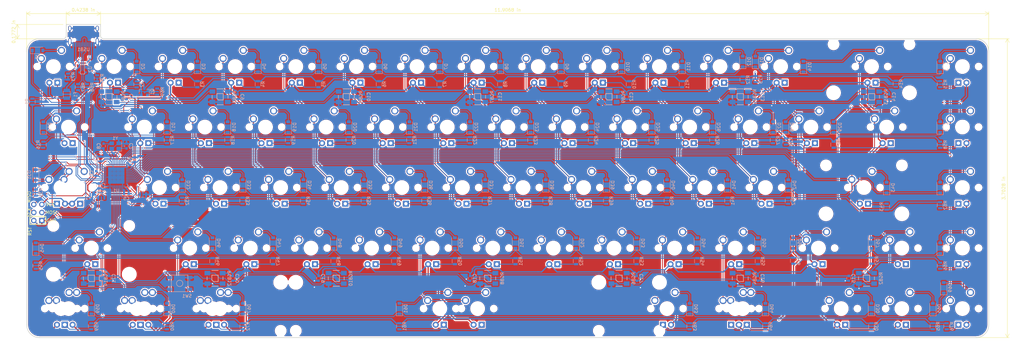
<source format=kicad_pcb>
(kicad_pcb (version 20171130) (host pcbnew "(5.1.5)-3")
  (layers (0 F.Cu signal) (31 B.Cu signal) (34 B.Paste user hide) (35 F.Paste user hide) (36 B.SilkS user hide) (37 F.SilkS user) (38 B.Mask user hide) (39 F.Mask user hide) (44 Edge.Cuts user))
  (net 0 "")
  (net 1 "Net-(D1-Pad2)")
  (net 2 "Net-(D2-Pad2)")
  (net 3 "Net-(D3-Pad2)")
  (net 4 "Net-(D4-Pad2)")
  (net 5 "Net-(D5-Pad2)")
  (net 6 "Net-(D6-Pad2)")
  (net 7 "Net-(D7-Pad2)")
  (net 8 "Net-(D8-Pad2)")
  (net 9 "Net-(D9-Pad2)")
  (net 10 "Net-(D10-Pad2)")
  (net 11 "Net-(D11-Pad2)")
  (net 12 "Net-(D12-Pad2)")
  (net 13 "Net-(D13-Pad2)")
  (net 14 "Net-(D14-Pad2)")
  (net 15 "Net-(D16-Pad2)")
  (net 16 "Net-(D17-Pad2)")
  (net 17 "Net-(D18-Pad2)")
  (net 18 "Net-(D19-Pad2)")
  (net 19 "Net-(D20-Pad2)")
  (net 20 "Net-(D21-Pad2)")
  (net 21 "Net-(D22-Pad2)")
  (net 22 "Net-(D23-Pad2)")
  (net 23 "Net-(D24-Pad2)")
  (net 24 "Net-(D25-Pad2)")
  (net 25 "Net-(D26-Pad2)")
  (net 26 "Net-(D27-Pad2)")
  (net 27 "Net-(D28-Pad2)")
  (net 28 "Net-(D29-Pad2)")
  (net 29 "Net-(D30-Pad2)")
  (net 30 "Net-(D31-Pad2)")
  (net 31 "Net-(D32-Pad2)")
  (net 32 "Net-(D33-Pad2)")
  (net 33 "Net-(D34-Pad2)")
  (net 34 "Net-(D35-Pad2)")
  (net 35 "Net-(D36-Pad2)")
  (net 36 "Net-(D37-Pad2)")
  (net 37 "Net-(D38-Pad2)")
  (net 38 "Net-(D39-Pad2)")
  (net 39 "Net-(D40-Pad2)")
  (net 40 "Net-(D41-Pad2)")
  (net 41 "Net-(D42-Pad2)")
  (net 42 "Net-(D43-Pad2)")
  (net 43 "Net-(D45-Pad2)")
  (net 44 "Net-(D46-Pad2)")
  (net 45 "Net-(D47-Pad2)")
  (net 46 "Net-(D48-Pad2)")
  (net 47 "Net-(D49-Pad2)")
  (net 48 "Net-(D50-Pad2)")
  (net 49 "Net-(D51-Pad2)")
  (net 50 "Net-(D52-Pad2)")
  (net 51 "Net-(D53-Pad2)")
  (net 52 "Net-(D54-Pad2)")
  (net 53 "Net-(D55-Pad2)")
  (net 54 "Net-(D56-Pad2)")
  (net 55 "Net-(D57-Pad2)")
  (net 56 "Net-(D58-Pad2)")
  (net 57 "Net-(D59-Pad2)")
  (net 58 "Net-(D60-Pad2)")
  (net 59 "Net-(D61-Pad2)")
  (net 60 "Net-(D62-Pad2)")
  (net 61 "Net-(D63-Pad2)")
  (net 62 "Net-(D64-Pad2)")
  (net 63 "Net-(D65-Pad2)")
  (net 64 "Net-(K_#1-Pad4)")
  (net 65 "Net-(K_#2-Pad4)")
  (net 66 "Net-(K_#3-Pad4)")
  (net 67 "Net-(K_#4-Pad4)")
  (net 68 "Net-(K_#5-Pad4)")
  (net 69 "Net-(K_#6-Pad4)")
  (net 70 "Net-(K_#7-Pad4)")
  (net 71 "Net-(K_#8-Pad4)")
  (net 72 "Net-(K_#9-Pad4)")
  (net 73 "Net-(K_#10-Pad4)")
  (net 74 "Net-(K_'1-Pad4)")
  (net 75 "Net-(K_,1-Pad4)")
  (net 76 "Net-(K_-1-Pad4)")
  (net 77 "Net-(K_.1-Pad4)")
  (net 78 "Net-(K_/1-Pad4)")
  (net 79 "Net-(K_;1-Pad4)")
  (net 80 "Net-(K_=1-Pad4)")
  (net 81 "Net-(K_A1-Pad4)")
  (net 82 "Net-(K_ALT1-Pad4)")
  (net 83 "Net-(K_B1-Pad4)")
  (net 84 "Net-(K_BACK1-Pad4)")
  (net 85 "Net-(K_C1-Pad4)")
  (net 86 "Net-(K_CAPS1-Pad4)")
  (net 87 "Net-(K_CTRL1-Pad4)")
  (net 88 "Net-(K_D1-Pad4)")
  (net 89 "Net-(K_E1-Pad4)")
  (net 90 "Net-(K_ENTER1-Pad4)")
  (net 91 "Net-(K_ESC1-Pad4)")
  (net 92 "Net-(K_F1-Pad4)")
  (net 93 "Net-(K_G1-Pad4)")
  (net 94 "Net-(K_H1-Pad4)")
  (net 95 "Net-(K_I1-Pad4)")
  (net 96 "Net-(K_J1-Pad4)")
  (net 97 "Net-(K_K1-Pad4)")
  (net 98 "Net-(K_L1-Pad4)")
  (net 99 "Net-(K_M1-Pad4)")
  (net 100 "Net-(K_N1-Pad4)")
  (net 101 "Net-(K_O1-Pad4)")
  (net 102 "Net-(K_P1-Pad4)")
  (net 103 "Net-(K_Q1-Pad4)")
  (net 104 "Net-(K_R1-Pad4)")
  (net 105 "Net-(K_S1-Pad4)")
  (net 106 "Net-(K_SHIFT1-Pad4)")
  (net 107 "Net-(K_SPACE1-Pad4)")
  (net 108 "Net-(K_T1-Pad4)")
  (net 109 "Net-(K_TAB1-Pad4)")
  (net 110 "Net-(K_U1-Pad4)")
  (net 111 "Net-(K_V1-Pad4)")
  (net 112 "Net-(K_W1-Pad4)")
  (net 113 "Net-(K_X1-Pad4)")
  (net 114 "Net-(K_Y1-Pad4)")
  (net 115 "Net-(K_Z1-Pad4)")
  (net 116 "Net-(K_[1-Pad4)")
  (net 117 "Net-(K_\\1-Pad4)")
  (net 118 "Net-(K_]1-Pad4)")
  (net 119 ROW0)
  (net 120 ROW1)
  (net 121 ROW2)
  (net 122 ROW3)
  (net 123 ROW4)
  (net 124 COL1)
  (net 125 +5V)
  (net 126 COL2)
  (net 127 COL3)
  (net 128 COL4)
  (net 129 COL5)
  (net 130 COL6)
  (net 131 COL7)
  (net 132 COL8)
  (net 133 COL9)
  (net 134 COL10)
  (net 135 COL11)
  (net 136 COL12)
  (net 137 COL13)
  (net 138 COL0)
  (net 139 LEDGND)
  (net 140 GND)
  (net 141 "Net-(R68-Pad2)")
  (net 142 "Net-(R67-Pad2)")
  (net 143 VCC)
  (net 144 "Net-(C6-Pad1)")
  (net 145 "Net-(C7-Pad1)")
  (net 146 "Net-(C8-Pad1)")
  (net 147 D-)
  (net 148 D+)
  (net 149 "Net-(Q1-Pad1)")
  (net 150 "Net-(R69-Pad2)")
  (net 151 "Net-(R70-Pad2)")
  (net 152 "Net-(R71-Pad2)")
  (net 153 "Net-(U1-Pad1)")
  (net 154 "Net-(U1-Pad8)")
  (net 155 "Net-(U1-Pad42)")
  (net 156 "Net-(D67-Pad2)")
  (net 157 "Net-(R73-Pad2)")
  (net 158 "Net-(R74-Pad2)")
  (net 159 "Net-(USB1-Pad9)")
  (net 160 "Net-(USB1-Pad3)")
  (net 161 "Net-(K_RALT2-Pad4)")
  (net 162 "Net-(K_RALT3-Pad4)")
  (net 163 "Net-(K_RCTRL2-Pad4)")
  (net 164 "Net-(K_RMENU2-Pad4)")
  (net 165 "Net-(K_WIN1-Pad4)")
  (net 166 "Net-(K_SRSHIFT2-Pad4)")
  (net 167 "Net-(RGB1-Pad2)")
  (net 168 RGBLED)
  (net 169 "Net-(RGB13-Pad2)")
  (net 170 "Net-(RGB2-Pad2)")
  (net 171 "Net-(RGB3-Pad2)")
  (net 172 "Net-(RGB4-Pad2)")
  (net 173 "Net-(RGB5-Pad2)")
  (net 174 "Net-(RGB6-Pad2)")
  (net 175 "Net-(RGB7-Pad2)")
  (net 176 "Net-(RGB10-Pad4)")
  (net 177 "Net-(RGB11-Pad4)")
  (net 178 "Net-(RGB10-Pad2)")
  (net 179 "Net-(RGB11-Pad2)")
  (net 180 "Net-(RGB12-Pad2)")
  (net 181 "Net-(RGB14-Pad2)")
  (net 182 "Net-(K_FNC1-Pad4)")
  (net 183 "Net-(D15-Pad2)")
  (net 184 "Net-(K_FNC2-Pad4)")
  (net 185 "Net-(K_FNC3-Pad4)")
  (net 186 "Net-(K_FNC4-Pad4)")
  (net 187 "Net-(D66-Pad2)")
  (net 188 "Net-(K_FNC5-Pad4)")
  (net 189 "Net-(D69-Pad2)")
  (net 190 CapLockLed)
  (net 191 COL14)
  (net 192 "Net-(K_SRSHIFT1-Pad4)")
  (module MX_Only:MXOnly-1.25U-FLIPPED (layer F.Cu) (at 34.13125 69.85)
    (fp_text reference K_CAPS2)
    (fp_text value MX-1.25U)
    (pad "" np_thru_hole circle (at 5.08 0 48.0996) (size 1.75 1.75) (drill 1.75) (layers *.Cu *.Mask))
    (pad "" np_thru_hole circle (at -5.08 0 48.0996) (size 1.75 1.75) (drill 1.75) (layers *.Cu *.Mask))
    (pad 4 thru_hole rect (at -1.27 5.08) (size 1.905 1.905) (drill 1.04) (layers *.Cu B.Mask) (net 86 "Net-(K_CAPS1-Pad4)"))
    (pad 3 thru_hole circle (at 1.27 5.08) (size 1.905 1.905) (drill 1.04) (layers *.Cu B.Mask) (net 125 +5V))
    (pad 1 thru_hole circle (at -3.81 -2.54) (size 2.25 2.25) (drill 1.47) (layers *.Cu B.Mask) (net 30 "Net-(D31-Pad2)"))
    (pad "" np_thru_hole circle (at 0 0) (size 3.9878 3.9878) (drill 3.9878) (layers *.Cu *.Mask))
    (pad 2 thru_hole circle (at 2.54 -5.08) (size 2.25 2.25) (drill 1.47) (layers *.Cu B.Mask) (net 138 COL0))
  )
  (module MX_Only:MXOnly-1.5U (layer F.Cu) (at 36.5125 50.8)
    (fp_text reference K_TAB1)
    (fp_text value MX-1.5U)
    (pad "" np_thru_hole circle (at 5.08 0 48.0996) (size 1.75 1.75) (drill 1.75) (layers *.Cu *.Mask))
    (pad "" np_thru_hole circle (at -5.08 0 48.0996) (size 1.75 1.75) (drill 1.75) (layers *.Cu *.Mask))
    (pad 4 thru_hole rect (at 1.27 5.08) (size 1.905 1.905) (drill 1.04) (layers *.Cu B.Mask) (net 109 "Net-(K_TAB1-Pad4)"))
    (pad 3 thru_hole circle (at -1.27 5.08) (size 1.905 1.905) (drill 1.04) (layers *.Cu B.Mask) (net 125 +5V))
    (pad 1 thru_hole circle (at -3.81 -2.54) (size 2.25 2.25) (drill 1.47) (layers *.Cu B.Mask) (net 138 COL0))
    (pad "" np_thru_hole circle (at 0 0) (size 3.9878 3.9878) (drill 3.9878) (layers *.Cu *.Mask))
    (pad 2 thru_hole circle (at 2.54 -5.08) (size 2.25 2.25) (drill 1.47) (layers *.Cu B.Mask) (net 15 "Net-(D16-Pad2)"))
  )
  (module MX_Only:MXOnly-1U (layer F.Cu) (at 150.8125 88.9)
    (fp_text reference K_B1)
    (fp_text value MX-1U)
    (pad "" np_thru_hole circle (at 5.08 0 48.0996) (size 1.75 1.75) (drill 1.75) (layers *.Cu *.Mask))
    (pad "" np_thru_hole circle (at -5.08 0 48.0996) (size 1.75 1.75) (drill 1.75) (layers *.Cu *.Mask))
    (pad 4 thru_hole rect (at 1.27 5.08) (size 1.905 1.905) (drill 1.04) (layers *.Cu B.Mask) (net 83 "Net-(K_B1-Pad4)"))
    (pad 3 thru_hole circle (at -1.27 5.08) (size 1.905 1.905) (drill 1.04) (layers *.Cu B.Mask) (net 125 +5V))
    (pad 1 thru_hole circle (at -3.81 -2.54) (size 2.25 2.25) (drill 1.47) (layers *.Cu B.Mask) (net 130 COL6))
    (pad "" np_thru_hole circle (at 0 0) (size 3.9878 3.9878) (drill 3.9878) (layers *.Cu *.Mask))
    (pad 2 thru_hole circle (at 2.54 -5.08) (size 2.25 2.25) (drill 1.47) (layers *.Cu B.Mask) (net 48 "Net-(D50-Pad2)"))
  )
  (module random-keyboard-parts:R_0805 (layer B.Cu) (at 200.82256 54.92496 90)
    (fp_text reference R24 (at 0 1.65 90) (layer B.SilkS) (effects (justify mirror)))
    (fp_text value 1k)
    (pad 1 smd rect (at -0.95 0 90) (size 0.7 1.3) (layers B.Cu B.Paste B.Mask) (net 95 "Net-(K_I1-Pad4)"))
    (pad 2 smd rect (at 0.95 0 90) (size 0.7 1.3) (layers B.Cu B.Paste B.Mask) (net 139 LEDGND))
  )
  (module MX_Only:MXOnly-1U (layer F.Cu) (at 193.675 50.8)
    (fp_text reference K_I1)
    (fp_text value MX-1U)
    (pad "" np_thru_hole circle (at 5.08 0 48.0996) (size 1.75 1.75) (drill 1.75) (layers *.Cu *.Mask))
    (pad "" np_thru_hole circle (at -5.08 0 48.0996) (size 1.75 1.75) (drill 1.75) (layers *.Cu *.Mask))
    (pad 4 thru_hole rect (at 1.27 5.08) (size 1.905 1.905) (drill 1.04) (layers *.Cu B.Mask) (net 95 "Net-(K_I1-Pad4)"))
    (pad 3 thru_hole circle (at -1.27 5.08) (size 1.905 1.905) (drill 1.04) (layers *.Cu B.Mask) (net 125 +5V))
    (pad 1 thru_hole circle (at -3.81 -2.54) (size 2.25 2.25) (drill 1.47) (layers *.Cu B.Mask) (net 132 COL8))
    (pad "" np_thru_hole circle (at 0 0) (size 3.9878 3.9878) (drill 3.9878) (layers *.Cu *.Mask))
    (pad 2 thru_hole circle (at 2.54 -5.08) (size 2.25 2.25) (drill 1.47) (layers *.Cu B.Mask) (net 23 "Net-(D24-Pad2)"))
  )
  (module MX_Only:MXOnly-1U (layer F.Cu) (at 198.4375 69.85)
    (fp_text reference K_K1)
    (fp_text value MX-1U)
    (pad "" np_thru_hole circle (at 5.08 0 48.0996) (size 1.75 1.75) (drill 1.75) (layers *.Cu *.Mask))
    (pad "" np_thru_hole circle (at -5.08 0 48.0996) (size 1.75 1.75) (drill 1.75) (layers *.Cu *.Mask))
    (pad 4 thru_hole rect (at 1.27 5.08) (size 1.905 1.905) (drill 1.04) (layers *.Cu B.Mask) (net 97 "Net-(K_K1-Pad4)"))
    (pad 3 thru_hole circle (at -1.27 5.08) (size 1.905 1.905) (drill 1.04) (layers *.Cu B.Mask) (net 125 +5V))
    (pad 1 thru_hole circle (at -3.81 -2.54) (size 2.25 2.25) (drill 1.47) (layers *.Cu B.Mask) (net 132 COL8))
    (pad "" np_thru_hole circle (at 0 0) (size 3.9878 3.9878) (drill 3.9878) (layers *.Cu *.Mask))
    (pad 2 thru_hole circle (at 2.54 -5.08) (size 2.25 2.25) (drill 1.47) (layers *.Cu B.Mask) (net 38 "Net-(D39-Pad2)"))
  )
  (module MX_Only:MXOnly-2.25U (layer F.Cu) (at 286.54375 69.85)
    (fp_text reference K_ENTER1)
    (fp_text value MX-2.25U)
    (pad "" np_thru_hole circle (at 11.938 8.255) (size 3.9878 3.9878) (drill 3.9878) (layers *.Cu *.Mask))
    (pad "" np_thru_hole circle (at -11.938 8.255) (size 3.9878 3.9878) (drill 3.9878) (layers *.Cu *.Mask))
    (pad "" np_thru_hole circle (at 11.938 -6.985) (size 3.048 3.048) (drill 3.048) (layers *.Cu *.Mask))
    (pad "" np_thru_hole circle (at -11.938 -6.985) (size 3.048 3.048) (drill 3.048) (layers *.Cu *.Mask))
    (pad "" np_thru_hole circle (at 5.08 0 48.0996) (size 1.75 1.75) (drill 1.75) (layers *.Cu *.Mask))
    (pad "" np_thru_hole circle (at -5.08 0 48.0996) (size 1.75 1.75) (drill 1.75) (layers *.Cu *.Mask))
    (pad 4 thru_hole rect (at 1.27 5.08) (size 1.905 1.905) (drill 1.04) (layers *.Cu B.Mask) (net 90 "Net-(K_ENTER1-Pad4)"))
    (pad 3 thru_hole circle (at -1.27 5.08) (size 1.905 1.905) (drill 1.04) (layers *.Cu B.Mask) (net 125 +5V))
    (pad 1 thru_hole circle (at -3.81 -2.54) (size 2.25 2.25) (drill 1.47) (layers *.Cu B.Mask) (net 137 COL13))
    (pad "" np_thru_hole circle (at 0 0) (size 3.9878 3.9878) (drill 3.9878) (layers *.Cu *.Mask))
    (pad 2 thru_hole circle (at 2.54 -5.08) (size 2.25 2.25) (drill 1.47) (layers *.Cu B.Mask) (net 42 "Net-(D43-Pad2)"))
  )
  (module MX_Only:MXOnly-1.75U (layer F.Cu) (at 38.89375 69.85)
    (fp_text reference K_CAPS1)
    (fp_text value MX-1.75U)
    (pad "" np_thru_hole circle (at 5.08 0 48.0996) (size 1.75 1.75) (drill 1.75) (layers *.Cu *.Mask))
    (pad "" np_thru_hole circle (at -5.08 0 48.0996) (size 1.75 1.75) (drill 1.75) (layers *.Cu *.Mask))
    (pad 4 thru_hole rect (at 1.27 5.08) (size 1.905 1.905) (drill 1.04) (layers *.Cu B.Mask) (net 86 "Net-(K_CAPS1-Pad4)"))
    (pad 3 thru_hole circle (at -1.27 5.08) (size 1.905 1.905) (drill 1.04) (layers *.Cu B.Mask) (net 125 +5V))
    (pad 1 thru_hole circle (at -3.81 -2.54) (size 2.25 2.25) (drill 1.47) (layers *.Cu B.Mask) (net 138 COL0))
    (pad "" np_thru_hole circle (at 0 0) (size 3.9878 3.9878) (drill 3.9878) (layers *.Cu *.Mask))
    (pad 2 thru_hole circle (at 2.54 -5.08) (size 2.25 2.25) (drill 1.47) (layers *.Cu B.Mask) (net 30 "Net-(D31-Pad2)"))
  )
  (module MX_Only:MXOnly-2.25U (layer F.Cu) (at 43.65625 88.9)
    (fp_text reference K_SHIFT1)
    (fp_text value MX-2.25U)
    (pad "" np_thru_hole circle (at 11.938 8.255) (size 3.9878 3.9878) (drill 3.9878) (layers *.Cu *.Mask))
    (pad "" np_thru_hole circle (at -11.938 8.255) (size 3.9878 3.9878) (drill 3.9878) (layers *.Cu *.Mask))
    (pad "" np_thru_hole circle (at 11.938 -6.985) (size 3.048 3.048) (drill 3.048) (layers *.Cu *.Mask))
    (pad "" np_thru_hole circle (at -11.938 -6.985) (size 3.048 3.048) (drill 3.048) (layers *.Cu *.Mask))
    (pad "" np_thru_hole circle (at 5.08 0 48.0996) (size 1.75 1.75) (drill 1.75) (layers *.Cu *.Mask))
    (pad "" np_thru_hole circle (at -5.08 0 48.0996) (size 1.75 1.75) (drill 1.75) (layers *.Cu *.Mask))
    (pad 4 thru_hole rect (at 1.27 5.08) (size 1.905 1.905) (drill 1.04) (layers *.Cu B.Mask) (net 106 "Net-(K_SHIFT1-Pad4)"))
    (pad 3 thru_hole circle (at -1.27 5.08) (size 1.905 1.905) (drill 1.04) (layers *.Cu B.Mask) (net 125 +5V))
    (pad 1 thru_hole circle (at -3.81 -2.54) (size 2.25 2.25) (drill 1.47) (layers *.Cu B.Mask) (net 138 COL0))
    (pad "" np_thru_hole circle (at 0 0) (size 3.9878 3.9878) (drill 3.9878) (layers *.Cu *.Mask))
    (pad 2 thru_hole circle (at 2.54 -5.08) (size 2.25 2.25) (drill 1.47) (layers *.Cu B.Mask) (net 43 "Net-(D45-Pad2)"))
  )
  (module MX_Only:MXOnly-7U-ReversedStabilizers (layer F.Cu) (at 165.1 107.95)
    (fp_text reference K_SPACE1)
    (fp_text value MX-7U)
    (pad "" np_thru_hole circle (at 57.15 -8.255) (size 3.9878 3.9878) (drill 3.9878) (layers *.Cu *.Mask))
    (pad "" np_thru_hole circle (at -57.15 -8.255) (size 3.9878 3.9878) (drill 3.9878) (layers *.Cu *.Mask))
    (pad "" np_thru_hole circle (at 57.15 6.985) (size 3.048 3.048) (drill 3.048) (layers *.Cu *.Mask))
    (pad "" np_thru_hole circle (at -57.15 6.985) (size 3.048 3.048) (drill 3.048) (layers *.Cu *.Mask))
    (pad "" np_thru_hole circle (at 5.08 0 48.0996) (size 1.75 1.75) (drill 1.75) (layers *.Cu *.Mask))
    (pad "" np_thru_hole circle (at -5.08 0 48.0996) (size 1.75 1.75) (drill 1.75) (layers *.Cu *.Mask))
    (pad 4 thru_hole rect (at 1.27 5.08) (size 1.905 1.905) (drill 1.04) (layers *.Cu B.Mask) (net 107 "Net-(K_SPACE1-Pad4)"))
    (pad 3 thru_hole circle (at -1.27 5.08) (size 1.905 1.905) (drill 1.04) (layers *.Cu B.Mask) (net 125 +5V))
    (pad 1 thru_hole circle (at -3.81 -2.54) (size 2.25 2.25) (drill 1.47) (layers *.Cu B.Mask) (net 130 COL6))
    (pad "" np_thru_hole circle (at 0 0) (size 3.9878 3.9878) (drill 3.9878) (layers *.Cu *.Mask))
    (pad 2 thru_hole circle (at 2.54 -5.08) (size 2.25 2.25) (drill 1.47) (layers *.Cu B.Mask) (net 59 "Net-(D61-Pad2)"))
  )
  (module MX_Only:MXOnly-1U (layer F.Cu) (at 103.1875 69.85)
    (fp_text reference K_D1)
    (fp_text value MX-1U)
    (pad "" np_thru_hole circle (at 5.08 0 48.0996) (size 1.75 1.75) (drill 1.75) (layers *.Cu *.Mask))
    (pad "" np_thru_hole circle (at -5.08 0 48.0996) (size 1.75 1.75) (drill 1.75) (layers *.Cu *.Mask))
    (pad 4 thru_hole rect (at 1.27 5.08) (size 1.905 1.905) (drill 1.04) (layers *.Cu B.Mask) (net 88 "Net-(K_D1-Pad4)"))
    (pad 3 thru_hole circle (at -1.27 5.08) (size 1.905 1.905) (drill 1.04) (layers *.Cu B.Mask) (net 125 +5V))
    (pad 1 thru_hole circle (at -3.81 -2.54) (size 2.25 2.25) (drill 1.47) (layers *.Cu B.Mask) (net 127 COL3))
    (pad "" np_thru_hole circle (at 0 0) (size 3.9878 3.9878) (drill 3.9878) (layers *.Cu *.Mask))
    (pad 2 thru_hole circle (at 2.54 -5.08) (size 2.25 2.25) (drill 1.47) (layers *.Cu B.Mask) (net 33 "Net-(D34-Pad2)"))
  )
  (module MX_Only:MXOnly-1U (layer F.Cu) (at 50.8 31.75)
    (fp_text reference K_#1)
    (fp_text value MX-1U)
    (pad "" np_thru_hole circle (at 5.08 0 48.0996) (size 1.75 1.75) (drill 1.75) (layers *.Cu *.Mask))
    (pad "" np_thru_hole circle (at -5.08 0 48.0996) (size 1.75 1.75) (drill 1.75) (layers *.Cu *.Mask))
    (pad 4 thru_hole rect (at 1.27 5.08) (size 1.905 1.905) (drill 1.04) (layers *.Cu B.Mask) (net 64 "Net-(K_#1-Pad4)"))
    (pad 3 thru_hole circle (at -1.27 5.08) (size 1.905 1.905) (drill 1.04) (layers *.Cu B.Mask) (net 125 +5V))
    (pad 1 thru_hole circle (at -3.81 -2.54) (size 2.25 2.25) (drill 1.47) (layers *.Cu B.Mask) (net 124 COL1))
    (pad "" np_thru_hole circle (at 0 0) (size 3.9878 3.9878) (drill 3.9878) (layers *.Cu *.Mask))
    (pad 2 thru_hole circle (at 2.54 -5.08) (size 2.25 2.25) (drill 1.47) (layers *.Cu B.Mask) (net 2 "Net-(D2-Pad2)"))
  )
  (module MX_Only:MXOnly-1.25U (layer F.Cu) (at 81.75625 107.95)
    (fp_text reference K_ALT1)
    (fp_text value MX-1.25U)
    (pad "" np_thru_hole circle (at 5.08 0 48.0996) (size 1.75 1.75) (drill 1.75) (layers *.Cu *.Mask))
    (pad "" np_thru_hole circle (at -5.08 0 48.0996) (size 1.75 1.75) (drill 1.75) (layers *.Cu *.Mask))
    (pad 4 thru_hole rect (at 1.27 5.08) (size 1.905 1.905) (drill 1.04) (layers *.Cu B.Mask) (net 82 "Net-(K_ALT1-Pad4)"))
    (pad 3 thru_hole circle (at -1.27 5.08) (size 1.905 1.905) (drill 1.04) (layers *.Cu B.Mask) (net 125 +5V))
    (pad 1 thru_hole circle (at -3.81 -2.54) (size 2.25 2.25) (drill 1.47) (layers *.Cu B.Mask) (net 126 COL2))
    (pad "" np_thru_hole circle (at 0 0) (size 3.9878 3.9878) (drill 3.9878) (layers *.Cu *.Mask))
    (pad 2 thru_hole circle (at 2.54 -5.08) (size 2.25 2.25) (drill 1.47) (layers *.Cu B.Mask) (net 156 "Net-(D67-Pad2)"))
  )
  (module MX_Only:MXOnly-1U (layer F.Cu) (at 74.6125 88.9)
    (fp_text reference K_Z1)
    (fp_text value MX-1U)
    (pad "" np_thru_hole circle (at 5.08 0 48.0996) (size 1.75 1.75) (drill 1.75) (layers *.Cu *.Mask))
    (pad "" np_thru_hole circle (at -5.08 0 48.0996) (size 1.75 1.75) (drill 1.75) (layers *.Cu *.Mask))
    (pad 4 thru_hole rect (at 1.27 5.08) (size 1.905 1.905) (drill 1.04) (layers *.Cu B.Mask) (net 115 "Net-(K_Z1-Pad4)"))
    (pad 3 thru_hole circle (at -1.27 5.08) (size 1.905 1.905) (drill 1.04) (layers *.Cu B.Mask) (net 125 +5V))
    (pad 1 thru_hole circle (at -3.81 -2.54) (size 2.25 2.25) (drill 1.47) (layers *.Cu B.Mask) (net 126 COL2))
    (pad "" np_thru_hole circle (at 0 0) (size 3.9878 3.9878) (drill 3.9878) (layers *.Cu *.Mask))
    (pad 2 thru_hole circle (at 2.54 -5.08) (size 2.25 2.25) (drill 1.47) (layers *.Cu B.Mask) (net 44 "Net-(D46-Pad2)"))
  )
  (module MX_Only:MXOnly-1U (layer F.Cu) (at 155.575 50.8)
    (fp_text reference K_Y1)
    (fp_text value MX-1U)
    (pad "" np_thru_hole circle (at 5.08 0 48.0996) (size 1.75 1.75) (drill 1.75) (layers *.Cu *.Mask))
    (pad "" np_thru_hole circle (at -5.08 0 48.0996) (size 1.75 1.75) (drill 1.75) (layers *.Cu *.Mask))
    (pad 4 thru_hole rect (at 1.27 5.08) (size 1.905 1.905) (drill 1.04) (layers *.Cu B.Mask) (net 114 "Net-(K_Y1-Pad4)"))
    (pad 3 thru_hole circle (at -1.27 5.08) (size 1.905 1.905) (drill 1.04) (layers *.Cu B.Mask) (net 125 +5V))
    (pad 1 thru_hole circle (at -3.81 -2.54) (size 2.25 2.25) (drill 1.47) (layers *.Cu B.Mask) (net 130 COL6))
    (pad "" np_thru_hole circle (at 0 0) (size 3.9878 3.9878) (drill 3.9878) (layers *.Cu *.Mask))
    (pad 2 thru_hole circle (at 2.54 -5.08) (size 2.25 2.25) (drill 1.47) (layers *.Cu B.Mask) (net 21 "Net-(D22-Pad2)"))
  )
  (module MX_Only:MXOnly-1U (layer F.Cu) (at 93.6625 88.9)
    (fp_text reference K_X1)
    (fp_text value MX-1U)
    (pad "" np_thru_hole circle (at 5.08 0 48.0996) (size 1.75 1.75) (drill 1.75) (layers *.Cu *.Mask))
    (pad "" np_thru_hole circle (at -5.08 0 48.0996) (size 1.75 1.75) (drill 1.75) (layers *.Cu *.Mask))
    (pad 4 thru_hole rect (at 1.27 5.08) (size 1.905 1.905) (drill 1.04) (layers *.Cu B.Mask) (net 113 "Net-(K_X1-Pad4)"))
    (pad 3 thru_hole circle (at -1.27 5.08) (size 1.905 1.905) (drill 1.04) (layers *.Cu B.Mask) (net 125 +5V))
    (pad 1 thru_hole circle (at -3.81 -2.54) (size 2.25 2.25) (drill 1.47) (layers *.Cu B.Mask) (net 127 COL3))
    (pad "" np_thru_hole circle (at 0 0) (size 3.9878 3.9878) (drill 3.9878) (layers *.Cu *.Mask))
    (pad 2 thru_hole circle (at 2.54 -5.08) (size 2.25 2.25) (drill 1.47) (layers *.Cu B.Mask) (net 45 "Net-(D47-Pad2)"))
  )
  (module MX_Only:MXOnly-1U-FLIPPED (layer F.Cu) (at 60.325 107.95)
    (fp_text reference K_WIN2)
    (fp_text value MX-1U)
    (pad "" np_thru_hole circle (at 5.08 0 48.0996) (size 1.75 1.75) (drill 1.75) (layers *.Cu *.Mask))
    (pad "" np_thru_hole circle (at -5.08 0 48.0996) (size 1.75 1.75) (drill 1.75) (layers *.Cu *.Mask))
    (pad 4 thru_hole rect (at -1.27 5.08) (size 1.905 1.905) (drill 1.04) (layers *.Cu B.Mask) (net 165 "Net-(K_WIN1-Pad4)"))
    (pad 3 thru_hole circle (at 1.27 5.08) (size 1.905 1.905) (drill 1.04) (layers *.Cu B.Mask) (net 125 +5V))
    (pad 1 thru_hole circle (at -3.81 -2.54) (size 2.25 2.25) (drill 1.47) (layers *.Cu B.Mask) (net 124 COL1))
    (pad "" np_thru_hole circle (at 0 0) (size 3.9878 3.9878) (drill 3.9878) (layers *.Cu *.Mask))
    (pad 2 thru_hole circle (at 2.54 -5.08) (size 2.25 2.25) (drill 1.47) (layers *.Cu B.Mask) (net 58 "Net-(D60-Pad2)"))
  )
  (module MX_Only:MXOnly-1.25U (layer F.Cu) (at 57.94375 107.95)
    (fp_text reference K_WIN1)
    (fp_text value MX-1.25U)
    (pad "" np_thru_hole circle (at 5.08 0 48.0996) (size 1.75 1.75) (drill 1.75) (layers *.Cu *.Mask))
    (pad "" np_thru_hole circle (at -5.08 0 48.0996) (size 1.75 1.75) (drill 1.75) (layers *.Cu *.Mask))
    (pad 4 thru_hole rect (at 1.27 5.08) (size 1.905 1.905) (drill 1.04) (layers *.Cu B.Mask) (net 165 "Net-(K_WIN1-Pad4)"))
    (pad 3 thru_hole circle (at -1.27 5.08) (size 1.905 1.905) (drill 1.04) (layers *.Cu B.Mask) (net 125 +5V))
    (pad 1 thru_hole circle (at -3.81 -2.54) (size 2.25 2.25) (drill 1.47) (layers *.Cu B.Mask) (net 124 COL1))
    (pad "" np_thru_hole circle (at 0 0) (size 3.9878 3.9878) (drill 3.9878) (layers *.Cu *.Mask))
    (pad 2 thru_hole circle (at 2.54 -5.08) (size 2.25 2.25) (drill 1.47) (layers *.Cu B.Mask) (net 58 "Net-(D60-Pad2)"))
  )
  (module MX_Only:MXOnly-1U (layer F.Cu) (at 79.375 50.8)
    (fp_text reference K_W1)
    (fp_text value MX-1U)
    (pad "" np_thru_hole circle (at 5.08 0 48.0996) (size 1.75 1.75) (drill 1.75) (layers *.Cu *.Mask))
    (pad "" np_thru_hole circle (at -5.08 0 48.0996) (size 1.75 1.75) (drill 1.75) (layers *.Cu *.Mask))
    (pad 4 thru_hole rect (at 1.27 5.08) (size 1.905 1.905) (drill 1.04) (layers *.Cu B.Mask) (net 112 "Net-(K_W1-Pad4)"))
    (pad 3 thru_hole circle (at -1.27 5.08) (size 1.905 1.905) (drill 1.04) (layers *.Cu B.Mask) (net 125 +5V))
    (pad 1 thru_hole circle (at -3.81 -2.54) (size 2.25 2.25) (drill 1.47) (layers *.Cu B.Mask) (net 126 COL2))
    (pad "" np_thru_hole circle (at 0 0) (size 3.9878 3.9878) (drill 3.9878) (layers *.Cu *.Mask))
    (pad 2 thru_hole circle (at 2.54 -5.08) (size 2.25 2.25) (drill 1.47) (layers *.Cu B.Mask) (net 17 "Net-(D18-Pad2)"))
  )
  (module MX_Only:MXOnly-1U (layer F.Cu) (at 131.7625 88.9)
    (fp_text reference K_V1)
    (fp_text value MX-1U)
    (pad "" np_thru_hole circle (at 5.08 0 48.0996) (size 1.75 1.75) (drill 1.75) (layers *.Cu *.Mask))
    (pad "" np_thru_hole circle (at -5.08 0 48.0996) (size 1.75 1.75) (drill 1.75) (layers *.Cu *.Mask))
    (pad 4 thru_hole rect (at 1.27 5.08) (size 1.905 1.905) (drill 1.04) (layers *.Cu B.Mask) (net 111 "Net-(K_V1-Pad4)"))
    (pad 3 thru_hole circle (at -1.27 5.08) (size 1.905 1.905) (drill 1.04) (layers *.Cu B.Mask) (net 125 +5V))
    (pad 1 thru_hole circle (at -3.81 -2.54) (size 2.25 2.25) (drill 1.47) (layers *.Cu B.Mask) (net 129 COL5))
    (pad "" np_thru_hole circle (at 0 0) (size 3.9878 3.9878) (drill 3.9878) (layers *.Cu *.Mask))
    (pad 2 thru_hole circle (at 2.54 -5.08) (size 2.25 2.25) (drill 1.47) (layers *.Cu B.Mask) (net 47 "Net-(D49-Pad2)"))
  )
  (module MX_Only:MXOnly-1U (layer F.Cu) (at 174.625 50.8)
    (fp_text reference K_U1)
    (fp_text value MX-1U)
    (pad "" np_thru_hole circle (at 5.08 0 48.0996) (size 1.75 1.75) (drill 1.75) (layers *.Cu *.Mask))
    (pad "" np_thru_hole circle (at -5.08 0 48.0996) (size 1.75 1.75) (drill 1.75) (layers *.Cu *.Mask))
    (pad 4 thru_hole rect (at 1.27 5.08) (size 1.905 1.905) (drill 1.04) (layers *.Cu B.Mask) (net 110 "Net-(K_U1-Pad4)"))
    (pad 3 thru_hole circle (at -1.27 5.08) (size 1.905 1.905) (drill 1.04) (layers *.Cu B.Mask) (net 125 +5V))
    (pad 1 thru_hole circle (at -3.81 -2.54) (size 2.25 2.25) (drill 1.47) (layers *.Cu B.Mask) (net 131 COL7))
    (pad "" np_thru_hole circle (at 0 0) (size 3.9878 3.9878) (drill 3.9878) (layers *.Cu *.Mask))
    (pad 2 thru_hole circle (at 2.54 -5.08) (size 2.25 2.25) (drill 1.47) (layers *.Cu B.Mask) (net 22 "Net-(D23-Pad2)"))
  )
  (module MX_Only:MXOnly-1U (layer F.Cu) (at 136.525 50.8)
    (fp_text reference K_T1)
    (fp_text value MX-1U)
    (pad "" np_thru_hole circle (at 5.08 0 48.0996) (size 1.75 1.75) (drill 1.75) (layers *.Cu *.Mask))
    (pad "" np_thru_hole circle (at -5.08 0 48.0996) (size 1.75 1.75) (drill 1.75) (layers *.Cu *.Mask))
    (pad 4 thru_hole rect (at 1.27 5.08) (size 1.905 1.905) (drill 1.04) (layers *.Cu B.Mask) (net 108 "Net-(K_T1-Pad4)"))
    (pad 3 thru_hole circle (at -1.27 5.08) (size 1.905 1.905) (drill 1.04) (layers *.Cu B.Mask) (net 125 +5V))
    (pad 1 thru_hole circle (at -3.81 -2.54) (size 2.25 2.25) (drill 1.47) (layers *.Cu B.Mask) (net 129 COL5))
    (pad "" np_thru_hole circle (at 0 0) (size 3.9878 3.9878) (drill 3.9878) (layers *.Cu *.Mask))
    (pad 2 thru_hole circle (at 2.54 -5.08) (size 2.25 2.25) (drill 1.47) (layers *.Cu B.Mask) (net 20 "Net-(D21-Pad2)"))
  )
  (module MX_Only:MXOnly-1U (layer F.Cu) (at 298.45 88.9)
    (fp_text reference K_SRSHIFT2)
    (fp_text value MX-1U)
    (pad "" np_thru_hole circle (at 5.08 0 48.0996) (size 1.75 1.75) (drill 1.75) (layers *.Cu *.Mask))
    (pad "" np_thru_hole circle (at -5.08 0 48.0996) (size 1.75 1.75) (drill 1.75) (layers *.Cu *.Mask))
    (pad 4 thru_hole rect (at 1.27 5.08) (size 1.905 1.905) (drill 1.04) (layers *.Cu B.Mask) (net 166 "Net-(K_SRSHIFT2-Pad4)"))
    (pad 3 thru_hole circle (at -1.27 5.08) (size 1.905 1.905) (drill 1.04) (layers *.Cu B.Mask) (net 125 +5V))
    (pad 1 thru_hole circle (at -3.81 -2.54) (size 2.25 2.25) (drill 1.47) (layers *.Cu B.Mask) (net 137 COL13))
    (pad "" np_thru_hole circle (at 0 0) (size 3.9878 3.9878) (drill 3.9878) (layers *.Cu *.Mask))
    (pad 2 thru_hole circle (at 2.54 -5.08) (size 2.25 2.25) (drill 1.47) (layers *.Cu B.Mask) (net 55 "Net-(D57-Pad2)"))
  )
  (module MX_Only:MXOnly-1.75U (layer F.Cu) (at 272.25625 88.9)
    (fp_text reference K_SRSHIFT1)
    (fp_text value MX-1.75U)
    (pad "" np_thru_hole circle (at 5.08 0 48.0996) (size 1.75 1.75) (drill 1.75) (layers *.Cu *.Mask))
    (pad "" np_thru_hole circle (at -5.08 0 48.0996) (size 1.75 1.75) (drill 1.75) (layers *.Cu *.Mask))
    (pad 4 thru_hole rect (at 1.27 5.08) (size 1.905 1.905) (drill 1.04) (layers *.Cu B.Mask) (net 192 "Net-(K_SRSHIFT1-Pad4)"))
    (pad 3 thru_hole circle (at -1.27 5.08) (size 1.905 1.905) (drill 1.04) (layers *.Cu B.Mask) (net 125 +5V))
    (pad 1 thru_hole circle (at -3.81 -2.54) (size 2.25 2.25) (drill 1.47) (layers *.Cu B.Mask) (net 136 COL12))
    (pad "" np_thru_hole circle (at 0 0) (size 3.9878 3.9878) (drill 3.9878) (layers *.Cu *.Mask))
    (pad 2 thru_hole circle (at 2.54 -5.08) (size 2.25 2.25) (drill 1.47) (layers *.Cu B.Mask) (net 54 "Net-(D56-Pad2)"))
  )
  (module MX_Only:MXOnly-6.25U-ReversedStabilizers (layer F.Cu) (at 153.19375 107.95)
    (fp_text reference K_SPACE2)
    (fp_text value MX-6.25U)
    (pad "" np_thru_hole circle (at 49.9999 -8.255) (size 3.9878 3.9878) (drill 3.9878) (layers *.Cu *.Mask))
    (pad "" np_thru_hole circle (at -49.9999 -8.255) (size 3.9878 3.9878) (drill 3.9878) (layers *.Cu *.Mask))
    (pad "" np_thru_hole circle (at 49.9999 6.985) (size 3.048 3.048) (drill 3.048) (layers *.Cu *.Mask))
    (pad "" np_thru_hole circle (at -49.9999 6.985) (size 3.048 3.048) (drill 3.048) (layers *.Cu *.Mask))
    (pad "" np_thru_hole circle (at 5.08 0 48.0996) (size 1.75 1.75) (drill 1.75) (layers *.Cu *.Mask))
    (pad "" np_thru_hole circle (at -5.08 0 48.0996) (size 1.75 1.75) (drill 1.75) (layers *.Cu *.Mask))
    (pad 4 thru_hole rect (at 1.27 5.08) (size 1.905 1.905) (drill 1.04) (layers *.Cu B.Mask) (net 107 "Net-(K_SPACE1-Pad4)"))
    (pad 3 thru_hole circle (at -1.27 5.08) (size 1.905 1.905) (drill 1.04) (layers *.Cu B.Mask) (net 125 +5V))
    (pad 1 thru_hole circle (at -3.81 -2.54) (size 2.25 2.25) (drill 1.47) (layers *.Cu B.Mask) (net 130 COL6))
    (pad "" np_thru_hole circle (at 0 0) (size 3.9878 3.9878) (drill 3.9878) (layers *.Cu *.Mask))
    (pad 2 thru_hole circle (at 2.54 -5.08) (size 2.25 2.25) (drill 1.47) (layers *.Cu B.Mask) (net 59 "Net-(D61-Pad2)"))
  )
  (module MX_Only:MXOnly-1U (layer F.Cu) (at 84.1375 69.85)
    (fp_text reference K_S1)
    (fp_text value MX-1U)
    (pad "" np_thru_hole circle (at 5.08 0 48.0996) (size 1.75 1.75) (drill 1.75) (layers *.Cu *.Mask))
    (pad "" np_thru_hole circle (at -5.08 0 48.0996) (size 1.75 1.75) (drill 1.75) (layers *.Cu *.Mask))
    (pad 4 thru_hole rect (at 1.27 5.08) (size 1.905 1.905) (drill 1.04) (layers *.Cu B.Mask) (net 105 "Net-(K_S1-Pad4)"))
    (pad 3 thru_hole circle (at -1.27 5.08) (size 1.905 1.905) (drill 1.04) (layers *.Cu B.Mask) (net 125 +5V))
    (pad 1 thru_hole circle (at -3.81 -2.54) (size 2.25 2.25) (drill 1.47) (layers *.Cu B.Mask) (net 126 COL2))
    (pad "" np_thru_hole circle (at 0 0) (size 3.9878 3.9878) (drill 3.9878) (layers *.Cu *.Mask))
    (pad 2 thru_hole circle (at 2.54 -5.08) (size 2.25 2.25) (drill 1.47) (layers *.Cu B.Mask) (net 32 "Net-(D33-Pad2)"))
  )
  (module MX_Only:MXOnly-1.25U (layer F.Cu) (at 248.44375 107.95)
    (fp_text reference K_RWIN2)
    (fp_text value MX-1.25U)
    (pad "" np_thru_hole circle (at 5.08 0 48.0996) (size 1.75 1.75) (drill 1.75) (layers *.Cu *.Mask))
    (pad "" np_thru_hole circle (at -5.08 0 48.0996) (size 1.75 1.75) (drill 1.75) (layers *.Cu *.Mask))
    (pad 4 thru_hole rect (at 1.27 5.08) (size 1.905 1.905) (drill 1.04) (layers *.Cu B.Mask) (net 162 "Net-(K_RALT3-Pad4)"))
    (pad 3 thru_hole circle (at -1.27 5.08) (size 1.905 1.905) (drill 1.04) (layers *.Cu B.Mask) (net 125 +5V))
    (pad 1 thru_hole circle (at -3.81 -2.54) (size 2.25 2.25) (drill 1.47) (layers *.Cu B.Mask) (net 135 COL11))
    (pad "" np_thru_hole circle (at 0 0) (size 3.9878 3.9878) (drill 3.9878) (layers *.Cu *.Mask))
    (pad 2 thru_hole circle (at 2.54 -5.08) (size 2.25 2.25) (drill 1.47) (layers *.Cu B.Mask) (net 62 "Net-(D64-Pad2)"))
  )
  (module MX_Only:MXOnly-1U (layer F.Cu) (at 279.4 107.95)
    (fp_text reference K_RMENU2)
    (fp_text value MX-1U)
    (pad "" np_thru_hole circle (at 5.08 0 48.0996) (size 1.75 1.75) (drill 1.75) (layers *.Cu *.Mask))
    (pad "" np_thru_hole circle (at -5.08 0 48.0996) (size 1.75 1.75) (drill 1.75) (layers *.Cu *.Mask))
    (pad 4 thru_hole rect (at 1.27 5.08) (size 1.905 1.905) (drill 1.04) (layers *.Cu B.Mask) (net 164 "Net-(K_RMENU2-Pad4)"))
    (pad 3 thru_hole circle (at -1.27 5.08) (size 1.905 1.905) (drill 1.04) (layers *.Cu B.Mask) (net 125 +5V))
    (pad 1 thru_hole circle (at -3.81 -2.54) (size 2.25 2.25) (drill 1.47) (layers *.Cu B.Mask) (net 136 COL12))
    (pad "" np_thru_hole circle (at 0 0) (size 3.9878 3.9878) (drill 3.9878) (layers *.Cu *.Mask))
    (pad 2 thru_hole circle (at 2.54 -5.08) (size 2.25 2.25) (drill 1.47) (layers *.Cu B.Mask) (net 29 "Net-(D30-Pad2)"))
  )
  (module MX_Only:MXOnly-1U (layer F.Cu) (at 298.45 107.95)
    (fp_text reference K_RCTRL2)
    (fp_text value MX-1U)
    (pad "" np_thru_hole circle (at 5.08 0 48.0996) (size 1.75 1.75) (drill 1.75) (layers *.Cu *.Mask))
    (pad "" np_thru_hole circle (at -5.08 0 48.0996) (size 1.75 1.75) (drill 1.75) (layers *.Cu *.Mask))
    (pad 4 thru_hole rect (at 1.27 5.08) (size 1.905 1.905) (drill 1.04) (layers *.Cu B.Mask) (net 163 "Net-(K_RCTRL2-Pad4)"))
    (pad 3 thru_hole circle (at -1.27 5.08) (size 1.905 1.905) (drill 1.04) (layers *.Cu B.Mask) (net 125 +5V))
    (pad 1 thru_hole circle (at -3.81 -2.54) (size 2.25 2.25) (drill 1.47) (layers *.Cu B.Mask) (net 137 COL13))
    (pad "" np_thru_hole circle (at 0 0) (size 3.9878 3.9878) (drill 3.9878) (layers *.Cu *.Mask))
    (pad 2 thru_hole circle (at 2.54 -5.08) (size 2.25 2.25) (drill 1.47) (layers *.Cu B.Mask) (net 63 "Net-(D65-Pad2)"))
  )
  (module MX_Only:MXOnly-1.5U-FLIPPED (layer F.Cu) (at 246.0625 107.95)
    (fp_text reference K_RALT3)
    (fp_text value MX-1.5U)
    (pad "" np_thru_hole circle (at 5.08 0 48.0996) (size 1.75 1.75) (drill 1.75) (layers *.Cu *.Mask))
    (pad "" np_thru_hole circle (at -5.08 0 48.0996) (size 1.75 1.75) (drill 1.75) (layers *.Cu *.Mask))
    (pad 4 thru_hole rect (at -1.27 5.08) (size 1.905 1.905) (drill 1.04) (layers *.Cu B.Mask) (net 162 "Net-(K_RALT3-Pad4)"))
    (pad 3 thru_hole circle (at 1.27 5.08) (size 1.905 1.905) (drill 1.04) (layers *.Cu B.Mask) (net 125 +5V))
    (pad 1 thru_hole circle (at -3.81 -2.54) (size 2.25 2.25) (drill 1.47) (layers *.Cu B.Mask) (net 135 COL11))
    (pad "" np_thru_hole circle (at 0 0) (size 3.9878 3.9878) (drill 3.9878) (layers *.Cu *.Mask))
    (pad 2 thru_hole circle (at 2.54 -5.08) (size 2.25 2.25) (drill 1.47) (layers *.Cu B.Mask) (net 62 "Net-(D64-Pad2)"))
  )
  (module MX_Only:MXOnly-1.25U-FLIPPED (layer F.Cu) (at 224.63125 107.95)
    (fp_text reference K_RALT2)
    (fp_text value MX-1.25U)
    (pad "" np_thru_hole circle (at 5.08 0 48.0996) (size 1.75 1.75) (drill 1.75) (layers *.Cu *.Mask))
    (pad "" np_thru_hole circle (at -5.08 0 48.0996) (size 1.75 1.75) (drill 1.75) (layers *.Cu *.Mask))
    (pad 4 thru_hole rect (at -1.27 5.08) (size 1.905 1.905) (drill 1.04) (layers *.Cu B.Mask) (net 161 "Net-(K_RALT2-Pad4)"))
    (pad 3 thru_hole circle (at 1.27 5.08) (size 1.905 1.905) (drill 1.04) (layers *.Cu B.Mask) (net 125 +5V))
    (pad 1 thru_hole circle (at -3.81 -2.54) (size 2.25 2.25) (drill 1.47) (layers *.Cu B.Mask) (net 134 COL10))
    (pad "" np_thru_hole circle (at 0 0) (size 3.9878 3.9878) (drill 3.9878) (layers *.Cu *.Mask))
    (pad 2 thru_hole circle (at 2.54 -5.08) (size 2.25 2.25) (drill 1.47) (layers *.Cu B.Mask) (net 61 "Net-(D63-Pad2)"))
  )
  (module MX_Only:MXOnly-1U (layer F.Cu) (at 117.475 50.8)
    (fp_text reference K_R1)
    (fp_text value MX-1U)
    (pad "" np_thru_hole circle (at 5.08 0 48.0996) (size 1.75 1.75) (drill 1.75) (layers *.Cu *.Mask))
    (pad "" np_thru_hole circle (at -5.08 0 48.0996) (size 1.75 1.75) (drill 1.75) (layers *.Cu *.Mask))
    (pad 4 thru_hole rect (at 1.27 5.08) (size 1.905 1.905) (drill 1.04) (layers *.Cu B.Mask) (net 104 "Net-(K_R1-Pad4)"))
    (pad 3 thru_hole circle (at -1.27 5.08) (size 1.905 1.905) (drill 1.04) (layers *.Cu B.Mask) (net 125 +5V))
    (pad 1 thru_hole circle (at -3.81 -2.54) (size 2.25 2.25) (drill 1.47) (layers *.Cu B.Mask) (net 128 COL4))
    (pad "" np_thru_hole circle (at 0 0) (size 3.9878 3.9878) (drill 3.9878) (layers *.Cu *.Mask))
    (pad 2 thru_hole circle (at 2.54 -5.08) (size 2.25 2.25) (drill 1.47) (layers *.Cu B.Mask) (net 19 "Net-(D20-Pad2)"))
  )
  (module MX_Only:MXOnly-1U (layer F.Cu) (at 60.325 50.8)
    (fp_text reference K_Q1)
    (fp_text value MX-1U)
    (pad "" np_thru_hole circle (at 5.08 0 48.0996) (size 1.75 1.75) (drill 1.75) (layers *.Cu *.Mask))
    (pad "" np_thru_hole circle (at -5.08 0 48.0996) (size 1.75 1.75) (drill 1.75) (layers *.Cu *.Mask))
    (pad 4 thru_hole rect (at 1.27 5.08) (size 1.905 1.905) (drill 1.04) (layers *.Cu B.Mask) (net 103 "Net-(K_Q1-Pad4)"))
    (pad 3 thru_hole circle (at -1.27 5.08) (size 1.905 1.905) (drill 1.04) (layers *.Cu B.Mask) (net 125 +5V))
    (pad 1 thru_hole circle (at -3.81 -2.54) (size 2.25 2.25) (drill 1.47) (layers *.Cu B.Mask) (net 124 COL1))
    (pad "" np_thru_hole circle (at 0 0) (size 3.9878 3.9878) (drill 3.9878) (layers *.Cu *.Mask))
    (pad 2 thru_hole circle (at 2.54 -5.08) (size 2.25 2.25) (drill 1.47) (layers *.Cu B.Mask) (net 16 "Net-(D17-Pad2)"))
  )
  (module MX_Only:MXOnly-1U (layer F.Cu) (at 231.775 50.8)
    (fp_text reference K_P1)
    (fp_text value MX-1U)
    (pad "" np_thru_hole circle (at 5.08 0 48.0996) (size 1.75 1.75) (drill 1.75) (layers *.Cu *.Mask))
    (pad "" np_thru_hole circle (at -5.08 0 48.0996) (size 1.75 1.75) (drill 1.75) (layers *.Cu *.Mask))
    (pad 4 thru_hole rect (at 1.27 5.08) (size 1.905 1.905) (drill 1.04) (layers *.Cu B.Mask) (net 102 "Net-(K_P1-Pad4)"))
    (pad 3 thru_hole circle (at -1.27 5.08) (size 1.905 1.905) (drill 1.04) (layers *.Cu B.Mask) (net 125 +5V))
    (pad 1 thru_hole circle (at -3.81 -2.54) (size 2.25 2.25) (drill 1.47) (layers *.Cu B.Mask) (net 134 COL10))
    (pad "" np_thru_hole circle (at 0 0) (size 3.9878 3.9878) (drill 3.9878) (layers *.Cu *.Mask))
    (pad 2 thru_hole circle (at 2.54 -5.08) (size 2.25 2.25) (drill 1.47) (layers *.Cu B.Mask) (net 25 "Net-(D26-Pad2)"))
  )
  (module MX_Only:MXOnly-1U (layer F.Cu) (at 212.725 50.8)
    (fp_text reference K_O1)
    (fp_text value MX-1U)
    (pad "" np_thru_hole circle (at 5.08 0 48.0996) (size 1.75 1.75) (drill 1.75) (layers *.Cu *.Mask))
    (pad "" np_thru_hole circle (at -5.08 0 48.0996) (size 1.75 1.75) (drill 1.75) (layers *.Cu *.Mask))
    (pad 4 thru_hole rect (at 1.27 5.08) (size 1.905 1.905) (drill 1.04) (layers *.Cu B.Mask) (net 101 "Net-(K_O1-Pad4)"))
    (pad 3 thru_hole circle (at -1.27 5.08) (size 1.905 1.905) (drill 1.04) (layers *.Cu B.Mask) (net 125 +5V))
    (pad 1 thru_hole circle (at -3.81 -2.54) (size 2.25 2.25) (drill 1.47) (layers *.Cu B.Mask) (net 133 COL9))
    (pad "" np_thru_hole circle (at 0 0) (size 3.9878 3.9878) (drill 3.9878) (layers *.Cu *.Mask))
    (pad 2 thru_hole circle (at 2.54 -5.08) (size 2.25 2.25) (drill 1.47) (layers *.Cu B.Mask) (net 24 "Net-(D25-Pad2)"))
  )
  (module MX_Only:MXOnly-1U (layer F.Cu) (at 169.8625 88.9)
    (fp_text reference K_N1)
    (fp_text value MX-1U)
    (pad "" np_thru_hole circle (at 5.08 0 48.0996) (size 1.75 1.75) (drill 1.75) (layers *.Cu *.Mask))
    (pad "" np_thru_hole circle (at -5.08 0 48.0996) (size 1.75 1.75) (drill 1.75) (layers *.Cu *.Mask))
    (pad 4 thru_hole rect (at 1.27 5.08) (size 1.905 1.905) (drill 1.04) (layers *.Cu B.Mask) (net 100 "Net-(K_N1-Pad4)"))
    (pad 3 thru_hole circle (at -1.27 5.08) (size 1.905 1.905) (drill 1.04) (layers *.Cu B.Mask) (net 125 +5V))
    (pad 1 thru_hole circle (at -3.81 -2.54) (size 2.25 2.25) (drill 1.47) (layers *.Cu B.Mask) (net 131 COL7))
    (pad "" np_thru_hole circle (at 0 0) (size 3.9878 3.9878) (drill 3.9878) (layers *.Cu *.Mask))
    (pad 2 thru_hole circle (at 2.54 -5.08) (size 2.25 2.25) (drill 1.47) (layers *.Cu B.Mask) (net 49 "Net-(D51-Pad2)"))
  )
  (module MX_Only:MXOnly-1U (layer F.Cu) (at 188.9125 88.9)
    (fp_text reference K_M1)
    (fp_text value MX-1U)
    (pad "" np_thru_hole circle (at 5.08 0 48.0996) (size 1.75 1.75) (drill 1.75) (layers *.Cu *.Mask))
    (pad "" np_thru_hole circle (at -5.08 0 48.0996) (size 1.75 1.75) (drill 1.75) (layers *.Cu *.Mask))
    (pad 4 thru_hole rect (at 1.27 5.08) (size 1.905 1.905) (drill 1.04) (layers *.Cu B.Mask) (net 99 "Net-(K_M1-Pad4)"))
    (pad 3 thru_hole circle (at -1.27 5.08) (size 1.905 1.905) (drill 1.04) (layers *.Cu B.Mask) (net 125 +5V))
    (pad 1 thru_hole circle (at -3.81 -2.54) (size 2.25 2.25) (drill 1.47) (layers *.Cu B.Mask) (net 132 COL8))
    (pad "" np_thru_hole circle (at 0 0) (size 3.9878 3.9878) (drill 3.9878) (layers *.Cu *.Mask))
    (pad 2 thru_hole circle (at 2.54 -5.08) (size 2.25 2.25) (drill 1.47) (layers *.Cu B.Mask) (net 50 "Net-(D52-Pad2)"))
  )
  (module MX_Only:MXOnly-1U (layer F.Cu) (at 217.4875 69.85)
    (fp_text reference K_L1)
    (fp_text value MX-1U)
    (pad "" np_thru_hole circle (at 5.08 0 48.0996) (size 1.75 1.75) (drill 1.75) (layers *.Cu *.Mask))
    (pad "" np_thru_hole circle (at -5.08 0 48.0996) (size 1.75 1.75) (drill 1.75) (layers *.Cu *.Mask))
    (pad 4 thru_hole rect (at 1.27 5.08) (size 1.905 1.905) (drill 1.04) (layers *.Cu B.Mask) (net 98 "Net-(K_L1-Pad4)"))
    (pad 3 thru_hole circle (at -1.27 5.08) (size 1.905 1.905) (drill 1.04) (layers *.Cu B.Mask) (net 125 +5V))
    (pad 1 thru_hole circle (at -3.81 -2.54) (size 2.25 2.25) (drill 1.47) (layers *.Cu B.Mask) (net 133 COL9))
    (pad "" np_thru_hole circle (at 0 0) (size 3.9878 3.9878) (drill 3.9878) (layers *.Cu *.Mask))
    (pad 2 thru_hole circle (at 2.54 -5.08) (size 2.25 2.25) (drill 1.47) (layers *.Cu B.Mask) (net 39 "Net-(D40-Pad2)"))
  )
  (module MX_Only:MXOnly-1U (layer F.Cu) (at 179.3875 69.85)
    (fp_text reference K_J1)
    (fp_text value MX-1U)
    (pad "" np_thru_hole circle (at 5.08 0 48.0996) (size 1.75 1.75) (drill 1.75) (layers *.Cu *.Mask))
    (pad "" np_thru_hole circle (at -5.08 0 48.0996) (size 1.75 1.75) (drill 1.75) (layers *.Cu *.Mask))
    (pad 4 thru_hole rect (at 1.27 5.08) (size 1.905 1.905) (drill 1.04) (layers *.Cu B.Mask) (net 96 "Net-(K_J1-Pad4)"))
    (pad 3 thru_hole circle (at -1.27 5.08) (size 1.905 1.905) (drill 1.04) (layers *.Cu B.Mask) (net 125 +5V))
    (pad 1 thru_hole circle (at -3.81 -2.54) (size 2.25 2.25) (drill 1.47) (layers *.Cu B.Mask) (net 131 COL7))
    (pad "" np_thru_hole circle (at 0 0) (size 3.9878 3.9878) (drill 3.9878) (layers *.Cu *.Mask))
    (pad 2 thru_hole circle (at 2.54 -5.08) (size 2.25 2.25) (drill 1.47) (layers *.Cu B.Mask) (net 37 "Net-(D38-Pad2)"))
  )
  (module MX_Only:MXOnly-1U (layer F.Cu) (at 160.3375 69.85)
    (fp_text reference K_H1)
    (fp_text value MX-1U)
    (pad "" np_thru_hole circle (at 5.08 0 48.0996) (size 1.75 1.75) (drill 1.75) (layers *.Cu *.Mask))
    (pad "" np_thru_hole circle (at -5.08 0 48.0996) (size 1.75 1.75) (drill 1.75) (layers *.Cu *.Mask))
    (pad 4 thru_hole rect (at 1.27 5.08) (size 1.905 1.905) (drill 1.04) (layers *.Cu B.Mask) (net 94 "Net-(K_H1-Pad4)"))
    (pad 3 thru_hole circle (at -1.27 5.08) (size 1.905 1.905) (drill 1.04) (layers *.Cu B.Mask) (net 125 +5V))
    (pad 1 thru_hole circle (at -3.81 -2.54) (size 2.25 2.25) (drill 1.47) (layers *.Cu B.Mask) (net 130 COL6))
    (pad "" np_thru_hole circle (at 0 0) (size 3.9878 3.9878) (drill 3.9878) (layers *.Cu *.Mask))
    (pad 2 thru_hole circle (at 2.54 -5.08) (size 2.25 2.25) (drill 1.47) (layers *.Cu B.Mask) (net 36 "Net-(D37-Pad2)"))
  )
  (module MX_Only:MXOnly-1U (layer F.Cu) (at 141.2875 69.85)
    (fp_text reference K_G1)
    (fp_text value MX-1U)
    (pad "" np_thru_hole circle (at 5.08 0 48.0996) (size 1.75 1.75) (drill 1.75) (layers *.Cu *.Mask))
    (pad "" np_thru_hole circle (at -5.08 0 48.0996) (size 1.75 1.75) (drill 1.75) (layers *.Cu *.Mask))
    (pad 4 thru_hole rect (at 1.27 5.08) (size 1.905 1.905) (drill 1.04) (layers *.Cu B.Mask) (net 93 "Net-(K_G1-Pad4)"))
    (pad 3 thru_hole circle (at -1.27 5.08) (size 1.905 1.905) (drill 1.04) (layers *.Cu B.Mask) (net 125 +5V))
    (pad 1 thru_hole circle (at -3.81 -2.54) (size 2.25 2.25) (drill 1.47) (layers *.Cu B.Mask) (net 129 COL5))
    (pad "" np_thru_hole circle (at 0 0) (size 3.9878 3.9878) (drill 3.9878) (layers *.Cu *.Mask))
    (pad 2 thru_hole circle (at 2.54 -5.08) (size 2.25 2.25) (drill 1.47) (layers *.Cu B.Mask) (net 35 "Net-(D36-Pad2)"))
  )
  (module MX_Only:MXOnly-1U-FLIPPED (layer F.Cu) (at 317.5 107.95)
    (fp_text reference K_FNC5)
    (fp_text value MX-1U)
    (pad "" np_thru_hole circle (at 5.08 0 48.0996) (size 1.75 1.75) (drill 1.75) (layers *.Cu *.Mask))
    (pad "" np_thru_hole circle (at -5.08 0 48.0996) (size 1.75 1.75) (drill 1.75) (layers *.Cu *.Mask))
    (pad 4 thru_hole rect (at -1.27 5.08) (size 1.905 1.905) (drill 1.04) (layers *.Cu B.Mask) (net 188 "Net-(K_FNC5-Pad4)"))
    (pad 3 thru_hole circle (at 1.27 5.08) (size 1.905 1.905) (drill 1.04) (layers *.Cu B.Mask) (net 125 +5V))
    (pad 1 thru_hole circle (at -3.81 -2.54) (size 2.25 2.25) (drill 1.47) (layers *.Cu B.Mask) (net 191 COL14))
    (pad "" np_thru_hole circle (at 0 0) (size 3.9878 3.9878) (drill 3.9878) (layers *.Cu *.Mask))
    (pad 2 thru_hole circle (at 2.54 -5.08) (size 2.25 2.25) (drill 1.47) (layers *.Cu B.Mask) (net 189 "Net-(D69-Pad2)"))
  )
  (module MX_Only:MXOnly-1U-FLIPPED (layer F.Cu) (at 317.5 88.9)
    (fp_text reference K_FNC4)
    (fp_text value MX-1U)
    (pad "" np_thru_hole circle (at 5.08 0 48.0996) (size 1.75 1.75) (drill 1.75) (layers *.Cu *.Mask))
    (pad "" np_thru_hole circle (at -5.08 0 48.0996) (size 1.75 1.75) (drill 1.75) (layers *.Cu *.Mask))
    (pad 4 thru_hole rect (at -1.27 5.08) (size 1.905 1.905) (drill 1.04) (layers *.Cu B.Mask) (net 186 "Net-(K_FNC4-Pad4)"))
    (pad 3 thru_hole circle (at 1.27 5.08) (size 1.905 1.905) (drill 1.04) (layers *.Cu B.Mask) (net 125 +5V))
    (pad 1 thru_hole circle (at -3.81 -2.54) (size 2.25 2.25) (drill 1.47) (layers *.Cu B.Mask) (net 191 COL14))
    (pad "" np_thru_hole circle (at 0 0) (size 3.9878 3.9878) (drill 3.9878) (layers *.Cu *.Mask))
    (pad 2 thru_hole circle (at 2.54 -5.08) (size 2.25 2.25) (drill 1.47) (layers *.Cu B.Mask) (net 187 "Net-(D66-Pad2)"))
  )
  (module MX_Only:MXOnly-1U-FLIPPED (layer F.Cu) (at 317.5 69.85)
    (fp_text reference K_FNC3)
    (fp_text value MX-1U)
    (pad "" np_thru_hole circle (at 5.08 0 48.0996) (size 1.75 1.75) (drill 1.75) (layers *.Cu *.Mask))
    (pad "" np_thru_hole circle (at -5.08 0 48.0996) (size 1.75 1.75) (drill 1.75) (layers *.Cu *.Mask))
    (pad 4 thru_hole rect (at -1.27 5.08) (size 1.905 1.905) (drill 1.04) (layers *.Cu B.Mask) (net 185 "Net-(K_FNC3-Pad4)"))
    (pad 3 thru_hole circle (at 1.27 5.08) (size 1.905 1.905) (drill 1.04) (layers *.Cu B.Mask) (net 125 +5V))
    (pad 1 thru_hole circle (at -3.81 -2.54) (size 2.25 2.25) (drill 1.47) (layers *.Cu B.Mask) (net 191 COL14))
    (pad "" np_thru_hole circle (at 0 0) (size 3.9878 3.9878) (drill 3.9878) (layers *.Cu *.Mask))
    (pad 2 thru_hole circle (at 2.54 -5.08) (size 2.25 2.25) (drill 1.47) (layers *.Cu B.Mask) (net 60 "Net-(D62-Pad2)"))
  )
  (module MX_Only:MXOnly-1U-FLIPPED (layer F.Cu) (at 317.5 50.8)
    (fp_text reference K_FNC2)
    (fp_text value MX-1U)
    (pad "" np_thru_hole circle (at 5.08 0 48.0996) (size 1.75 1.75) (drill 1.75) (layers *.Cu *.Mask))
    (pad "" np_thru_hole circle (at -5.08 0 48.0996) (size 1.75 1.75) (drill 1.75) (layers *.Cu *.Mask))
    (pad 4 thru_hole rect (at -1.27 5.08) (size 1.905 1.905) (drill 1.04) (layers *.Cu B.Mask) (net 184 "Net-(K_FNC2-Pad4)"))
    (pad 3 thru_hole circle (at 1.27 5.08) (size 1.905 1.905) (drill 1.04) (layers *.Cu B.Mask) (net 125 +5V))
    (pad 1 thru_hole circle (at -3.81 -2.54) (size 2.25 2.25) (drill 1.47) (layers *.Cu B.Mask) (net 191 COL14))
    (pad "" np_thru_hole circle (at 0 0) (size 3.9878 3.9878) (drill 3.9878) (layers *.Cu *.Mask))
    (pad 2 thru_hole circle (at 2.54 -5.08) (size 2.25 2.25) (drill 1.47) (layers *.Cu B.Mask) (net 56 "Net-(D58-Pad2)"))
  )
  (module MX_Only:MXOnly-1U-FLIPPED (layer F.Cu) (at 317.5 31.75)
    (fp_text reference K_FNC1)
    (fp_text value MX-1U)
    (pad "" np_thru_hole circle (at 5.08 0 48.0996) (size 1.75 1.75) (drill 1.75) (layers *.Cu *.Mask))
    (pad "" np_thru_hole circle (at -5.08 0 48.0996) (size 1.75 1.75) (drill 1.75) (layers *.Cu *.Mask))
    (pad 4 thru_hole rect (at -1.27 5.08) (size 1.905 1.905) (drill 1.04) (layers *.Cu B.Mask) (net 182 "Net-(K_FNC1-Pad4)"))
    (pad 3 thru_hole circle (at 1.27 5.08) (size 1.905 1.905) (drill 1.04) (layers *.Cu B.Mask) (net 125 +5V))
    (pad 1 thru_hole circle (at -3.81 -2.54) (size 2.25 2.25) (drill 1.47) (layers *.Cu B.Mask) (net 191 COL14))
    (pad "" np_thru_hole circle (at 0 0) (size 3.9878 3.9878) (drill 3.9878) (layers *.Cu *.Mask))
    (pad 2 thru_hole circle (at 2.54 -5.08) (size 2.25 2.25) (drill 1.47) (layers *.Cu B.Mask) (net 183 "Net-(D15-Pad2)"))
  )
  (module MX_Only:MXOnly-1U (layer F.Cu) (at 122.2375 69.85)
    (fp_text reference K_F1)
    (fp_text value MX-1U)
    (pad "" np_thru_hole circle (at 5.08 0 48.0996) (size 1.75 1.75) (drill 1.75) (layers *.Cu *.Mask))
    (pad "" np_thru_hole circle (at -5.08 0 48.0996) (size 1.75 1.75) (drill 1.75) (layers *.Cu *.Mask))
    (pad 4 thru_hole rect (at 1.27 5.08) (size 1.905 1.905) (drill 1.04) (layers *.Cu B.Mask) (net 92 "Net-(K_F1-Pad4)"))
    (pad 3 thru_hole circle (at -1.27 5.08) (size 1.905 1.905) (drill 1.04) (layers *.Cu B.Mask) (net 125 +5V))
    (pad 1 thru_hole circle (at -3.81 -2.54) (size 2.25 2.25) (drill 1.47) (layers *.Cu B.Mask) (net 128 COL4))
    (pad "" np_thru_hole circle (at 0 0) (size 3.9878 3.9878) (drill 3.9878) (layers *.Cu *.Mask))
    (pad 2 thru_hole circle (at 2.54 -5.08) (size 2.25 2.25) (drill 1.47) (layers *.Cu B.Mask) (net 34 "Net-(D35-Pad2)"))
  )
  (module MX_Only:MXOnly-1U (layer F.Cu) (at 31.75 31.75)
    (fp_text reference K_ESC1)
    (fp_text value MX-1U)
    (pad "" np_thru_hole circle (at 5.08 0 48.0996) (size 1.75 1.75) (drill 1.75) (layers *.Cu *.Mask))
    (pad "" np_thru_hole circle (at -5.08 0 48.0996) (size 1.75 1.75) (drill 1.75) (layers *.Cu *.Mask))
    (pad 4 thru_hole rect (at 1.27 5.08) (size 1.905 1.905) (drill 1.04) (layers *.Cu B.Mask) (net 91 "Net-(K_ESC1-Pad4)"))
    (pad 3 thru_hole circle (at -1.27 5.08) (size 1.905 1.905) (drill 1.04) (layers *.Cu B.Mask) (net 125 +5V))
    (pad 1 thru_hole circle (at -3.81 -2.54) (size 2.25 2.25) (drill 1.47) (layers *.Cu B.Mask) (net 138 COL0))
    (pad "" np_thru_hole circle (at 0 0) (size 3.9878 3.9878) (drill 3.9878) (layers *.Cu *.Mask))
    (pad 2 thru_hole circle (at 2.54 -5.08) (size 2.25 2.25) (drill 1.47) (layers *.Cu B.Mask) (net 1 "Net-(D1-Pad2)"))
  )
  (module MX_Only:MXOnly-1U (layer F.Cu) (at 98.425 50.8)
    (fp_text reference K_E1)
    (fp_text value MX-1U)
    (pad "" np_thru_hole circle (at 5.08 0 48.0996) (size 1.75 1.75) (drill 1.75) (layers *.Cu *.Mask))
    (pad "" np_thru_hole circle (at -5.08 0 48.0996) (size 1.75 1.75) (drill 1.75) (layers *.Cu *.Mask))
    (pad 4 thru_hole rect (at 1.27 5.08) (size 1.905 1.905) (drill 1.04) (layers *.Cu B.Mask) (net 89 "Net-(K_E1-Pad4)"))
    (pad 3 thru_hole circle (at -1.27 5.08) (size 1.905 1.905) (drill 1.04) (layers *.Cu B.Mask) (net 125 +5V))
    (pad 1 thru_hole circle (at -3.81 -2.54) (size 2.25 2.25) (drill 1.47) (layers *.Cu B.Mask) (net 127 COL3))
    (pad "" np_thru_hole circle (at 0 0) (size 3.9878 3.9878) (drill 3.9878) (layers *.Cu *.Mask))
    (pad 2 thru_hole circle (at 2.54 -5.08) (size 2.25 2.25) (drill 1.47) (layers *.Cu B.Mask) (net 18 "Net-(D19-Pad2)"))
  )
  (module MX_Only:MXOnly-1.5U-FLIPPED (layer F.Cu) (at 36.5125 107.95)
    (fp_text reference K_CTRL2)
    (fp_text value MX-1.5U)
    (pad "" np_thru_hole circle (at 5.08 0 48.0996) (size 1.75 1.75) (drill 1.75) (layers *.Cu *.Mask))
    (pad "" np_thru_hole circle (at -5.08 0 48.0996) (size 1.75 1.75) (drill 1.75) (layers *.Cu *.Mask))
    (pad 4 thru_hole rect (at -1.27 5.08) (size 1.905 1.905) (drill 1.04) (layers *.Cu B.Mask) (net 87 "Net-(K_CTRL1-Pad4)"))
    (pad 3 thru_hole circle (at 1.27 5.08) (size 1.905 1.905) (drill 1.04) (layers *.Cu B.Mask) (net 125 +5V))
    (pad 1 thru_hole circle (at -3.81 -2.54) (size 2.25 2.25) (drill 1.47) (layers *.Cu B.Mask) (net 138 COL0))
    (pad "" np_thru_hole circle (at 0 0) (size 3.9878 3.9878) (drill 3.9878) (layers *.Cu *.Mask))
    (pad 2 thru_hole circle (at 2.54 -5.08) (size 2.25 2.25) (drill 1.47) (layers *.Cu B.Mask) (net 57 "Net-(D59-Pad2)"))
  )
  (module MX_Only:MXOnly-1.25U (layer F.Cu) (at 34.13125 107.95)
    (fp_text reference K_CTRL1)
    (fp_text value MX-1.25U)
    (pad "" np_thru_hole circle (at 5.08 0 48.0996) (size 1.75 1.75) (drill 1.75) (layers *.Cu *.Mask))
    (pad "" np_thru_hole circle (at -5.08 0 48.0996) (size 1.75 1.75) (drill 1.75) (layers *.Cu *.Mask))
    (pad 4 thru_hole rect (at 1.27 5.08) (size 1.905 1.905) (drill 1.04) (layers *.Cu B.Mask) (net 87 "Net-(K_CTRL1-Pad4)"))
    (pad 3 thru_hole circle (at -1.27 5.08) (size 1.905 1.905) (drill 1.04) (layers *.Cu B.Mask) (net 125 +5V))
    (pad 1 thru_hole circle (at -3.81 -2.54) (size 2.25 2.25) (drill 1.47) (layers *.Cu B.Mask) (net 138 COL0))
    (pad "" np_thru_hole circle (at 0 0) (size 3.9878 3.9878) (drill 3.9878) (layers *.Cu *.Mask))
    (pad 2 thru_hole circle (at 2.54 -5.08) (size 2.25 2.25) (drill 1.47) (layers *.Cu B.Mask) (net 57 "Net-(D59-Pad2)"))
  )
  (module MX_Only:MXOnly-1U (layer F.Cu) (at 112.7125 88.9)
    (fp_text reference K_C1)
    (fp_text value MX-1U)
    (pad "" np_thru_hole circle (at 5.08 0 48.0996) (size 1.75 1.75) (drill 1.75) (layers *.Cu *.Mask))
    (pad "" np_thru_hole circle (at -5.08 0 48.0996) (size 1.75 1.75) (drill 1.75) (layers *.Cu *.Mask))
    (pad 4 thru_hole rect (at 1.27 5.08) (size 1.905 1.905) (drill 1.04) (layers *.Cu B.Mask) (net 85 "Net-(K_C1-Pad4)"))
    (pad 3 thru_hole circle (at -1.27 5.08) (size 1.905 1.905) (drill 1.04) (layers *.Cu B.Mask) (net 125 +5V))
    (pad 1 thru_hole circle (at -3.81 -2.54) (size 2.25 2.25) (drill 1.47) (layers *.Cu B.Mask) (net 128 COL4))
    (pad "" np_thru_hole circle (at 0 0) (size 3.9878 3.9878) (drill 3.9878) (layers *.Cu *.Mask))
    (pad 2 thru_hole circle (at 2.54 -5.08) (size 2.25 2.25) (drill 1.47) (layers *.Cu B.Mask) (net 46 "Net-(D48-Pad2)"))
  )
  (module MX_Only:MXOnly-2U (layer F.Cu) (at 288.925 31.75)
    (fp_text reference K_BACK1)
    (fp_text value MX-2U)
    (pad "" np_thru_hole circle (at 11.938 8.255) (size 3.9878 3.9878) (drill 3.9878) (layers *.Cu *.Mask))
    (pad "" np_thru_hole circle (at -11.938 8.255) (size 3.9878 3.9878) (drill 3.9878) (layers *.Cu *.Mask))
    (pad "" np_thru_hole circle (at 11.938 -6.985) (size 3.048 3.048) (drill 3.048) (layers *.Cu *.Mask))
    (pad "" np_thru_hole circle (at -11.938 -6.985) (size 3.048 3.048) (drill 3.048) (layers *.Cu *.Mask))
    (pad "" np_thru_hole circle (at 5.08 0 48.0996) (size 1.75 1.75) (drill 1.75) (layers *.Cu *.Mask))
    (pad "" np_thru_hole circle (at -5.08 0 48.0996) (size 1.75 1.75) (drill 1.75) (layers *.Cu *.Mask))
    (pad 4 thru_hole rect (at 1.27 5.08) (size 1.905 1.905) (drill 1.04) (layers *.Cu B.Mask) (net 84 "Net-(K_BACK1-Pad4)"))
    (pad 3 thru_hole circle (at -1.27 5.08) (size 1.905 1.905) (drill 1.04) (layers *.Cu B.Mask) (net 125 +5V))
    (pad 1 thru_hole circle (at -3.81 -2.54) (size 2.25 2.25) (drill 1.47) (layers *.Cu B.Mask) (net 137 COL13))
    (pad "" np_thru_hole circle (at 0 0) (size 3.9878 3.9878) (drill 3.9878) (layers *.Cu *.Mask))
    (pad 2 thru_hole circle (at 2.54 -5.08) (size 2.25 2.25) (drill 1.47) (layers *.Cu B.Mask) (net 14 "Net-(D14-Pad2)"))
  )
  (module MX_Only:MXOnly-1.5U-FLIPPED (layer F.Cu) (at 84.1375 107.95)
    (fp_text reference K_ALT2)
    (fp_text value MX-1.5U)
    (pad "" np_thru_hole circle (at 5.08 0 48.0996) (size 1.75 1.75) (drill 1.75) (layers *.Cu *.Mask))
    (pad "" np_thru_hole circle (at -5.08 0 48.0996) (size 1.75 1.75) (drill 1.75) (layers *.Cu *.Mask))
    (pad 4 thru_hole rect (at -1.27 5.08) (size 1.905 1.905) (drill 1.04) (layers *.Cu B.Mask) (net 82 "Net-(K_ALT1-Pad4)"))
    (pad 3 thru_hole circle (at 1.27 5.08) (size 1.905 1.905) (drill 1.04) (layers *.Cu B.Mask) (net 125 +5V))
    (pad 1 thru_hole circle (at -3.81 -2.54) (size 2.25 2.25) (drill 1.47) (layers *.Cu B.Mask) (net 126 COL2))
    (pad "" np_thru_hole circle (at 0 0) (size 3.9878 3.9878) (drill 3.9878) (layers *.Cu *.Mask))
    (pad 2 thru_hole circle (at 2.54 -5.08) (size 2.25 2.25) (drill 1.47) (layers *.Cu B.Mask) (net 156 "Net-(D67-Pad2)"))
  )
  (module MX_Only:MXOnly-1U (layer F.Cu) (at 65.0875 69.85)
    (fp_text reference K_A1)
    (fp_text value MX-1U)
    (pad "" np_thru_hole circle (at 5.08 0 48.0996) (size 1.75 1.75) (drill 1.75) (layers *.Cu *.Mask))
    (pad "" np_thru_hole circle (at -5.08 0 48.0996) (size 1.75 1.75) (drill 1.75) (layers *.Cu *.Mask))
    (pad 4 thru_hole rect (at 1.27 5.08) (size 1.905 1.905) (drill 1.04) (layers *.Cu B.Mask) (net 81 "Net-(K_A1-Pad4)"))
    (pad 3 thru_hole circle (at -1.27 5.08) (size 1.905 1.905) (drill 1.04) (layers *.Cu B.Mask) (net 125 +5V))
    (pad 1 thru_hole circle (at -3.81 -2.54) (size 2.25 2.25) (drill 1.47) (layers *.Cu B.Mask) (net 124 COL1))
    (pad "" np_thru_hole circle (at 0 0) (size 3.9878 3.9878) (drill 3.9878) (layers *.Cu *.Mask))
    (pad 2 thru_hole circle (at 2.54 -5.08) (size 2.25 2.25) (drill 1.47) (layers *.Cu B.Mask) (net 31 "Net-(D32-Pad2)"))
  )
  (module MX_Only:MXOnly-1U (layer F.Cu) (at 269.875 50.8)
    (fp_text reference K_]1)
    (fp_text value MX-1U)
    (pad "" np_thru_hole circle (at 5.08 0 48.0996) (size 1.75 1.75) (drill 1.75) (layers *.Cu *.Mask))
    (pad "" np_thru_hole circle (at -5.08 0 48.0996) (size 1.75 1.75) (drill 1.75) (layers *.Cu *.Mask))
    (pad 4 thru_hole rect (at 1.27 5.08) (size 1.905 1.905) (drill 1.04) (layers *.Cu B.Mask) (net 118 "Net-(K_]1-Pad4)"))
    (pad 3 thru_hole circle (at -1.27 5.08) (size 1.905 1.905) (drill 1.04) (layers *.Cu B.Mask) (net 125 +5V))
    (pad 1 thru_hole circle (at -3.81 -2.54) (size 2.25 2.25) (drill 1.47) (layers *.Cu B.Mask) (net 136 COL12))
    (pad "" np_thru_hole circle (at 0 0) (size 3.9878 3.9878) (drill 3.9878) (layers *.Cu *.Mask))
    (pad 2 thru_hole circle (at 2.54 -5.08) (size 2.25 2.25) (drill 1.47) (layers *.Cu B.Mask) (net 27 "Net-(D28-Pad2)"))
  )
  (module MX_Only:MXOnly-1.5U (layer F.Cu) (at 293.6875 50.8)
    (fp_text reference K_\1)
    (fp_text value MX-1.5U)
    (pad "" np_thru_hole circle (at 5.08 0 48.0996) (size 1.75 1.75) (drill 1.75) (layers *.Cu *.Mask))
    (pad "" np_thru_hole circle (at -5.08 0 48.0996) (size 1.75 1.75) (drill 1.75) (layers *.Cu *.Mask))
    (pad 4 thru_hole rect (at 1.27 5.08) (size 1.905 1.905) (drill 1.04) (layers *.Cu B.Mask) (net 117 "Net-(K_\\1-Pad4)"))
    (pad 3 thru_hole circle (at -1.27 5.08) (size 1.905 1.905) (drill 1.04) (layers *.Cu B.Mask) (net 125 +5V))
    (pad 1 thru_hole circle (at -3.81 -2.54) (size 2.25 2.25) (drill 1.47) (layers *.Cu B.Mask) (net 137 COL13))
    (pad "" np_thru_hole circle (at 0 0) (size 3.9878 3.9878) (drill 3.9878) (layers *.Cu *.Mask))
    (pad 2 thru_hole circle (at 2.54 -5.08) (size 2.25 2.25) (drill 1.47) (layers *.Cu B.Mask) (net 28 "Net-(D29-Pad2)"))
  )
  (module MX_Only:MXOnly-1U (layer F.Cu) (at 250.825 50.8)
    (fp_text reference K_[1)
    (fp_text value MX-1U)
    (pad "" np_thru_hole circle (at 5.08 0 48.0996) (size 1.75 1.75) (drill 1.75) (layers *.Cu *.Mask))
    (pad "" np_thru_hole circle (at -5.08 0 48.0996) (size 1.75 1.75) (drill 1.75) (layers *.Cu *.Mask))
    (pad 4 thru_hole rect (at 1.27 5.08) (size 1.905 1.905) (drill 1.04) (layers *.Cu B.Mask) (net 116 "Net-(K_[1-Pad4)"))
    (pad 3 thru_hole circle (at -1.27 5.08) (size 1.905 1.905) (drill 1.04) (layers *.Cu B.Mask) (net 125 +5V))
    (pad 1 thru_hole circle (at -3.81 -2.54) (size 2.25 2.25) (drill 1.47) (layers *.Cu B.Mask) (net 135 COL11))
    (pad "" np_thru_hole circle (at 0 0) (size 3.9878 3.9878) (drill 3.9878) (layers *.Cu *.Mask))
    (pad 2 thru_hole circle (at 2.54 -5.08) (size 2.25 2.25) (drill 1.47) (layers *.Cu B.Mask) (net 26 "Net-(D27-Pad2)"))
  )
  (module MX_Only:MXOnly-1U (layer F.Cu) (at 260.35 31.75)
    (fp_text reference K_=1)
    (fp_text value MX-1U)
    (pad "" np_thru_hole circle (at 5.08 0 48.0996) (size 1.75 1.75) (drill 1.75) (layers *.Cu *.Mask))
    (pad "" np_thru_hole circle (at -5.08 0 48.0996) (size 1.75 1.75) (drill 1.75) (layers *.Cu *.Mask))
    (pad 4 thru_hole rect (at 1.27 5.08) (size 1.905 1.905) (drill 1.04) (layers *.Cu B.Mask) (net 80 "Net-(K_=1-Pad4)"))
    (pad 3 thru_hole circle (at -1.27 5.08) (size 1.905 1.905) (drill 1.04) (layers *.Cu B.Mask) (net 125 +5V))
    (pad 1 thru_hole circle (at -3.81 -2.54) (size 2.25 2.25) (drill 1.47) (layers *.Cu B.Mask) (net 136 COL12))
    (pad "" np_thru_hole circle (at 0 0) (size 3.9878 3.9878) (drill 3.9878) (layers *.Cu *.Mask))
    (pad 2 thru_hole circle (at 2.54 -5.08) (size 2.25 2.25) (drill 1.47) (layers *.Cu B.Mask) (net 13 "Net-(D13-Pad2)"))
  )
  (module MX_Only:MXOnly-1U (layer F.Cu) (at 236.5375 69.85)
    (fp_text reference K_;1)
    (fp_text value MX-1U)
    (pad "" np_thru_hole circle (at 5.08 0 48.0996) (size 1.75 1.75) (drill 1.75) (layers *.Cu *.Mask))
    (pad "" np_thru_hole circle (at -5.08 0 48.0996) (size 1.75 1.75) (drill 1.75) (layers *.Cu *.Mask))
    (pad 4 thru_hole rect (at 1.27 5.08) (size 1.905 1.905) (drill 1.04) (layers *.Cu B.Mask) (net 79 "Net-(K_;1-Pad4)"))
    (pad 3 thru_hole circle (at -1.27 5.08) (size 1.905 1.905) (drill 1.04) (layers *.Cu B.Mask) (net 125 +5V))
    (pad 1 thru_hole circle (at -3.81 -2.54) (size 2.25 2.25) (drill 1.47) (layers *.Cu B.Mask) (net 134 COL10))
    (pad "" np_thru_hole circle (at 0 0) (size 3.9878 3.9878) (drill 3.9878) (layers *.Cu *.Mask))
    (pad 2 thru_hole circle (at 2.54 -5.08) (size 2.25 2.25) (drill 1.47) (layers *.Cu B.Mask) (net 40 "Net-(D41-Pad2)"))
  )
  (module MX_Only:MXOnly-1U (layer F.Cu) (at 246.0625 88.9)
    (fp_text reference K_/1)
    (fp_text value MX-1U)
    (pad "" np_thru_hole circle (at 5.08 0 48.0996) (size 1.75 1.75) (drill 1.75) (layers *.Cu *.Mask))
    (pad "" np_thru_hole circle (at -5.08 0 48.0996) (size 1.75 1.75) (drill 1.75) (layers *.Cu *.Mask))
    (pad 4 thru_hole rect (at 1.27 5.08) (size 1.905 1.905) (drill 1.04) (layers *.Cu B.Mask) (net 78 "Net-(K_/1-Pad4)"))
    (pad 3 thru_hole circle (at -1.27 5.08) (size 1.905 1.905) (drill 1.04) (layers *.Cu B.Mask) (net 125 +5V))
    (pad 1 thru_hole circle (at -3.81 -2.54) (size 2.25 2.25) (drill 1.47) (layers *.Cu B.Mask) (net 135 COL11))
    (pad "" np_thru_hole circle (at 0 0) (size 3.9878 3.9878) (drill 3.9878) (layers *.Cu *.Mask))
    (pad 2 thru_hole circle (at 2.54 -5.08) (size 2.25 2.25) (drill 1.47) (layers *.Cu B.Mask) (net 53 "Net-(D55-Pad2)"))
  )
  (module MX_Only:MXOnly-1U (layer F.Cu) (at 241.3 31.75)
    (fp_text reference K_-1)
    (fp_text value MX-1U)
    (pad "" np_thru_hole circle (at 5.08 0 48.0996) (size 1.75 1.75) (drill 1.75) (layers *.Cu *.Mask))
    (pad "" np_thru_hole circle (at -5.08 0 48.0996) (size 1.75 1.75) (drill 1.75) (layers *.Cu *.Mask))
    (pad 4 thru_hole rect (at 1.27 5.08) (size 1.905 1.905) (drill 1.04) (layers *.Cu B.Mask) (net 76 "Net-(K_-1-Pad4)"))
    (pad 3 thru_hole circle (at -1.27 5.08) (size 1.905 1.905) (drill 1.04) (layers *.Cu B.Mask) (net 125 +5V))
    (pad 1 thru_hole circle (at -3.81 -2.54) (size 2.25 2.25) (drill 1.47) (layers *.Cu B.Mask) (net 135 COL11))
    (pad "" np_thru_hole circle (at 0 0) (size 3.9878 3.9878) (drill 3.9878) (layers *.Cu *.Mask))
    (pad 2 thru_hole circle (at 2.54 -5.08) (size 2.25 2.25) (drill 1.47) (layers *.Cu B.Mask) (net 12 "Net-(D12-Pad2)"))
  )
  (module MX_Only:MXOnly-1U (layer F.Cu) (at 255.5875 69.85)
    (fp_text reference K_'1)
    (fp_text value MX-1U)
    (pad "" np_thru_hole circle (at 5.08 0 48.0996) (size 1.75 1.75) (drill 1.75) (layers *.Cu *.Mask))
    (pad "" np_thru_hole circle (at -5.08 0 48.0996) (size 1.75 1.75) (drill 1.75) (layers *.Cu *.Mask))
    (pad 4 thru_hole rect (at 1.27 5.08) (size 1.905 1.905) (drill 1.04) (layers *.Cu B.Mask) (net 74 "Net-(K_'1-Pad4)"))
    (pad 3 thru_hole circle (at -1.27 5.08) (size 1.905 1.905) (drill 1.04) (layers *.Cu B.Mask) (net 125 +5V))
    (pad 1 thru_hole circle (at -3.81 -2.54) (size 2.25 2.25) (drill 1.47) (layers *.Cu B.Mask) (net 135 COL11))
    (pad "" np_thru_hole circle (at 0 0) (size 3.9878 3.9878) (drill 3.9878) (layers *.Cu *.Mask))
    (pad 2 thru_hole circle (at 2.54 -5.08) (size 2.25 2.25) (drill 1.47) (layers *.Cu B.Mask) (net 41 "Net-(D42-Pad2)"))
  )
  (module MX_Only:MXOnly-1U (layer F.Cu) (at 222.25 31.75)
    (fp_text reference K_#10)
    (fp_text value MX-1U)
    (pad "" np_thru_hole circle (at 5.08 0 48.0996) (size 1.75 1.75) (drill 1.75) (layers *.Cu *.Mask))
    (pad "" np_thru_hole circle (at -5.08 0 48.0996) (size 1.75 1.75) (drill 1.75) (layers *.Cu *.Mask))
    (pad 4 thru_hole rect (at 1.27 5.08) (size 1.905 1.905) (drill 1.04) (layers *.Cu B.Mask) (net 73 "Net-(K_#10-Pad4)"))
    (pad 3 thru_hole circle (at -1.27 5.08) (size 1.905 1.905) (drill 1.04) (layers *.Cu B.Mask) (net 125 +5V))
    (pad 1 thru_hole circle (at -3.81 -2.54) (size 2.25 2.25) (drill 1.47) (layers *.Cu B.Mask) (net 134 COL10))
    (pad "" np_thru_hole circle (at 0 0) (size 3.9878 3.9878) (drill 3.9878) (layers *.Cu *.Mask))
    (pad 2 thru_hole circle (at 2.54 -5.08) (size 2.25 2.25) (drill 1.47) (layers *.Cu B.Mask) (net 11 "Net-(D11-Pad2)"))
  )
  (module MX_Only:MXOnly-1U (layer F.Cu) (at 203.2 31.75)
    (fp_text reference K_#9)
    (fp_text value MX-1U)
    (pad "" np_thru_hole circle (at 5.08 0 48.0996) (size 1.75 1.75) (drill 1.75) (layers *.Cu *.Mask))
    (pad "" np_thru_hole circle (at -5.08 0 48.0996) (size 1.75 1.75) (drill 1.75) (layers *.Cu *.Mask))
    (pad 4 thru_hole rect (at 1.27 5.08) (size 1.905 1.905) (drill 1.04) (layers *.Cu B.Mask) (net 72 "Net-(K_#9-Pad4)"))
    (pad 3 thru_hole circle (at -1.27 5.08) (size 1.905 1.905) (drill 1.04) (layers *.Cu B.Mask) (net 125 +5V))
    (pad 1 thru_hole circle (at -3.81 -2.54) (size 2.25 2.25) (drill 1.47) (layers *.Cu B.Mask) (net 133 COL9))
    (pad "" np_thru_hole circle (at 0 0) (size 3.9878 3.9878) (drill 3.9878) (layers *.Cu *.Mask))
    (pad 2 thru_hole circle (at 2.54 -5.08) (size 2.25 2.25) (drill 1.47) (layers *.Cu B.Mask) (net 10 "Net-(D10-Pad2)"))
  )
  (module MX_Only:MXOnly-1U (layer F.Cu) (at 184.15 31.75)
    (fp_text reference K_#8)
    (fp_text value MX-1U)
    (pad "" np_thru_hole circle (at 5.08 0 48.0996) (size 1.75 1.75) (drill 1.75) (layers *.Cu *.Mask))
    (pad "" np_thru_hole circle (at -5.08 0 48.0996) (size 1.75 1.75) (drill 1.75) (layers *.Cu *.Mask))
    (pad 4 thru_hole rect (at 1.27 5.08) (size 1.905 1.905) (drill 1.04) (layers *.Cu B.Mask) (net 71 "Net-(K_#8-Pad4)"))
    (pad 3 thru_hole circle (at -1.27 5.08) (size 1.905 1.905) (drill 1.04) (layers *.Cu B.Mask) (net 125 +5V))
    (pad 1 thru_hole circle (at -3.81 -2.54) (size 2.25 2.25) (drill 1.47) (layers *.Cu B.Mask) (net 132 COL8))
    (pad "" np_thru_hole circle (at 0 0) (size 3.9878 3.9878) (drill 3.9878) (layers *.Cu *.Mask))
    (pad 2 thru_hole circle (at 2.54 -5.08) (size 2.25 2.25) (drill 1.47) (layers *.Cu B.Mask) (net 9 "Net-(D9-Pad2)"))
  )
  (module MX_Only:MXOnly-1U (layer F.Cu) (at 165.1 31.75)
    (fp_text reference K_#7)
    (fp_text value MX-1U)
    (pad "" np_thru_hole circle (at 5.08 0 48.0996) (size 1.75 1.75) (drill 1.75) (layers *.Cu *.Mask))
    (pad "" np_thru_hole circle (at -5.08 0 48.0996) (size 1.75 1.75) (drill 1.75) (layers *.Cu *.Mask))
    (pad 4 thru_hole rect (at 1.27 5.08) (size 1.905 1.905) (drill 1.04) (layers *.Cu B.Mask) (net 70 "Net-(K_#7-Pad4)"))
    (pad 3 thru_hole circle (at -1.27 5.08) (size 1.905 1.905) (drill 1.04) (layers *.Cu B.Mask) (net 125 +5V))
    (pad 1 thru_hole circle (at -3.81 -2.54) (size 2.25 2.25) (drill 1.47) (layers *.Cu B.Mask) (net 131 COL7))
    (pad "" np_thru_hole circle (at 0 0) (size 3.9878 3.9878) (drill 3.9878) (layers *.Cu *.Mask))
    (pad 2 thru_hole circle (at 2.54 -5.08) (size 2.25 2.25) (drill 1.47) (layers *.Cu B.Mask) (net 8 "Net-(D8-Pad2)"))
  )
  (module MX_Only:MXOnly-1U (layer F.Cu) (at 146.05 31.75)
    (fp_text reference K_#6)
    (fp_text value MX-1U)
    (pad "" np_thru_hole circle (at 5.08 0 48.0996) (size 1.75 1.75) (drill 1.75) (layers *.Cu *.Mask))
    (pad "" np_thru_hole circle (at -5.08 0 48.0996) (size 1.75 1.75) (drill 1.75) (layers *.Cu *.Mask))
    (pad 4 thru_hole rect (at 1.27 5.08) (size 1.905 1.905) (drill 1.04) (layers *.Cu B.Mask) (net 69 "Net-(K_#6-Pad4)"))
    (pad 3 thru_hole circle (at -1.27 5.08) (size 1.905 1.905) (drill 1.04) (layers *.Cu B.Mask) (net 125 +5V))
    (pad 1 thru_hole circle (at -3.81 -2.54) (size 2.25 2.25) (drill 1.47) (layers *.Cu B.Mask) (net 130 COL6))
    (pad "" np_thru_hole circle (at 0 0) (size 3.9878 3.9878) (drill 3.9878) (layers *.Cu *.Mask))
    (pad 2 thru_hole circle (at 2.54 -5.08) (size 2.25 2.25) (drill 1.47) (layers *.Cu B.Mask) (net 7 "Net-(D7-Pad2)"))
  )
  (module MX_Only:MXOnly-1U (layer F.Cu) (at 127 31.75)
    (fp_text reference K_#5)
    (fp_text value MX-1U)
    (pad "" np_thru_hole circle (at 5.08 0 48.0996) (size 1.75 1.75) (drill 1.75) (layers *.Cu *.Mask))
    (pad "" np_thru_hole circle (at -5.08 0 48.0996) (size 1.75 1.75) (drill 1.75) (layers *.Cu *.Mask))
    (pad 4 thru_hole rect (at 1.27 5.08) (size 1.905 1.905) (drill 1.04) (layers *.Cu B.Mask) (net 68 "Net-(K_#5-Pad4)"))
    (pad 3 thru_hole circle (at -1.27 5.08) (size 1.905 1.905) (drill 1.04) (layers *.Cu B.Mask) (net 125 +5V))
    (pad 1 thru_hole circle (at -3.81 -2.54) (size 2.25 2.25) (drill 1.47) (layers *.Cu B.Mask) (net 129 COL5))
    (pad "" np_thru_hole circle (at 0 0) (size 3.9878 3.9878) (drill 3.9878) (layers *.Cu *.Mask))
    (pad 2 thru_hole circle (at 2.54 -5.08) (size 2.25 2.25) (drill 1.47) (layers *.Cu B.Mask) (net 6 "Net-(D6-Pad2)"))
  )
  (module MX_Only:MXOnly-1U (layer F.Cu) (at 107.95 31.75)
    (fp_text reference K_#4)
    (fp_text value MX-1U)
    (pad "" np_thru_hole circle (at 5.08 0 48.0996) (size 1.75 1.75) (drill 1.75) (layers *.Cu *.Mask))
    (pad "" np_thru_hole circle (at -5.08 0 48.0996) (size 1.75 1.75) (drill 1.75) (layers *.Cu *.Mask))
    (pad 4 thru_hole rect (at 1.27 5.08) (size 1.905 1.905) (drill 1.04) (layers *.Cu B.Mask) (net 67 "Net-(K_#4-Pad4)"))
    (pad 3 thru_hole circle (at -1.27 5.08) (size 1.905 1.905) (drill 1.04) (layers *.Cu B.Mask) (net 125 +5V))
    (pad 1 thru_hole circle (at -3.81 -2.54) (size 2.25 2.25) (drill 1.47) (layers *.Cu B.Mask) (net 128 COL4))
    (pad "" np_thru_hole circle (at 0 0) (size 3.9878 3.9878) (drill 3.9878) (layers *.Cu *.Mask))
    (pad 2 thru_hole circle (at 2.54 -5.08) (size 2.25 2.25) (drill 1.47) (layers *.Cu B.Mask) (net 5 "Net-(D5-Pad2)"))
  )
  (module MX_Only:MXOnly-1U (layer F.Cu) (at 88.9 31.75)
    (fp_text reference K_#3)
    (fp_text value MX-1U)
    (pad "" np_thru_hole circle (at 5.08 0 48.0996) (size 1.75 1.75) (drill 1.75) (layers *.Cu *.Mask))
    (pad "" np_thru_hole circle (at -5.08 0 48.0996) (size 1.75 1.75) (drill 1.75) (layers *.Cu *.Mask))
    (pad 4 thru_hole rect (at 1.27 5.08) (size 1.905 1.905) (drill 1.04) (layers *.Cu B.Mask) (net 66 "Net-(K_#3-Pad4)"))
    (pad 3 thru_hole circle (at -1.27 5.08) (size 1.905 1.905) (drill 1.04) (layers *.Cu B.Mask) (net 125 +5V))
    (pad 1 thru_hole circle (at -3.81 -2.54) (size 2.25 2.25) (drill 1.47) (layers *.Cu B.Mask) (net 127 COL3))
    (pad "" np_thru_hole circle (at 0 0) (size 3.9878 3.9878) (drill 3.9878) (layers *.Cu *.Mask))
    (pad 2 thru_hole circle (at 2.54 -5.08) (size 2.25 2.25) (drill 1.47) (layers *.Cu B.Mask) (net 4 "Net-(D4-Pad2)"))
  )
  (module MX_Only:MXOnly-1U (layer F.Cu) (at 69.85 31.75)
    (fp_text reference K_#2)
    (fp_text value MX-1U)
    (pad "" np_thru_hole circle (at 5.08 0 48.0996) (size 1.75 1.75) (drill 1.75) (layers *.Cu *.Mask))
    (pad "" np_thru_hole circle (at -5.08 0 48.0996) (size 1.75 1.75) (drill 1.75) (layers *.Cu *.Mask))
    (pad 4 thru_hole rect (at 1.27 5.08) (size 1.905 1.905) (drill 1.04) (layers *.Cu B.Mask) (net 65 "Net-(K_#2-Pad4)"))
    (pad 3 thru_hole circle (at -1.27 5.08) (size 1.905 1.905) (drill 1.04) (layers *.Cu B.Mask) (net 125 +5V))
    (pad 1 thru_hole circle (at -3.81 -2.54) (size 2.25 2.25) (drill 1.47) (layers *.Cu B.Mask) (net 126 COL2))
    (pad "" np_thru_hole circle (at 0 0) (size 3.9878 3.9878) (drill 3.9878) (layers *.Cu *.Mask))
    (pad 2 thru_hole circle (at 2.54 -5.08) (size 2.25 2.25) (drill 1.47) (layers *.Cu B.Mask) (net 3 "Net-(D3-Pad2)"))
  )
  (module MX_Only:MXOnly-1U (layer F.Cu) (at 207.9625 88.9)
    (fp_text reference K_,1)
    (fp_text value MX-1U)
    (pad "" np_thru_hole circle (at 5.08 0 48.0996) (size 1.75 1.75) (drill 1.75) (layers *.Cu *.Mask))
    (pad "" np_thru_hole circle (at -5.08 0 48.0996) (size 1.75 1.75) (drill 1.75) (layers *.Cu *.Mask))
    (pad 4 thru_hole rect (at 1.27 5.08) (size 1.905 1.905) (drill 1.04) (layers *.Cu B.Mask) (net 75 "Net-(K_,1-Pad4)"))
    (pad 3 thru_hole circle (at -1.27 5.08) (size 1.905 1.905) (drill 1.04) (layers *.Cu B.Mask) (net 125 +5V))
    (pad 1 thru_hole circle (at -3.81 -2.54) (size 2.25 2.25) (drill 1.47) (layers *.Cu B.Mask) (net 133 COL9))
    (pad "" np_thru_hole circle (at 0 0) (size 3.9878 3.9878) (drill 3.9878) (layers *.Cu *.Mask))
    (pad 2 thru_hole circle (at 2.54 -5.08) (size 2.25 2.25) (drill 1.47) (layers *.Cu B.Mask) (net 51 "Net-(D53-Pad2)"))
  )
  (module MX_Only:MXOnly-1U (layer F.Cu) (at 227.0125 88.9)
    (fp_text reference K_.1)
    (fp_text value MX-1U)
    (pad "" np_thru_hole circle (at 5.08 0 48.0996) (size 1.75 1.75) (drill 1.75) (layers *.Cu *.Mask))
    (pad "" np_thru_hole circle (at -5.08 0 48.0996) (size 1.75 1.75) (drill 1.75) (layers *.Cu *.Mask))
    (pad 4 thru_hole rect (at 1.27 5.08) (size 1.905 1.905) (drill 1.04) (layers *.Cu B.Mask) (net 77 "Net-(K_.1-Pad4)"))
    (pad 3 thru_hole circle (at -1.27 5.08) (size 1.905 1.905) (drill 1.04) (layers *.Cu B.Mask) (net 125 +5V))
    (pad 1 thru_hole circle (at -3.81 -2.54) (size 2.25 2.25) (drill 1.47) (layers *.Cu B.Mask) (net 134 COL10))
    (pad "" np_thru_hole circle (at 0 0) (size 3.9878 3.9878) (drill 3.9878) (layers *.Cu *.Mask))
    (pad 2 thru_hole circle (at 2.54 -5.08) (size 2.25 2.25) (drill 1.47) (layers *.Cu B.Mask) (net 52 "Net-(D54-Pad2)"))
  )
  (module random-keyboard-parts:Reset_Pretty (layer F.Cu) (at 26.85 77.7)
    (fp_text reference U3)
    (fp_text value STF202-22T1G)
    (fp_text user GND (at 4.25 2.5) (layer F.SilkS))
    (fp_text user RST (at -2.46 5.95 90) (layer F.SilkS))
    (fp_text user MOSI (at 4.25 0) (layer F.SilkS))
    (fp_text user SCK (at -2.67 -0.09 90) (layer F.SilkS))
    (fp_text user VCC (at 4 -2.5) (layer F.SilkS))
    (fp_text user MISO (at -2.66 -4.87 90) (layer F.SilkS))
    (pad 1 thru_hole circle (at -1.27 -2.54) (size 1.7 1.7) (drill 1) (layers *.Cu *.Mask) (net 121 ROW2))
    (pad 2 thru_hole circle (at 1.27 -2.54) (size 1.7 1.7) (drill 1) (layers *.Cu *.Mask) (net 125 +5V))
    (pad 3 thru_hole circle (at -1.27 0) (size 1.7 1.7) (drill 1) (layers *.Cu *.Mask) (net 119 ROW0))
    (pad 4 thru_hole circle (at 1.27 0) (size 1.7 1.7) (drill 1) (layers *.Cu *.Mask) (net 120 ROW1))
    (pad 5 thru_hole circle (at -1.27 2.54) (size 1.7 1.7) (drill 1) (layers *.Cu *.Mask) (net 151 "Net-(R70-Pad2)"))
    (pad 6 thru_hole rect (at 1.27 2.54) (size 1.7 1.7) (drill 1) (layers *.Cu *.Mask) (net 140 GND))
  )
  (module Crystal:Crystal_SMD_3225-4Pin_3.2x2.5mm (layer B.Cu) (at 51.181 56.769 180)
    (fp_text reference Y1 (at 0 2.45) (layer B.SilkS) (effects (justify mirror)))
    (fp_text value 16Mhz)
    (pad 4 smd rect (at -1.1 0.85 180) (size 1.4 1.2) (layers B.Cu B.Paste B.Mask) (net 140 GND))
    (pad 3 smd rect (at 1.1 0.85 180) (size 1.4 1.2) (layers B.Cu B.Paste B.Mask) (net 146 "Net-(C8-Pad1)"))
    (pad 2 smd rect (at 1.1 -0.85 180) (size 1.4 1.2) (layers B.Cu B.Paste B.Mask) (net 140 GND))
    (pad 1 smd rect (at -1.1 -0.85 180) (size 1.4 1.2) (layers B.Cu B.Paste B.Mask) (net 145 "Net-(C7-Pad1)"))
  )
  (module random-keyboard-parts:R_0805 (layer B.Cu) (at 312.55 113.52 90)
    (fp_text reference R76 (at 0 1.65 90) (layer B.SilkS) (effects (justify mirror)))
    (fp_text value 1k)
    (pad 1 smd rect (at -0.95 0 90) (size 0.7 1.3) (layers B.Cu B.Paste B.Mask) (net 188 "Net-(K_FNC5-Pad4)"))
    (pad 2 smd rect (at 0.95 0 90) (size 0.7 1.3) (layers B.Cu B.Paste B.Mask) (net 139 LEDGND))
  )
  (module random-keyboard-parts:R_0805 (layer B.Cu) (at 45.5041 35.4584 90)
    (fp_text reference R74 (at 0 1.65 90) (layer B.SilkS) (effects (justify mirror)))
    (fp_text value 5.1k)
    (pad 1 smd rect (at -0.95 0 90) (size 0.7 1.3) (layers B.Cu B.Paste B.Mask) (net 140 GND))
    (pad 2 smd rect (at 0.95 0 90) (size 0.7 1.3) (layers B.Cu B.Paste B.Mask) (net 158 "Net-(R74-Pad2)"))
  )
  (module random-keyboard-parts:R_0805 (layer B.Cu) (at 36.3601 34.925 90)
    (fp_text reference R73 (at 0 1.65 90) (layer B.SilkS) (effects (justify mirror)))
    (fp_text value 5.1k)
    (pad 1 smd rect (at -0.95 0 90) (size 0.7 1.3) (layers B.Cu B.Paste B.Mask) (net 140 GND))
    (pad 2 smd rect (at 0.95 0 90) (size 0.7 1.3) (layers B.Cu B.Paste B.Mask) (net 157 "Net-(R73-Pad2)"))
  )
  (module random-keyboard-parts:R_0805 (layer B.Cu) (at 91.28125 113.50625 90)
    (fp_text reference R72 (at 0 1.65 90) (layer B.SilkS) (effects (justify mirror)))
    (fp_text value 1k)
    (pad 1 smd rect (at -0.95 0 90) (size 0.7 1.3) (layers B.Cu B.Paste B.Mask) (net 82 "Net-(K_ALT1-Pad4)"))
    (pad 2 smd rect (at 0.95 0 90) (size 0.7 1.3) (layers B.Cu B.Paste B.Mask) (net 139 LEDGND))
  )
  (module random-keyboard-parts:R_0805 (layer B.Cu) (at 59.944 72.009 180)
    (fp_text reference R71 (at 0 1.65) (layer B.SilkS) (effects (justify mirror)))
    (fp_text value 1k)
    (pad 1 smd rect (at -0.95 0 180) (size 0.7 1.3) (layers B.Cu B.Paste B.Mask) (net 140 GND))
    (pad 2 smd rect (at 0.95 0 180) (size 0.7 1.3) (layers B.Cu B.Paste B.Mask) (net 152 "Net-(R71-Pad2)"))
  )
  (module random-keyboard-parts:R_0805 (layer B.Cu) (at 46.83125 73.025 180)
    (fp_text reference R70 (at 0 1.65) (layer B.SilkS) (effects (justify mirror)))
    (fp_text value 10k)
    (pad 1 smd rect (at -0.95 0 180) (size 0.7 1.3) (layers B.Cu B.Paste B.Mask) (net 125 +5V))
    (pad 2 smd rect (at 0.95 0 180) (size 0.7 1.3) (layers B.Cu B.Paste B.Mask) (net 151 "Net-(R70-Pad2)"))
  )
  (module random-keyboard-parts:R_0805 (layer B.Cu) (at 64.389 39.624 90)
    (fp_text reference R69 (at 0 1.65 90) (layer B.SilkS) (effects (justify mirror)))
    (fp_text value 1k)
    (pad 1 smd rect (at -0.95 0 90) (size 0.7 1.3) (layers B.Cu B.Paste B.Mask) (net 149 "Net-(Q1-Pad1)"))
    (pad 2 smd rect (at 0.95 0 90) (size 0.7 1.3) (layers B.Cu B.Paste B.Mask) (net 150 "Net-(R69-Pad2)"))
  )
  (module random-keyboard-parts:R_0805 (layer B.Cu) (at 42.291 38.227 90)
    (fp_text reference R68 (at 0 1.65 90) (layer B.SilkS) (effects (justify mirror)))
    (fp_text value 22)
    (pad 1 smd rect (at -0.95 0 90) (size 0.7 1.3) (layers B.Cu B.Paste B.Mask) (net 148 D+))
    (pad 2 smd rect (at 0.95 0 90) (size 0.7 1.3) (layers B.Cu B.Paste B.Mask) (net 141 "Net-(R68-Pad2)"))
  )
  (module random-keyboard-parts:R_0805 (layer B.Cu) (at 39.497 38.227 90)
    (fp_text reference R67 (at 0 1.65 90) (layer B.SilkS) (effects (justify mirror)))
    (fp_text value 22)
    (pad 1 smd rect (at -0.95 0 90) (size 0.7 1.3) (layers B.Cu B.Paste B.Mask) (net 147 D-))
    (pad 2 smd rect (at 0.95 0 90) (size 0.7 1.3) (layers B.Cu B.Paste B.Mask) (net 142 "Net-(R67-Pad2)"))
  )
  (module random-keyboard-parts:R_0805 (layer B.Cu) (at 310.4925 94.45625 90)
    (fp_text reference R66 (at 0 1.65 90) (layer B.SilkS) (effects (justify mirror)))
    (fp_text value 1k)
    (pad 1 smd rect (at -0.95 0 90) (size 0.7 1.3) (layers B.Cu B.Paste B.Mask) (net 186 "Net-(K_FNC4-Pad4)"))
    (pad 2 smd rect (at 0.95 0 90) (size 0.7 1.3) (layers B.Cu B.Paste B.Mask) (net 139 LEDGND))
  )
  (module random-keyboard-parts:R_0805 (layer B.Cu) (at 308.2125 113.50625 90)
    (fp_text reference R65 (at 0 1.65 90) (layer B.SilkS) (effects (justify mirror)))
    (fp_text value 1k)
    (pad 1 smd rect (at -0.95 0 90) (size 0.7 1.3) (layers B.Cu B.Paste B.Mask) (net 163 "Net-(K_RCTRL2-Pad4)"))
    (pad 2 smd rect (at 0.95 0 90) (size 0.7 1.3) (layers B.Cu B.Paste B.Mask) (net 139 LEDGND))
  )
  (module random-keyboard-parts:R_0805 (layer B.Cu) (at 255.5875 113.50625 90)
    (fp_text reference R64 (at 0 1.65 90) (layer B.SilkS) (effects (justify mirror)))
    (fp_text value 1k)
    (pad 1 smd rect (at -0.95 0 90) (size 0.7 1.3) (layers B.Cu B.Paste B.Mask) (net 162 "Net-(K_RALT3-Pad4)"))
    (pad 2 smd rect (at 0.95 0 90) (size 0.7 1.3) (layers B.Cu B.Paste B.Mask) (net 139 LEDGND))
  )
  (module random-keyboard-parts:R_0805 (layer B.Cu) (at 231.775 113.50625 90)
    (fp_text reference R63 (at 0 1.65 90) (layer B.SilkS) (effects (justify mirror)))
    (fp_text value 1k)
    (pad 1 smd rect (at -0.95 0 90) (size 0.7 1.3) (layers B.Cu B.Paste B.Mask) (net 161 "Net-(K_RALT2-Pad4)"))
    (pad 2 smd rect (at 0.95 0 90) (size 0.7 1.3) (layers B.Cu B.Paste B.Mask) (net 139 LEDGND))
  )
  (module random-keyboard-parts:R_0805 (layer B.Cu) (at 310.4925 75.40625 90)
    (fp_text reference R62 (at 0 1.65 90) (layer B.SilkS) (effects (justify mirror)))
    (fp_text value 1k)
    (pad 1 smd rect (at -0.95 0 90) (size 0.7 1.3) (layers B.Cu B.Paste B.Mask) (net 185 "Net-(K_FNC3-Pad4)"))
    (pad 2 smd rect (at 0.95 0 90) (size 0.7 1.3) (layers B.Cu B.Paste B.Mask) (net 139 LEDGND))
  )
  (module random-keyboard-parts:R_0805 (layer B.Cu) (at 140.49375 113.50625 90)
    (fp_text reference R61 (at 0 1.65 90) (layer B.SilkS) (effects (justify mirror)))
    (fp_text value 1k)
    (pad 1 smd rect (at -0.95 0 90) (size 0.7 1.3) (layers B.Cu B.Paste B.Mask) (net 107 "Net-(K_SPACE1-Pad4)"))
    (pad 2 smd rect (at 0.95 0 90) (size 0.7 1.3) (layers B.Cu B.Paste B.Mask) (net 139 LEDGND))
  )
  (module random-keyboard-parts:R_0805 (layer B.Cu) (at 67.46875 113.50625 90)
    (fp_text reference R60 (at 0 1.65 90) (layer B.SilkS) (effects (justify mirror)))
    (fp_text value 1k)
    (pad 1 smd rect (at -0.95 0 90) (size 0.7 1.3) (layers B.Cu B.Paste B.Mask) (net 165 "Net-(K_WIN1-Pad4)"))
    (pad 2 smd rect (at 0.95 0 90) (size 0.7 1.3) (layers B.Cu B.Paste B.Mask) (net 139 LEDGND))
  )
  (module random-keyboard-parts:R_0805 (layer B.Cu) (at 43.65625 113.50625 90)
    (fp_text reference R59 (at 0 1.65 90) (layer B.SilkS) (effects (justify mirror)))
    (fp_text value 1k)
    (pad 1 smd rect (at -0.95 0 90) (size 0.7 1.3) (layers B.Cu B.Paste B.Mask) (net 87 "Net-(K_CTRL1-Pad4)"))
    (pad 2 smd rect (at 0.95 0 90) (size 0.7 1.3) (layers B.Cu B.Paste B.Mask) (net 139 LEDGND))
  )
  (module random-keyboard-parts:R_0805 (layer B.Cu) (at 310.4925 56.35625 90)
    (fp_text reference R58 (at 0 1.65 90) (layer B.SilkS) (effects (justify mirror)))
    (fp_text value 1k)
    (pad 1 smd rect (at -0.95 0 90) (size 0.7 1.3) (layers B.Cu B.Paste B.Mask) (net 184 "Net-(K_FNC2-Pad4)"))
    (pad 2 smd rect (at 0.95 0 90) (size 0.7 1.3) (layers B.Cu B.Paste B.Mask) (net 139 LEDGND))
  )
  (module random-keyboard-parts:R_0805 (layer B.Cu) (at 288.925 92.86875 90)
    (fp_text reference R57 (at 0 1.65 90) (layer B.SilkS) (effects (justify mirror)))
    (fp_text value 1k)
    (pad 1 smd rect (at -0.95 0 90) (size 0.7 1.3) (layers B.Cu B.Paste B.Mask) (net 166 "Net-(K_SRSHIFT2-Pad4)"))
    (pad 2 smd rect (at 0.95 0 90) (size 0.7 1.3) (layers B.Cu B.Paste B.Mask) (net 139 LEDGND))
  )
  (module random-keyboard-parts:R_0805 (layer B.Cu) (at 264.31875 92.86875 90)
    (fp_text reference R56 (at 0 1.65 90) (layer B.SilkS) (effects (justify mirror)))
    (fp_text value 1k)
    (pad 1 smd rect (at -0.95 0 90) (size 0.7 1.3) (layers B.Cu B.Paste B.Mask) (net 192 "Net-(K_SRSHIFT1-Pad4)"))
    (pad 2 smd rect (at 0.95 0 90) (size 0.7 1.3) (layers B.Cu B.Paste B.Mask) (net 139 LEDGND))
  )
  (module random-keyboard-parts:R_0805 (layer B.Cu) (at 253.21514 93.00718 90)
    (fp_text reference R55 (at 0 1.65 90) (layer B.SilkS) (effects (justify mirror)))
    (fp_text value 1k)
    (pad 1 smd rect (at -0.95 0 90) (size 0.7 1.3) (layers B.Cu B.Paste B.Mask) (net 78 "Net-(K_/1-Pad4)"))
    (pad 2 smd rect (at 0.95 0 90) (size 0.7 1.3) (layers B.Cu B.Paste B.Mask) (net 139 LEDGND))
  )
  (module random-keyboard-parts:R_0805 (layer B.Cu) (at 234.16514 93.00718 90)
    (fp_text reference R54 (at 0 1.65 90) (layer B.SilkS) (effects (justify mirror)))
    (fp_text value 1k)
    (pad 1 smd rect (at -0.95 0 90) (size 0.7 1.3) (layers B.Cu B.Paste B.Mask) (net 77 "Net-(K_.1-Pad4)"))
    (pad 2 smd rect (at 0.95 0 90) (size 0.7 1.3) (layers B.Cu B.Paste B.Mask) (net 139 LEDGND))
  )
  (module random-keyboard-parts:R_0805 (layer B.Cu) (at 215.11514 93.00718 90)
    (fp_text reference R53 (at 0 1.65 90) (layer B.SilkS) (effects (justify mirror)))
    (fp_text value 1k)
    (pad 1 smd rect (at -0.95 0 90) (size 0.7 1.3) (layers B.Cu B.Paste B.Mask) (net 75 "Net-(K_,1-Pad4)"))
    (pad 2 smd rect (at 0.95 0 90) (size 0.7 1.3) (layers B.Cu B.Paste B.Mask) (net 139 LEDGND))
  )
  (module random-keyboard-parts:R_0805 (layer B.Cu) (at 196.06514 93.00718 90)
    (fp_text reference R52 (at 0 1.65 90) (layer B.SilkS) (effects (justify mirror)))
    (fp_text value 1k)
    (pad 1 smd rect (at -0.95 0 90) (size 0.7 1.3) (layers B.Cu B.Paste B.Mask) (net 99 "Net-(K_M1-Pad4)"))
    (pad 2 smd rect (at 0.95 0 90) (size 0.7 1.3) (layers B.Cu B.Paste B.Mask) (net 139 LEDGND))
  )
  (module random-keyboard-parts:R_0805 (layer B.Cu) (at 177.01514 93.00718 90)
    (fp_text reference R51 (at 0 1.65 90) (layer B.SilkS) (effects (justify mirror)))
    (fp_text value 1k)
    (pad 1 smd rect (at -0.95 0 90) (size 0.7 1.3) (layers B.Cu B.Paste B.Mask) (net 100 "Net-(K_N1-Pad4)"))
    (pad 2 smd rect (at 0.95 0 90) (size 0.7 1.3) (layers B.Cu B.Paste B.Mask) (net 139 LEDGND))
  )
  (module random-keyboard-parts:R_0805 (layer B.Cu) (at 157.96514 93.00718 90)
    (fp_text reference R50 (at 0 1.65 90) (layer B.SilkS) (effects (justify mirror)))
    (fp_text value 1k)
    (pad 1 smd rect (at -0.95 0 90) (size 0.7 1.3) (layers B.Cu B.Paste B.Mask) (net 83 "Net-(K_B1-Pad4)"))
    (pad 2 smd rect (at 0.95 0 90) (size 0.7 1.3) (layers B.Cu B.Paste B.Mask) (net 139 LEDGND))
  )
  (module random-keyboard-parts:R_0805 (layer B.Cu) (at 138.91514 93.00718 90)
    (fp_text reference R49 (at 0 1.65 90) (layer B.SilkS) (effects (justify mirror)))
    (fp_text value 1k)
    (pad 1 smd rect (at -0.95 0 90) (size 0.7 1.3) (layers B.Cu B.Paste B.Mask) (net 111 "Net-(K_V1-Pad4)"))
    (pad 2 smd rect (at 0.95 0 90) (size 0.7 1.3) (layers B.Cu B.Paste B.Mask) (net 139 LEDGND))
  )
  (module random-keyboard-parts:R_0805 (layer B.Cu) (at 119.86514 93.00718 90)
    (fp_text reference R48 (at 0 1.65 90) (layer B.SilkS) (effects (justify mirror)))
    (fp_text value 1k)
    (pad 1 smd rect (at -0.95 0 90) (size 0.7 1.3) (layers B.Cu B.Paste B.Mask) (net 85 "Net-(K_C1-Pad4)"))
    (pad 2 smd rect (at 0.95 0 90) (size 0.7 1.3) (layers B.Cu B.Paste B.Mask) (net 139 LEDGND))
  )
  (module random-keyboard-parts:R_0805 (layer B.Cu) (at 100.81514 93.00718 90)
    (fp_text reference R47 (at 0 1.65 90) (layer B.SilkS) (effects (justify mirror)))
    (fp_text value 1k)
    (pad 1 smd rect (at -0.95 0 90) (size 0.7 1.3) (layers B.Cu B.Paste B.Mask) (net 113 "Net-(K_X1-Pad4)"))
    (pad 2 smd rect (at 0.95 0 90) (size 0.7 1.3) (layers B.Cu B.Paste B.Mask) (net 139 LEDGND))
  )
  (module random-keyboard-parts:R_0805 (layer B.Cu) (at 81.76514 93.00718 90)
    (fp_text reference R46 (at 0 1.65 90) (layer B.SilkS) (effects (justify mirror)))
    (fp_text value 1k)
    (pad 1 smd rect (at -0.95 0 90) (size 0.7 1.3) (layers B.Cu B.Paste B.Mask) (net 115 "Net-(K_Z1-Pad4)"))
    (pad 2 smd rect (at 0.95 0 90) (size 0.7 1.3) (layers B.Cu B.Paste B.Mask) (net 139 LEDGND))
  )
  (module random-keyboard-parts:R_0805 (layer B.Cu) (at 26.19375 94.45625 90)
    (fp_text reference R45 (at 0 1.65 90) (layer B.SilkS) (effects (justify mirror)))
    (fp_text value 1k)
    (pad 1 smd rect (at -0.95 0 90) (size 0.7 1.3) (layers B.Cu B.Paste B.Mask) (net 106 "Net-(K_SHIFT1-Pad4)"))
    (pad 2 smd rect (at 0.95 0 90) (size 0.7 1.3) (layers B.Cu B.Paste B.Mask) (net 139 LEDGND))
  )
  (module random-keyboard-parts:R_0805 (layer B.Cu) (at 293.69258 75.86726 270)
    (fp_text reference R43 (at 0 1.65 90) (layer B.SilkS) (effects (justify mirror)))
    (fp_text value 1k)
    (pad 1 smd rect (at -0.95 0 270) (size 0.7 1.3) (layers B.Cu B.Paste B.Mask) (net 90 "Net-(K_ENTER1-Pad4)"))
    (pad 2 smd rect (at 0.95 0 270) (size 0.7 1.3) (layers B.Cu B.Paste B.Mask) (net 139 LEDGND))
  )
  (module random-keyboard-parts:R_0805 (layer B.Cu) (at 262.70458 73.9902 90)
    (fp_text reference R42 (at 0 1.65 90) (layer B.SilkS) (effects (justify mirror)))
    (fp_text value 1k)
    (pad 1 smd rect (at -0.95 0 90) (size 0.7 1.3) (layers B.Cu B.Paste B.Mask) (net 74 "Net-(K_'1-Pad4)"))
    (pad 2 smd rect (at 0.95 0 90) (size 0.7 1.3) (layers B.Cu B.Paste B.Mask) (net 139 LEDGND))
  )
  (module random-keyboard-parts:R_0805 (layer B.Cu) (at 243.65458 73.9902 90)
    (fp_text reference R41 (at 0 1.65 90) (layer B.SilkS) (effects (justify mirror)))
    (fp_text value 1k)
    (pad 1 smd rect (at -0.95 0 90) (size 0.7 1.3) (layers B.Cu B.Paste B.Mask) (net 79 "Net-(K_;1-Pad4)"))
    (pad 2 smd rect (at 0.95 0 90) (size 0.7 1.3) (layers B.Cu B.Paste B.Mask) (net 139 LEDGND))
  )
  (module random-keyboard-parts:R_0805 (layer B.Cu) (at 224.60458 73.9902 90)
    (fp_text reference R40 (at 0 1.65 90) (layer B.SilkS) (effects (justify mirror)))
    (fp_text value 1k)
    (pad 1 smd rect (at -0.95 0 90) (size 0.7 1.3) (layers B.Cu B.Paste B.Mask) (net 98 "Net-(K_L1-Pad4)"))
    (pad 2 smd rect (at 0.95 0 90) (size 0.7 1.3) (layers B.Cu B.Paste B.Mask) (net 139 LEDGND))
  )
  (module random-keyboard-parts:R_0805 (layer B.Cu) (at 205.55458 73.9902 90)
    (fp_text reference R39 (at 0 1.65 90) (layer B.SilkS) (effects (justify mirror)))
    (fp_text value 1k)
    (pad 1 smd rect (at -0.95 0 90) (size 0.7 1.3) (layers B.Cu B.Paste B.Mask) (net 97 "Net-(K_K1-Pad4)"))
    (pad 2 smd rect (at 0.95 0 90) (size 0.7 1.3) (layers B.Cu B.Paste B.Mask) (net 139 LEDGND))
  )
  (module random-keyboard-parts:R_0805 (layer B.Cu) (at 186.50458 73.9902 90)
    (fp_text reference R38 (at 0 1.65 90) (layer B.SilkS) (effects (justify mirror)))
    (fp_text value 1k)
    (pad 1 smd rect (at -0.95 0 90) (size 0.7 1.3) (layers B.Cu B.Paste B.Mask) (net 96 "Net-(K_J1-Pad4)"))
    (pad 2 smd rect (at 0.95 0 90) (size 0.7 1.3) (layers B.Cu B.Paste B.Mask) (net 139 LEDGND))
  )
  (module random-keyboard-parts:R_0805 (layer B.Cu) (at 167.45458 73.9902 90)
    (fp_text reference R37 (at 0 1.65 90) (layer B.SilkS) (effects (justify mirror)))
    (fp_text value 1k)
    (pad 1 smd rect (at -0.95 0 90) (size 0.7 1.3) (layers B.Cu B.Paste B.Mask) (net 94 "Net-(K_H1-Pad4)"))
    (pad 2 smd rect (at 0.95 0 90) (size 0.7 1.3) (layers B.Cu B.Paste B.Mask) (net 139 LEDGND))
  )
  (module random-keyboard-parts:R_0805 (layer B.Cu) (at 148.40458 73.9902 90)
    (fp_text reference R36 (at 0 1.65 90) (layer B.SilkS) (effects (justify mirror)))
    (fp_text value 1k)
    (pad 2 smd rect (at 0.95 0 90) (size 0.7 1.3) (layers B.Cu B.Paste B.Mask) (net 139 LEDGND))
    (pad 1 smd rect (at -0.95 0 90) (size 0.7 1.3) (layers B.Cu B.Paste B.Mask) (net 93 "Net-(K_G1-Pad4)"))
  )
  (module random-keyboard-parts:R_0805 (layer B.Cu) (at 129.35458 73.9902 90)
    (fp_text reference R35 (at 0 1.65 90) (layer B.SilkS) (effects (justify mirror)))
    (fp_text value 1k)
    (pad 1 smd rect (at -0.95 0 90) (size 0.7 1.3) (layers B.Cu B.Paste B.Mask) (net 92 "Net-(K_F1-Pad4)"))
    (pad 2 smd rect (at 0.95 0 90) (size 0.7 1.3) (layers B.Cu B.Paste B.Mask) (net 139 LEDGND))
  )
  (module random-keyboard-parts:R_0805 (layer B.Cu) (at 110.30458 73.9902 90)
    (fp_text reference R34 (at 0 1.65 90) (layer B.SilkS) (effects (justify mirror)))
    (fp_text value 1k)
    (pad 1 smd rect (at -0.95 0 90) (size 0.7 1.3) (layers B.Cu B.Paste B.Mask) (net 88 "Net-(K_D1-Pad4)"))
    (pad 2 smd rect (at 0.95 0 90) (size 0.7 1.3) (layers B.Cu B.Paste B.Mask) (net 139 LEDGND))
  )
  (module random-keyboard-parts:R_0805 (layer B.Cu) (at 91.25458 73.9902 90)
    (fp_text reference R33 (at 0 1.65 90) (layer B.SilkS) (effects (justify mirror)))
    (fp_text value 1k)
    (pad 1 smd rect (at -0.95 0 90) (size 0.7 1.3) (layers B.Cu B.Paste B.Mask) (net 105 "Net-(K_S1-Pad4)"))
    (pad 2 smd rect (at 0.95 0 90) (size 0.7 1.3) (layers B.Cu B.Paste B.Mask) (net 139 LEDGND))
  )
  (module random-keyboard-parts:R_0805 (layer B.Cu) (at 72.20458 73.9902 90)
    (fp_text reference R32 (at 0 1.65 90) (layer B.SilkS) (effects (justify mirror)))
    (fp_text value 1k)
    (pad 1 smd rect (at -0.95 0 90) (size 0.7 1.3) (layers B.Cu B.Paste B.Mask) (net 81 "Net-(K_A1-Pad4)"))
    (pad 2 smd rect (at 0.95 0 90) (size 0.7 1.3) (layers B.Cu B.Paste B.Mask) (net 139 LEDGND))
  )
  (module random-keyboard-parts:R_0805 (layer B.Cu) (at 26.19375 71.4375 90)
    (fp_text reference R31 (at 0 1.65 90) (layer B.SilkS) (effects (justify mirror)))
    (fp_text value 1k)
    (pad 1 smd rect (at -0.95 0 90) (size 0.7 1.3) (layers B.Cu B.Paste B.Mask) (net 86 "Net-(K_CAPS1-Pad4)"))
    (pad 2 smd rect (at 0.95 0 90) (size 0.7 1.3) (layers B.Cu B.Paste B.Mask) (net 190 CapLockLed))
  )
  (module random-keyboard-parts:R_0805 (layer B.Cu) (at 288.9 113.50625 90)
    (fp_text reference R30 (at 0 1.65 90) (layer B.SilkS) (effects (justify mirror)))
    (fp_text value 1k)
    (pad 1 smd rect (at -0.95 0 90) (size 0.7 1.3) (layers B.Cu B.Paste B.Mask) (net 164 "Net-(K_RMENU2-Pad4)"))
    (pad 2 smd rect (at 0.95 0 90) (size 0.7 1.3) (layers B.Cu B.Paste B.Mask) (net 139 LEDGND))
  )
  (module random-keyboard-parts:R_0805 (layer B.Cu) (at 277.01875 56.35625 90)
    (fp_text reference R29 (at 0 1.65 90) (layer B.SilkS) (effects (justify mirror)))
    (fp_text value 1k)
    (pad 1 smd rect (at -0.95 0 90) (size 0.7 1.3) (layers B.Cu B.Paste B.Mask) (net 117 "Net-(K_\\1-Pad4)"))
    (pad 2 smd rect (at 0.95 0 90) (size 0.7 1.3) (layers B.Cu B.Paste B.Mask) (net 139 LEDGND))
  )
  (module random-keyboard-parts:R_0805 (layer B.Cu) (at 261.96875 55.35625 90)
    (fp_text reference R28 (at 0 1.65 90) (layer B.SilkS) (effects (justify mirror)))
    (fp_text value 1k)
    (pad 1 smd rect (at -0.95 0 90) (size 0.7 1.3) (layers B.Cu B.Paste B.Mask) (net 118 "Net-(K_]1-Pad4)"))
    (pad 2 smd rect (at 0.95 0 90) (size 0.7 1.3) (layers B.Cu B.Paste B.Mask) (net 139 LEDGND))
  )
  (module random-keyboard-parts:R_0805 (layer B.Cu) (at 257.97256 54.92496 90)
    (fp_text reference R27 (at 0 1.65 90) (layer B.SilkS) (effects (justify mirror)))
    (fp_text value 1k)
    (pad 1 smd rect (at -0.95 0 90) (size 0.7 1.3) (layers B.Cu B.Paste B.Mask) (net 116 "Net-(K_[1-Pad4)"))
    (pad 2 smd rect (at 0.95 0 90) (size 0.7 1.3) (layers B.Cu B.Paste B.Mask) (net 139 LEDGND))
  )
  (module random-keyboard-parts:R_0805 (layer B.Cu) (at 238.92256 54.92496 90)
    (fp_text reference R26 (at 0 1.65 90) (layer B.SilkS) (effects (justify mirror)))
    (fp_text value 1k)
    (pad 1 smd rect (at -0.95 0 90) (size 0.7 1.3) (layers B.Cu B.Paste B.Mask) (net 102 "Net-(K_P1-Pad4)"))
    (pad 2 smd rect (at 0.95 0 90) (size 0.7 1.3) (layers B.Cu B.Paste B.Mask) (net 139 LEDGND))
  )
  (module random-keyboard-parts:R_0805 (layer B.Cu) (at 219.87256 54.92496 90)
    (fp_text reference R25 (at 0 1.65 90) (layer B.SilkS) (effects (justify mirror)))
    (fp_text value 1k)
    (pad 1 smd rect (at -0.95 0 90) (size 0.7 1.3) (layers B.Cu B.Paste B.Mask) (net 101 "Net-(K_O1-Pad4)"))
    (pad 2 smd rect (at 0.95 0 90) (size 0.7 1.3) (layers B.Cu B.Paste B.Mask) (net 139 LEDGND))
  )
  (module random-keyboard-parts:R_0805 (layer B.Cu) (at 181.77256 54.92496 90)
    (fp_text reference R23 (at 0 1.65 90) (layer B.SilkS) (effects (justify mirror)))
    (fp_text value 1k)
    (pad 1 smd rect (at -0.95 0 90) (size 0.7 1.3) (layers B.Cu B.Paste B.Mask) (net 110 "Net-(K_U1-Pad4)"))
    (pad 2 smd rect (at 0.95 0 90) (size 0.7 1.3) (layers B.Cu B.Paste B.Mask) (net 139 LEDGND))
  )
  (module random-keyboard-parts:R_0805 (layer B.Cu) (at 162.72256 54.92496 90)
    (fp_text reference R22 (at 0 1.65 90) (layer B.SilkS) (effects (justify mirror)))
    (fp_text value 1k)
    (pad 1 smd rect (at -0.95 0 90) (size 0.7 1.3) (layers B.Cu B.Paste B.Mask) (net 114 "Net-(K_Y1-Pad4)"))
    (pad 2 smd rect (at 0.95 0 90) (size 0.7 1.3) (layers B.Cu B.Paste B.Mask) (net 139 LEDGND))
  )
  (module random-keyboard-parts:R_0805 (layer B.Cu) (at 143.67256 54.92496 90)
    (fp_text reference R21 (at 0 1.65 90) (layer B.SilkS) (effects (justify mirror)))
    (fp_text value 1k)
    (pad 1 smd rect (at -0.95 0 90) (size 0.7 1.3) (layers B.Cu B.Paste B.Mask) (net 108 "Net-(K_T1-Pad4)"))
    (pad 2 smd rect (at 0.95 0 90) (size 0.7 1.3) (layers B.Cu B.Paste B.Mask) (net 139 LEDGND))
  )
  (module random-keyboard-parts:R_0805 (layer B.Cu) (at 124.62256 54.92496 90)
    (fp_text reference R20 (at 0 1.65 90) (layer B.SilkS) (effects (justify mirror)))
    (fp_text value 1k)
    (pad 1 smd rect (at -0.95 0 90) (size 0.7 1.3) (layers B.Cu B.Paste B.Mask) (net 104 "Net-(K_R1-Pad4)"))
    (pad 2 smd rect (at 0.95 0 90) (size 0.7 1.3) (layers B.Cu B.Paste B.Mask) (net 139 LEDGND))
  )
  (module random-keyboard-parts:R_0805 (layer B.Cu) (at 105.57256 54.92496 90)
    (fp_text reference R19 (at 0 1.65 90) (layer B.SilkS) (effects (justify mirror)))
    (fp_text value 1k)
    (pad 1 smd rect (at -0.95 0 90) (size 0.7 1.3) (layers B.Cu B.Paste B.Mask) (net 89 "Net-(K_E1-Pad4)"))
    (pad 2 smd rect (at 0.95 0 90) (size 0.7 1.3) (layers B.Cu B.Paste B.Mask) (net 139 LEDGND))
  )
  (module random-keyboard-parts:R_0805 (layer B.Cu) (at 86.52256 54.92496 90)
    (fp_text reference R18 (at 0 1.65 90) (layer B.SilkS) (effects (justify mirror)))
    (fp_text value 1k)
    (pad 1 smd rect (at -0.95 0 90) (size 0.7 1.3) (layers B.Cu B.Paste B.Mask) (net 112 "Net-(K_W1-Pad4)"))
    (pad 2 smd rect (at 0.95 0 90) (size 0.7 1.3) (layers B.Cu B.Paste B.Mask) (net 139 LEDGND))
  )
  (module random-keyboard-parts:R_0805 (layer B.Cu) (at 67.47256 54.92496 90)
    (fp_text reference R17 (at 0 1.65 90) (layer B.SilkS) (effects (justify mirror)))
    (fp_text value 1k)
    (pad 1 smd rect (at -0.95 0 90) (size 0.7 1.3) (layers B.Cu B.Paste B.Mask) (net 103 "Net-(K_Q1-Pad4)"))
    (pad 2 smd rect (at 0.95 0 90) (size 0.7 1.3) (layers B.Cu B.Paste B.Mask) (net 139 LEDGND))
  )
  (module random-keyboard-parts:R_0805 (layer B.Cu) (at 28.575 56.35625 270)
    (fp_text reference R16 (at 0 1.65 90) (layer B.SilkS) (effects (justify mirror)))
    (fp_text value 1k)
    (pad 1 smd rect (at -0.95 0 270) (size 0.7 1.3) (layers B.Cu B.Paste B.Mask) (net 109 "Net-(K_TAB1-Pad4)"))
    (pad 2 smd rect (at 0.95 0 270) (size 0.7 1.3) (layers B.Cu B.Paste B.Mask) (net 139 LEDGND))
  )
  (module random-keyboard-parts:R_0805 (layer B.Cu) (at 310.4925 37.30625 90)
    (fp_text reference R15 (at 0 1.65 90) (layer B.SilkS) (effects (justify mirror)))
    (fp_text value 1k)
    (pad 1 smd rect (at -0.95 0 90) (size 0.7 1.3) (layers B.Cu B.Paste B.Mask) (net 182 "Net-(K_FNC1-Pad4)"))
    (pad 2 smd rect (at 0.95 0 90) (size 0.7 1.3) (layers B.Cu B.Paste B.Mask) (net 139 LEDGND))
  )
  (module random-keyboard-parts:R_0805 (layer B.Cu) (at 296.59072 37.18052 90)
    (fp_text reference R14 (at 0 1.65 90) (layer B.SilkS) (effects (justify mirror)))
    (fp_text value 1k)
    (pad 1 smd rect (at -0.95 0 90) (size 0.7 1.3) (layers B.Cu B.Paste B.Mask) (net 84 "Net-(K_BACK1-Pad4)"))
    (pad 2 smd rect (at 0.95 0 90) (size 0.7 1.3) (layers B.Cu B.Paste B.Mask) (net 139 LEDGND))
  )
  (module random-keyboard-parts:R_0805 (layer B.Cu) (at 252.4125 35.71875 90)
    (fp_text reference R13 (at 0 1.65 90) (layer B.SilkS) (effects (justify mirror)))
    (fp_text value 1k)
    (pad 1 smd rect (at -0.95 0 90) (size 0.7 1.3) (layers B.Cu B.Paste B.Mask) (net 80 "Net-(K_=1-Pad4)"))
    (pad 2 smd rect (at 0.95 0 90) (size 0.7 1.3) (layers B.Cu B.Paste B.Mask) (net 139 LEDGND))
  )
  (module random-keyboard-parts:R_0805 (layer B.Cu) (at 248.47042 35.88004 90)
    (fp_text reference R12 (at 0 1.65 90) (layer B.SilkS) (effects (justify mirror)))
    (fp_text value 1k)
    (pad 1 smd rect (at -0.95 0 90) (size 0.7 1.3) (layers B.Cu B.Paste B.Mask) (net 76 "Net-(K_-1-Pad4)"))
    (pad 2 smd rect (at 0.95 0 90) (size 0.7 1.3) (layers B.Cu B.Paste B.Mask) (net 139 LEDGND))
  )
  (module random-keyboard-parts:R_0805 (layer B.Cu) (at 229.39375 37.30625 90)
    (fp_text reference R11 (at 0 1.65 90) (layer B.SilkS) (effects (justify mirror)))
    (fp_text value 1k)
    (pad 1 smd rect (at -0.95 0 90) (size 0.7 1.3) (layers B.Cu B.Paste B.Mask) (net 73 "Net-(K_#10-Pad4)"))
    (pad 2 smd rect (at 0.95 0 90) (size 0.7 1.3) (layers B.Cu B.Paste B.Mask) (net 139 LEDGND))
  )
  (module random-keyboard-parts:R_0805 (layer B.Cu) (at 212.725 37.30625 90)
    (fp_text reference R10 (at 0 1.65 90) (layer B.SilkS) (effects (justify mirror)))
    (fp_text value 1k)
    (pad 1 smd rect (at -0.95 0 90) (size 0.7 1.3) (layers B.Cu B.Paste B.Mask) (net 72 "Net-(K_#9-Pad4)"))
    (pad 2 smd rect (at 0.95 0 90) (size 0.7 1.3) (layers B.Cu B.Paste B.Mask) (net 139 LEDGND))
  )
  (module random-keyboard-parts:R_0805 (layer B.Cu) (at 191.29375 37.30625 90)
    (fp_text reference R9 (at 0 1.65 90) (layer B.SilkS) (effects (justify mirror)))
    (fp_text value 1k)
    (pad 1 smd rect (at -0.95 0 90) (size 0.7 1.3) (layers B.Cu B.Paste B.Mask) (net 71 "Net-(K_#8-Pad4)"))
    (pad 2 smd rect (at 0.95 0 90) (size 0.7 1.3) (layers B.Cu B.Paste B.Mask) (net 139 LEDGND))
  )
  (module random-keyboard-parts:R_0805 (layer B.Cu) (at 172.24375 37.30625 90)
    (fp_text reference R8 (at 0 1.65 90) (layer B.SilkS) (effects (justify mirror)))
    (fp_text value 1k)
    (pad 1 smd rect (at -0.95 0 90) (size 0.7 1.3) (layers B.Cu B.Paste B.Mask) (net 70 "Net-(K_#7-Pad4)"))
    (pad 2 smd rect (at 0.95 0 90) (size 0.7 1.3) (layers B.Cu B.Paste B.Mask) (net 139 LEDGND))
  )
  (module random-keyboard-parts:R_0805 (layer B.Cu) (at 153.19375 37.30625 90)
    (fp_text reference R7 (at 0 1.65 90) (layer B.SilkS) (effects (justify mirror)))
    (fp_text value 1k)
    (pad 1 smd rect (at -0.95 0 90) (size 0.7 1.3) (layers B.Cu B.Paste B.Mask) (net 69 "Net-(K_#6-Pad4)"))
    (pad 2 smd rect (at 0.95 0 90) (size 0.7 1.3) (layers B.Cu B.Paste B.Mask) (net 139 LEDGND))
  )
  (module random-keyboard-parts:R_0805 (layer B.Cu) (at 134.14375 37.30625 90)
    (fp_text reference R6 (at 0 1.65 90) (layer B.SilkS) (effects (justify mirror)))
    (fp_text value 1k)
    (pad 1 smd rect (at -0.95 0 90) (size 0.7 1.3) (layers B.Cu B.Paste B.Mask) (net 68 "Net-(K_#5-Pad4)"))
    (pad 2 smd rect (at 0.95 0 90) (size 0.7 1.3) (layers B.Cu B.Paste B.Mask) (net 139 LEDGND))
  )
  (module random-keyboard-parts:R_0805 (layer B.Cu) (at 115.09375 37.30625 90)
    (fp_text reference R5 (at 0 1.65 90) (layer B.SilkS) (effects (justify mirror)))
    (fp_text value 1k)
    (pad 1 smd rect (at -0.95 0 90) (size 0.7 1.3) (layers B.Cu B.Paste B.Mask) (net 67 "Net-(K_#4-Pad4)"))
    (pad 2 smd rect (at 0.95 0 90) (size 0.7 1.3) (layers B.Cu B.Paste B.Mask) (net 139 LEDGND))
  )
  (module random-keyboard-parts:R_0805 (layer B.Cu) (at 96.04375 37.30625 90)
    (fp_text reference R4 (at 0 1.65 90) (layer B.SilkS) (effects (justify mirror)))
    (fp_text value 1k)
    (pad 1 smd rect (at -0.95 0 90) (size 0.7 1.3) (layers B.Cu B.Paste B.Mask) (net 66 "Net-(K_#3-Pad4)"))
    (pad 2 smd rect (at 0.95 0 90) (size 0.7 1.3) (layers B.Cu B.Paste B.Mask) (net 139 LEDGND))
  )
  (module random-keyboard-parts:R_0805 (layer B.Cu) (at 76.99375 37.30625 90)
    (fp_text reference R3 (at 0 1.65 90) (layer B.SilkS) (effects (justify mirror)))
    (fp_text value 1k)
    (pad 1 smd rect (at -0.95 0 90) (size 0.7 1.3) (layers B.Cu B.Paste B.Mask) (net 65 "Net-(K_#2-Pad4)"))
    (pad 2 smd rect (at 0.95 0 90) (size 0.7 1.3) (layers B.Cu B.Paste B.Mask) (net 139 LEDGND))
  )
  (module random-keyboard-parts:R_0805 (layer B.Cu) (at 57.9374 37.3634 90)
    (fp_text reference R2 (at 0 1.65 90) (layer B.SilkS) (effects (justify mirror)))
    (fp_text value 1k)
    (pad 1 smd rect (at -0.95 0 90) (size 0.7 1.3) (layers B.Cu B.Paste B.Mask) (net 64 "Net-(K_#1-Pad4)"))
    (pad 2 smd rect (at 0.95 0 90) (size 0.7 1.3) (layers B.Cu B.Paste B.Mask) (net 139 LEDGND))
  )
  (module random-keyboard-parts:R_0805 (layer B.Cu) (at 25.1079 42.8117 270)
    (fp_text reference R1 (at 0 1.65 90) (layer B.SilkS) (effects (justify mirror)))
    (fp_text value 1k)
    (pad 1 smd rect (at -0.95 0 270) (size 0.7 1.3) (layers B.Cu B.Paste B.Mask) (net 91 "Net-(K_ESC1-Pad4)"))
    (pad 2 smd rect (at 0.95 0 270) (size 0.7 1.3) (layers B.Cu B.Paste B.Mask) (net 139 LEDGND))
  )
  (module random-keyboard-parts:D_SOD-123 (layer B.Cu) (at 311.63 101.4 90)
    (fp_text reference D69 (at 0 2 90) (layer B.SilkS) (effects (justify mirror)))
    (fp_text value SOD-123)
    (pad 1 smd rect (at -1.65 0 90) (size 0.9 1.2) (layers B.Cu B.Paste B.Mask) (net 123 ROW4))
    (pad 2 smd rect (at 1.65 0 90) (size 0.9 1.2) (layers B.Cu B.Paste B.Mask) (net 189 "Net-(D69-Pad2)"))
  )
  (module random-keyboard-parts:D_SOD-123 (layer B.Cu) (at 91.28125 107.95 90)
    (fp_text reference D67 (at 0 2 90) (layer B.SilkS) (effects (justify mirror)))
    (fp_text value SOD-123)
    (pad 1 smd rect (at -1.65 0 90) (size 0.9 1.2) (layers B.Cu B.Paste B.Mask) (net 123 ROW4))
    (pad 2 smd rect (at 1.65 0 90) (size 0.9 1.2) (layers B.Cu B.Paste B.Mask) (net 156 "Net-(D67-Pad2)"))
  )
  (module random-keyboard-parts:D_SOD-123 (layer B.Cu) (at 310.4925 88.90625 90)
    (fp_text reference D66 (at 0 2 90) (layer B.SilkS) (effects (justify mirror)))
    (fp_text value SOD-123)
    (pad 1 smd rect (at -1.65 0 90) (size 0.9 1.2) (layers B.Cu B.Paste B.Mask) (net 122 ROW3))
    (pad 2 smd rect (at 1.65 0 90) (size 0.9 1.2) (layers B.Cu B.Paste B.Mask) (net 187 "Net-(D66-Pad2)"))
  )
  (module random-keyboard-parts:D_SOD-123 (layer B.Cu) (at 308.2125 107.95 90)
    (fp_text reference D65 (at 0 2 90) (layer B.SilkS) (effects (justify mirror)))
    (fp_text value SOD-123)
    (pad 1 smd rect (at -1.65 0 90) (size 0.9 1.2) (layers B.Cu B.Paste B.Mask) (net 123 ROW4))
    (pad 2 smd rect (at 1.65 0 90) (size 0.9 1.2) (layers B.Cu B.Paste B.Mask) (net 63 "Net-(D65-Pad2)"))
  )
  (module random-keyboard-parts:D_SOD-123 (layer B.Cu) (at 255.5875 107.95 90)
    (fp_text reference D64 (at 0 2 90) (layer B.SilkS) (effects (justify mirror)))
    (fp_text value SOD-123)
    (pad 1 smd rect (at -1.65 0 90) (size 0.9 1.2) (layers B.Cu B.Paste B.Mask) (net 123 ROW4))
    (pad 2 smd rect (at 1.65 0 90) (size 0.9 1.2) (layers B.Cu B.Paste B.Mask) (net 62 "Net-(D64-Pad2)"))
  )
  (module random-keyboard-parts:D_SOD-123 (layer B.Cu) (at 231.775 107.95 90)
    (fp_text reference D63 (at 0 2 90) (layer B.SilkS) (effects (justify mirror)))
    (fp_text value SOD-123)
    (pad 1 smd rect (at -1.65 0 90) (size 0.9 1.2) (layers B.Cu B.Paste B.Mask) (net 123 ROW4))
    (pad 2 smd rect (at 1.65 0 90) (size 0.9 1.2) (layers B.Cu B.Paste B.Mask) (net 61 "Net-(D63-Pad2)"))
  )
  (module random-keyboard-parts:D_SOD-123 (layer B.Cu) (at 310.4925 69.85625 90)
    (fp_text reference D62 (at 0 2 90) (layer B.SilkS) (effects (justify mirror)))
    (fp_text value SOD-123)
    (pad 1 smd rect (at -1.65 0 90) (size 0.9 1.2) (layers B.Cu B.Paste B.Mask) (net 121 ROW2))
    (pad 2 smd rect (at 1.65 0 90) (size 0.9 1.2) (layers B.Cu B.Paste B.Mask) (net 60 "Net-(D62-Pad2)"))
  )
  (module random-keyboard-parts:D_SOD-123 (layer B.Cu) (at 140.49375 107.95 90)
    (fp_text reference D61 (at 0 2 90) (layer B.SilkS) (effects (justify mirror)))
    (fp_text value SOD-123)
    (pad 1 smd rect (at -1.65 0 90) (size 0.9 1.2) (layers B.Cu B.Paste B.Mask) (net 123 ROW4))
    (pad 2 smd rect (at 1.65 0 90) (size 0.9 1.2) (layers B.Cu B.Paste B.Mask) (net 59 "Net-(D61-Pad2)"))
  )
  (module random-keyboard-parts:D_SOD-123 (layer B.Cu) (at 67.46875 107.95 90)
    (fp_text reference D60 (at 0 2 90) (layer B.SilkS) (effects (justify mirror)))
    (fp_text value SOD-123)
    (pad 1 smd rect (at -1.65 0 90) (size 0.9 1.2) (layers B.Cu B.Paste B.Mask) (net 123 ROW4))
    (pad 2 smd rect (at 1.65 0 90) (size 0.9 1.2) (layers B.Cu B.Paste B.Mask) (net 58 "Net-(D60-Pad2)"))
  )
  (module random-keyboard-parts:D_SOD-123 (layer B.Cu) (at 43.65625 107.95 90)
    (fp_text reference D59 (at 0 2 90) (layer B.SilkS) (effects (justify mirror)))
    (fp_text value SOD-123)
    (pad 1 smd rect (at -1.65 0 90) (size 0.9 1.2) (layers B.Cu B.Paste B.Mask) (net 123 ROW4))
    (pad 2 smd rect (at 1.65 0 90) (size 0.9 1.2) (layers B.Cu B.Paste B.Mask) (net 57 "Net-(D59-Pad2)"))
  )
  (module random-keyboard-parts:D_SOD-123 (layer B.Cu) (at 310.4925 50.80625 90)
    (fp_text reference D58 (at 0 2 90) (layer B.SilkS) (effects (justify mirror)))
    (fp_text value SOD-123)
    (pad 1 smd rect (at -1.65 0 90) (size 0.9 1.2) (layers B.Cu B.Paste B.Mask) (net 120 ROW1))
    (pad 2 smd rect (at 1.65 0 90) (size 0.9 1.2) (layers B.Cu B.Paste B.Mask) (net 56 "Net-(D58-Pad2)"))
  )
  (module random-keyboard-parts:D_SOD-123 (layer B.Cu) (at 288.925 87.3125 90)
    (fp_text reference D57 (at 0 2 90) (layer B.SilkS) (effects (justify mirror)))
    (fp_text value SOD-123)
    (pad 1 smd rect (at -1.65 0 90) (size 0.9 1.2) (layers B.Cu B.Paste B.Mask) (net 122 ROW3))
    (pad 2 smd rect (at 1.65 0 90) (size 0.9 1.2) (layers B.Cu B.Paste B.Mask) (net 55 "Net-(D57-Pad2)"))
  )
  (module random-keyboard-parts:D_SOD-123 (layer B.Cu) (at 264.31875 87.3125 90)
    (fp_text reference D56 (at 0 2 90) (layer B.SilkS) (effects (justify mirror)))
    (fp_text value SOD-123)
    (pad 1 smd rect (at -1.65 0 90) (size 0.9 1.2) (layers B.Cu B.Paste B.Mask) (net 122 ROW3))
    (pad 2 smd rect (at 1.65 0 90) (size 0.9 1.2) (layers B.Cu B.Paste B.Mask) (net 54 "Net-(D56-Pad2)"))
  )
  (module random-keyboard-parts:D_SOD-123 (layer B.Cu) (at 253.20625 87.3125 90)
    (fp_text reference D55 (at 0 2 90) (layer B.SilkS) (effects (justify mirror)))
    (fp_text value SOD-123)
    (pad 1 smd rect (at -1.65 0 90) (size 0.9 1.2) (layers B.Cu B.Paste B.Mask) (net 122 ROW3))
    (pad 2 smd rect (at 1.65 0 90) (size 0.9 1.2) (layers B.Cu B.Paste B.Mask) (net 53 "Net-(D55-Pad2)"))
  )
  (module random-keyboard-parts:D_SOD-123 (layer B.Cu) (at 234.15625 87.3125 90)
    (fp_text reference D54 (at 0 2 90) (layer B.SilkS) (effects (justify mirror)))
    (fp_text value SOD-123)
    (pad 1 smd rect (at -1.65 0 90) (size 0.9 1.2) (layers B.Cu B.Paste B.Mask) (net 122 ROW3))
    (pad 2 smd rect (at 1.65 0 90) (size 0.9 1.2) (layers B.Cu B.Paste B.Mask) (net 52 "Net-(D54-Pad2)"))
  )
  (module random-keyboard-parts:D_SOD-123 (layer B.Cu) (at 215.10625 87.3125 90)
    (fp_text reference D53 (at 0 2 90) (layer B.SilkS) (effects (justify mirror)))
    (fp_text value SOD-123)
    (pad 1 smd rect (at -1.65 0 90) (size 0.9 1.2) (layers B.Cu B.Paste B.Mask) (net 122 ROW3))
    (pad 2 smd rect (at 1.65 0 90) (size 0.9 1.2) (layers B.Cu B.Paste B.Mask) (net 51 "Net-(D53-Pad2)"))
  )
  (module random-keyboard-parts:D_SOD-123 (layer B.Cu) (at 196.05625 87.3125 90)
    (fp_text reference D52 (at 0 2 90) (layer B.SilkS) (effects (justify mirror)))
    (fp_text value SOD-123)
    (pad 1 smd rect (at -1.65 0 90) (size 0.9 1.2) (layers B.Cu B.Paste B.Mask) (net 122 ROW3))
    (pad 2 smd rect (at 1.65 0 90) (size 0.9 1.2) (layers B.Cu B.Paste B.Mask) (net 50 "Net-(D52-Pad2)"))
  )
  (module random-keyboard-parts:D_SOD-123 (layer B.Cu) (at 177.00625 87.3125 90)
    (fp_text reference D51 (at 0 2 90) (layer B.SilkS) (effects (justify mirror)))
    (fp_text value SOD-123)
    (pad 1 smd rect (at -1.65 0 90) (size 0.9 1.2) (layers B.Cu B.Paste B.Mask) (net 122 ROW3))
    (pad 2 smd rect (at 1.65 0 90) (size 0.9 1.2) (layers B.Cu B.Paste B.Mask) (net 49 "Net-(D51-Pad2)"))
  )
  (module random-keyboard-parts:D_SOD-123 (layer B.Cu) (at 157.95625 87.3125 90)
    (fp_text reference D50 (at 0 2 90) (layer B.SilkS) (effects (justify mirror)))
    (fp_text value SOD-123)
    (pad 1 smd rect (at -1.65 0 90) (size 0.9 1.2) (layers B.Cu B.Paste B.Mask) (net 122 ROW3))
    (pad 2 smd rect (at 1.65 0 90) (size 0.9 1.2) (layers B.Cu B.Paste B.Mask) (net 48 "Net-(D50-Pad2)"))
  )
  (module random-keyboard-parts:D_SOD-123 (layer B.Cu) (at 138.90625 87.3125 90)
    (fp_text reference D49 (at 0 2 90) (layer B.SilkS) (effects (justify mirror)))
    (fp_text value SOD-123)
    (pad 1 smd rect (at -1.65 0 90) (size 0.9 1.2) (layers B.Cu B.Paste B.Mask) (net 122 ROW3))
    (pad 2 smd rect (at 1.65 0 90) (size 0.9 1.2) (layers B.Cu B.Paste B.Mask) (net 47 "Net-(D49-Pad2)"))
  )
  (module random-keyboard-parts:D_SOD-123 (layer B.Cu) (at 119.85625 87.3125 90)
    (fp_text reference D48 (at 0 2 90) (layer B.SilkS) (effects (justify mirror)))
    (fp_text value SOD-123)
    (pad 1 smd rect (at -1.65 0 90) (size 0.9 1.2) (layers B.Cu B.Paste B.Mask) (net 122 ROW3))
    (pad 2 smd rect (at 1.65 0 90) (size 0.9 1.2) (layers B.Cu B.Paste B.Mask) (net 46 "Net-(D48-Pad2)"))
  )
  (module random-keyboard-parts:D_SOD-123 (layer B.Cu) (at 100.80625 87.3125 90)
    (fp_text reference D47 (at 0 2 90) (layer B.SilkS) (effects (justify mirror)))
    (fp_text value SOD-123)
    (pad 1 smd rect (at -1.65 0 90) (size 0.9 1.2) (layers B.Cu B.Paste B.Mask) (net 122 ROW3))
    (pad 2 smd rect (at 1.65 0 90) (size 0.9 1.2) (layers B.Cu B.Paste B.Mask) (net 45 "Net-(D47-Pad2)"))
  )
  (module random-keyboard-parts:D_SOD-123 (layer B.Cu) (at 81.75625 87.3125 90)
    (fp_text reference D46 (at 0 2 90) (layer B.SilkS) (effects (justify mirror)))
    (fp_text value SOD-123)
    (pad 1 smd rect (at -1.65 0 90) (size 0.9 1.2) (layers B.Cu B.Paste B.Mask) (net 122 ROW3))
    (pad 2 smd rect (at 1.65 0 90) (size 0.9 1.2) (layers B.Cu B.Paste B.Mask) (net 44 "Net-(D46-Pad2)"))
  )
  (module random-keyboard-parts:D_SOD-123 (layer B.Cu) (at 26.19375 88.9 90)
    (fp_text reference D45 (at 0 2 90) (layer B.SilkS) (effects (justify mirror)))
    (fp_text value SOD-123)
    (pad 1 smd rect (at -1.65 0 90) (size 0.9 1.2) (layers B.Cu B.Paste B.Mask) (net 122 ROW3))
    (pad 2 smd rect (at 1.65 0 90) (size 0.9 1.2) (layers B.Cu B.Paste B.Mask) (net 43 "Net-(D45-Pad2)"))
  )
  (module random-keyboard-parts:D_SOD-123 (layer B.Cu) (at 293.6875 69.85 90)
    (fp_text reference D43 (at 0 2 90) (layer B.SilkS) (effects (justify mirror)))
    (fp_text value SOD-123)
    (pad 1 smd rect (at -1.65 0 90) (size 0.9 1.2) (layers B.Cu B.Paste B.Mask) (net 121 ROW2))
    (pad 2 smd rect (at 1.65 0 90) (size 0.9 1.2) (layers B.Cu B.Paste B.Mask) (net 42 "Net-(D43-Pad2)"))
  )
  (module random-keyboard-parts:D_SOD-123 (layer B.Cu) (at 262.73125 69.05625 90)
    (fp_text reference D42 (at 0 2 90) (layer B.SilkS) (effects (justify mirror)))
    (fp_text value SOD-123)
    (pad 1 smd rect (at -1.65 0 90) (size 0.9 1.2) (layers B.Cu B.Paste B.Mask) (net 121 ROW2))
    (pad 2 smd rect (at 1.65 0 90) (size 0.9 1.2) (layers B.Cu B.Paste B.Mask) (net 41 "Net-(D42-Pad2)"))
  )
  (module random-keyboard-parts:D_SOD-123 (layer B.Cu) (at 243.68125 69.05625 90)
    (fp_text reference D41 (at 0 2 90) (layer B.SilkS) (effects (justify mirror)))
    (fp_text value SOD-123)
    (pad 1 smd rect (at -1.65 0 90) (size 0.9 1.2) (layers B.Cu B.Paste B.Mask) (net 121 ROW2))
    (pad 2 smd rect (at 1.65 0 90) (size 0.9 1.2) (layers B.Cu B.Paste B.Mask) (net 40 "Net-(D41-Pad2)"))
  )
  (module random-keyboard-parts:D_SOD-123 (layer B.Cu) (at 224.63125 69.05625 90)
    (fp_text reference D40 (at 0 2 90) (layer B.SilkS) (effects (justify mirror)))
    (fp_text value SOD-123)
    (pad 1 smd rect (at -1.65 0 90) (size 0.9 1.2) (layers B.Cu B.Paste B.Mask) (net 121 ROW2))
    (pad 2 smd rect (at 1.65 0 90) (size 0.9 1.2) (layers B.Cu B.Paste B.Mask) (net 39 "Net-(D40-Pad2)"))
  )
  (module random-keyboard-parts:D_SOD-123 (layer B.Cu) (at 205.58125 69.05625 90)
    (fp_text reference D39 (at 0 2 90) (layer B.SilkS) (effects (justify mirror)))
    (fp_text value SOD-123)
    (pad 1 smd rect (at -1.65 0 90) (size 0.9 1.2) (layers B.Cu B.Paste B.Mask) (net 121 ROW2))
    (pad 2 smd rect (at 1.65 0 90) (size 0.9 1.2) (layers B.Cu B.Paste B.Mask) (net 38 "Net-(D39-Pad2)"))
  )
  (module random-keyboard-parts:D_SOD-123 (layer B.Cu) (at 186.53125 69.05625 90)
    (fp_text reference D38 (at 0 2 90) (layer B.SilkS) (effects (justify mirror)))
    (fp_text value SOD-123)
    (pad 1 smd rect (at -1.65 0 90) (size 0.9 1.2) (layers B.Cu B.Paste B.Mask) (net 121 ROW2))
    (pad 2 smd rect (at 1.65 0 90) (size 0.9 1.2) (layers B.Cu B.Paste B.Mask) (net 37 "Net-(D38-Pad2)"))
  )
  (module random-keyboard-parts:D_SOD-123 (layer B.Cu) (at 167.48125 69.05625 90)
    (fp_text reference D37 (at 0 2 90) (layer B.SilkS) (effects (justify mirror)))
    (fp_text value SOD-123)
    (pad 1 smd rect (at -1.65 0 90) (size 0.9 1.2) (layers B.Cu B.Paste B.Mask) (net 121 ROW2))
    (pad 2 smd rect (at 1.65 0 90) (size 0.9 1.2) (layers B.Cu B.Paste B.Mask) (net 36 "Net-(D37-Pad2)"))
  )
  (module random-keyboard-parts:D_SOD-123 (layer B.Cu) (at 148.43125 69.05625 90)
    (fp_text reference D36 (at 0 2 90) (layer B.SilkS) (effects (justify mirror)))
    (fp_text value SOD-123)
    (pad 2 smd rect (at 1.65 0 90) (size 0.9 1.2) (layers B.Cu B.Paste B.Mask) (net 35 "Net-(D36-Pad2)"))
    (pad 1 smd rect (at -1.65 0 90) (size 0.9 1.2) (layers B.Cu B.Paste B.Mask) (net 121 ROW2))
  )
  (module random-keyboard-parts:D_SOD-123 (layer B.Cu) (at 129.38125 69.05625 90)
    (fp_text reference D35 (at 0 2 90) (layer B.SilkS) (effects (justify mirror)))
    (fp_text value SOD-123)
    (pad 1 smd rect (at -1.65 0 90) (size 0.9 1.2) (layers B.Cu B.Paste B.Mask) (net 121 ROW2))
    (pad 2 smd rect (at 1.65 0 90) (size 0.9 1.2) (layers B.Cu B.Paste B.Mask) (net 34 "Net-(D35-Pad2)"))
  )
  (module random-keyboard-parts:D_SOD-123 (layer B.Cu) (at 110.33125 69.05625 90)
    (fp_text reference D34 (at 0 2 90) (layer B.SilkS) (effects (justify mirror)))
    (fp_text value SOD-123)
    (pad 1 smd rect (at -1.65 0 90) (size 0.9 1.2) (layers B.Cu B.Paste B.Mask) (net 121 ROW2))
    (pad 2 smd rect (at 1.65 0 90) (size 0.9 1.2) (layers B.Cu B.Paste B.Mask) (net 33 "Net-(D34-Pad2)"))
  )
  (module random-keyboard-parts:D_SOD-123 (layer B.Cu) (at 91.28125 69.05625 90)
    (fp_text reference D33 (at 0 2 90) (layer B.SilkS) (effects (justify mirror)))
    (fp_text value SOD-123)
    (pad 1 smd rect (at -1.65 0 90) (size 0.9 1.2) (layers B.Cu B.Paste B.Mask) (net 121 ROW2))
    (pad 2 smd rect (at 1.65 0 90) (size 0.9 1.2) (layers B.Cu B.Paste B.Mask) (net 32 "Net-(D33-Pad2)"))
  )
  (module random-keyboard-parts:D_SOD-123 (layer B.Cu) (at 72.23125 69.05625 90)
    (fp_text reference D32 (at 0 2 90) (layer B.SilkS) (effects (justify mirror)))
    (fp_text value SOD-123)
    (pad 1 smd rect (at -1.65 0 90) (size 0.9 1.2) (layers B.Cu B.Paste B.Mask) (net 121 ROW2))
    (pad 2 smd rect (at 1.65 0 90) (size 0.9 1.2) (layers B.Cu B.Paste B.Mask) (net 31 "Net-(D32-Pad2)"))
  )
  (module random-keyboard-parts:D_SOD-123 (layer B.Cu) (at 26.19375 65.88125 270)
    (fp_text reference D31 (at 0 2 90) (layer B.SilkS) (effects (justify mirror)))
    (fp_text value SOD-123)
    (pad 1 smd rect (at -1.65 0 270) (size 0.9 1.2) (layers B.Cu B.Paste B.Mask) (net 121 ROW2))
    (pad 2 smd rect (at 1.65 0 270) (size 0.9 1.2) (layers B.Cu B.Paste B.Mask) (net 30 "Net-(D31-Pad2)"))
  )
  (module random-keyboard-parts:D_SOD-123 (layer B.Cu) (at 288.9 107.95 90)
    (fp_text reference D30 (at 0 2 90) (layer B.SilkS) (effects (justify mirror)))
    (fp_text value SOD-123)
    (pad 1 smd rect (at -1.65 0 90) (size 0.9 1.2) (layers B.Cu B.Paste B.Mask) (net 123 ROW4))
    (pad 2 smd rect (at 1.65 0 90) (size 0.9 1.2) (layers B.Cu B.Paste B.Mask) (net 29 "Net-(D30-Pad2)"))
  )
  (module random-keyboard-parts:D_SOD-123 (layer B.Cu) (at 277.01875 50.8 90)
    (fp_text reference D29 (at 0 2 90) (layer B.SilkS) (effects (justify mirror)))
    (fp_text value SOD-123)
    (pad 1 smd rect (at -1.65 0 90) (size 0.9 1.2) (layers B.Cu B.Paste B.Mask) (net 120 ROW1))
    (pad 2 smd rect (at 1.65 0 90) (size 0.9 1.2) (layers B.Cu B.Paste B.Mask) (net 28 "Net-(D29-Pad2)"))
  )
  (module random-keyboard-parts:D_SOD-123 (layer B.Cu) (at 261.9375 50.8 90)
    (fp_text reference D28 (at 0 2 90) (layer B.SilkS) (effects (justify mirror)))
    (fp_text value SOD-123)
    (pad 1 smd rect (at -1.65 0 90) (size 0.9 1.2) (layers B.Cu B.Paste B.Mask) (net 120 ROW1))
    (pad 2 smd rect (at 1.65 0 90) (size 0.9 1.2) (layers B.Cu B.Paste B.Mask) (net 27 "Net-(D28-Pad2)"))
  )
  (module random-keyboard-parts:D_SOD-123 (layer B.Cu) (at 257.96875 50.8 90)
    (fp_text reference D27 (at 0 2 90) (layer B.SilkS) (effects (justify mirror)))
    (fp_text value SOD-123)
    (pad 1 smd rect (at -1.65 0 90) (size 0.9 1.2) (layers B.Cu B.Paste B.Mask) (net 120 ROW1))
    (pad 2 smd rect (at 1.65 0 90) (size 0.9 1.2) (layers B.Cu B.Paste B.Mask) (net 26 "Net-(D27-Pad2)"))
  )
  (module random-keyboard-parts:D_SOD-123 (layer B.Cu) (at 238.91875 50.8 90)
    (fp_text reference D26 (at 0 2 90) (layer B.SilkS) (effects (justify mirror)))
    (fp_text value SOD-123)
    (pad 1 smd rect (at -1.65 0 90) (size 0.9 1.2) (layers B.Cu B.Paste B.Mask) (net 120 ROW1))
    (pad 2 smd rect (at 1.65 0 90) (size 0.9 1.2) (layers B.Cu B.Paste B.Mask) (net 25 "Net-(D26-Pad2)"))
  )
  (module random-keyboard-parts:D_SOD-123 (layer B.Cu) (at 219.86875 50.8 90)
    (fp_text reference D25 (at 0 2 90) (layer B.SilkS) (effects (justify mirror)))
    (fp_text value SOD-123)
    (pad 1 smd rect (at -1.65 0 90) (size 0.9 1.2) (layers B.Cu B.Paste B.Mask) (net 120 ROW1))
    (pad 2 smd rect (at 1.65 0 90) (size 0.9 1.2) (layers B.Cu B.Paste B.Mask) (net 24 "Net-(D25-Pad2)"))
  )
  (module random-keyboard-parts:D_SOD-123 (layer B.Cu) (at 200.81875 50.8 90)
    (fp_text reference D24 (at 0 2 90) (layer B.SilkS) (effects (justify mirror)))
    (fp_text value SOD-123)
    (pad 1 smd rect (at -1.65 0 90) (size 0.9 1.2) (layers B.Cu B.Paste B.Mask) (net 120 ROW1))
    (pad 2 smd rect (at 1.65 0 90) (size 0.9 1.2) (layers B.Cu B.Paste B.Mask) (net 23 "Net-(D24-Pad2)"))
  )
  (module random-keyboard-parts:D_SOD-123 (layer B.Cu) (at 181.76875 50.8 90)
    (fp_text reference D23 (at 0 2 90) (layer B.SilkS) (effects (justify mirror)))
    (fp_text value SOD-123)
    (pad 1 smd rect (at -1.65 0 90) (size 0.9 1.2) (layers B.Cu B.Paste B.Mask) (net 120 ROW1))
    (pad 2 smd rect (at 1.65 0 90) (size 0.9 1.2) (layers B.Cu B.Paste B.Mask) (net 22 "Net-(D23-Pad2)"))
  )
  (module random-keyboard-parts:D_SOD-123 (layer B.Cu) (at 162.71875 50.8 90)
    (fp_text reference D22 (at 0 2 90) (layer B.SilkS) (effects (justify mirror)))
    (fp_text value SOD-123)
    (pad 1 smd rect (at -1.65 0 90) (size 0.9 1.2) (layers B.Cu B.Paste B.Mask) (net 120 ROW1))
    (pad 2 smd rect (at 1.65 0 90) (size 0.9 1.2) (layers B.Cu B.Paste B.Mask) (net 21 "Net-(D22-Pad2)"))
  )
  (module random-keyboard-parts:D_SOD-123 (layer B.Cu) (at 143.66875 50.8 90)
    (fp_text reference D21 (at 0 2 90) (layer B.SilkS) (effects (justify mirror)))
    (fp_text value SOD-123)
    (pad 1 smd rect (at -1.65 0 90) (size 0.9 1.2) (layers B.Cu B.Paste B.Mask) (net 120 ROW1))
    (pad 2 smd rect (at 1.65 0 90) (size 0.9 1.2) (layers B.Cu B.Paste B.Mask) (net 20 "Net-(D21-Pad2)"))
  )
  (module random-keyboard-parts:D_SOD-123 (layer B.Cu) (at 124.61875 50.8 90)
    (fp_text reference D20 (at 0 2 90) (layer B.SilkS) (effects (justify mirror)))
    (fp_text value SOD-123)
    (pad 1 smd rect (at -1.65 0 90) (size 0.9 1.2) (layers B.Cu B.Paste B.Mask) (net 120 ROW1))
    (pad 2 smd rect (at 1.65 0 90) (size 0.9 1.2) (layers B.Cu B.Paste B.Mask) (net 19 "Net-(D20-Pad2)"))
  )
  (module random-keyboard-parts:D_SOD-123 (layer B.Cu) (at 105.56875 50.8 90)
    (fp_text reference D19 (at 0 2 90) (layer B.SilkS) (effects (justify mirror)))
    (fp_text value SOD-123)
    (pad 1 smd rect (at -1.65 0 90) (size 0.9 1.2) (layers B.Cu B.Paste B.Mask) (net 120 ROW1))
    (pad 2 smd rect (at 1.65 0 90) (size 0.9 1.2) (layers B.Cu B.Paste B.Mask) (net 18 "Net-(D19-Pad2)"))
  )
  (module random-keyboard-parts:D_SOD-123 (layer B.Cu) (at 86.51875 50.8 90)
    (fp_text reference D18 (at 0 2 90) (layer B.SilkS) (effects (justify mirror)))
    (fp_text value SOD-123)
    (pad 1 smd rect (at -1.65 0 90) (size 0.9 1.2) (layers B.Cu B.Paste B.Mask) (net 120 ROW1))
    (pad 2 smd rect (at 1.65 0 90) (size 0.9 1.2) (layers B.Cu B.Paste B.Mask) (net 17 "Net-(D18-Pad2)"))
  )
  (module random-keyboard-parts:D_SOD-123 (layer B.Cu) (at 67.46875 50.8 90)
    (fp_text reference D17 (at 0 2 90) (layer B.SilkS) (effects (justify mirror)))
    (fp_text value SOD-123)
    (pad 1 smd rect (at -1.65 0 90) (size 0.9 1.2) (layers B.Cu B.Paste B.Mask) (net 120 ROW1))
    (pad 2 smd rect (at 1.65 0 90) (size 0.9 1.2) (layers B.Cu B.Paste B.Mask) (net 16 "Net-(D17-Pad2)"))
  )
  (module random-keyboard-parts:D_SOD-123 (layer B.Cu) (at 28.575 50.8 90)
    (fp_text reference D16 (at 0 2 90) (layer B.SilkS) (effects (justify mirror)))
    (fp_text value SOD-123)
    (pad 1 smd rect (at -1.65 0 90) (size 0.9 1.2) (layers B.Cu B.Paste B.Mask) (net 120 ROW1))
    (pad 2 smd rect (at 1.65 0 90) (size 0.9 1.2) (layers B.Cu B.Paste B.Mask) (net 15 "Net-(D16-Pad2)"))
  )
  (module random-keyboard-parts:D_SOD-123 (layer B.Cu) (at 310.4925 31.75625 90)
    (fp_text reference D15 (at 0 2 90) (layer B.SilkS) (effects (justify mirror)))
    (fp_text value SOD-123)
    (pad 1 smd rect (at -1.65 0 90) (size 0.9 1.2) (layers B.Cu B.Paste B.Mask) (net 119 ROW0))
    (pad 2 smd rect (at 1.65 0 90) (size 0.9 1.2) (layers B.Cu B.Paste B.Mask) (net 183 "Net-(D15-Pad2)"))
  )
  (module random-keyboard-parts:D_SOD-123 (layer B.Cu) (at 267.49375 31.75 90)
    (fp_text reference D14 (at 0 2 90) (layer B.SilkS) (effects (justify mirror)))
    (fp_text value SOD-123)
    (pad 1 smd rect (at -1.65 0 90) (size 0.9 1.2) (layers B.Cu B.Paste B.Mask) (net 119 ROW0))
    (pad 2 smd rect (at 1.65 0 90) (size 0.9 1.2) (layers B.Cu B.Paste B.Mask) (net 14 "Net-(D14-Pad2)"))
  )
  (module random-keyboard-parts:D_SOD-123 (layer B.Cu) (at 252.4125 30.1625 90)
    (fp_text reference D13 (at 0 2 90) (layer B.SilkS) (effects (justify mirror)))
    (fp_text value SOD-123)
    (pad 1 smd rect (at -1.65 0 90) (size 0.9 1.2) (layers B.Cu B.Paste B.Mask) (net 119 ROW0))
    (pad 2 smd rect (at 1.65 0 90) (size 0.9 1.2) (layers B.Cu B.Paste B.Mask) (net 13 "Net-(D13-Pad2)"))
  )
  (module random-keyboard-parts:D_SOD-123 (layer B.Cu) (at 248.44375 30.1625 90)
    (fp_text reference D12 (at 0 2 90) (layer B.SilkS) (effects (justify mirror)))
    (fp_text value SOD-123)
    (pad 1 smd rect (at -1.65 0 90) (size 0.9 1.2) (layers B.Cu B.Paste B.Mask) (net 119 ROW0))
    (pad 2 smd rect (at 1.65 0 90) (size 0.9 1.2) (layers B.Cu B.Paste B.Mask) (net 12 "Net-(D12-Pad2)"))
  )
  (module random-keyboard-parts:D_SOD-123 (layer B.Cu) (at 229.39375 31.75 90)
    (fp_text reference D11 (at 0 2 90) (layer B.SilkS) (effects (justify mirror)))
    (fp_text value SOD-123)
    (pad 1 smd rect (at -1.65 0 90) (size 0.9 1.2) (layers B.Cu B.Paste B.Mask) (net 119 ROW0))
    (pad 2 smd rect (at 1.65 0 90) (size 0.9 1.2) (layers B.Cu B.Paste B.Mask) (net 11 "Net-(D11-Pad2)"))
  )
  (module random-keyboard-parts:D_SOD-123 (layer B.Cu) (at 210.34375 31.75 90)
    (fp_text reference D10 (at 0 2 90) (layer B.SilkS) (effects (justify mirror)))
    (fp_text value SOD-123)
    (pad 1 smd rect (at -1.65 0 90) (size 0.9 1.2) (layers B.Cu B.Paste B.Mask) (net 119 ROW0))
    (pad 2 smd rect (at 1.65 0 90) (size 0.9 1.2) (layers B.Cu B.Paste B.Mask) (net 10 "Net-(D10-Pad2)"))
  )
  (module random-keyboard-parts:D_SOD-123 (layer B.Cu) (at 191.29375 31.75 90)
    (fp_text reference D9 (at 0 2 90) (layer B.SilkS) (effects (justify mirror)))
    (fp_text value SOD-123)
    (pad 1 smd rect (at -1.65 0 90) (size 0.9 1.2) (layers B.Cu B.Paste B.Mask) (net 119 ROW0))
    (pad 2 smd rect (at 1.65 0 90) (size 0.9 1.2) (layers B.Cu B.Paste B.Mask) (net 9 "Net-(D9-Pad2)"))
  )
  (module random-keyboard-parts:D_SOD-123 (layer B.Cu) (at 172.24375 31.75 90)
    (fp_text reference D8 (at 0 2 90) (layer B.SilkS) (effects (justify mirror)))
    (fp_text value SOD-123)
    (pad 1 smd rect (at -1.65 0 90) (size 0.9 1.2) (layers B.Cu B.Paste B.Mask) (net 119 ROW0))
    (pad 2 smd rect (at 1.65 0 90) (size 0.9 1.2) (layers B.Cu B.Paste B.Mask) (net 8 "Net-(D8-Pad2)"))
  )
  (module random-keyboard-parts:D_SOD-123 (layer B.Cu) (at 153.19375 31.75 90)
    (fp_text reference D7 (at 0 2 90) (layer B.SilkS) (effects (justify mirror)))
    (fp_text value SOD-123)
    (pad 1 smd rect (at -1.65 0 90) (size 0.9 1.2) (layers B.Cu B.Paste B.Mask) (net 119 ROW0))
    (pad 2 smd rect (at 1.65 0 90) (size 0.9 1.2) (layers B.Cu B.Paste B.Mask) (net 7 "Net-(D7-Pad2)"))
  )
  (module random-keyboard-parts:D_SOD-123 (layer B.Cu) (at 134.14375 31.75 90)
    (fp_text reference D6 (at 0 2 90) (layer B.SilkS) (effects (justify mirror)))
    (fp_text value SOD-123)
    (pad 1 smd rect (at -1.65 0 90) (size 0.9 1.2) (layers B.Cu B.Paste B.Mask) (net 119 ROW0))
    (pad 2 smd rect (at 1.65 0 90) (size 0.9 1.2) (layers B.Cu B.Paste B.Mask) (net 6 "Net-(D6-Pad2)"))
  )
  (module random-keyboard-parts:D_SOD-123 (layer B.Cu) (at 115.09375 31.75 90)
    (fp_text reference D5 (at 0 2 90) (layer B.SilkS) (effects (justify mirror)))
    (fp_text value SOD-123)
    (pad 1 smd rect (at -1.65 0 90) (size 0.9 1.2) (layers B.Cu B.Paste B.Mask) (net 119 ROW0))
    (pad 2 smd rect (at 1.65 0 90) (size 0.9 1.2) (layers B.Cu B.Paste B.Mask) (net 5 "Net-(D5-Pad2)"))
  )
  (module random-keyboard-parts:D_SOD-123 (layer B.Cu) (at 96.04375 31.75 90)
    (fp_text reference D4 (at 0 2 90) (layer B.SilkS) (effects (justify mirror)))
    (fp_text value SOD-123)
    (pad 1 smd rect (at -1.65 0 90) (size 0.9 1.2) (layers B.Cu B.Paste B.Mask) (net 119 ROW0))
    (pad 2 smd rect (at 1.65 0 90) (size 0.9 1.2) (layers B.Cu B.Paste B.Mask) (net 4 "Net-(D4-Pad2)"))
  )
  (module random-keyboard-parts:D_SOD-123 (layer B.Cu) (at 76.99375 31.75 90)
    (fp_text reference D3 (at 0 2 90) (layer B.SilkS) (effects (justify mirror)))
    (fp_text value SOD-123)
    (pad 1 smd rect (at -1.65 0 90) (size 0.9 1.2) (layers B.Cu B.Paste B.Mask) (net 119 ROW0))
    (pad 2 smd rect (at 1.65 0 90) (size 0.9 1.2) (layers B.Cu B.Paste B.Mask) (net 3 "Net-(D3-Pad2)"))
  )
  (module random-keyboard-parts:D_SOD-123 (layer B.Cu) (at 57.94375 31.75 90)
    (fp_text reference D2 (at 0 2 90) (layer B.SilkS) (effects (justify mirror)))
    (fp_text value SOD-123)
    (pad 1 smd rect (at -1.65 0 90) (size 0.9 1.2) (layers B.Cu B.Paste B.Mask) (net 119 ROW0))
    (pad 2 smd rect (at 1.65 0 90) (size 0.9 1.2) (layers B.Cu B.Paste B.Mask) (net 2 "Net-(D2-Pad2)"))
  )
  (module random-keyboard-parts:D_SOD-123 (layer B.Cu) (at 26.7716 26.6827)
    (fp_text reference D1 (at 0 2) (layer B.SilkS) (effects (justify mirror)))
    (fp_text value SOD-123)
    (pad 1 smd rect (at -1.65 0) (size 0.9 1.2) (layers B.Cu B.Paste B.Mask) (net 119 ROW0))
    (pad 2 smd rect (at 1.65 0) (size 0.9 1.2) (layers B.Cu B.Paste B.Mask) (net 1 "Net-(D1-Pad2)"))
  )
  (module random-keyboard-parts:C_0603 (layer B.Cu) (at 49.2125 98.425 90)
    (fp_text reference C21 (at 0 1.5 90) (layer B.SilkS) (effects (justify mirror)))
    (fp_text value 0.1uF)
    (pad 2 smd rect (at 0.75 0 90) (size 0.8 0.75) (layers B.Cu B.Paste B.Mask) (net 125 +5V))
    (pad 1 smd rect (at -0.75 0 90) (size 0.8 0.75) (layers B.Cu B.Paste B.Mask) (net 140 GND))
  )
  (module random-keyboard-parts:C_0603 (layer B.Cu) (at 88.10625 98.425 90)
    (fp_text reference C20 (at 0 1.5 90) (layer B.SilkS) (effects (justify mirror)))
    (fp_text value 0.1uF)
    (pad 2 smd rect (at 0.75 0 90) (size 0.8 0.75) (layers B.Cu B.Paste B.Mask) (net 125 +5V))
    (pad 1 smd rect (at -0.75 0 90) (size 0.8 0.75) (layers B.Cu B.Paste B.Mask) (net 140 GND))
  )
  (module random-keyboard-parts:C_0603 (layer B.Cu) (at 115.09375 98.425 90)
    (fp_text reference C19 (at 0 1.5 90) (layer B.SilkS) (effects (justify mirror)))
    (fp_text value 0.1uF)
    (pad 2 smd rect (at 0.75 0 90) (size 0.8 0.75) (layers B.Cu B.Paste B.Mask) (net 125 +5V))
    (pad 1 smd rect (at -0.75 0 90) (size 0.8 0.75) (layers B.Cu B.Paste B.Mask) (net 140 GND))
  )
  (module random-keyboard-parts:C_0603 (layer B.Cu) (at 162.71875 98.425 90)
    (fp_text reference C18 (at 0 1.5 90) (layer B.SilkS) (effects (justify mirror)))
    (fp_text value 0.1uF)
    (pad 2 smd rect (at 0.75 0 90) (size 0.8 0.75) (layers B.Cu B.Paste B.Mask) (net 125 +5V))
    (pad 1 smd rect (at -0.75 0 90) (size 0.8 0.75) (layers B.Cu B.Paste B.Mask) (net 140 GND))
  )
  (module random-keyboard-parts:C_0603 (layer B.Cu) (at 215.10625 98.425 90)
    (fp_text reference C17 (at 0 1.5 90) (layer B.SilkS) (effects (justify mirror)))
    (fp_text value 0.1uF)
    (pad 2 smd rect (at 0.75 0 90) (size 0.8 0.75) (layers B.Cu B.Paste B.Mask) (net 125 +5V))
    (pad 1 smd rect (at -0.75 0 90) (size 0.8 0.75) (layers B.Cu B.Paste B.Mask) (net 140 GND))
  )
  (module random-keyboard-parts:C_0603 (layer B.Cu) (at 253.20625 98.425 90)
    (fp_text reference C16 (at 0 1.5 90) (layer B.SilkS) (effects (justify mirror)))
    (fp_text value 0.1uF)
    (pad 2 smd rect (at 0.75 0 90) (size 0.8 0.75) (layers B.Cu B.Paste B.Mask) (net 125 +5V))
    (pad 1 smd rect (at -0.75 0 90) (size 0.8 0.75) (layers B.Cu B.Paste B.Mask) (net 140 GND))
  )
  (module random-keyboard-parts:C_0603 (layer B.Cu) (at 281.78125 98.425 90)
    (fp_text reference C15 (at 0 1.5 90) (layer B.SilkS) (effects (justify mirror)))
    (fp_text value 0.1uF)
    (pad 2 smd rect (at 0.75 0 90) (size 0.8 0.75) (layers B.Cu B.Paste B.Mask) (net 125 +5V))
    (pad 1 smd rect (at -0.75 0 90) (size 0.8 0.75) (layers B.Cu B.Paste B.Mask) (net 140 GND))
  )
  (module random-keyboard-parts:C_0603 (layer B.Cu) (at 294.48125 41.275 90)
    (fp_text reference C14 (at 0 1.5 90) (layer B.SilkS) (effects (justify mirror)))
    (fp_text value 0.1uF)
    (pad 2 smd rect (at 0.75 0 90) (size 0.8 0.75) (layers B.Cu B.Paste B.Mask) (net 125 +5V))
    (pad 1 smd rect (at -0.75 0 90) (size 0.8 0.75) (layers B.Cu B.Paste B.Mask) (net 140 GND))
  )
  (module random-keyboard-parts:C_0603 (layer B.Cu) (at 253.20625 41.275 90)
    (fp_text reference C13 (at 0 1.5 90) (layer B.SilkS) (effects (justify mirror)))
    (fp_text value 0.1uF)
    (pad 2 smd rect (at 0.75 0 90) (size 0.8 0.75) (layers B.Cu B.Paste B.Mask) (net 125 +5V))
    (pad 1 smd rect (at -0.75 0 90) (size 0.8 0.75) (layers B.Cu B.Paste B.Mask) (net 140 GND))
  )
  (module random-keyboard-parts:C_0603 (layer B.Cu) (at 211.93125 41.275 90)
    (fp_text reference C12 (at 0 1.5 90) (layer B.SilkS) (effects (justify mirror)))
    (fp_text value 0.1uF)
    (pad 2 smd rect (at 0.75 0 90) (size 0.8 0.75) (layers B.Cu B.Paste B.Mask) (net 125 +5V))
    (pad 1 smd rect (at -0.75 0 90) (size 0.8 0.75) (layers B.Cu B.Paste B.Mask) (net 140 GND))
  )
  (module random-keyboard-parts:C_0603 (layer B.Cu) (at 170.65625 41.275 90)
    (fp_text reference C11 (at 0 1.5 90) (layer B.SilkS) (effects (justify mirror)))
    (fp_text value 0.1uF)
    (pad 2 smd rect (at 0.75 0 90) (size 0.8 0.75) (layers B.Cu B.Paste B.Mask) (net 125 +5V))
    (pad 1 smd rect (at -0.75 0 90) (size 0.8 0.75) (layers B.Cu B.Paste B.Mask) (net 140 GND))
  )
  (module random-keyboard-parts:C_0603 (layer B.Cu) (at 129.38125 41.275 90)
    (fp_text reference C10 (at 0 1.5 90) (layer B.SilkS) (effects (justify mirror)))
    (fp_text value 0.1uF)
    (pad 2 smd rect (at 0.75 0 90) (size 0.8 0.75) (layers B.Cu B.Paste B.Mask) (net 125 +5V))
    (pad 1 smd rect (at -0.75 0 90) (size 0.8 0.75) (layers B.Cu B.Paste B.Mask) (net 140 GND))
  )
  (module random-keyboard-parts:C_0603 (layer B.Cu) (at 89.69375 41.275 90)
    (fp_text reference C9 (at 0 1.5 90) (layer B.SilkS) (effects (justify mirror)))
    (fp_text value 0.1uF)
    (pad 2 smd rect (at 0.75 0 90) (size 0.8 0.75) (layers B.Cu B.Paste B.Mask) (net 125 +5V))
    (pad 1 smd rect (at -0.75 0 90) (size 0.8 0.75) (layers B.Cu B.Paste B.Mask) (net 140 GND))
  )
  (module random-keyboard-parts:C_0603 (layer B.Cu) (at 47.498 56.769 270)
    (fp_text reference C8 (at 0 1.5 90) (layer B.SilkS) (effects (justify mirror)))
    (fp_text value 22pF)
    (pad 2 smd rect (at 0.75 0 270) (size 0.8 0.75) (layers B.Cu B.Paste B.Mask) (net 140 GND))
    (pad 1 smd rect (at -0.75 0 270) (size 0.8 0.75) (layers B.Cu B.Paste B.Mask) (net 146 "Net-(C8-Pad1)"))
  )
  (module random-keyboard-parts:C_0603 (layer B.Cu) (at 54.737 56.769 90)
    (fp_text reference C7 (at 0 1.5 90) (layer B.SilkS) (effects (justify mirror)))
    (fp_text value 22pF)
    (pad 2 smd rect (at 0.75 0 90) (size 0.8 0.75) (layers B.Cu B.Paste B.Mask) (net 140 GND))
    (pad 1 smd rect (at -0.75 0 90) (size 0.8 0.75) (layers B.Cu B.Paste B.Mask) (net 145 "Net-(C7-Pad1)"))
  )
  (module random-keyboard-parts:C_0603 (layer B.Cu) (at 45.212 65.405 270)
    (fp_text reference C6 (at 0 1.5 90) (layer B.SilkS) (effects (justify mirror)))
    (fp_text value 1uF)
    (pad 2 smd rect (at 0.75 0 270) (size 0.8 0.75) (layers B.Cu B.Paste B.Mask) (net 140 GND))
    (pad 1 smd rect (at -0.75 0 270) (size 0.8 0.75) (layers B.Cu B.Paste B.Mask) (net 144 "Net-(C6-Pad1)"))
  )
  (module random-keyboard-parts:C_0603 (layer B.Cu) (at 54.6735 71.78675)
    (fp_text reference C5 (at 0 1.5) (layer B.SilkS) (effects (justify mirror)))
    (fp_text value 0.1uF)
    (pad 2 smd rect (at 0.75 0) (size 0.8 0.75) (layers B.Cu B.Paste B.Mask) (net 125 +5V))
    (pad 1 smd rect (at -0.75 0) (size 0.8 0.75) (layers B.Cu B.Paste B.Mask) (net 140 GND))
  )
  (module random-keyboard-parts:C_0603 (layer B.Cu) (at 46.609 60.833 270)
    (fp_text reference C4 (at 0 1.5 90) (layer B.SilkS) (effects (justify mirror)))
    (fp_text value 0.1uF)
    (pad 2 smd rect (at 0.75 0 270) (size 0.8 0.75) (layers B.Cu B.Paste B.Mask) (net 125 +5V))
    (pad 1 smd rect (at -0.75 0 270) (size 0.8 0.75) (layers B.Cu B.Paste B.Mask) (net 140 GND))
  )
  (module random-keyboard-parts:C_0603 (layer B.Cu) (at 57.277 61.087 270)
    (fp_text reference C3 (at 0 1.5 90) (layer B.SilkS) (effects (justify mirror)))
    (fp_text value 0.1uF)
    (pad 2 smd rect (at 0.75 0 270) (size 0.8 0.75) (layers B.Cu B.Paste B.Mask) (net 125 +5V))
    (pad 1 smd rect (at -0.75 0 270) (size 0.8 0.75) (layers B.Cu B.Paste B.Mask) (net 140 GND))
  )
  (module random-keyboard-parts:C_0603 (layer B.Cu) (at 45.974 69.342 90)
    (fp_text reference C2 (at 0 1.5 90) (layer B.SilkS) (effects (justify mirror)))
    (fp_text value 10uF)
    (pad 2 smd rect (at 0.75 0 90) (size 0.8 0.75) (layers B.Cu B.Paste B.Mask) (net 125 +5V))
    (pad 1 smd rect (at -0.75 0 90) (size 0.8 0.75) (layers B.Cu B.Paste B.Mask) (net 140 GND))
  )
  (module random-keyboard-parts:C_0603 (layer B.Cu) (at 54.76875 41.275 90)
    (fp_text reference C1 (at 0 1.5 90) (layer B.SilkS) (effects (justify mirror)))
    (fp_text value 0.1uF)
    (pad 2 smd rect (at 0.75 0 90) (size 0.8 0.75) (layers B.Cu B.Paste B.Mask) (net 125 +5V))
    (pad 1 smd rect (at -0.75 0 90) (size 0.8 0.75) (layers B.Cu B.Paste B.Mask) (net 140 GND))
  )
  (module Type-C:HRO-TYPE-C-31-M-12-Assembly (layer B.Cu) (at 41.2176 17.1275)
    (fp_text reference USB1 (at 0 9.25) (layer B.SilkS) (effects (justify mirror)))
    (fp_text value HRO-TYPE-C-31-M-12)
    (pad 12 smd rect (at 3.225 7.695) (size 0.6 1.45) (layers B.Cu B.Paste B.Mask) (net 140 GND))
    (pad 1 smd rect (at -3.225 7.695) (size 0.6 1.45) (layers B.Cu B.Paste B.Mask) (net 140 GND))
    (pad 11 smd rect (at 2.45 7.695) (size 0.6 1.45) (layers B.Cu B.Paste B.Mask) (net 143 VCC))
    (pad 2 smd rect (at -2.45 7.695) (size 0.6 1.45) (layers B.Cu B.Paste B.Mask) (net 143 VCC))
    (pad 3 smd rect (at -1.75 7.695) (size 0.3 1.45) (layers B.Cu B.Paste B.Mask) (net 160 "Net-(USB1-Pad3)"))
    (pad 10 smd rect (at 1.75 7.695) (size 0.3 1.45) (layers B.Cu B.Paste B.Mask) (net 158 "Net-(R74-Pad2)"))
    (pad 4 smd rect (at -1.25 7.695) (size 0.3 1.45) (layers B.Cu B.Paste B.Mask) (net 157 "Net-(R73-Pad2)"))
    (pad 9 smd rect (at 1.25 7.695) (size 0.3 1.45) (layers B.Cu B.Paste B.Mask) (net 159 "Net-(USB1-Pad9)"))
    (pad 5 smd rect (at -0.75 7.695) (size 0.3 1.45) (layers B.Cu B.Paste B.Mask) (net 142 "Net-(R67-Pad2)"))
    (pad 8 smd rect (at 0.75 7.695) (size 0.3 1.45) (layers B.Cu B.Paste B.Mask) (net 141 "Net-(R68-Pad2)"))
    (pad 7 smd rect (at 0.25 7.695) (size 0.3 1.45) (layers B.Cu B.Paste B.Mask) (net 142 "Net-(R67-Pad2)"))
    (pad 6 smd rect (at -0.25 7.695) (size 0.3 1.45) (layers B.Cu B.Paste B.Mask) (net 141 "Net-(R68-Pad2)"))
    (pad "" np_thru_hole circle (at 2.89 6.25) (size 0.65 0.65) (drill 0.65) (layers *.Cu *.Mask))
    (pad "" np_thru_hole circle (at -2.89 6.25) (size 0.65 0.65) (drill 0.65) (layers *.Cu *.Mask))
    (pad 13 thru_hole oval (at -4.32 6.78) (size 1 2.1) (drill oval 0.6 1.7) (layers *.Cu *.Mask) (net 140 GND))
    (pad 13 thru_hole oval (at 4.32 6.78) (size 1 2.1) (drill oval 0.6 1.7) (layers *.Cu *.Mask) (net 140 GND))
    (pad 13 thru_hole oval (at -4.32 2.6) (size 1 1.6) (drill oval 0.6 1.2) (layers *.Cu *.Mask) (net 140 GND))
    (pad 13 thru_hole oval (at 4.32 2.6) (size 1 1.6) (drill oval 0.6 1.2) (layers *.Cu *.Mask) (net 140 GND))
  )
  (module Fuse_Holders_and_Fuses:Fuse_SMD1206_Reflow (layer B.Cu) (at 35.941 40.48125 90)
    (fp_text reference F1 (at -0.1 2.75 90) (layer B.SilkS) (effects (justify mirror)))
    (fp_text value 500mA)
    (pad 2 smd rect (at 1.2 0) (size 2.03 1.14) (layers B.Cu B.Paste B.Mask) (net 143 VCC))
    (pad 1 smd rect (at -1.2 0) (size 2.03 1.14) (layers B.Cu B.Paste B.Mask) (net 125 +5V))
  )
  (module TO_SOT_Packages_SMD:SOT-23 (layer B.Cu) (at 60.325 39.6875 90)
    (fp_text reference Q1 (at 0 2.5 90) (layer B.SilkS) (effects (justify mirror)))
    (fp_text value 2N7002)
    (pad 3 smd rect (at 1 0 90) (size 0.9 0.8) (layers B.Cu B.Paste B.Mask) (net 139 LEDGND))
    (pad 2 smd rect (at -1 -0.95 90) (size 0.9 0.8) (layers B.Cu B.Paste B.Mask) (net 140 GND))
    (pad 1 smd rect (at -1 0.95 90) (size 0.9 0.8) (layers B.Cu B.Paste B.Mask) (net 149 "Net-(Q1-Pad1)"))
  )
  (module locallib:SOT143B (layer B.Cu) (at 40.894 32.639 270)
    (fp_text reference U2 (at 0 -2.45 270) (layer B.SilkS) (effects (justify mirror)))
    (fp_text value PRTR5V0U2X)
    (pad 3 smd rect (at 0.95 1 270) (size 0.6 0.7) (layers B.Cu B.Paste B.Mask) (net 142 "Net-(R67-Pad2)"))
    (pad 2 smd rect (at 0.95 -1 270) (size 0.6 0.7) (layers B.Cu B.Paste B.Mask) (net 141 "Net-(R68-Pad2)"))
    (pad 4 smd rect (at -0.95 1 270) (size 0.6 0.7) (layers B.Cu B.Paste B.Mask) (net 143 VCC))
    (pad 1 smd rect (at -0.75 -1 270) (size 1 0.7) (layers B.Cu B.Paste B.Mask) (net 140 GND))
  )
  (module Housings_DFN_QFN:QFN-44-1EP_7x7mm_Pitch0.5mm (layer B.Cu) (at 51.504809 66.064153)
    (fp_text reference U1 (at 0 4.75) (layer B.SilkS) (effects (justify mirror)))
    (fp_text value ATmega32U4-MU)
    (pad 45 smd rect (at -1.93125 1.93125) (size 1.2875 1.2875) (layers B.Cu B.Paste B.Mask) (net 140 GND))
    (pad 45 smd rect (at -1.93125 0.64375) (size 1.2875 1.2875) (layers B.Cu B.Paste B.Mask) (net 140 GND))
    (pad 45 smd rect (at -1.93125 -0.64375) (size 1.2875 1.2875) (layers B.Cu B.Paste B.Mask) (net 140 GND))
    (pad 45 smd rect (at -1.93125 -1.93125) (size 1.2875 1.2875) (layers B.Cu B.Paste B.Mask) (net 140 GND))
    (pad 45 smd rect (at -0.64375 1.93125) (size 1.2875 1.2875) (layers B.Cu B.Paste B.Mask) (net 140 GND))
    (pad 45 smd rect (at -0.64375 0.64375) (size 1.2875 1.2875) (layers B.Cu B.Paste B.Mask) (net 140 GND))
    (pad 45 smd rect (at -0.64375 -0.64375) (size 1.2875 1.2875) (layers B.Cu B.Paste B.Mask) (net 140 GND))
    (pad 45 smd rect (at -0.64375 -1.93125) (size 1.2875 1.2875) (layers B.Cu B.Paste B.Mask) (net 140 GND))
    (pad 45 smd rect (at 0.64375 1.93125) (size 1.2875 1.2875) (layers B.Cu B.Paste B.Mask) (net 140 GND))
    (pad 45 smd rect (at 0.64375 0.64375) (size 1.2875 1.2875) (layers B.Cu B.Paste B.Mask) (net 140 GND))
    (pad 45 smd rect (at 0.64375 -0.64375) (size 1.2875 1.2875) (layers B.Cu B.Paste B.Mask) (net 140 GND))
    (pad 45 smd rect (at 0.64375 -1.93125) (size 1.2875 1.2875) (layers B.Cu B.Paste B.Mask) (net 140 GND))
    (pad 45 smd rect (at 1.93125 1.93125) (size 1.2875 1.2875) (layers B.Cu B.Paste B.Mask) (net 140 GND))
    (pad 45 smd rect (at 1.93125 0.64375) (size 1.2875 1.2875) (layers B.Cu B.Paste B.Mask) (net 140 GND))
    (pad 45 smd rect (at 1.93125 -0.64375) (size 1.2875 1.2875) (layers B.Cu B.Paste B.Mask) (net 140 GND))
    (pad 45 smd rect (at 1.93125 -1.93125) (size 1.2875 1.2875) (layers B.Cu B.Paste B.Mask) (net 140 GND))
    (pad 44 smd rect (at -2.5 3.4 270) (size 0.7 0.25) (layers B.Cu B.Paste B.Mask) (net 125 +5V))
    (pad 43 smd rect (at -2 3.4 270) (size 0.7 0.25) (layers B.Cu B.Paste B.Mask) (net 140 GND))
    (pad 42 smd rect (at -1.5 3.4 270) (size 0.7 0.25) (layers B.Cu B.Paste B.Mask) (net 155 "Net-(U1-Pad42)"))
    (pad 41 smd rect (at -1 3.4 270) (size 0.7 0.25) (layers B.Cu B.Paste B.Mask) (net 122 ROW3))
    (pad 40 smd rect (at -0.5 3.4 270) (size 0.7 0.25) (layers B.Cu B.Paste B.Mask) (net 123 ROW4))
    (pad 39 smd rect (at 0 3.4 270) (size 0.7 0.25) (layers B.Cu B.Paste B.Mask) (net 138 COL0))
    (pad 38 smd rect (at 0.5 3.4 270) (size 0.7 0.25) (layers B.Cu B.Paste B.Mask) (net 126 COL2))
    (pad 37 smd rect (at 1 3.4 270) (size 0.7 0.25) (layers B.Cu B.Paste B.Mask) (net 127 COL3))
    (pad 36 smd rect (at 1.5 3.4 270) (size 0.7 0.25) (layers B.Cu B.Paste B.Mask) (net 124 COL1))
    (pad 35 smd rect (at 2 3.4 270) (size 0.7 0.25) (layers B.Cu B.Paste B.Mask) (net 140 GND))
    (pad 34 smd rect (at 2.5 3.4 270) (size 0.7 0.25) (layers B.Cu B.Paste B.Mask) (net 125 +5V))
    (pad 33 smd rect (at 3.4 2.5) (size 0.7 0.25) (layers B.Cu B.Paste B.Mask) (net 152 "Net-(R71-Pad2)"))
    (pad 32 smd rect (at 3.4 2) (size 0.7 0.25) (layers B.Cu B.Paste B.Mask) (net 128 COL4))
    (pad 31 smd rect (at 3.4 1.5) (size 0.7 0.25) (layers B.Cu B.Paste B.Mask) (net 129 COL5))
    (pad 30 smd rect (at 3.4 1) (size 0.7 0.25) (layers B.Cu B.Paste B.Mask) (net 130 COL6))
    (pad 29 smd rect (at 3.4 0.5) (size 0.7 0.25) (layers B.Cu B.Paste B.Mask) (net 131 COL7))
    (pad 28 smd rect (at 3.4 0) (size 0.7 0.25) (layers B.Cu B.Paste B.Mask) (net 132 COL8))
    (pad 27 smd rect (at 3.4 -0.5) (size 0.7 0.25) (layers B.Cu B.Paste B.Mask) (net 133 COL9))
    (pad 26 smd rect (at 3.4 -1) (size 0.7 0.25) (layers B.Cu B.Paste B.Mask) (net 134 COL10))
    (pad 25 smd rect (at 3.4 -1.5) (size 0.7 0.25) (layers B.Cu B.Paste B.Mask) (net 135 COL11))
    (pad 24 smd rect (at 3.4 -2) (size 0.7 0.25) (layers B.Cu B.Paste B.Mask) (net 125 +5V))
    (pad 23 smd rect (at 3.4 -2.5) (size 0.7 0.25) (layers B.Cu B.Paste B.Mask) (net 140 GND))
    (pad 22 smd rect (at 2.5 -3.4 270) (size 0.7 0.25) (layers B.Cu B.Paste B.Mask) (net 136 COL12))
    (pad 21 smd rect (at 2 -3.4 270) (size 0.7 0.25) (layers B.Cu B.Paste B.Mask) (net 137 COL13))
    (pad 20 smd rect (at 1.5 -3.4 270) (size 0.7 0.25) (layers B.Cu B.Paste B.Mask) (net 191 COL14))
    (pad 19 smd rect (at 1 -3.4 270) (size 0.7 0.25) (layers B.Cu B.Paste B.Mask) (net 168 RGBLED))
    (pad 18 smd rect (at 0.5 -3.4 270) (size 0.7 0.25) (layers B.Cu B.Paste B.Mask) (net 190 CapLockLed))
    (pad 17 smd rect (at 0 -3.4 270) (size 0.7 0.25) (layers B.Cu B.Paste B.Mask) (net 145 "Net-(C7-Pad1)"))
    (pad 16 smd rect (at -0.5 -3.4 270) (size 0.7 0.25) (layers B.Cu B.Paste B.Mask) (net 146 "Net-(C8-Pad1)"))
    (pad 15 smd rect (at -1 -3.4 270) (size 0.7 0.25) (layers B.Cu B.Paste B.Mask) (net 140 GND))
    (pad 14 smd rect (at -1.5 -3.4 270) (size 0.7 0.25) (layers B.Cu B.Paste B.Mask) (net 125 +5V))
    (pad 13 smd rect (at -2 -3.4 270) (size 0.7 0.25) (layers B.Cu B.Paste B.Mask) (net 151 "Net-(R70-Pad2)"))
    (pad 12 smd rect (at -2.5 -3.4 270) (size 0.7 0.25) (layers B.Cu B.Paste B.Mask) (net 150 "Net-(R69-Pad2)"))
    (pad 11 smd rect (at -3.4 -2.5) (size 0.7 0.25) (layers B.Cu B.Paste B.Mask) (net 121 ROW2))
    (pad 10 smd rect (at -3.4 -2) (size 0.7 0.25) (layers B.Cu B.Paste B.Mask) (net 120 ROW1))
    (pad 9 smd rect (at -3.4 -1.5) (size 0.7 0.25) (layers B.Cu B.Paste B.Mask) (net 119 ROW0))
    (pad 8 smd rect (at -3.4 -1) (size 0.7 0.25) (layers B.Cu B.Paste B.Mask) (net 154 "Net-(U1-Pad8)"))
    (pad 7 smd rect (at -3.4 -0.5) (size 0.7 0.25) (layers B.Cu B.Paste B.Mask) (net 125 +5V))
    (pad 6 smd rect (at -3.4 0) (size 0.7 0.25) (layers B.Cu B.Paste B.Mask) (net 144 "Net-(C6-Pad1)"))
    (pad 5 smd rect (at -3.4 0.5) (size 0.7 0.25) (layers B.Cu B.Paste B.Mask) (net 140 GND))
    (pad 4 smd rect (at -3.4 1) (size 0.7 0.25) (layers B.Cu B.Paste B.Mask) (net 148 D+))
    (pad 3 smd rect (at -3.4 1.5) (size 0.7 0.25) (layers B.Cu B.Paste B.Mask) (net 147 D-))
    (pad 2 smd rect (at -3.4 2) (size 0.7 0.25) (layers B.Cu B.Paste B.Mask) (net 125 +5V))
    (pad 1 smd rect (at -3.4 2.5) (size 0.7 0.25) (layers B.Cu B.Paste B.Mask) (net 153 "Net-(U1-Pad1)"))
  )
  (module Molex-0548190589:SKQG-1155865 (layer B.Cu) (at 71.4375 100.0125)
    (fp_text reference SW1 (at 2.286 3.96875) (layer B.SilkS) (effects (justify mirror)))
    (fp_text value 5.2x5.2mm)
    (pad 4 smd rect (at -3.1 -1.85) (size 1.8 1.1) (layers B.Cu B.Paste B.Mask))
    (pad 3 smd rect (at 3.1 1.85) (size 1.8 1.1) (layers B.Cu B.Paste B.Mask))
    (pad 2 smd rect (at -3.1 1.85) (size 1.8 1.1) (layers B.Cu B.Paste B.Mask) (net 151 "Net-(R70-Pad2)"))
    (pad 1 smd rect (at 3.1 -1.85) (size 1.8 1.1) (layers B.Cu B.Paste B.Mask) (net 140 GND))
  )
  (module WS2812B:WS2812B (layer B.Cu) (at 49.2125 41.275 90)
    (fp_text reference RGB1 (at 0 4.572 90) (layer B.SilkS) (effects (justify mirror)))
    (fp_text value WS2812B hide)
    (pad 1 smd rect (at 1.65 2.4 90) (size 1.4 1.8) (layers B.Cu B.Paste B.Mask) (net 125 +5V))
    (pad 2 smd rect (at -1.65 2.4 90) (size 1.4 1.8) (layers B.Cu B.Paste B.Mask) (net 167 "Net-(RGB1-Pad2)"))
    (pad 3 smd rect (at -1.65 -2.4 90) (size 1.4 1.8) (layers B.Cu B.Paste B.Mask) (net 140 GND))
    (pad 4 smd rect (at 1.65 -2.4 90) (size 1.4 1.8) (layers B.Cu B.Paste B.Mask) (net 168 RGBLED))
  )
  (module WS2812B:WS2812B (layer B.Cu) (at 287.3375 98.425 90)
    (fp_text reference RGB2 (at 0 4.572 90) (layer B.SilkS) (effects (justify mirror)))
    (fp_text value WS2812B hide)
    (pad 4 smd rect (at 1.65 -2.4 90) (size 1.4 1.8) (layers B.Cu B.Paste B.Mask) (net 169 "Net-(RGB13-Pad2)"))
    (pad 3 smd rect (at -1.65 -2.4 90) (size 1.4 1.8) (layers B.Cu B.Paste B.Mask) (net 140 GND))
    (pad 2 smd rect (at -1.65 2.4 90) (size 1.4 1.8) (layers B.Cu B.Paste B.Mask) (net 170 "Net-(RGB2-Pad2)"))
    (pad 1 smd rect (at 1.65 2.4 90) (size 1.4 1.8) (layers B.Cu B.Paste B.Mask) (net 125 +5V))
  )
  (module WS2812B:WS2812B (layer B.Cu) (at 84.1375 41.275 90)
    (fp_text reference RGB3 (at 0 4.572 90) (layer B.SilkS) (effects (justify mirror)))
    (fp_text value WS2812B hide)
    (pad 1 smd rect (at 1.65 2.4 90) (size 1.4 1.8) (layers B.Cu B.Paste B.Mask) (net 125 +5V))
    (pad 2 smd rect (at -1.65 2.4 90) (size 1.4 1.8) (layers B.Cu B.Paste B.Mask) (net 171 "Net-(RGB3-Pad2)"))
    (pad 3 smd rect (at -1.65 -2.4 90) (size 1.4 1.8) (layers B.Cu B.Paste B.Mask) (net 140 GND))
    (pad 4 smd rect (at 1.65 -2.4 90) (size 1.4 1.8) (layers B.Cu B.Paste B.Mask) (net 167 "Net-(RGB1-Pad2)"))
  )
  (module WS2812B:WS2812B (layer B.Cu) (at 247.65 98.425 90)
    (fp_text reference RGB4 (at 0 4.572 90) (layer B.SilkS) (effects (justify mirror)))
    (fp_text value WS2812B hide)
    (pad 4 smd rect (at 1.65 -2.4 90) (size 1.4 1.8) (layers B.Cu B.Paste B.Mask) (net 170 "Net-(RGB2-Pad2)"))
    (pad 3 smd rect (at -1.65 -2.4 90) (size 1.4 1.8) (layers B.Cu B.Paste B.Mask) (net 140 GND))
    (pad 2 smd rect (at -1.65 2.4 90) (size 1.4 1.8) (layers B.Cu B.Paste B.Mask) (net 172 "Net-(RGB4-Pad2)"))
    (pad 1 smd rect (at 1.65 2.4 90) (size 1.4 1.8) (layers B.Cu B.Paste B.Mask) (net 125 +5V))
  )
  (module WS2812B:WS2812B (layer B.Cu) (at 123.825 41.275 90)
    (fp_text reference RGB5 (at 0 4.572 90) (layer B.SilkS) (effects (justify mirror)))
    (fp_text value WS2812B hide)
    (pad 1 smd rect (at 1.65 2.4 90) (size 1.4 1.8) (layers B.Cu B.Paste B.Mask) (net 125 +5V))
    (pad 2 smd rect (at -1.65 2.4 90) (size 1.4 1.8) (layers B.Cu B.Paste B.Mask) (net 173 "Net-(RGB5-Pad2)"))
    (pad 3 smd rect (at -1.65 -2.4 90) (size 1.4 1.8) (layers B.Cu B.Paste B.Mask) (net 140 GND))
    (pad 4 smd rect (at 1.65 -2.4 90) (size 1.4 1.8) (layers B.Cu B.Paste B.Mask) (net 171 "Net-(RGB3-Pad2)"))
  )
  (module WS2812B:WS2812B (layer B.Cu) (at 209.55 98.425 90)
    (fp_text reference RGB6 (at 0 4.572 90) (layer B.SilkS) (effects (justify mirror)))
    (fp_text value WS2812B hide)
    (pad 1 smd rect (at 1.65 2.4 90) (size 1.4 1.8) (layers B.Cu B.Paste B.Mask) (net 125 +5V))
    (pad 2 smd rect (at -1.65 2.4 90) (size 1.4 1.8) (layers B.Cu B.Paste B.Mask) (net 174 "Net-(RGB6-Pad2)"))
    (pad 3 smd rect (at -1.65 -2.4 90) (size 1.4 1.8) (layers B.Cu B.Paste B.Mask) (net 140 GND))
    (pad 4 smd rect (at 1.65 -2.4 90) (size 1.4 1.8) (layers B.Cu B.Paste B.Mask) (net 172 "Net-(RGB4-Pad2)"))
  )
  (module WS2812B:WS2812B (layer B.Cu) (at 165.1 41.275 90)
    (fp_text reference RGB7 (at 0 4.572 90) (layer B.SilkS) (effects (justify mirror)))
    (fp_text value WS2812B hide)
    (pad 1 smd rect (at 1.65 2.4 90) (size 1.4 1.8) (layers B.Cu B.Paste B.Mask) (net 125 +5V))
    (pad 2 smd rect (at -1.65 2.4 90) (size 1.4 1.8) (layers B.Cu B.Paste B.Mask) (net 175 "Net-(RGB7-Pad2)"))
    (pad 3 smd rect (at -1.65 -2.4 90) (size 1.4 1.8) (layers B.Cu B.Paste B.Mask) (net 140 GND))
    (pad 4 smd rect (at 1.65 -2.4 90) (size 1.4 1.8) (layers B.Cu B.Paste B.Mask) (net 173 "Net-(RGB5-Pad2)"))
  )
  (module WS2812B:WS2812B (layer B.Cu) (at 168.275 98.425 90)
    (fp_text reference RGB8 (at 0 4.572 90) (layer B.SilkS) (effects (justify mirror)))
    (fp_text value WS2812B hide)
    (pad 4 smd rect (at 1.65 -2.4 90) (size 1.4 1.8) (layers B.Cu B.Paste B.Mask) (net 174 "Net-(RGB6-Pad2)"))
    (pad 3 smd rect (at -1.65 -2.4 90) (size 1.4 1.8) (layers B.Cu B.Paste B.Mask) (net 140 GND))
    (pad 2 smd rect (at -1.65 2.4 90) (size 1.4 1.8) (layers B.Cu B.Paste B.Mask) (net 176 "Net-(RGB10-Pad4)"))
    (pad 1 smd rect (at 1.65 2.4 90) (size 1.4 1.8) (layers B.Cu B.Paste B.Mask) (net 125 +5V))
  )
  (module WS2812B:WS2812B (layer B.Cu) (at 206.375 41.275 90)
    (fp_text reference RGB9 (at 0 4.572 90) (layer B.SilkS) (effects (justify mirror)))
    (fp_text value WS2812B hide)
    (pad 1 smd rect (at 1.65 2.4 90) (size 1.4 1.8) (layers B.Cu B.Paste B.Mask) (net 125 +5V))
    (pad 2 smd rect (at -1.65 2.4 90) (size 1.4 1.8) (layers B.Cu B.Paste B.Mask) (net 177 "Net-(RGB11-Pad4)"))
    (pad 3 smd rect (at -1.65 -2.4 90) (size 1.4 1.8) (layers B.Cu B.Paste B.Mask) (net 140 GND))
    (pad 4 smd rect (at 1.65 -2.4 90) (size 1.4 1.8) (layers B.Cu B.Paste B.Mask) (net 175 "Net-(RGB7-Pad2)"))
  )
  (module WS2812B:WS2812B (layer B.Cu) (at 120.65 98.425 90)
    (fp_text reference RGB10 (at 0 4.572 90) (layer B.SilkS) (effects (justify mirror)))
    (fp_text value WS2812B hide)
    (pad 4 smd rect (at 1.65 -2.4 90) (size 1.4 1.8) (layers B.Cu B.Paste B.Mask) (net 176 "Net-(RGB10-Pad4)"))
    (pad 3 smd rect (at -1.65 -2.4 90) (size 1.4 1.8) (layers B.Cu B.Paste B.Mask) (net 140 GND))
    (pad 2 smd rect (at -1.65 2.4 90) (size 1.4 1.8) (layers B.Cu B.Paste B.Mask) (net 178 "Net-(RGB10-Pad2)"))
    (pad 1 smd rect (at 1.65 2.4 90) (size 1.4 1.8) (layers B.Cu B.Paste B.Mask) (net 125 +5V))
  )
  (module WS2812B:WS2812B (layer B.Cu) (at 247.65 41.275 90)
    (fp_text reference RGB11 (at 0 4.572 90) (layer B.SilkS) (effects (justify mirror)))
    (fp_text value WS2812B hide)
    (pad 1 smd rect (at 1.65 2.4 90) (size 1.4 1.8) (layers B.Cu B.Paste B.Mask) (net 125 +5V))
    (pad 2 smd rect (at -1.65 2.4 90) (size 1.4 1.8) (layers B.Cu B.Paste B.Mask) (net 179 "Net-(RGB11-Pad2)"))
    (pad 3 smd rect (at -1.65 -2.4 90) (size 1.4 1.8) (layers B.Cu B.Paste B.Mask) (net 140 GND))
    (pad 4 smd rect (at 1.65 -2.4 90) (size 1.4 1.8) (layers B.Cu B.Paste B.Mask) (net 177 "Net-(RGB11-Pad4)"))
  )
  (module WS2812B:WS2812B (layer B.Cu) (at 82.55 98.425 90)
    (fp_text reference RGB12 (at 0 4.572 90) (layer B.SilkS) (effects (justify mirror)))
    (fp_text value WS2812B hide)
    (pad 1 smd rect (at 1.65 2.4 90) (size 1.4 1.8) (layers B.Cu B.Paste B.Mask) (net 125 +5V))
    (pad 2 smd rect (at -1.65 2.4 90) (size 1.4 1.8) (layers B.Cu B.Paste B.Mask) (net 180 "Net-(RGB12-Pad2)"))
    (pad 3 smd rect (at -1.65 -2.4 90) (size 1.4 1.8) (layers B.Cu B.Paste B.Mask) (net 140 GND))
    (pad 4 smd rect (at 1.65 -2.4 90) (size 1.4 1.8) (layers B.Cu B.Paste B.Mask) (net 178 "Net-(RGB10-Pad2)"))
  )
  (module WS2812B:WS2812B (layer B.Cu) (at 288.925 41.275 90)
    (fp_text reference RGB13 (at 0 4.572 90) (layer B.SilkS) (effects (justify mirror)))
    (fp_text value WS2812B hide)
    (pad 4 smd rect (at 1.65 -2.4 90) (size 1.4 1.8) (layers B.Cu B.Paste B.Mask) (net 179 "Net-(RGB11-Pad2)"))
    (pad 3 smd rect (at -1.65 -2.4 90) (size 1.4 1.8) (layers B.Cu B.Paste B.Mask) (net 140 GND))
    (pad 2 smd rect (at -1.65 2.4 90) (size 1.4 1.8) (layers B.Cu B.Paste B.Mask) (net 169 "Net-(RGB13-Pad2)"))
    (pad 1 smd rect (at 1.65 2.4 90) (size 1.4 1.8) (layers B.Cu B.Paste B.Mask) (net 125 +5V))
  )
  (module WS2812B:WS2812B (layer B.Cu) (at 43.65625 98.425 90)
    (fp_text reference RGB14 (at 0 4.572 90) (layer B.SilkS) (effects (justify mirror)))
    (fp_text value WS2812B hide)
    (pad 1 smd rect (at 1.65 2.4 90) (size 1.4 1.8) (layers B.Cu B.Paste B.Mask) (net 125 +5V))
    (pad 2 smd rect (at -1.65 2.4 90) (size 1.4 1.8) (layers B.Cu B.Paste B.Mask) (net 181 "Net-(RGB14-Pad2)"))
    (pad 3 smd rect (at -1.65 -2.4 90) (size 1.4 1.8) (layers B.Cu B.Paste B.Mask) (net 140 GND))
    (pad 4 smd rect (at 1.65 -2.4 90) (size 1.4 1.8) (layers B.Cu B.Paste B.Mask) (net 180 "Net-(RGB12-Pad2)"))
  )
  (dimension 94.049999 (width 0.15) (layer F.SilkS) (gr_text "94.050 mm" (at 332.9224 70.044999 270) (layer F.SilkS) (effects (font (size 1 1) (thickness 0.15)))) (feature1 (pts (xy 321.7675 117.069999) (xy 332.208821 117.069999))) (feature2 (pts (xy 321.7675 23.02) (xy 332.208821 23.02))) (crossbar (pts (xy 331.6224 23.02) (xy 331.6224 117.069999))) (arrow1a (pts (xy 331.6224 117.069999) (xy 331.035979 115.943495))) (arrow1b (pts (xy 331.6224 117.069999) (xy 332.208821 115.943495))) (arrow2a (pts (xy 331.6224 23.02) (xy 331.035979 24.146504))) (arrow2b (pts (xy 331.6224 23.02) (xy 332.208821 24.146504))))
  (dimension 4.5 (width 0.15) (layer F.SilkS) (gr_text "4.500 mm" (at 19.1216 20.769999 90) (layer F.SilkS) (effects (font (size 1 1) (thickness 0.15)))) (feature1 (pts (xy 34.797499 18.519999) (xy 19.835179 18.519999))) (feature2 (pts (xy 34.797499 23.019999) (xy 19.835179 23.019999))) (crossbar (pts (xy 20.4216 23.019999) (xy 20.4216 18.519999))) (arrow1a (pts (xy 20.4216 18.519999) (xy 21.008021 19.646503))) (arrow1b (pts (xy 20.4216 18.519999) (xy 19.835179 19.646503))) (arrow2a (pts (xy 20.4216 23.019999) (xy 21.008021 21.893495))) (arrow2b (pts (xy 20.4216 23.019999) (xy 19.835179 21.893495))))
  (dimension 302.433577 (width 0.15) (layer F.SilkS) (gr_text "302.434 mm" (at 174.550646 13.786969 0.0002813319653) (layer F.SilkS) (effects (font (size 1 1) (thickness 0.15)))) (feature1 (pts (xy 325.7675 27.02) (xy 325.767439 14.499806))) (feature2 (pts (xy 23.333923 27.021485) (xy 23.333862 14.501291))) (crossbar (pts (xy 23.333864 15.087712) (xy 325.767441 15.086227))) (arrow1a (pts (xy 325.767441 15.086227) (xy 324.64094 15.672653))) (arrow1b (pts (xy 325.767441 15.086227) (xy 324.640934 14.499812))) (arrow2a (pts (xy 23.333864 15.087712) (xy 24.460371 15.674127))) (arrow2b (pts (xy 23.333864 15.087712) (xy 24.460365 14.501286))))
  (dimension 10.765 (width 0.15) (layer F.SilkS) (gr_text "10.765 mm" (at 41.18 13.7876) (layer F.SilkS) (effects (font (size 1 1) (thickness 0.15)))) (feature1 (pts (xy 46.5625 18.519999) (xy 46.5625 14.501179))) (feature2 (pts (xy 35.7975 18.519999) (xy 35.7975 14.501179))) (crossbar (pts (xy 35.7975 15.0876) (xy 46.5625 15.0876))) (arrow1a (pts (xy 46.5625 15.0876) (xy 45.435996 15.674021))) (arrow1b (pts (xy 46.5625 15.0876) (xy 45.435996 14.501179))) (arrow2a (pts (xy 35.7975 15.0876) (xy 36.924004 15.674021))) (arrow2b (pts (xy 35.7975 15.0876) (xy 36.924004 14.501179))))
  (gr_line (start 325.7675 27.02) (end 325.767499 113.07) (layer Edge.Cuts) (width 0.2))
  (gr_line (start 35.797499 22.019999) (end 35.7975 18.519999) (layer Edge.Cuts) (width 0.2))
  (gr_line (start 46.5625 18.519999) (end 46.562501 22.019999) (layer Edge.Cuts) (width 0.2))
  (gr_arc (start 27.333923 27.019998) (end 27.333924 23.019998) (angle -90.02131735) (layer Edge.Cuts) (width 0.2))
  (gr_arc (start 34.797498 22.019999) (end 34.797499 23.019999) (angle -90) (layer Edge.Cuts) (width 0.2))
  (gr_line (start 23.366014 113.071487) (end 23.333923 27.021485) (layer Edge.Cuts) (width 0.2))
  (gr_arc (start 27.366012 113.07) (end 23.366014 113.071487) (angle -89.97869538) (layer Edge.Cuts) (width 0.2))
  (gr_arc (start 321.7675 27.02) (end 325.7675 27.02) (angle -90) (layer Edge.Cuts) (width 0.2))
  (gr_line (start 35.7975 18.519999) (end 46.5625 18.519999) (layer Edge.Cuts) (width 0.2))
  (gr_line (start 47.562501 23.019999) (end 321.7675 23.02) (layer Edge.Cuts) (width 0.2))
  (gr_arc (start 321.7675 113.07) (end 321.7675 117.069999) (angle -90) (layer Edge.Cuts) (width 0.2))
  (gr_arc (start 47.562501 22.019999) (end 46.562501 22.019999) (angle -90) (layer Edge.Cuts) (width 0.2))
  (gr_line (start 321.7675 117.069999) (end 27.366011 117.069998) (layer Edge.Cuts) (width 0.2))
  (gr_line (start 27.333924 23.019998) (end 34.797499 23.019999) (layer Edge.Cuts) (width 0.2))
  (segment (start 34.2773 26.6827) (end 34.29 26.67) (width 0.254) (layer B.Cu) (net 1))
  (segment (start 28.4216 26.6827) (end 34.2773 26.6827) (width 0.254) (layer B.Cu) (net 1))
  (segment (start 57.92343 30.07206) (end 57.92343 27.63393) (width 0.254) (layer B.Cu) (net 2))
  (segment (start 56.93156 26.64206) (end 53.31968 26.64206) (width 0.254) (layer B.Cu) (net 2))
  (segment (start 57.92343 27.63393) (end 56.93156 26.64206) (width 0.254) (layer B.Cu) (net 2))
  (segment (start 76.03236 26.64206) (end 72.42048 26.64206) (width 0.254) (layer B.Cu) (net 3))
  (segment (start 77.02423 27.63393) (end 76.03236 26.64206) (width 0.254) (layer B.Cu) (net 3))
  (segment (start 77.02423 30.07206) (end 77.02423 27.63393) (width 0.254) (layer B.Cu) (net 3))
  (segment (start 95.09252 26.62682) (end 91.48064 26.62682) (width 0.254) (layer B.Cu) (net 4))
  (segment (start 96.08439 27.61869) (end 95.09252 26.62682) (width 0.254) (layer B.Cu) (net 4))
  (segment (start 96.08439 30.05682) (end 96.08439 27.61869) (width 0.254) (layer B.Cu) (net 4))
  (segment (start 114.10442 26.65984) (end 110.49254 26.65984) (width 0.254) (layer B.Cu) (net 5))
  (segment (start 115.09629 27.65171) (end 114.10442 26.65984) (width 0.254) (layer B.Cu) (net 5))
  (segment (start 115.09629 30.08984) (end 115.09629 27.65171) (width 0.254) (layer B.Cu) (net 5))
  (segment (start 133.20014 26.64206) (end 129.58826 26.64206) (width 0.254) (layer B.Cu) (net 6))
  (segment (start 134.19201 27.63393) (end 133.20014 26.64206) (width 0.254) (layer B.Cu) (net 6))
  (segment (start 134.19201 30.07206) (end 134.19201 27.63393) (width 0.254) (layer B.Cu) (net 6))
  (segment (start 152.2603 26.67508) (end 148.64842 26.67508) (width 0.254) (layer B.Cu) (net 7))
  (segment (start 153.25217 27.66695) (end 152.2603 26.67508) (width 0.254) (layer B.Cu) (net 7))
  (segment (start 153.25217 30.10508) (end 153.25217 27.66695) (width 0.254) (layer B.Cu) (net 7))
  (segment (start 171.2722 26.64206) (end 167.66032 26.64206) (width 0.254) (layer B.Cu) (net 8))
  (segment (start 172.26407 27.63393) (end 171.2722 26.64206) (width 0.254) (layer B.Cu) (net 8))
  (segment (start 172.26407 30.07206) (end 172.26407 27.63393) (width 0.254) (layer B.Cu) (net 8))
  (segment (start 190.33236 26.64206) (end 186.72048 26.64206) (width 0.254) (layer B.Cu) (net 9))
  (segment (start 191.32423 27.63393) (end 190.33236 26.64206) (width 0.254) (layer B.Cu) (net 9))
  (segment (start 191.32423 30.07206) (end 191.32423 27.63393) (width 0.254) (layer B.Cu) (net 9))
  (segment (start 209.32902 26.61158) (end 205.71714 26.61158) (width 0.254) (layer B.Cu) (net 10))
  (segment (start 210.32089 27.60345) (end 209.32902 26.61158) (width 0.254) (layer B.Cu) (net 10))
  (segment (start 210.32089 30.04158) (end 210.32089 27.60345) (width 0.254) (layer B.Cu) (net 10))
  (segment (start 229.39375 30.1) (end 229.39375 27.66187) (width 0.254) (layer B.Cu) (net 11))
  (segment (start 228.40188 26.67) (end 224.79 26.67) (width 0.254) (layer B.Cu) (net 11))
  (segment (start 229.39375 27.66187) (end 228.40188 26.67) (width 0.254) (layer B.Cu) (net 11))
  (segment (start 248.44375 28.5125) (end 248.44375 27.17165) (width 0.254) (layer B.Cu) (net 12))
  (segment (start 247.9421 26.67) (end 243.84 26.67) (width 0.254) (layer B.Cu) (net 12))
  (segment (start 248.44375 27.17165) (end 247.9421 26.67) (width 0.254) (layer B.Cu) (net 12))
  (segment (start 252.39853 28.46424) (end 252.39853 27.12339) (width 0.254) (layer B.Cu) (net 13))
  (segment (start 252.85192 26.67) (end 252.39853 27.12339) (width 0.254) (layer B.Cu) (net 13))
  (segment (start 262.89 26.67) (end 252.85192 26.67) (width 0.254) (layer B.Cu) (net 13))
  (segment (start 279.8 30.1) (end 267.49375 30.1) (width 0.254) (layer B.Cu) (net 14))
  (segment (start 283.23 26.67) (end 279.8 30.1) (width 0.254) (layer B.Cu) (net 14))
  (segment (start 291.465 26.67) (end 283.23 26.67) (width 0.254) (layer B.Cu) (net 14))
  (segment (start 31.99307 45.73193) (end 28.575 49.15) (width 0.254) (layer B.Cu) (net 15))
  (segment (start 32.005 45.72) (end 39.0525 45.72) (width 0.254) (layer B.Cu) (net 15))
  (segment (start 31.99307 45.73193) (end 32.005 45.72) (width 0.254) (layer B.Cu) (net 15))
  (segment (start 66.4464 45.70984) (end 62.83452 45.70984) (width 0.254) (layer B.Cu) (net 16))
  (segment (start 67.43827 46.70171) (end 66.4464 45.70984) (width 0.254) (layer B.Cu) (net 16))
  (segment (start 67.43827 49.13984) (end 67.43827 46.70171) (width 0.254) (layer B.Cu) (net 16))
  (segment (start 85.5726 45.70984) (end 81.96072 45.70984) (width 0.254) (layer B.Cu) (net 17))
  (segment (start 86.56447 46.70171) (end 85.5726 45.70984) (width 0.254) (layer B.Cu) (net 17))
  (segment (start 86.56447 49.13984) (end 86.56447 46.70171) (width 0.254) (layer B.Cu) (net 17))
  (segment (start 104.62006 45.70984) (end 101.00818 45.70984) (width 0.254) (layer B.Cu) (net 18))
  (segment (start 105.61193 46.70171) (end 104.62006 45.70984) (width 0.254) (layer B.Cu) (net 18))
  (segment (start 105.61193 49.13984) (end 105.61193 46.70171) (width 0.254) (layer B.Cu) (net 18))
  (segment (start 123.62688 45.70984) (end 120.015 45.70984) (width 0.254) (layer B.Cu) (net 19))
  (segment (start 124.61875 46.70171) (end 123.62688 45.70984) (width 0.254) (layer B.Cu) (net 19))
  (segment (start 124.61875 49.13984) (end 124.61875 46.70171) (width 0.254) (layer B.Cu) (net 19))
  (segment (start 142.6337 45.70984) (end 139.02182 45.70984) (width 0.254) (layer B.Cu) (net 20))
  (segment (start 143.62557 46.70171) (end 142.6337 45.70984) (width 0.254) (layer B.Cu) (net 20))
  (segment (start 143.62557 49.13984) (end 143.62557 46.70171) (width 0.254) (layer B.Cu) (net 20))
  (segment (start 161.71926 45.70984) (end 158.10738 45.70984) (width 0.254) (layer B.Cu) (net 21))
  (segment (start 162.71113 46.70171) (end 161.71926 45.70984) (width 0.254) (layer B.Cu) (net 21))
  (segment (start 162.71113 49.13984) (end 162.71113 46.70171) (width 0.254) (layer B.Cu) (net 21))
  (segment (start 180.76672 45.67174) (end 177.15484 45.67174) (width 0.254) (layer B.Cu) (net 22))
  (segment (start 181.75859 46.66361) (end 180.76672 45.67174) (width 0.254) (layer B.Cu) (net 22))
  (segment (start 181.75859 49.10174) (end 181.75859 46.66361) (width 0.254) (layer B.Cu) (net 22))
  (segment (start 199.77354 45.6311) (end 196.16166 45.6311) (width 0.254) (layer B.Cu) (net 23))
  (segment (start 200.76541 46.62297) (end 199.77354 45.6311) (width 0.254) (layer B.Cu) (net 23))
  (segment (start 200.76541 49.0611) (end 200.76541 46.62297) (width 0.254) (layer B.Cu) (net 23))
  (segment (start 218.89974 45.67174) (end 215.28786 45.67174) (width 0.254) (layer B.Cu) (net 24))
  (segment (start 219.89161 46.66361) (end 218.89974 45.67174) (width 0.254) (layer B.Cu) (net 24))
  (segment (start 219.89161 49.10174) (end 219.89161 46.66361) (width 0.254) (layer B.Cu) (net 24))
  (segment (start 237.90656 45.67174) (end 234.29468 45.67174) (width 0.254) (layer B.Cu) (net 25))
  (segment (start 238.89843 46.66361) (end 237.90656 45.67174) (width 0.254) (layer B.Cu) (net 25))
  (segment (start 238.89843 49.10174) (end 238.89843 46.66361) (width 0.254) (layer B.Cu) (net 25))
  (segment (start 256.91338 45.6311) (end 253.3015 45.6311) (width 0.254) (layer B.Cu) (net 26))
  (segment (start 257.90525 46.62297) (end 256.91338 45.6311) (width 0.254) (layer B.Cu) (net 26))
  (segment (start 257.90525 49.0611) (end 257.90525 46.62297) (width 0.254) (layer B.Cu) (net 26))
  (segment (start 265.36827 45.71923) (end 272.415 45.71923) (width 0.254) (layer B.Cu) (net 27))
  (segment (start 265.36827 45.71923) (end 261.9375 49.15) (width 0.254) (layer B.Cu) (net 27))
  (segment (start 296.1875 46.3) (end 296.109 46.3) (width 0.254) (layer B.Cu) (net 28))
  (segment (start 278.638 47.53075) (end 278.13 48.03875) (width 0.254) (layer B.Cu) (net 28))
  (segment (start 278.13 48.03875) (end 277.01875 49.15) (width 0.254) (layer B.Cu) (net 28))
  (segment (start 280.446345 45.722405) (end 296.2275 45.722405) (width 0.254) (layer B.Cu) (net 28))
  (segment (start 280.446345 45.722405) (end 278.638 47.53075) (width 0.254) (layer B.Cu) (net 28))
  (segment (start 288.85262 104.13112) (end 288.85262 106.2746) (width 0.254) (layer B.Cu) (net 29))
  (segment (start 281.94 102.87) (end 287.5915 102.87) (width 0.254) (layer B.Cu) (net 29))
  (segment (start 287.5915 102.87) (end 288.85262 104.13112) (width 0.254) (layer B.Cu) (net 29))
  (segment (start 41.39375 65.35) (end 41.347 65.35) (width 0.254) (layer F.Cu) (net 30))
  (via (at 35.687 62.738) (size 0.6) (drill 0.4) (layers F.Cu B.Cu) (net 30))
  (segment (start 26.19375 67.53125) (end 29.95 67.53125) (width 0.254) (layer B.Cu) (net 30))
  (segment (start 39.65575 62.992) (end 41.43375 64.77) (width 0.254) (layer F.Cu) (net 30))
  (segment (start 35.687 62.738) (end 35.941 62.992) (width 0.254) (layer F.Cu) (net 30))
  (segment (start 35.941 62.992) (end 39.65575 62.992) (width 0.254) (layer F.Cu) (net 30))
  (segment (start 35.387001 63.037999) (end 35.687 62.738) (width 0.254) (layer B.Cu) (net 30))
  (segment (start 34.593251 63.037999) (end 30.32125 67.31) (width 0.254) (layer B.Cu) (net 30))
  (segment (start 35.387001 63.037999) (end 34.593251 63.037999) (width 0.254) (layer B.Cu) (net 30))
  (segment (start 72.23125 67.40625) (end 72.23125 65.48501) (width 0.254) (layer B.Cu) (net 31))
  (segment (start 71.51624 64.77) (end 67.6275 64.77) (width 0.254) (layer B.Cu) (net 31))
  (segment (start 72.23125 65.48501) (end 71.51624 64.77) (width 0.254) (layer B.Cu) (net 31))
  (segment (start 91.32189 67.37831) (end 91.32189 65.45707) (width 0.254) (layer B.Cu) (net 32))
  (segment (start 90.60688 64.74206) (end 86.71814 64.74206) (width 0.254) (layer B.Cu) (net 32))
  (segment (start 91.32189 65.45707) (end 90.60688 64.74206) (width 0.254) (layer B.Cu) (net 32))
  (segment (start 110.37189 67.37831) (end 110.37189 65.45707) (width 0.254) (layer B.Cu) (net 33))
  (segment (start 109.65688 64.74206) (end 105.76814 64.74206) (width 0.254) (layer B.Cu) (net 33))
  (segment (start 110.37189 65.45707) (end 109.65688 64.74206) (width 0.254) (layer B.Cu) (net 33))
  (segment (start 129.38887 67.41133) (end 129.38887 65.49009) (width 0.254) (layer B.Cu) (net 34))
  (segment (start 128.67386 64.77508) (end 124.78512 64.77508) (width 0.254) (layer B.Cu) (net 34))
  (segment (start 129.38887 65.49009) (end 128.67386 64.77508) (width 0.254) (layer B.Cu) (net 34))
  (segment (start 148.50491 67.37831) (end 148.50491 65.45707) (width 0.254) (layer B.Cu) (net 35))
  (segment (start 147.7899 64.74206) (end 143.90116 64.74206) (width 0.254) (layer B.Cu) (net 35))
  (segment (start 148.50491 65.45707) (end 147.7899 64.74206) (width 0.254) (layer B.Cu) (net 35))
  (segment (start 167.51935 67.41133) (end 167.51935 65.49009) (width 0.254) (layer B.Cu) (net 36))
  (segment (start 166.80434 64.77508) (end 162.9156 64.77508) (width 0.254) (layer B.Cu) (net 36))
  (segment (start 167.51935 65.49009) (end 166.80434 64.77508) (width 0.254) (layer B.Cu) (net 36))
  (segment (start 186.53633 67.41133) (end 186.53633 65.49009) (width 0.254) (layer B.Cu) (net 37))
  (segment (start 185.82132 64.77508) (end 181.93258 64.77508) (width 0.254) (layer B.Cu) (net 37))
  (segment (start 186.53633 65.49009) (end 185.82132 64.77508) (width 0.254) (layer B.Cu) (net 37))
  (segment (start 205.61935 67.37831) (end 205.61935 65.45707) (width 0.254) (layer B.Cu) (net 38))
  (segment (start 204.90434 64.74206) (end 201.0156 64.74206) (width 0.254) (layer B.Cu) (net 38))
  (segment (start 205.61935 65.45707) (end 204.90434 64.74206) (width 0.254) (layer B.Cu) (net 38))
  (segment (start 224.63379 67.34529) (end 224.63379 65.42405) (width 0.254) (layer B.Cu) (net 39))
  (segment (start 223.91878 64.70904) (end 220.03004 64.70904) (width 0.254) (layer B.Cu) (net 39))
  (segment (start 224.63379 65.42405) (end 223.91878 64.70904) (width 0.254) (layer B.Cu) (net 39))
  (segment (start 243.71681 67.37831) (end 243.71681 65.45707) (width 0.254) (layer B.Cu) (net 40))
  (segment (start 243.0018 64.74206) (end 239.11306 64.74206) (width 0.254) (layer B.Cu) (net 40))
  (segment (start 243.71681 65.45707) (end 243.0018 64.74206) (width 0.254) (layer B.Cu) (net 40))
  (segment (start 262.76681 67.41133) (end 262.76681 65.49009) (width 0.254) (layer B.Cu) (net 41))
  (segment (start 262.0518 64.77508) (end 258.16306 64.77508) (width 0.254) (layer B.Cu) (net 41))
  (segment (start 262.76681 65.49009) (end 262.0518 64.77508) (width 0.254) (layer B.Cu) (net 41))
  (segment (start 293.6875 68.2) (end 293.6875 66.3448) (width 0.254) (layer B.Cu) (net 42))
  (segment (start 292.1127 64.77) (end 289.08375 64.77) (width 0.254) (layer B.Cu) (net 42))
  (segment (start 293.6875 66.3448) (end 292.1127 64.77) (width 0.254) (layer B.Cu) (net 42))
  (segment (start 46.15625 84.4) (end 46.15625 84.38325) (width 0.254) (layer F.Cu) (net 43))
  (segment (start 35.27 87.25) (end 26.19375 87.25) (width 0.254) (layer B.Cu) (net 43))
  (segment (start 38.72131 83.79869) (end 46.19625 83.79869) (width 0.254) (layer B.Cu) (net 43))
  (segment (start 38.72131 83.79869) (end 35.27 87.25) (width 0.254) (layer B.Cu) (net 43))
  (segment (start 79.93153 83.82) (end 77.17028 83.82) (width 0.254) (layer B.Cu) (net 44))
  (segment (start 81.77403 85.6625) (end 79.93153 83.82) (width 0.254) (layer B.Cu) (net 44))
  (segment (start 98.99169 83.76412) (end 96.23044 83.76412) (width 0.254) (layer B.Cu) (net 45))
  (segment (start 100.83419 85.60662) (end 98.99169 83.76412) (width 0.254) (layer B.Cu) (net 45))
  (segment (start 118.07979 83.79206) (end 115.31854 83.79206) (width 0.254) (layer B.Cu) (net 46))
  (segment (start 119.92229 85.63456) (end 118.07979 83.79206) (width 0.254) (layer B.Cu) (net 46))
  (segment (start 137.08407 83.76412) (end 134.32282 83.76412) (width 0.254) (layer B.Cu) (net 47))
  (segment (start 138.92657 85.60662) (end 137.08407 83.76412) (width 0.254) (layer B.Cu) (net 47))
  (segment (start 156.17217 83.79206) (end 153.41092 83.79206) (width 0.254) (layer B.Cu) (net 48))
  (segment (start 158.01467 85.63456) (end 156.17217 83.79206) (width 0.254) (layer B.Cu) (net 48))
  (segment (start 175.23487 83.76412) (end 172.47362 83.76412) (width 0.254) (layer B.Cu) (net 49))
  (segment (start 177.07737 85.60662) (end 175.23487 83.76412) (width 0.254) (layer B.Cu) (net 49))
  (segment (start 194.23915 83.79206) (end 191.4779 83.79206) (width 0.254) (layer B.Cu) (net 50))
  (segment (start 196.08165 85.63456) (end 194.23915 83.79206) (width 0.254) (layer B.Cu) (net 50))
  (segment (start 213.32725 83.82) (end 210.566 83.82) (width 0.254) (layer B.Cu) (net 51))
  (segment (start 215.16975 85.6625) (end 213.32725 83.82) (width 0.254) (layer B.Cu) (net 51))
  (segment (start 232.38741 83.79206) (end 229.62616 83.79206) (width 0.254) (layer B.Cu) (net 52))
  (segment (start 234.22991 85.63456) (end 232.38741 83.79206) (width 0.254) (layer B.Cu) (net 52))
  (segment (start 251.36375 83.82) (end 248.6025 83.82) (width 0.254) (layer B.Cu) (net 53))
  (segment (start 253.20625 85.6625) (end 251.36375 83.82) (width 0.254) (layer B.Cu) (net 53))
  (segment (start 264.31875 85.6625) (end 265.88366 85.6625) (width 0.254) (layer B.Cu) (net 54))
  (segment (start 267.72616 83.82) (end 274.79625 83.82) (width 0.254) (layer B.Cu) (net 54))
  (segment (start 265.88366 85.6625) (end 267.72616 83.82) (width 0.254) (layer B.Cu) (net 54))
  (segment (start 300.95 84.4) (end 300.935 84.4) (width 0.254) (layer B.Cu) (net 55))
  (segment (start 288.925 85.6625) (end 291.56814 85.6625) (width 0.254) (layer B.Cu) (net 55))
  (segment (start 293.41064 83.82) (end 300.99 83.82) (width 0.254) (layer B.Cu) (net 55))
  (segment (start 291.56814 85.6625) (end 293.41064 83.82) (width 0.254) (layer B.Cu) (net 55))
  (segment (start 310.4417 47.00234) (end 311.7342 45.70984) (width 0.254) (layer B.Cu) (net 56))
  (segment (start 311.7342 45.70984) (end 319.9892 45.70984) (width 0.254) (layer B.Cu) (net 56))
  (segment (start 310.4417 49.14609) (end 310.4417 47.00234) (width 0.254) (layer B.Cu) (net 56))
  (segment (start 36.68395 102.8319) (end 39.0652 102.8319) (width 0.254) (layer F.Cu) (net 57))
  (segment (start 43.70197 104.06253) (end 43.70197 106.3127) (width 0.254) (layer B.Cu) (net 57))
  (segment (start 39.09822 102.8827) (end 42.52214 102.8827) (width 0.254) (layer B.Cu) (net 57))
  (segment (start 42.52214 102.8827) (end 43.70197 104.06253) (width 0.254) (layer B.Cu) (net 57))
  (segment (start 37.25125 103.45) (end 36.67125 102.87) (width 0.254) (layer B.Cu) (net 57))
  (segment (start 36.67125 102.87) (end 39.0525 102.87) (width 0.254) (layer B.Cu) (net 57))
  (segment (start 60.48375 102.8446) (end 62.865 102.8446) (width 0.254) (layer F.Cu) (net 58))
  (segment (start 62.865 102.87) (end 65.87744 102.87) (width 0.254) (layer B.Cu) (net 58))
  (segment (start 67.46875 104.46131) (end 67.46875 106.3) (width 0.254) (layer B.Cu) (net 58))
  (segment (start 65.87744 102.87) (end 67.46875 104.46131) (width 0.254) (layer B.Cu) (net 58))
  (segment (start 60.48375 102.87) (end 62.865 102.87) (width 0.254) (layer B.Cu) (net 58))
  (segment (start 167.6 103.45) (end 167.585 103.45) (width 0.254) (layer B.Cu) (net 59))
  (segment (start 155.73375 102.87) (end 167.64 102.87) (width 0.254) (layer B.Cu) (net 59))
  (segment (start 140.49375 106.3) (end 145.29208 106.3) (width 0.254) (layer B.Cu) (net 59))
  (segment (start 148.72208 102.87) (end 155.73375 102.87) (width 0.254) (layer B.Cu) (net 59))
  (segment (start 145.29208 106.3) (end 148.72208 102.87) (width 0.254) (layer B.Cu) (net 59))
  (segment (start 310.41884 66.0117) (end 311.71134 64.7192) (width 0.254) (layer B.Cu) (net 60))
  (segment (start 311.71134 64.7192) (end 319.96634 64.7192) (width 0.254) (layer B.Cu) (net 60))
  (segment (start 310.41884 68.15545) (end 310.41884 66.0117) (width 0.254) (layer B.Cu) (net 60))
  (segment (start 231.775 106.3) (end 231.775 103.59644) (width 0.254) (layer B.Cu) (net 61))
  (segment (start 231.04856 102.87) (end 227.17125 102.87) (width 0.254) (layer B.Cu) (net 61))
  (segment (start 231.775 103.59644) (end 231.04856 102.87) (width 0.254) (layer B.Cu) (net 61))
  (segment (start 248.60885 102.8446) (end 250.9901 102.8446) (width 0.254) (layer F.Cu) (net 62))
  (segment (start 248.5625 103.45) (end 248.484 103.45) (width 0.254) (layer B.Cu) (net 62))
  (segment (start 250.98375 102.87) (end 254.762 102.87) (width 0.254) (layer B.Cu) (net 62))
  (segment (start 255.5875 103.6955) (end 255.5875 106.3) (width 0.254) (layer B.Cu) (net 62))
  (segment (start 254.762 102.87) (end 255.5875 103.6955) (width 0.254) (layer B.Cu) (net 62))
  (segment (start 248.6025 102.87) (end 250.98375 102.87) (width 0.254) (layer B.Cu) (net 62))
  (segment (start 308.2125 106.3) (end 308.2125 104.15652) (width 0.254) (layer B.Cu) (net 63))
  (segment (start 306.92598 102.87) (end 300.99 102.87) (width 0.254) (layer B.Cu) (net 63))
  (segment (start 308.2125 104.15652) (end 306.92598 102.87) (width 0.254) (layer B.Cu) (net 63))
  (segment (start 53.6067 38.354) (end 52.18045 36.92775) (width 0.254) (layer F.Cu) (net 64))
  (via (at 54.3052 38.3413) (size 0.6) (drill 0.4) (layers F.Cu B.Cu) (net 64))
  (segment (start 53.6067 38.354) (end 54.2925 38.354) (width 0.254) (layer F.Cu) (net 64))
  (segment (start 54.2925 38.354) (end 54.3052 38.3413) (width 0.254) (layer F.Cu) (net 64))
  (segment (start 54.3052 38.3413) (end 57.8587 38.3413) (width 0.254) (layer B.Cu) (net 64))
  (segment (start 72.54625 38.25625) (end 71.12 36.83) (width 0.254) (layer B.Cu) (net 65))
  (segment (start 76.99375 38.25625) (end 72.54625 38.25625) (width 0.254) (layer B.Cu) (net 65))
  (segment (start 91.59625 38.25625) (end 90.17 36.83) (width 0.254) (layer B.Cu) (net 66))
  (segment (start 96.04375 38.25625) (end 91.59625 38.25625) (width 0.254) (layer B.Cu) (net 66))
  (segment (start 110.64625 38.25625) (end 109.22 36.83) (width 0.254) (layer B.Cu) (net 67))
  (segment (start 115.09375 38.25625) (end 110.64625 38.25625) (width 0.254) (layer B.Cu) (net 67))
  (segment (start 129.69625 38.25625) (end 128.27 36.83) (width 0.254) (layer B.Cu) (net 68))
  (segment (start 134.14375 38.25625) (end 129.69625 38.25625) (width 0.254) (layer B.Cu) (net 68))
  (segment (start 148.74625 38.25625) (end 147.32 36.83) (width 0.254) (layer B.Cu) (net 69))
  (segment (start 153.19375 38.25625) (end 148.74625 38.25625) (width 0.254) (layer B.Cu) (net 69))
  (segment (start 169.23 36.83) (end 170.65625 38.25625) (width 0.254) (layer B.Cu) (net 70))
  (segment (start 166.37 36.83) (end 169.23 36.83) (width 0.254) (layer B.Cu) (net 70))
  (segment (start 172.24375 38.25625) (end 170.65625 38.25625) (width 0.254) (layer B.Cu) (net 70))
  (segment (start 186.84625 38.25625) (end 185.42 36.83) (width 0.254) (layer B.Cu) (net 71))
  (segment (start 191.29375 38.25625) (end 186.84625 38.25625) (width 0.254) (layer B.Cu) (net 71))
  (segment (start 204.47 36.83) (end 210.16468 36.83) (width 0.254) (layer B.Cu) (net 72))
  (segment (start 211.59093 38.25625) (end 212.725 38.25625) (width 0.254) (layer B.Cu) (net 72))
  (segment (start 210.16468 36.83) (end 211.59093 38.25625) (width 0.254) (layer B.Cu) (net 72))
  (segment (start 224.94625 38.25625) (end 223.52 36.83) (width 0.254) (layer B.Cu) (net 73))
  (segment (start 229.39375 38.25625) (end 224.94625 38.25625) (width 0.254) (layer B.Cu) (net 73))
  (segment (start 257.49 75.5625) (end 256.8575 74.93) (width 0.254) (layer B.Cu) (net 74))
  (segment (start 256.8575 74.93) (end 262.6106 74.93) (width 0.254) (layer B.Cu) (net 74))
  (segment (start 215.09232 93.98) (end 215.11514 93.95718) (width 0.254) (layer B.Cu) (net 75))
  (segment (start 209.2325 93.98) (end 215.09232 93.98) (width 0.254) (layer B.Cu) (net 75))
  (segment (start 248.47038 36.83) (end 248.47042 36.83004) (width 0.254) (layer B.Cu) (net 76))
  (segment (start 242.57 36.83) (end 248.47038 36.83) (width 0.254) (layer B.Cu) (net 76))
  (segment (start 234.14232 93.98) (end 234.16514 93.95718) (width 0.254) (layer B.Cu) (net 77))
  (segment (start 228.2825 93.98) (end 234.14232 93.98) (width 0.254) (layer B.Cu) (net 77))
  (segment (start 247.49375 93.81875) (end 247.3325 93.98) (width 0.254) (layer B.Cu) (net 78))
  (segment (start 253.19232 93.98) (end 253.21514 93.95718) (width 0.254) (layer B.Cu) (net 78))
  (segment (start 247.3325 93.98) (end 253.19232 93.98) (width 0.254) (layer B.Cu) (net 78))
  (segment (start 243.64438 74.93) (end 243.65458 74.9402) (width 0.254) (layer B.Cu) (net 79))
  (segment (start 237.8075 74.93) (end 243.64438 74.93) (width 0.254) (layer B.Cu) (net 79))
  (segment (start 260.223 35.433) (end 261.62 36.83) (width 0.254) (layer B.Cu) (net 80))
  (segment (start 256.159 35.433) (end 260.223 35.433) (width 0.254) (layer B.Cu) (net 80))
  (segment (start 253.39925 36.66875) (end 254.635 35.433) (width 0.254) (layer B.Cu) (net 80))
  (segment (start 252.4125 36.66875) (end 253.39925 36.66875) (width 0.254) (layer B.Cu) (net 80))
  (segment (start 256.159 35.433) (end 254.635 35.433) (width 0.254) (layer B.Cu) (net 80))
  (segment (start 72.19438 74.93) (end 72.20458 74.9402) (width 0.254) (layer B.Cu) (net 81))
  (segment (start 66.3575 74.93) (end 72.19438 74.93) (width 0.254) (layer B.Cu) (net 81))
  (segment (start 84.4525 114.45625) (end 83.02625 113.03) (width 0.254) (layer B.Cu) (net 82))
  (segment (start 91.28125 114.45625) (end 84.4525 114.45625) (width 0.254) (layer B.Cu) (net 82))
  (segment (start 152.24375 93.81875) (end 152.0825 93.98) (width 0.254) (layer B.Cu) (net 83))
  (segment (start 157.94232 93.98) (end 157.96514 93.95718) (width 0.254) (layer B.Cu) (net 83))
  (segment (start 152.0825 93.98) (end 157.94232 93.98) (width 0.254) (layer B.Cu) (net 83))
  (segment (start 290.195 36.83) (end 292.8239 36.83) (width 0.254) (layer B.Cu) (net 84))
  (segment (start 294.12442 38.13052) (end 296.59072 38.13052) (width 0.254) (layer B.Cu) (net 84))
  (segment (start 292.8239 36.83) (end 294.12442 38.13052) (width 0.254) (layer B.Cu) (net 84))
  (segment (start 119.84232 93.98) (end 119.86514 93.95718) (width 0.254) (layer B.Cu) (net 85))
  (segment (start 113.9825 93.98) (end 119.84232 93.98) (width 0.254) (layer B.Cu) (net 85))
  (segment (start 34.38525 76.454) (end 32.86125 74.93) (width 0.254) (layer B.Cu) (net 86))
  (segment (start 38.63975 76.454) (end 34.38525 76.454) (width 0.254) (layer B.Cu) (net 86))
  (segment (start 40.16375 74.93) (end 38.63975 76.454) (width 0.254) (layer B.Cu) (net 86))
  (segment (start 32.86125 74.93) (end 30.57906 74.93) (width 0.254) (layer B.Cu) (net 86))
  (segment (start 28.03656 72.3875) (end 26.19375 72.3875) (width 0.254) (layer B.Cu) (net 86))
  (segment (start 30.57906 74.93) (end 28.03656 72.3875) (width 0.254) (layer B.Cu) (net 86))
  (segment (start 36.8275 114.45625) (end 35.40125 113.03) (width 0.254) (layer B.Cu) (net 87))
  (segment (start 43.65625 114.45625) (end 36.8275 114.45625) (width 0.254) (layer B.Cu) (net 87))
  (segment (start 110.29438 74.93) (end 110.30458 74.9402) (width 0.254) (layer B.Cu) (net 88))
  (segment (start 104.4575 74.93) (end 110.29438 74.93) (width 0.254) (layer B.Cu) (net 88))
  (segment (start 105.56752 55.88) (end 105.57256 55.87496) (width 0.254) (layer B.Cu) (net 89))
  (segment (start 99.695 55.88) (end 105.56752 55.88) (width 0.254) (layer B.Cu) (net 89))
  (segment (start 288.2875 74.45625) (end 287.81375 74.93) (width 0.254) (layer B.Cu) (net 90))
  (segment (start 287.81375 74.93) (end 293.67988 74.93) (width 0.254) (layer B.Cu) (net 90))
  (segment (start 28.5677 41.8617) (end 28.5702 41.8592) (width 0.254) (layer B.Cu) (net 91))
  (segment (start 25.1079 41.8617) (end 28.5677 41.8617) (width 0.254) (layer B.Cu) (net 91))
  (via (at 28.5702 41.8592) (size 0.6) (drill 0.4) (layers F.Cu B.Cu) (net 91))
  (segment (start 33.02 36.83) (end 33.02 40.513) (width 0.254) (layer F.Cu) (net 91))
  (segment (start 31.6738 41.8592) (end 28.5702 41.8592) (width 0.254) (layer F.Cu) (net 91))
  (segment (start 33.02 40.513) (end 31.6738 41.8592) (width 0.254) (layer F.Cu) (net 91))
  (segment (start 129.34438 74.93) (end 129.35458 74.9402) (width 0.254) (layer B.Cu) (net 92))
  (segment (start 123.5075 74.93) (end 129.34438 74.93) (width 0.254) (layer B.Cu) (net 92))
  (segment (start 148.39438 74.93) (end 148.40458 74.9402) (width 0.254) (layer B.Cu) (net 93))
  (segment (start 142.5575 74.93) (end 148.39438 74.93) (width 0.254) (layer B.Cu) (net 93))
  (segment (start 167.44438 74.93) (end 167.45458 74.9402) (width 0.254) (layer B.Cu) (net 94))
  (segment (start 161.6075 74.93) (end 167.44438 74.93) (width 0.254) (layer B.Cu) (net 94))
  (segment (start 200.81752 55.88) (end 200.82256 55.87496) (width 0.254) (layer B.Cu) (net 95))
  (segment (start 194.945 55.88) (end 200.81752 55.88) (width 0.254) (layer B.Cu) (net 95))
  (segment (start 186.49438 74.93) (end 186.50458 74.9402) (width 0.254) (layer B.Cu) (net 96))
  (segment (start 180.6575 74.93) (end 186.49438 74.93) (width 0.254) (layer B.Cu) (net 96))
  (segment (start 205.54438 74.93) (end 205.55458 74.9402) (width 0.254) (layer B.Cu) (net 97))
  (segment (start 199.7075 74.93) (end 205.54438 74.93) (width 0.254) (layer B.Cu) (net 97))
  (segment (start 224.59438 74.93) (end 224.60458 74.9402) (width 0.254) (layer B.Cu) (net 98))
  (segment (start 218.7575 74.93) (end 224.59438 74.93) (width 0.254) (layer B.Cu) (net 98))
  (segment (start 196.04232 93.98) (end 196.06514 93.95718) (width 0.254) (layer B.Cu) (net 99))
  (segment (start 190.1825 93.98) (end 196.04232 93.98) (width 0.254) (layer B.Cu) (net 99))
  (segment (start 176.99232 93.98) (end 177.01514 93.95718) (width 0.254) (layer B.Cu) (net 100))
  (segment (start 171.1325 93.98) (end 176.99232 93.98) (width 0.254) (layer B.Cu) (net 100))
  (segment (start 219.86752 55.88) (end 219.87256 55.87496) (width 0.254) (layer B.Cu) (net 101))
  (segment (start 213.995 55.88) (end 219.86752 55.88) (width 0.254) (layer B.Cu) (net 101))
  (segment (start 238.91752 55.88) (end 238.92256 55.87496) (width 0.254) (layer B.Cu) (net 102))
  (segment (start 233.045 55.88) (end 238.91752 55.88) (width 0.254) (layer B.Cu) (net 102))
  (segment (start 67.46752 55.88) (end 67.47256 55.87496) (width 0.254) (layer B.Cu) (net 103))
  (segment (start 61.595 55.88) (end 67.46752 55.88) (width 0.254) (layer B.Cu) (net 103))
  (segment (start 124.61752 55.88) (end 124.62256 55.87496) (width 0.254) (layer B.Cu) (net 104))
  (segment (start 118.745 55.88) (end 124.61752 55.88) (width 0.254) (layer B.Cu) (net 104))
  (segment (start 91.24438 74.93) (end 91.25458 74.9402) (width 0.254) (layer B.Cu) (net 105))
  (segment (start 85.4075 74.93) (end 91.24438 74.93) (width 0.254) (layer B.Cu) (net 105))
  (segment (start 43.52925 92.583) (end 44.92625 93.98) (width 0.254) (layer B.Cu) (net 106))
  (segment (start 29.972 92.583) (end 43.52925 92.583) (width 0.254) (layer B.Cu) (net 106))
  (segment (start 26.19375 95.40625) (end 27.14875 95.40625) (width 0.254) (layer B.Cu) (net 106))
  (segment (start 27.14875 95.40625) (end 29.972 92.583) (width 0.254) (layer B.Cu) (net 106))
  (segment (start 152.88 114.58625) (end 154.404 113.06225) (width 0.254) (layer B.Cu) (net 107))
  (segment (start 164.973 114.427) (end 166.37 113.03) (width 0.254) (layer B.Cu) (net 107))
  (segment (start 164.846 114.554) (end 164.973 114.427) (width 0.254) (layer B.Cu) (net 107))
  (segment (start 155.98775 114.554) (end 164.846 114.554) (width 0.254) (layer B.Cu) (net 107))
  (segment (start 154.46375 113.03) (end 155.98775 114.554) (width 0.254) (layer B.Cu) (net 107))
  (segment (start 152.88 114.58625) (end 140.26375 114.58625) (width 0.254) (layer B.Cu) (net 107))
  (segment (start 143.66752 55.88) (end 143.67256 55.87496) (width 0.254) (layer B.Cu) (net 108))
  (segment (start 137.795 55.88) (end 143.66752 55.88) (width 0.254) (layer B.Cu) (net 108))
  (segment (start 37.7825 55.8165) (end 37.7825 55.88) (width 0.254) (layer B.Cu) (net 109))
  (segment (start 35.814 53.848) (end 37.7825 55.8165) (width 0.254) (layer B.Cu) (net 109))
  (segment (start 30.988 53.848) (end 35.814 53.848) (width 0.254) (layer B.Cu) (net 109))
  (segment (start 29.42975 55.40625) (end 30.988 53.848) (width 0.254) (layer B.Cu) (net 109))
  (segment (start 28.575 55.40625) (end 29.42975 55.40625) (width 0.254) (layer B.Cu) (net 109))
  (segment (start 181.76752 55.88) (end 181.77256 55.87496) (width 0.254) (layer B.Cu) (net 110))
  (segment (start 175.895 55.88) (end 181.76752 55.88) (width 0.254) (layer B.Cu) (net 110))
  (segment (start 138.89232 93.98) (end 138.91514 93.95718) (width 0.254) (layer B.Cu) (net 111))
  (segment (start 133.0325 93.98) (end 138.89232 93.98) (width 0.254) (layer B.Cu) (net 111))
  (segment (start 86.51752 55.88) (end 86.52256 55.87496) (width 0.254) (layer B.Cu) (net 112))
  (segment (start 80.645 55.88) (end 86.51752 55.88) (width 0.254) (layer B.Cu) (net 112))
  (segment (start 100.79232 93.98) (end 100.81514 93.95718) (width 0.254) (layer B.Cu) (net 113))
  (segment (start 94.9325 93.98) (end 100.79232 93.98) (width 0.254) (layer B.Cu) (net 113))
  (segment (start 162.71752 55.88) (end 162.72256 55.87496) (width 0.254) (layer B.Cu) (net 114))
  (segment (start 156.845 55.88) (end 162.71752 55.88) (width 0.254) (layer B.Cu) (net 114))
  (segment (start 76.05625 93.80625) (end 75.8825 93.98) (width 0.254) (layer B.Cu) (net 115))
  (segment (start 81.74232 93.98) (end 81.76514 93.95718) (width 0.254) (layer B.Cu) (net 115))
  (segment (start 75.8825 93.98) (end 81.74232 93.98) (width 0.254) (layer B.Cu) (net 115))
  (segment (start 257.96752 55.88) (end 257.97256 55.87496) (width 0.254) (layer B.Cu) (net 116))
  (segment (start 252.095 55.88) (end 257.96752 55.88) (width 0.254) (layer B.Cu) (net 116))
  (segment (start 294.9575 55.88) (end 294.64 55.88) (width 0.254) (layer B.Cu) (net 117))
  (segment (start 278.511 57.30625) (end 277.01875 57.30625) (width 0.254) (layer B.Cu) (net 117))
  (segment (start 278.638 57.30625) (end 278.511 57.30625) (width 0.254) (layer B.Cu) (net 117))
  (segment (start 293.56162 57.30636) (end 294.90162 55.96636) (width 0.254) (layer B.Cu) (net 117))
  (segment (start 291.71412 57.30636) (end 293.56162 57.30636) (width 0.254) (layer B.Cu) (net 117))
  (segment (start 278.638 57.30625) (end 291.71401 57.30625) (width 0.254) (layer B.Cu) (net 117))
  (segment (start 291.71401 57.30625) (end 291.71412 57.30636) (width 0.254) (layer B.Cu) (net 117))
  (segment (start 267.8813 57.33176) (end 269.7288 57.33176) (width 0.254) (layer B.Cu) (net 118))
  (segment (start 269.7288 57.33176) (end 271.0688 55.99176) (width 0.254) (layer B.Cu) (net 118))
  (segment (start 266.85579 56.30625) (end 267.8813 57.33176) (width 0.254) (layer B.Cu) (net 118))
  (segment (start 261.96875 56.30625) (end 266.85579 56.30625) (width 0.254) (layer B.Cu) (net 118))
  (segment (start 58.8 33.4) (end 57.94375 33.4) (width 0.254) (layer B.Cu) (net 119))
  (segment (start 59.69 34.29) (end 58.8 33.4) (width 0.254) (layer B.Cu) (net 119))
  (segment (start 75.184 34.29) (end 59.69 34.29) (width 0.254) (layer B.Cu) (net 119))
  (segment (start 76.074 33.4) (end 75.184 34.29) (width 0.254) (layer B.Cu) (net 119))
  (segment (start 76.99375 33.4) (end 76.074 33.4) (width 0.254) (layer B.Cu) (net 119))
  (segment (start 76.99375 33.4) (end 77.85 33.4) (width 0.254) (layer B.Cu) (net 119))
  (segment (start 77.85 33.4) (end 78.74 34.29) (width 0.254) (layer B.Cu) (net 119))
  (segment (start 78.74 34.29) (end 94.234 34.29) (width 0.254) (layer B.Cu) (net 119))
  (segment (start 95.124 33.4) (end 96.04375 33.4) (width 0.254) (layer B.Cu) (net 119))
  (segment (start 94.234 34.29) (end 95.124 33.4) (width 0.254) (layer B.Cu) (net 119))
  (segment (start 96.04375 33.4) (end 96.9 33.4) (width 0.254) (layer B.Cu) (net 119))
  (segment (start 96.9 33.4) (end 97.79 34.29) (width 0.254) (layer B.Cu) (net 119))
  (segment (start 97.79 34.29) (end 113.284 34.29) (width 0.254) (layer B.Cu) (net 119))
  (segment (start 114.174 33.4) (end 115.09375 33.4) (width 0.254) (layer B.Cu) (net 119))
  (segment (start 113.284 34.29) (end 114.174 33.4) (width 0.254) (layer B.Cu) (net 119))
  (segment (start 115.95 33.4) (end 115.09375 33.4) (width 0.254) (layer B.Cu) (net 119))
  (segment (start 116.84 34.29) (end 115.95 33.4) (width 0.254) (layer B.Cu) (net 119))
  (segment (start 132.334 34.29) (end 116.84 34.29) (width 0.254) (layer B.Cu) (net 119))
  (segment (start 133.224 33.4) (end 132.334 34.29) (width 0.254) (layer B.Cu) (net 119))
  (segment (start 134.14375 33.4) (end 133.224 33.4) (width 0.254) (layer B.Cu) (net 119))
  (segment (start 134.14375 33.4) (end 135 33.4) (width 0.254) (layer B.Cu) (net 119))
  (segment (start 135 33.4) (end 135.89 34.29) (width 0.254) (layer B.Cu) (net 119))
  (segment (start 135.89 34.29) (end 151.384 34.29) (width 0.254) (layer B.Cu) (net 119))
  (segment (start 152.274 33.4) (end 153.19375 33.4) (width 0.254) (layer B.Cu) (net 119))
  (segment (start 151.384 34.29) (end 152.274 33.4) (width 0.254) (layer B.Cu) (net 119))
  (segment (start 153.19375 33.4) (end 154.05 33.4) (width 0.254) (layer B.Cu) (net 119))
  (segment (start 154.05 33.4) (end 154.94 34.29) (width 0.254) (layer B.Cu) (net 119))
  (segment (start 154.94 34.29) (end 170.434 34.29) (width 0.254) (layer B.Cu) (net 119))
  (segment (start 171.324 33.4) (end 172.24375 33.4) (width 0.254) (layer B.Cu) (net 119))
  (segment (start 170.434 34.29) (end 171.324 33.4) (width 0.254) (layer B.Cu) (net 119))
  (segment (start 172.24375 33.4) (end 173.1 33.4) (width 0.254) (layer B.Cu) (net 119))
  (segment (start 173.1 33.4) (end 173.99 34.29) (width 0.254) (layer B.Cu) (net 119))
  (segment (start 173.99 34.29) (end 189.484 34.29) (width 0.254) (layer B.Cu) (net 119))
  (segment (start 190.374 33.4) (end 191.29375 33.4) (width 0.254) (layer B.Cu) (net 119))
  (segment (start 189.484 34.29) (end 190.374 33.4) (width 0.254) (layer B.Cu) (net 119))
  (segment (start 191.29375 33.4) (end 192.15 33.4) (width 0.254) (layer B.Cu) (net 119))
  (segment (start 192.15 33.4) (end 193.04 34.29) (width 0.254) (layer B.Cu) (net 119))
  (segment (start 193.04 34.29) (end 208.534 34.29) (width 0.254) (layer B.Cu) (net 119))
  (segment (start 209.424 33.4) (end 210.34375 33.4) (width 0.254) (layer B.Cu) (net 119))
  (segment (start 208.534 34.29) (end 209.424 33.4) (width 0.254) (layer B.Cu) (net 119))
  (segment (start 210.34375 33.4) (end 211.2 33.4) (width 0.254) (layer B.Cu) (net 119))
  (segment (start 211.2 33.4) (end 212.09 34.29) (width 0.254) (layer B.Cu) (net 119))
  (segment (start 212.09 34.29) (end 227.584 34.29) (width 0.254) (layer B.Cu) (net 119))
  (segment (start 228.474 33.4) (end 229.39375 33.4) (width 0.254) (layer B.Cu) (net 119))
  (segment (start 227.584 34.29) (end 228.474 33.4) (width 0.254) (layer B.Cu) (net 119))
  (segment (start 229.39375 33.4) (end 230.25 33.4) (width 0.254) (layer B.Cu) (net 119))
  (segment (start 230.25 33.4) (end 231.14 34.29) (width 0.254) (layer B.Cu) (net 119))
  (segment (start 266.574 33.4) (end 267.49375 33.4) (width 0.254) (layer B.Cu) (net 119))
  (segment (start 265.684 34.29) (end 266.574 33.4) (width 0.254) (layer B.Cu) (net 119))
  (segment (start 43.18 61.849) (end 43.18 48.387) (width 0.254) (layer B.Cu) (net 119))
  (segment (start 46.433847 63.627) (end 44.958 63.627) (width 0.254) (layer B.Cu) (net 119))
  (segment (start 47.371 64.564153) (end 46.433847 63.627) (width 0.254) (layer B.Cu) (net 119))
  (segment (start 44.958 63.627) (end 43.18 61.849) (width 0.254) (layer B.Cu) (net 119))
  (segment (start 48.104809 64.564153) (end 47.371 64.564153) (width 0.254) (layer B.Cu) (net 119))
  (segment (start 43.815 47.752) (end 43.688 47.879) (width 0.254) (layer B.Cu) (net 119))
  (segment (start 43.18 48.387) (end 43.688 47.879) (width 0.254) (layer B.Cu) (net 119))
  (segment (start 43.815 43.053) (end 43.815 47.752) (width 0.254) (layer B.Cu) (net 119))
  (segment (start 57.94375 33.62325) (end 57.94375 33.4) (width 0.254) (layer B.Cu) (net 119))
  (segment (start 43.815 43.053) (end 43.815 40.767) (width 0.254) (layer B.Cu) (net 119))
  (segment (start 53.213 38.354) (end 45.339 38.354) (width 0.254) (layer B.Cu) (net 119))
  (segment (start 53.213 38.354) (end 57.94375 33.62325) (width 0.254) (layer B.Cu) (net 119))
  (segment (start 44.577 39.116) (end 44.577 40.005) (width 0.254) (layer B.Cu) (net 119))
  (segment (start 45.339 38.354) (end 44.577 39.116) (width 0.254) (layer B.Cu) (net 119))
  (segment (start 43.815 40.767) (end 44.577 40.005) (width 0.254) (layer B.Cu) (net 119))
  (segment (start 231.14 34.29) (end 244.983 34.29) (width 0.254) (layer B.Cu) (net 119))
  (segment (start 248.44375 31.8125) (end 252.4125 31.8125) (width 0.254) (layer B.Cu) (net 119))
  (segment (start 254.89 34.29) (end 252.4125 31.8125) (width 0.254) (layer B.Cu) (net 119))
  (segment (start 256.54 34.29) (end 254.89 34.29) (width 0.254) (layer B.Cu) (net 119))
  (segment (start 256.54 34.29) (end 265.684 34.29) (width 0.254) (layer B.Cu) (net 119))
  (segment (start 245.96625 34.29) (end 248.44375 31.8125) (width 0.254) (layer B.Cu) (net 119))
  (segment (start 244.983 34.29) (end 245.96625 34.29) (width 0.254) (layer B.Cu) (net 119))
  (segment (start 268.34775 33.4) (end 269.29775 34.35) (width 0.254) (layer B.Cu) (net 119))
  (segment (start 267.49375 33.4) (end 268.34775 33.4) (width 0.254) (layer B.Cu) (net 119))
  (segment (start 310.4925 34.11025) (end 310.4925 33.40625) (width 0.254) (layer B.Cu) (net 119))
  (segment (start 310.25275 34.35) (end 310.4925 34.11025) (width 0.254) (layer B.Cu) (net 119))
  (segment (start 309.36 34.35) (end 310.25275 34.35) (width 0.254) (layer B.Cu) (net 119))
  (segment (start 269.29775 34.35) (end 309.36 34.35) (width 0.254) (layer B.Cu) (net 119))
  (via (at 38.85 60.2) (size 0.6) (drill 0.4) (layers F.Cu B.Cu) (net 119))
  (via (at 43.0578 60.22) (size 0.6) (drill 0.4) (layers F.Cu B.Cu) (net 119))
  (via (at 30.807165 60.198839) (size 0.6) (drill 0.4) (layers F.Cu B.Cu) (net 119))
  (segment (start 38.85 60.2) (end 43.0378 60.2) (width 0.254) (layer F.Cu) (net 119))
  (segment (start 38.848839 60.198839) (end 38.85 60.2) (width 0.254) (layer B.Cu) (net 119))
  (segment (start 43.0378 60.2) (end 43.0578 60.22) (width 0.254) (layer F.Cu) (net 119))
  (segment (start 28.891661 60.198839) (end 26.0731 63.0174) (width 0.254) (layer F.Cu) (net 119))
  (segment (start 26.0731 63.0174) (end 26.0731 72.2757) (width 0.254) (layer F.Cu) (net 119))
  (segment (start 25.58 77.7) (end 24.1935 76.3135) (width 0.254) (layer F.Cu) (net 119))
  (segment (start 24.1935 74.1553) (end 26.0731 72.2757) (width 0.254) (layer F.Cu) (net 119))
  (segment (start 24.1935 76.3135) (end 24.1935 74.1553) (width 0.254) (layer F.Cu) (net 119))
  (segment (start 30.807165 60.198839) (end 28.891661 60.198839) (width 0.254) (layer F.Cu) (net 119))
  (segment (start 30.808326 60.2) (end 30.807165 60.198839) (width 0.254) (layer B.Cu) (net 119))
  (segment (start 38.85 60.2) (end 30.808326 60.2) (width 0.254) (layer B.Cu) (net 119))
  (via (at 44.069 43.053) (size 0.6) (drill 0.4) (layers F.Cu B.Cu) (net 119))
  (via (at 37.846 43.053) (size 0.6) (drill 0.4) (layers F.Cu B.Cu) (net 119))
  (segment (start 42.926 43.053) (end 44.069 43.053) (width 0.254) (layer F.Cu) (net 119))
  (segment (start 37.846 43.053) (end 40.259 43.053) (width 0.254) (layer F.Cu) (net 119))
  (segment (start 40.259 43.053) (end 42.926 43.053) (width 0.254) (layer F.Cu) (net 119))
  (segment (start 31.115 43.053) (end 37.846 43.053) (width 0.254) (layer B.Cu) (net 119))
  (segment (start 44.069 43.053) (end 43.815 43.053) (width 0.254) (layer B.Cu) (net 119))
  (segment (start 31.115 43.053) (end 25.1206 37.0586) (width 0.254) (layer B.Cu) (net 119))
  (segment (start 25.1206 27.5377) (end 25.1206 37.0586) (width 0.254) (layer B.Cu) (net 119))
  (segment (start 25.1216 27.5367) (end 25.1206 27.5377) (width 0.254) (layer B.Cu) (net 119))
  (segment (start 25.1216 26.6827) (end 25.1216 27.5367) (width 0.254) (layer B.Cu) (net 119))
  (segment (start 67.46875 52.45) (end 68.325 52.45) (width 0.254) (layer B.Cu) (net 120))
  (segment (start 68.325 52.45) (end 69.215 53.34) (width 0.254) (layer B.Cu) (net 120))
  (segment (start 69.215 53.34) (end 84.709 53.34) (width 0.254) (layer B.Cu) (net 120))
  (segment (start 85.599 52.45) (end 86.51875 52.45) (width 0.254) (layer B.Cu) (net 120))
  (segment (start 84.709 53.34) (end 85.599 52.45) (width 0.254) (layer B.Cu) (net 120))
  (segment (start 87.375 52.45) (end 86.51875 52.45) (width 0.254) (layer B.Cu) (net 120))
  (segment (start 88.265 53.34) (end 87.375 52.45) (width 0.254) (layer B.Cu) (net 120))
  (segment (start 103.759 53.34) (end 88.265 53.34) (width 0.254) (layer B.Cu) (net 120))
  (segment (start 104.649 52.45) (end 103.759 53.34) (width 0.254) (layer B.Cu) (net 120))
  (segment (start 105.56875 52.45) (end 104.649 52.45) (width 0.254) (layer B.Cu) (net 120))
  (segment (start 105.56875 52.45) (end 106.425 52.45) (width 0.254) (layer B.Cu) (net 120))
  (segment (start 106.425 52.45) (end 107.315 53.34) (width 0.254) (layer B.Cu) (net 120))
  (segment (start 107.315 53.34) (end 122.809 53.34) (width 0.254) (layer B.Cu) (net 120))
  (segment (start 123.699 52.45) (end 124.61875 52.45) (width 0.254) (layer B.Cu) (net 120))
  (segment (start 122.809 53.34) (end 123.699 52.45) (width 0.254) (layer B.Cu) (net 120))
  (segment (start 124.61875 52.45) (end 125.475 52.45) (width 0.254) (layer B.Cu) (net 120))
  (segment (start 125.475 52.45) (end 126.365 53.34) (width 0.254) (layer B.Cu) (net 120))
  (segment (start 126.365 53.34) (end 141.859 53.34) (width 0.254) (layer B.Cu) (net 120))
  (segment (start 142.749 52.45) (end 143.66875 52.45) (width 0.254) (layer B.Cu) (net 120))
  (segment (start 141.859 53.34) (end 142.749 52.45) (width 0.254) (layer B.Cu) (net 120))
  (segment (start 143.66875 52.45) (end 144.525 52.45) (width 0.254) (layer B.Cu) (net 120))
  (segment (start 144.525 52.45) (end 145.415 53.34) (width 0.254) (layer B.Cu) (net 120))
  (segment (start 145.415 53.34) (end 160.909 53.34) (width 0.254) (layer B.Cu) (net 120))
  (segment (start 161.799 52.45) (end 162.71875 52.45) (width 0.254) (layer B.Cu) (net 120))
  (segment (start 160.909 53.34) (end 161.799 52.45) (width 0.254) (layer B.Cu) (net 120))
  (segment (start 180.849 52.45) (end 181.76875 52.45) (width 0.254) (layer B.Cu) (net 120))
  (segment (start 179.959 53.34) (end 180.849 52.45) (width 0.254) (layer B.Cu) (net 120))
  (segment (start 164.465 53.34) (end 179.959 53.34) (width 0.254) (layer B.Cu) (net 120))
  (segment (start 162.71875 52.45) (end 163.575 52.45) (width 0.254) (layer B.Cu) (net 120))
  (segment (start 163.575 52.45) (end 164.465 53.34) (width 0.254) (layer B.Cu) (net 120))
  (segment (start 181.76875 52.45) (end 182.625 52.45) (width 0.254) (layer B.Cu) (net 120))
  (segment (start 182.625 52.45) (end 183.515 53.34) (width 0.254) (layer B.Cu) (net 120))
  (segment (start 183.515 53.34) (end 199.009 53.34) (width 0.254) (layer B.Cu) (net 120))
  (segment (start 199.899 52.45) (end 200.81875 52.45) (width 0.254) (layer B.Cu) (net 120))
  (segment (start 199.009 53.34) (end 199.899 52.45) (width 0.254) (layer B.Cu) (net 120))
  (segment (start 200.81875 52.45) (end 201.675 52.45) (width 0.254) (layer B.Cu) (net 120))
  (segment (start 201.675 52.45) (end 202.565 53.34) (width 0.254) (layer B.Cu) (net 120))
  (segment (start 202.565 53.34) (end 218.059 53.34) (width 0.254) (layer B.Cu) (net 120))
  (segment (start 218.949 52.45) (end 219.86875 52.45) (width 0.254) (layer B.Cu) (net 120))
  (segment (start 218.059 53.34) (end 218.949 52.45) (width 0.254) (layer B.Cu) (net 120))
  (segment (start 219.86875 52.45) (end 220.725 52.45) (width 0.254) (layer B.Cu) (net 120))
  (segment (start 220.725 52.45) (end 221.615 53.34) (width 0.254) (layer B.Cu) (net 120))
  (segment (start 221.615 53.34) (end 237.109 53.34) (width 0.254) (layer B.Cu) (net 120))
  (segment (start 237.999 52.45) (end 238.91875 52.45) (width 0.254) (layer B.Cu) (net 120))
  (segment (start 237.109 53.34) (end 237.999 52.45) (width 0.254) (layer B.Cu) (net 120))
  (segment (start 238.91875 52.45) (end 239.775 52.45) (width 0.254) (layer B.Cu) (net 120))
  (segment (start 239.775 52.45) (end 240.665 53.34) (width 0.254) (layer B.Cu) (net 120))
  (segment (start 240.665 53.34) (end 256.159 53.34) (width 0.254) (layer B.Cu) (net 120))
  (segment (start 257.049 52.45) (end 257.96875 52.45) (width 0.254) (layer B.Cu) (net 120))
  (segment (start 256.159 53.34) (end 257.049 52.45) (width 0.254) (layer B.Cu) (net 120))
  (segment (start 257.96875 52.45) (end 261.9375 52.45) (width 0.254) (layer B.Cu) (net 120))
  (segment (start 262.762 52.45) (end 261.9375 52.45) (width 0.254) (layer B.Cu) (net 120))
  (segment (start 263.652 53.34) (end 262.762 52.45) (width 0.254) (layer B.Cu) (net 120))
  (segment (start 275.336 53.34) (end 263.652 53.34) (width 0.254) (layer B.Cu) (net 120))
  (segment (start 277.01875 52.45) (end 276.226 52.45) (width 0.254) (layer B.Cu) (net 120))
  (segment (start 276.226 52.45) (end 275.336 53.34) (width 0.254) (layer B.Cu) (net 120))
  (segment (start 46.609 63.119) (end 47.554153 64.064153) (width 0.254) (layer B.Cu) (net 120))
  (segment (start 47.554153 64.064153) (end 48.104809 64.064153) (width 0.254) (layer B.Cu) (net 120))
  (segment (start 43.688 61.595) (end 45.212 63.119) (width 0.254) (layer B.Cu) (net 120))
  (segment (start 45.212 63.119) (end 46.609 63.119) (width 0.254) (layer B.Cu) (net 120))
  (segment (start 28.575 52.45) (end 29.463 52.45) (width 0.254) (layer B.Cu) (net 120))
  (segment (start 29.463 52.45) (end 30.353 53.34) (width 0.254) (layer B.Cu) (net 120))
  (via (at 38.989 53.086) (size 0.6) (drill 0.4) (layers F.Cu B.Cu) (net 120))
  (segment (start 30.353 53.34) (end 38.735 53.34) (width 0.254) (layer B.Cu) (net 120))
  (segment (start 38.735 53.34) (end 38.989 53.086) (width 0.254) (layer B.Cu) (net 120))
  (segment (start 38.989 53.086) (end 39.243 53.34) (width 0.254) (layer F.Cu) (net 120))
  (via (at 44.069 53.34) (size 0.6) (drill 0.4) (layers F.Cu B.Cu) (net 120))
  (segment (start 44.069 53.34) (end 43.688 53.34) (width 0.254) (layer B.Cu) (net 120))
  (segment (start 43.688 53.34) (end 43.688 61.595) (width 0.254) (layer B.Cu) (net 120))
  (via (at 33.175381 79.024619) (size 0.6) (drill 0.4) (layers F.Cu B.Cu) (net 120))
  (segment (start 28.12 77.7) (end 31.850762 77.7) (width 0.254) (layer F.Cu) (net 120))
  (segment (start 31.850762 77.7) (end 33.175381 79.024619) (width 0.254) (layer F.Cu) (net 120))
  (via (at 43.95 75.7) (size 0.6) (drill 0.4) (layers F.Cu B.Cu) (net 120))
  (segment (start 33.175381 79.024619) (end 40.625381 79.024619) (width 0.254) (layer B.Cu) (net 120))
  (segment (start 40.625381 79.024619) (end 43.95 75.7) (width 0.254) (layer B.Cu) (net 120))
  (segment (start 43.95 75.7) (end 41.91 73.66) (width 0.254) (layer F.Cu) (net 120))
  (via (at 41.91 72.265238) (size 0.6) (drill 0.4) (layers F.Cu B.Cu) (net 120))
  (segment (start 41.91 73.66) (end 41.91 72.265238) (width 0.254) (layer F.Cu) (net 120))
  (via (at 41.4703 55.55) (size 0.6) (drill 0.4) (layers F.Cu B.Cu) (net 120))
  (segment (start 41.06 55.1397) (end 41.4703 55.55) (width 0.254) (layer F.Cu) (net 120))
  (segment (start 41.06 53.34) (end 41.06 55.1397) (width 0.254) (layer F.Cu) (net 120))
  (segment (start 41.06 53.34) (end 44.069 53.34) (width 0.254) (layer F.Cu) (net 120))
  (segment (start 39.243 53.34) (end 41.06 53.34) (width 0.254) (layer F.Cu) (net 120))
  (segment (start 43.16729 65.73833) (end 43.640861 66.211901) (width 0.254) (layer B.Cu) (net 120))
  (segment (start 43.16729 64.096685) (end 43.16729 65.73833) (width 0.254) (layer B.Cu) (net 120))
  (segment (start 41.4703 55.55) (end 41.4703 62.399695) (width 0.254) (layer B.Cu) (net 120))
  (via (at 43.640861 66.211901) (size 0.6) (drill 0.4) (layers F.Cu B.Cu) (net 120))
  (segment (start 41.4703 62.399695) (end 43.16729 64.096685) (width 0.254) (layer B.Cu) (net 120))
  (via (at 41.65 68.198363) (size 0.6) (drill 0.4) (layers F.Cu B.Cu) (net 120))
  (segment (start 43.640861 66.211901) (end 41.654399 68.198363) (width 0.254) (layer F.Cu) (net 120))
  (segment (start 41.654399 68.198363) (end 41.65 68.198363) (width 0.254) (layer F.Cu) (net 120))
  (segment (start 41.91 68.458363) (end 41.65 68.198363) (width 0.254) (layer B.Cu) (net 120))
  (segment (start 41.91 72.265238) (end 41.91 68.458363) (width 0.254) (layer B.Cu) (net 120))
  (segment (start 277.01875 52.45) (end 277.87275 52.45) (width 0.254) (layer B.Cu) (net 120))
  (segment (start 277.87275 52.45) (end 278.77275 53.35) (width 0.254) (layer B.Cu) (net 120))
  (segment (start 310.30275 53.35) (end 310.4925 53.16025) (width 0.254) (layer B.Cu) (net 120))
  (segment (start 309.17 53.35) (end 310.30275 53.35) (width 0.254) (layer B.Cu) (net 120))
  (segment (start 310.4925 53.16025) (end 310.4925 52.45625) (width 0.254) (layer B.Cu) (net 120))
  (segment (start 278.77275 53.35) (end 309.17 53.35) (width 0.254) (layer B.Cu) (net 120))
  (segment (start 66.549 52.45) (end 67.46875 52.45) (width 0.254) (layer B.Cu) (net 120))
  (segment (start 44.069 53.34) (end 65.659 53.34) (width 0.254) (layer B.Cu) (net 120))
  (segment (start 65.659 53.34) (end 66.549 52.45) (width 0.254) (layer B.Cu) (net 120))
  (segment (start 148.43125 70.70625) (end 149.25575 70.70625) (width 0.254) (layer B.Cu) (net 121))
  (segment (start 166.65675 70.70625) (end 167.48125 70.70625) (width 0.254) (layer B.Cu) (net 121))
  (segment (start 147.60675 70.70625) (end 148.43125 70.70625) (width 0.254) (layer B.Cu) (net 121))
  (segment (start 149.31925 70.70625) (end 151.003 72.39) (width 0.254) (layer B.Cu) (net 121))
  (segment (start 151.003 72.39) (end 164.973 72.39) (width 0.254) (layer B.Cu) (net 121))
  (segment (start 131.953 72.39) (end 145.923 72.39) (width 0.254) (layer B.Cu) (net 121))
  (segment (start 130.26925 70.70625) (end 131.953 72.39) (width 0.254) (layer B.Cu) (net 121))
  (segment (start 129.38125 70.70625) (end 130.26925 70.70625) (width 0.254) (layer B.Cu) (net 121))
  (segment (start 72.23125 70.70625) (end 73.11925 70.70625) (width 0.254) (layer B.Cu) (net 121))
  (segment (start 73.11925 70.70625) (end 74.803 72.39) (width 0.254) (layer B.Cu) (net 121))
  (segment (start 74.803 72.39) (end 88.773 72.39) (width 0.254) (layer B.Cu) (net 121))
  (segment (start 90.45675 70.70625) (end 91.28125 70.70625) (width 0.254) (layer B.Cu) (net 121))
  (segment (start 88.773 72.39) (end 90.45675 70.70625) (width 0.254) (layer B.Cu) (net 121))
  (segment (start 91.28125 70.70625) (end 92.16925 70.70625) (width 0.254) (layer B.Cu) (net 121))
  (segment (start 92.16925 70.70625) (end 93.853 72.39) (width 0.254) (layer B.Cu) (net 121))
  (segment (start 93.853 72.39) (end 107.823 72.39) (width 0.254) (layer B.Cu) (net 121))
  (segment (start 109.50675 70.70625) (end 110.33125 70.70625) (width 0.254) (layer B.Cu) (net 121))
  (segment (start 107.823 72.39) (end 109.50675 70.70625) (width 0.254) (layer B.Cu) (net 121))
  (segment (start 110.33125 70.70625) (end 111.21925 70.70625) (width 0.254) (layer B.Cu) (net 121))
  (segment (start 111.21925 70.70625) (end 112.903 72.39) (width 0.254) (layer B.Cu) (net 121))
  (segment (start 112.903 72.39) (end 126.873 72.39) (width 0.254) (layer B.Cu) (net 121))
  (segment (start 126.873 72.39) (end 128.55675 70.70625) (width 0.254) (layer B.Cu) (net 121))
  (segment (start 167.48125 70.70625) (end 168.36925 70.70625) (width 0.254) (layer B.Cu) (net 121))
  (segment (start 168.36925 70.70625) (end 170.053 72.39) (width 0.254) (layer B.Cu) (net 121))
  (segment (start 170.053 72.39) (end 184.023 72.39) (width 0.254) (layer B.Cu) (net 121))
  (segment (start 185.70675 70.70625) (end 186.53125 70.70625) (width 0.254) (layer B.Cu) (net 121))
  (segment (start 184.023 72.39) (end 185.70675 70.70625) (width 0.254) (layer B.Cu) (net 121))
  (segment (start 186.53125 70.70625) (end 187.41925 70.70625) (width 0.254) (layer B.Cu) (net 121))
  (segment (start 187.41925 70.70625) (end 189.103 72.39) (width 0.254) (layer B.Cu) (net 121))
  (segment (start 189.103 72.39) (end 203.073 72.39) (width 0.254) (layer B.Cu) (net 121))
  (segment (start 204.75675 70.70625) (end 205.58125 70.70625) (width 0.254) (layer B.Cu) (net 121))
  (segment (start 203.073 72.39) (end 204.75675 70.70625) (width 0.254) (layer B.Cu) (net 121))
  (segment (start 206.46925 70.70625) (end 205.58125 70.70625) (width 0.254) (layer B.Cu) (net 121))
  (segment (start 208.153 72.39) (end 206.46925 70.70625) (width 0.254) (layer B.Cu) (net 121))
  (segment (start 222.123 72.39) (end 208.153 72.39) (width 0.254) (layer B.Cu) (net 121))
  (segment (start 224.63125 70.70625) (end 223.80675 70.70625) (width 0.254) (layer B.Cu) (net 121))
  (segment (start 223.80675 70.70625) (end 222.123 72.39) (width 0.254) (layer B.Cu) (net 121))
  (segment (start 224.63125 70.70625) (end 225.51925 70.70625) (width 0.254) (layer B.Cu) (net 121))
  (segment (start 225.51925 70.70625) (end 227.203 72.39) (width 0.254) (layer B.Cu) (net 121))
  (segment (start 227.203 72.39) (end 241.173 72.39) (width 0.254) (layer B.Cu) (net 121))
  (segment (start 242.85675 70.70625) (end 243.68125 70.70625) (width 0.254) (layer B.Cu) (net 121))
  (segment (start 241.173 72.39) (end 242.85675 70.70625) (width 0.254) (layer B.Cu) (net 121))
  (segment (start 261.90675 70.70625) (end 262.73125 70.70625) (width 0.254) (layer B.Cu) (net 121))
  (segment (start 260.223 72.39) (end 261.90675 70.70625) (width 0.254) (layer B.Cu) (net 121))
  (segment (start 246.253 72.39) (end 260.223 72.39) (width 0.254) (layer B.Cu) (net 121))
  (segment (start 244.56925 70.70625) (end 246.253 72.39) (width 0.254) (layer B.Cu) (net 121))
  (segment (start 243.68125 70.70625) (end 244.56925 70.70625) (width 0.254) (layer B.Cu) (net 121))
  (segment (start 47.816153 63.564153) (end 48.104809 63.564153) (width 0.254) (layer B.Cu) (net 121))
  (segment (start 46.863 62.611) (end 47.816153 63.564153) (width 0.254) (layer B.Cu) (net 121))
  (segment (start 45.72 62.611) (end 46.863 62.611) (width 0.254) (layer B.Cu) (net 121))
  (segment (start 72.23125 70.70625) (end 71.40675 70.70625) (width 0.254) (layer B.Cu) (net 121))
  (segment (start 71.40675 70.70625) (end 69.723 72.39) (width 0.254) (layer B.Cu) (net 121))
  (via (at 61.595 73.533) (size 0.6) (drill 0.4) (layers F.Cu B.Cu) (net 121))
  (segment (start 69.723 72.39) (end 62.738 72.39) (width 0.254) (layer B.Cu) (net 121))
  (segment (start 62.738 72.39) (end 61.595 73.533) (width 0.254) (layer B.Cu) (net 121))
  (via (at 59.69 75.438) (size 0.6) (drill 0.4) (layers F.Cu B.Cu) (net 121))
  (segment (start 61.595 73.533) (end 59.69 75.438) (width 0.254) (layer F.Cu) (net 121))
  (segment (start 59.69 75.438) (end 59.436 75.184) (width 0.254) (layer B.Cu) (net 121))
  (via (at 55.499 74.676) (size 0.6) (drill 0.4) (layers F.Cu B.Cu) (net 121))
  (segment (start 59.436 75.184) (end 56.007 75.184) (width 0.254) (layer B.Cu) (net 121))
  (segment (start 56.007 75.184) (end 55.499 74.676) (width 0.254) (layer B.Cu) (net 121))
  (segment (start 45.212 74.676) (end 55.499 74.676) (width 0.254) (layer F.Cu) (net 121))
  (segment (start 41.91 71.374) (end 45.212 74.676) (width 0.254) (layer F.Cu) (net 121))
  (segment (start 41.91 68.834) (end 41.91 71.374) (width 0.254) (layer F.Cu) (net 121))
  (segment (start 45.466 65.278) (end 41.91 68.834) (width 0.254) (layer F.Cu) (net 121))
  (segment (start 287.655 67.183) (end 289.179 68.707) (width 0.254) (layer B.Cu) (net 121))
  (segment (start 289.179 68.707) (end 289.179 69.85) (width 0.254) (layer B.Cu) (net 121))
  (segment (start 282.956 69.469) (end 285.242 67.183) (width 0.254) (layer B.Cu) (net 121))
  (segment (start 290.829 71.5) (end 293.6875 71.5) (width 0.254) (layer B.Cu) (net 121))
  (segment (start 285.242 67.183) (end 287.655 67.183) (width 0.254) (layer B.Cu) (net 121))
  (segment (start 263.61925 70.70625) (end 265.303 72.39) (width 0.254) (layer B.Cu) (net 121))
  (segment (start 265.303 72.39) (end 281.051 72.39) (width 0.254) (layer B.Cu) (net 121))
  (segment (start 281.051 72.39) (end 282.956 70.485) (width 0.254) (layer B.Cu) (net 121))
  (segment (start 289.179 69.85) (end 290.829 71.5) (width 0.254) (layer B.Cu) (net 121))
  (segment (start 262.73125 70.70625) (end 263.61925 70.70625) (width 0.254) (layer B.Cu) (net 121))
  (segment (start 282.956 70.485) (end 282.956 69.469) (width 0.254) (layer B.Cu) (net 121))
  (via (at 32.3 72.45) (size 0.6) (drill 0.4) (layers F.Cu B.Cu) (net 121))
  (segment (start 41.91 71.374) (end 40.834 72.45) (width 0.254) (layer F.Cu) (net 121))
  (segment (start 40.834 72.45) (end 32.3 72.45) (width 0.254) (layer F.Cu) (net 121))
  (segment (start 32.3 72.45) (end 30.7 72.45) (width 0.254) (layer B.Cu) (net 121))
  (via (at 30.05 71.8) (size 0.6) (drill 0.4) (layers F.Cu B.Cu) (net 121))
  (segment (start 30.7 72.45) (end 30.05 71.8) (width 0.254) (layer B.Cu) (net 121))
  (segment (start 29.625736 71.8) (end 30.05 71.8) (width 0.254) (layer F.Cu) (net 121))
  (segment (start 45.339 62.484) (end 41.021 62.484) (width 0.254) (layer F.Cu) (net 121))
  (segment (start 41.021 62.484) (end 36.576 62.484) (width 0.254) (layer F.Cu) (net 121))
  (segment (start 36.576 62.484) (end 35.941 61.849) (width 0.254) (layer F.Cu) (net 121))
  (segment (start 35.941 61.849) (end 35.687 61.849) (width 0.254) (layer F.Cu) (net 121))
  (via (at 35.687 61.849) (size 0.6) (drill 0.4) (layers F.Cu B.Cu) (net 121))
  (segment (start 45.466 62.357) (end 45.466 65.278) (width 0.254) (layer F.Cu) (net 121))
  (segment (start 45.466 62.357) (end 45.339 62.484) (width 0.254) (layer F.Cu) (net 121))
  (segment (start 45.72 62.611) (end 45.466 62.357) (width 0.254) (layer B.Cu) (net 121))
  (via (at 45.466 62.357) (size 0.6) (drill 0.4) (layers F.Cu B.Cu) (net 121))
  (segment (start 26.19375 64.23125) (end 28.74875 64.23125) (width 0.254) (layer B.Cu) (net 121))
  (segment (start 31.131 61.849) (end 35.687 61.849) (width 0.254) (layer B.Cu) (net 121))
  (segment (start 28.74875 64.23125) (end 31.131 61.849) (width 0.254) (layer B.Cu) (net 121))
  (segment (start 145.923 72.39) (end 147.60675 70.70625) (width 0.254) (layer B.Cu) (net 121))
  (segment (start 164.973 72.39) (end 166.65675 70.70625) (width 0.254) (layer B.Cu) (net 121))
  (segment (start 128.55675 70.70625) (end 129.38125 70.70625) (width 0.254) (layer B.Cu) (net 121))
  (segment (start 28.94 71.8) (end 29.625736 71.8) (width 0.254) (layer F.Cu) (net 121))
  (segment (start 25.58 75.16) (end 28.94 71.8) (width 0.254) (layer F.Cu) (net 121))
  (segment (start 310.48625 71.5) (end 310.4925 71.50625) (width 0.254) (layer B.Cu) (net 121))
  (segment (start 293.6875 71.5) (end 310.48625 71.5) (width 0.254) (layer B.Cu) (net 121))
  (segment (start 288.037 90.55) (end 287.147 91.44) (width 0.254) (layer B.Cu) (net 122))
  (segment (start 287.147 91.44) (end 266.065 91.44) (width 0.254) (layer B.Cu) (net 122))
  (segment (start 266.065 91.44) (end 265.175 90.55) (width 0.254) (layer B.Cu) (net 122))
  (segment (start 82.676 90.55) (end 83.566 91.44) (width 0.254) (layer B.Cu) (net 122))
  (segment (start 83.566 91.44) (end 99.06 91.44) (width 0.254) (layer B.Cu) (net 122))
  (segment (start 99.06 91.44) (end 99.95 90.55) (width 0.254) (layer B.Cu) (net 122))
  (segment (start 101.726 90.55) (end 102.616 91.44) (width 0.254) (layer B.Cu) (net 122))
  (segment (start 102.616 91.44) (end 118.11 91.44) (width 0.254) (layer B.Cu) (net 122))
  (segment (start 118.11 91.44) (end 119 90.55) (width 0.254) (layer B.Cu) (net 122))
  (segment (start 120.776 90.55) (end 121.666 91.44) (width 0.254) (layer B.Cu) (net 122))
  (segment (start 121.666 91.44) (end 137.16 91.44) (width 0.254) (layer B.Cu) (net 122))
  (segment (start 137.16 91.44) (end 138.05 90.55) (width 0.254) (layer B.Cu) (net 122))
  (segment (start 139.826 90.55) (end 140.716 91.44) (width 0.254) (layer B.Cu) (net 122))
  (segment (start 140.716 91.44) (end 156.21 91.44) (width 0.254) (layer B.Cu) (net 122))
  (segment (start 156.21 91.44) (end 157.1 90.55) (width 0.254) (layer B.Cu) (net 122))
  (segment (start 175.26 91.44) (end 176.15 90.55) (width 0.254) (layer B.Cu) (net 122))
  (segment (start 159.766 91.44) (end 175.26 91.44) (width 0.254) (layer B.Cu) (net 122))
  (segment (start 158.876 90.55) (end 159.766 91.44) (width 0.254) (layer B.Cu) (net 122))
  (segment (start 177.926 90.55) (end 178.816 91.44) (width 0.254) (layer B.Cu) (net 122))
  (segment (start 178.816 91.44) (end 194.31 91.44) (width 0.254) (layer B.Cu) (net 122))
  (segment (start 194.31 91.44) (end 195.2 90.55) (width 0.254) (layer B.Cu) (net 122))
  (segment (start 196.976 90.55) (end 197.866 91.44) (width 0.254) (layer B.Cu) (net 122))
  (segment (start 197.866 91.44) (end 213.36 91.44) (width 0.254) (layer B.Cu) (net 122))
  (segment (start 216.026 90.55) (end 216.916 91.44) (width 0.254) (layer B.Cu) (net 122))
  (segment (start 216.916 91.44) (end 232.41 91.44) (width 0.254) (layer B.Cu) (net 122))
  (segment (start 262.635 91.44) (end 263.525 90.55) (width 0.254) (layer B.Cu) (net 122))
  (segment (start 235.076 90.55) (end 235.966 91.44) (width 0.254) (layer B.Cu) (net 122))
  (segment (start 252.35 90.55) (end 251.46 91.44) (width 0.254) (layer B.Cu) (net 122))
  (segment (start 235.966 91.44) (end 251.46 91.44) (width 0.254) (layer B.Cu) (net 122))
  (segment (start 254.126 90.55) (end 255.016 91.44) (width 0.254) (layer B.Cu) (net 122))
  (segment (start 255.016 91.44) (end 262.635 91.44) (width 0.254) (layer B.Cu) (net 122))
  (segment (start 50.504809 69.464153) (end 50.504809 81.194191) (width 0.254) (layer B.Cu) (net 122))
  (via (at 49.911 81.915) (size 0.6) (drill 0.4) (layers F.Cu B.Cu) (net 122))
  (segment (start 50.504809 81.194191) (end 49.911 81.788) (width 0.254) (layer B.Cu) (net 122))
  (segment (start 49.911 81.788) (end 49.911 81.915) (width 0.254) (layer B.Cu) (net 122))
  (segment (start 49.911 81.915) (end 49.911 84.836) (width 0.254) (layer F.Cu) (net 122))
  (segment (start 49.911 84.836) (end 46.736 88.011) (width 0.254) (layer F.Cu) (net 122))
  (via (at 46.482 91.059) (size 0.6) (drill 0.4) (layers F.Cu B.Cu) (net 122))
  (segment (start 46.736 88.011) (end 46.736 90.805) (width 0.254) (layer F.Cu) (net 122))
  (segment (start 46.736 90.805) (end 46.482 91.059) (width 0.254) (layer F.Cu) (net 122))
  (segment (start 46.482 91.059) (end 46.482 91.44) (width 0.254) (layer B.Cu) (net 122))
  (segment (start 288.925 89.662) (end 288.037 90.55) (width 0.254) (layer B.Cu) (net 122))
  (segment (start 288.925 88.9625) (end 288.925 89.662) (width 0.254) (layer B.Cu) (net 122))
  (segment (start 119.85625 89.69375) (end 119 90.55) (width 0.254) (layer B.Cu) (net 122))
  (segment (start 119.85625 88.9625) (end 119.85625 89.69375) (width 0.254) (layer B.Cu) (net 122))
  (segment (start 119.85625 89.63025) (end 120.776 90.55) (width 0.254) (layer B.Cu) (net 122))
  (segment (start 119.85625 88.9625) (end 119.85625 89.63025) (width 0.254) (layer B.Cu) (net 122))
  (segment (start 81.75625 89.63025) (end 82.676 90.55) (width 0.254) (layer B.Cu) (net 122))
  (segment (start 81.75625 88.9625) (end 81.75625 89.63025) (width 0.254) (layer B.Cu) (net 122))
  (segment (start 253.20625 89.69375) (end 252.35 90.55) (width 0.254) (layer B.Cu) (net 122))
  (segment (start 253.20625 88.9625) (end 253.20625 89.69375) (width 0.254) (layer B.Cu) (net 122))
  (segment (start 253.20625 89.63025) (end 254.126 90.55) (width 0.254) (layer B.Cu) (net 122))
  (segment (start 253.20625 88.9625) (end 253.20625 89.63025) (width 0.254) (layer B.Cu) (net 122))
  (segment (start 100.80625 89.69375) (end 99.95 90.55) (width 0.254) (layer B.Cu) (net 122))
  (segment (start 100.80625 88.9625) (end 100.80625 89.69375) (width 0.254) (layer B.Cu) (net 122))
  (segment (start 100.80625 89.63025) (end 101.726 90.55) (width 0.254) (layer B.Cu) (net 122))
  (segment (start 100.80625 88.9625) (end 100.80625 89.63025) (width 0.254) (layer B.Cu) (net 122))
  (segment (start 138.90625 89.69375) (end 138.05 90.55) (width 0.254) (layer B.Cu) (net 122))
  (segment (start 138.90625 88.9625) (end 138.90625 89.69375) (width 0.254) (layer B.Cu) (net 122))
  (segment (start 138.90625 89.63025) (end 139.826 90.55) (width 0.254) (layer B.Cu) (net 122))
  (segment (start 138.90625 88.9625) (end 138.90625 89.63025) (width 0.254) (layer B.Cu) (net 122))
  (segment (start 157.95625 89.69375) (end 157.1 90.55) (width 0.254) (layer B.Cu) (net 122))
  (segment (start 157.95625 88.9625) (end 157.95625 89.69375) (width 0.254) (layer B.Cu) (net 122))
  (segment (start 157.95625 89.63025) (end 158.876 90.55) (width 0.254) (layer B.Cu) (net 122))
  (segment (start 157.95625 88.9625) (end 157.95625 89.63025) (width 0.254) (layer B.Cu) (net 122))
  (segment (start 264.31875 89.75625) (end 263.525 90.55) (width 0.254) (layer B.Cu) (net 122))
  (segment (start 264.31875 88.9625) (end 264.31875 89.75625) (width 0.254) (layer B.Cu) (net 122))
  (segment (start 264.31875 89.69375) (end 265.175 90.55) (width 0.254) (layer B.Cu) (net 122))
  (segment (start 264.31875 88.9625) (end 264.31875 89.69375) (width 0.254) (layer B.Cu) (net 122))
  (segment (start 234.15625 89.69375) (end 233.172 90.678) (width 0.254) (layer B.Cu) (net 122))
  (segment (start 234.15625 88.9625) (end 234.15625 89.69375) (width 0.254) (layer B.Cu) (net 122))
  (segment (start 232.41 91.44) (end 233.172 90.678) (width 0.254) (layer B.Cu) (net 122))
  (segment (start 234.15625 89.63025) (end 235.076 90.55) (width 0.254) (layer B.Cu) (net 122))
  (segment (start 234.15625 88.9625) (end 234.15625 89.63025) (width 0.254) (layer B.Cu) (net 122))
  (segment (start 177.00625 89.69375) (end 176.15 90.55) (width 0.254) (layer B.Cu) (net 122))
  (segment (start 177.00625 88.9625) (end 177.00625 89.69375) (width 0.254) (layer B.Cu) (net 122))
  (segment (start 177.00625 89.63025) (end 177.926 90.55) (width 0.254) (layer B.Cu) (net 122))
  (segment (start 177.00625 88.9625) (end 177.00625 89.63025) (width 0.254) (layer B.Cu) (net 122))
  (segment (start 196.05625 89.69375) (end 195.2 90.55) (width 0.254) (layer B.Cu) (net 122))
  (segment (start 196.05625 88.9625) (end 196.05625 89.69375) (width 0.254) (layer B.Cu) (net 122))
  (segment (start 196.05625 89.63025) (end 196.976 90.55) (width 0.254) (layer B.Cu) (net 122))
  (segment (start 196.05625 88.9625) (end 196.05625 89.63025) (width 0.254) (layer B.Cu) (net 122))
  (segment (start 215.10625 89.69375) (end 214.122 90.678) (width 0.254) (layer B.Cu) (net 122))
  (segment (start 215.10625 88.9625) (end 215.10625 89.69375) (width 0.254) (layer B.Cu) (net 122))
  (segment (start 213.36 91.44) (end 214.122 90.678) (width 0.254) (layer B.Cu) (net 122))
  (segment (start 215.10625 89.63025) (end 216.026 90.55) (width 0.254) (layer B.Cu) (net 122))
  (segment (start 215.10625 88.9625) (end 215.10625 89.63025) (width 0.254) (layer B.Cu) (net 122))
  (segment (start 288.925 88.9625) (end 288.925 89.6665) (width 0.254) (layer B.Cu) (net 122))
  (segment (start 81.75625 89.69375) (end 81.75625 88.9625) (width 0.254) (layer B.Cu) (net 122))
  (segment (start 46.482 91.44) (end 80.01 91.44) (width 0.254) (layer B.Cu) (net 122))
  (segment (start 80.01 91.44) (end 81.75625 89.69375) (width 0.254) (layer B.Cu) (net 122))
  (segment (start 288.925 89.735) (end 290.58 91.39) (width 0.254) (layer B.Cu) (net 122))
  (segment (start 288.925 89.662) (end 288.925 89.735) (width 0.254) (layer B.Cu) (net 122))
  (segment (start 308.80475 91.39) (end 308.62 91.39) (width 0.254) (layer B.Cu) (net 122))
  (segment (start 309.6385 90.55625) (end 308.80475 91.39) (width 0.254) (layer B.Cu) (net 122))
  (segment (start 310.4925 90.55625) (end 309.6385 90.55625) (width 0.254) (layer B.Cu) (net 122))
  (segment (start 290.58 91.39) (end 308.62 91.39) (width 0.254) (layer B.Cu) (net 122))
  (segment (start 27.77903 90.55) (end 26.19375 90.55) (width 0.254) (layer B.Cu) (net 122))
  (segment (start 28.66903 91.44) (end 27.77903 90.55) (width 0.254) (layer B.Cu) (net 122))
  (segment (start 46.482 91.44) (end 28.66903 91.44) (width 0.254) (layer B.Cu) (net 122))
  (segment (start 44.576 109.6) (end 43.65625 109.6) (width 0.254) (layer B.Cu) (net 123))
  (segment (start 45.466 110.49) (end 44.576 109.6) (width 0.254) (layer B.Cu) (net 123))
  (segment (start 66.549 109.6) (end 65.659 110.49) (width 0.254) (layer B.Cu) (net 123))
  (segment (start 67.46875 109.6) (end 66.549 109.6) (width 0.254) (layer B.Cu) (net 123))
  (segment (start 67.46875 109.6) (end 68.325 109.6) (width 0.254) (layer B.Cu) (net 123))
  (segment (start 68.325 109.6) (end 69.215 110.49) (width 0.254) (layer B.Cu) (net 123))
  (segment (start 69.215 110.49) (end 89.535 110.49) (width 0.254) (layer B.Cu) (net 123))
  (segment (start 90.425 109.6) (end 91.28125 109.6) (width 0.254) (layer B.Cu) (net 123))
  (segment (start 89.535 110.49) (end 90.425 109.6) (width 0.254) (layer B.Cu) (net 123))
  (segment (start 231.775 109.6) (end 232.663 109.6) (width 0.254) (layer B.Cu) (net 123))
  (segment (start 233.553 110.49) (end 233.68 110.49) (width 0.254) (layer B.Cu) (net 123))
  (segment (start 232.663 109.6) (end 233.553 110.49) (width 0.254) (layer B.Cu) (net 123))
  (segment (start 255.5875 109.6) (end 254.763 109.6) (width 0.254) (layer B.Cu) (net 123))
  (segment (start 253.873 110.49) (end 253.619 110.49) (width 0.254) (layer B.Cu) (net 123))
  (segment (start 254.763 109.6) (end 253.873 110.49) (width 0.254) (layer B.Cu) (net 123))
  (segment (start 233.68 110.49) (end 253.619 110.49) (width 0.254) (layer B.Cu) (net 123))
  (segment (start 51.004809 69.464153) (end 51.004809 73.610809) (width 0.254) (layer B.Cu) (net 123))
  (via (at 50.8 81.915) (size 0.6) (drill 0.4) (layers F.Cu B.Cu) (net 123))
  (segment (start 51.004809 73.610809) (end 51.004809 81.710191) (width 0.254) (layer B.Cu) (net 123))
  (segment (start 51.004809 81.710191) (end 50.8 81.915) (width 0.254) (layer B.Cu) (net 123))
  (via (at 47.244 110.109) (size 0.6) (drill 0.4) (layers F.Cu B.Cu) (net 123))
  (segment (start 47.244 88.265) (end 47.244 110.109) (width 0.254) (layer F.Cu) (net 123))
  (segment (start 47.244 110.109) (end 47.244 110.49) (width 0.254) (layer B.Cu) (net 123))
  (segment (start 65.659 110.49) (end 47.244 110.49) (width 0.254) (layer B.Cu) (net 123))
  (segment (start 47.244 110.49) (end 45.466 110.49) (width 0.254) (layer B.Cu) (net 123))
  (segment (start 50.419 85.09) (end 50.419 82.423) (width 0.254) (layer F.Cu) (net 123))
  (segment (start 50.419 85.09) (end 47.244 88.265) (width 0.254) (layer F.Cu) (net 123))
  (segment (start 50.8 82.042) (end 50.8 81.915) (width 0.254) (layer F.Cu) (net 123))
  (segment (start 50.419 82.423) (end 50.8 82.042) (width 0.254) (layer F.Cu) (net 123))
  (segment (start 142.24 110.49) (end 229.997 110.49) (width 0.254) (layer B.Cu) (net 123))
  (segment (start 230.887 109.6) (end 231.775 109.6) (width 0.254) (layer B.Cu) (net 123))
  (segment (start 229.997 110.49) (end 230.887 109.6) (width 0.254) (layer B.Cu) (net 123))
  (segment (start 140.49375 109.6) (end 141.35 109.6) (width 0.254) (layer B.Cu) (net 123))
  (segment (start 141.35 109.6) (end 142.24 110.49) (width 0.254) (layer B.Cu) (net 123))
  (segment (start 92.201 109.6) (end 91.28125 109.6) (width 0.254) (layer B.Cu) (net 123))
  (segment (start 138.684 110.49) (end 93.091 110.49) (width 0.254) (layer B.Cu) (net 123))
  (segment (start 93.091 110.49) (end 92.201 109.6) (width 0.254) (layer B.Cu) (net 123))
  (segment (start 140.49375 109.6) (end 139.574 109.6) (width 0.254) (layer B.Cu) (net 123))
  (segment (start 139.574 109.6) (end 138.684 110.49) (width 0.254) (layer B.Cu) (net 123))
  (segment (start 289.754 109.6) (end 288.9 109.6) (width 0.254) (layer B.Cu) (net 123))
  (segment (start 290.664 110.51) (end 289.754 109.6) (width 0.254) (layer B.Cu) (net 123))
  (segment (start 306.4485 110.51) (end 290.664 110.51) (width 0.254) (layer B.Cu) (net 123))
  (segment (start 308.2125 109.6) (end 307.3585 109.6) (width 0.254) (layer B.Cu) (net 123))
  (segment (start 307.3585 109.6) (end 306.4485 110.51) (width 0.254) (layer B.Cu) (net 123))
  (segment (start 255.5875 109.6) (end 256.67 109.6) (width 0.254) (layer B.Cu) (net 123))
  (segment (start 288.046 109.6) (end 287.04171 110.60429) (width 0.254) (layer B.Cu) (net 123))
  (segment (start 288.9 109.6) (end 288.046 109.6) (width 0.254) (layer B.Cu) (net 123))
  (segment (start 257.67429 110.60429) (end 256.67 109.6) (width 0.254) (layer B.Cu) (net 123))
  (segment (start 287.04171 110.60429) (end 257.67429 110.60429) (width 0.254) (layer B.Cu) (net 123))
  (segment (start 311.63 103.754) (end 310.52 104.864) (width 0.254) (layer B.Cu) (net 123))
  (segment (start 311.63 103.05) (end 311.63 103.754) (width 0.254) (layer B.Cu) (net 123))
  (segment (start 309.0665 109.6) (end 308.2125 109.6) (width 0.254) (layer B.Cu) (net 123))
  (segment (start 310.52 108.1465) (end 309.0665 109.6) (width 0.254) (layer B.Cu) (net 123))
  (segment (start 310.52 104.864) (end 310.52 108.1465) (width 0.254) (layer B.Cu) (net 123))
  (segment (start 54.10835 105.3846) (end 56.4896 105.3846) (width 0.254) (layer F.Cu) (net 124))
  (segment (start 53.004809 69.464153) (end 53.004809 72.562809) (width 0.254) (layer B.Cu) (net 124))
  (segment (start 53.004809 72.562809) (end 53.34 72.898) (width 0.254) (layer B.Cu) (net 124))
  (segment (start 53.34 72.898) (end 56.515 72.898) (width 0.254) (layer B.Cu) (net 124))
  (segment (start 56.515 72.898) (end 57.912 71.501) (width 0.254) (layer B.Cu) (net 124))
  (segment (start 54.13375 100.48875) (end 54.13375 105.41) (width 0.254) (layer F.Cu) (net 124))
  (segment (start 61.2775 67.31) (end 60.452 67.31) (width 0.254) (layer F.Cu) (net 124))
  (segment (start 60.452 67.31) (end 58.547 69.215) (width 0.254) (layer F.Cu) (net 124))
  (segment (start 58.547 69.215) (end 58.547 73.406) (width 0.254) (layer F.Cu) (net 124))
  (segment (start 52.324 98.679) (end 54.13375 100.48875) (width 0.254) (layer F.Cu) (net 124))
  (segment (start 58.547 73.406) (end 52.324 79.629) (width 0.254) (layer F.Cu) (net 124))
  (segment (start 52.324 79.629) (end 52.324 98.679) (width 0.254) (layer F.Cu) (net 124))
  (segment (start 61.2775 67.31) (end 57.48021 63.51271) (width 0.254) (layer F.Cu) (net 124))
  (segment (start 56.515 49.85099) (end 56.515 48.26) (width 0.254) (layer F.Cu) (net 124))
  (via (at 58.547 69.215) (size 0.6) (drill 0.4) (layers F.Cu B.Cu) (net 124))
  (segment (start 57.912 71.501) (end 57.912 69.85) (width 0.254) (layer B.Cu) (net 124))
  (segment (start 57.912 69.85) (end 58.547 69.215) (width 0.254) (layer B.Cu) (net 124))
  (segment (start 54.13375 105.41) (end 56.515 105.41) (width 0.254) (layer B.Cu) (net 124))
  (segment (start 46.99 29.21) (end 46.99 41.5798) (width 0.254) (layer F.Cu) (net 124))
  (via (at 52.6288 45.5882) (size 0.6) (drill 0.4) (layers F.Cu B.Cu) (net 124))
  (segment (start 52.6288 45.5882) (end 55.6288 45.5882) (width 0.254) (layer B.Cu) (net 124))
  (segment (start 56.515 48.26) (end 56.515 45.9994) (width 0.254) (layer F.Cu) (net 124))
  (segment (start 56.515 45.9994) (end 56.1038 45.5882) (width 0.254) (layer F.Cu) (net 124))
  (via (at 55.6288 45.5882) (size 0.6) (drill 0.4) (layers F.Cu B.Cu) (net 124))
  (segment (start 56.1038 45.5882) (end 55.6288 45.5882) (width 0.254) (layer F.Cu) (net 124))
  (segment (start 50.9984 45.5882) (end 52.6288 45.5882) (width 0.254) (layer F.Cu) (net 124))
  (segment (start 46.99 41.5798) (end 50.9984 45.5882) (width 0.254) (layer F.Cu) (net 124))
  (segment (start 57.48021 63.51271) (end 57.480209 54.420617) (width 0.254) (layer F.Cu) (net 124))
  (segment (start 56.515 53.455408) (end 56.515 49.85099) (width 0.254) (layer F.Cu) (net 124))
  (segment (start 57.480209 54.420617) (end 56.515 53.455408) (width 0.254) (layer F.Cu) (net 124))
  (segment (start 32.84855 113.0808) (end 30.56255 115.3668) (width 0.381) (layer F.Cu) (net 125))
  (segment (start 30.56255 115.3668) (end 40.0558 115.3668) (width 0.381) (layer F.Cu) (net 125))
  (segment (start 37.7698 113.0808) (end 40.0558 115.3668) (width 0.381) (layer F.Cu) (net 125))
  (segment (start 80.9625 73.1012) (end 82.7913 74.93) (width 0.381) (layer F.Cu) (net 125))
  (segment (start 74.5236 46.228) (end 76.2508 46.228) (width 0.381) (layer F.Cu) (net 125))
  (segment (start 81.0133 65.4431) (end 82.042 66.4718) (width 0.381) (layer F.Cu) (net 125))
  (segment (start 79.9592 65.4431) (end 81.0133 65.4431) (width 0.381) (layer F.Cu) (net 125))
  (segment (start 77.3557 48.9077) (end 76.2127 50.0507) (width 0.381) (layer F.Cu) (net 125))
  (segment (start 68.5165 36.7665) (end 68.5165 40.2209) (width 0.381) (layer F.Cu) (net 125))
  (segment (start 68.5165 40.2209) (end 74.5236 46.228) (width 0.381) (layer F.Cu) (net 125))
  (segment (start 76.2127 53.9877) (end 78.0415 55.8165) (width 0.381) (layer F.Cu) (net 125))
  (segment (start 76.2 61.6839) (end 79.9592 65.4431) (width 0.381) (layer F.Cu) (net 125))
  (segment (start 78.0288 55.88) (end 76.2 57.7088) (width 0.381) (layer F.Cu) (net 125))
  (segment (start 82.042 68.072) (end 80.9625 69.1515) (width 0.381) (layer F.Cu) (net 125))
  (segment (start 76.2127 50.0507) (end 76.2127 53.9877) (width 0.381) (layer F.Cu) (net 125))
  (segment (start 76.2 57.7088) (end 76.2 61.6839) (width 0.381) (layer F.Cu) (net 125))
  (segment (start 77.3557 47.3329) (end 77.3557 48.9077) (width 0.381) (layer F.Cu) (net 125))
  (segment (start 82.042 66.4718) (end 82.042 68.072) (width 0.381) (layer F.Cu) (net 125))
  (segment (start 80.9625 69.1515) (end 80.9625 73.1012) (width 0.381) (layer F.Cu) (net 125))
  (segment (start 76.2508 46.228) (end 77.3557 47.3329) (width 0.381) (layer F.Cu) (net 125))
  (segment (start 100.0633 73.1647) (end 101.8921 74.9935) (width 0.381) (layer F.Cu) (net 125))
  (segment (start 95.3135 54.0512) (end 97.1423 55.88) (width 0.381) (layer F.Cu) (net 125))
  (segment (start 95.3516 46.2915) (end 96.4565 47.3964) (width 0.381) (layer F.Cu) (net 125))
  (segment (start 96.4565 47.3964) (end 96.4565 48.9712) (width 0.381) (layer F.Cu) (net 125))
  (segment (start 97.1296 55.9435) (end 95.3008 57.7723) (width 0.381) (layer F.Cu) (net 125))
  (segment (start 101.1428 68.1355) (end 100.0633 69.215) (width 0.381) (layer F.Cu) (net 125))
  (segment (start 95.3135 50.1142) (end 95.3135 54.0512) (width 0.381) (layer F.Cu) (net 125))
  (segment (start 96.4565 48.9712) (end 95.3135 50.1142) (width 0.381) (layer F.Cu) (net 125))
  (segment (start 99.06 65.5066) (end 100.1141 65.5066) (width 0.381) (layer F.Cu) (net 125))
  (segment (start 100.1141 65.5066) (end 101.1428 66.5353) (width 0.381) (layer F.Cu) (net 125))
  (segment (start 87.6173 36.83) (end 87.6173 40.2844) (width 0.381) (layer F.Cu) (net 125))
  (segment (start 95.3008 57.7723) (end 95.3008 61.7474) (width 0.381) (layer F.Cu) (net 125))
  (segment (start 95.3008 61.7474) (end 99.06 65.5066) (width 0.381) (layer F.Cu) (net 125))
  (segment (start 100.0633 69.215) (end 100.0633 73.1647) (width 0.381) (layer F.Cu) (net 125))
  (segment (start 87.6173 40.2844) (end 93.6244 46.2915) (width 0.381) (layer F.Cu) (net 125))
  (segment (start 93.6244 46.2915) (end 95.3516 46.2915) (width 0.381) (layer F.Cu) (net 125))
  (segment (start 101.1428 66.5353) (end 101.1428 68.1355) (width 0.381) (layer F.Cu) (net 125))
  (segment (start 119.1514 73.1012) (end 120.9802 74.93) (width 0.381) (layer F.Cu) (net 125))
  (segment (start 114.4016 53.9877) (end 116.2304 55.8165) (width 0.381) (layer F.Cu) (net 125))
  (segment (start 114.4397 46.228) (end 115.5446 47.3329) (width 0.381) (layer F.Cu) (net 125))
  (segment (start 115.5446 47.3329) (end 115.5446 48.9077) (width 0.381) (layer F.Cu) (net 125))
  (segment (start 116.2177 55.88) (end 114.3889 57.7088) (width 0.381) (layer F.Cu) (net 125))
  (segment (start 120.2309 68.072) (end 119.1514 69.1515) (width 0.381) (layer F.Cu) (net 125))
  (segment (start 114.4016 50.0507) (end 114.4016 53.9877) (width 0.381) (layer F.Cu) (net 125))
  (segment (start 115.5446 48.9077) (end 114.4016 50.0507) (width 0.381) (layer F.Cu) (net 125))
  (segment (start 118.1481 65.4431) (end 119.2022 65.4431) (width 0.381) (layer F.Cu) (net 125))
  (segment (start 119.2022 65.4431) (end 120.2309 66.4718) (width 0.381) (layer F.Cu) (net 125))
  (segment (start 106.7054 36.7665) (end 106.7054 40.2209) (width 0.381) (layer F.Cu) (net 125))
  (segment (start 114.3889 57.7088) (end 114.3889 61.6839) (width 0.381) (layer F.Cu) (net 125))
  (segment (start 114.3889 61.6839) (end 118.1481 65.4431) (width 0.381) (layer F.Cu) (net 125))
  (segment (start 119.1514 69.1515) (end 119.1514 73.1012) (width 0.381) (layer F.Cu) (net 125))
  (segment (start 106.7054 40.2209) (end 112.7125 46.228) (width 0.381) (layer F.Cu) (net 125))
  (segment (start 112.7125 46.228) (end 114.4397 46.228) (width 0.381) (layer F.Cu) (net 125))
  (segment (start 120.2309 66.4718) (end 120.2309 68.072) (width 0.381) (layer F.Cu) (net 125))
  (segment (start 138.1887 73.152) (end 140.0175 74.9808) (width 0.381) (layer F.Cu) (net 125))
  (segment (start 133.4389 54.0385) (end 135.2677 55.8673) (width 0.381) (layer F.Cu) (net 125))
  (segment (start 133.477 46.2788) (end 134.5819 47.3837) (width 0.381) (layer F.Cu) (net 125))
  (segment (start 134.5819 47.3837) (end 134.5819 48.9585) (width 0.381) (layer F.Cu) (net 125))
  (segment (start 135.255 55.9308) (end 133.4262 57.7596) (width 0.381) (layer F.Cu) (net 125))
  (segment (start 139.2682 68.1228) (end 138.1887 69.2023) (width 0.381) (layer F.Cu) (net 125))
  (segment (start 133.4389 50.1015) (end 133.4389 54.0385) (width 0.381) (layer F.Cu) (net 125))
  (segment (start 134.5819 48.9585) (end 133.4389 50.1015) (width 0.381) (layer F.Cu) (net 125))
  (segment (start 137.1854 65.4939) (end 138.2395 65.4939) (width 0.381) (layer F.Cu) (net 125))
  (segment (start 138.2395 65.4939) (end 139.2682 66.5226) (width 0.381) (layer F.Cu) (net 125))
  (segment (start 125.7427 36.8173) (end 125.7427 40.2717) (width 0.381) (layer F.Cu) (net 125))
  (segment (start 133.4262 57.7596) (end 133.4262 61.7347) (width 0.381) (layer F.Cu) (net 125))
  (segment (start 133.4262 61.7347) (end 137.1854 65.4939) (width 0.381) (layer F.Cu) (net 125))
  (segment (start 138.1887 69.2023) (end 138.1887 73.152) (width 0.381) (layer F.Cu) (net 125))
  (segment (start 125.7427 40.2717) (end 131.7498 46.2788) (width 0.381) (layer F.Cu) (net 125))
  (segment (start 131.7498 46.2788) (end 133.477 46.2788) (width 0.381) (layer F.Cu) (net 125))
  (segment (start 139.2682 66.5226) (end 139.2682 68.1228) (width 0.381) (layer F.Cu) (net 125))
  (segment (start 176.2887 73.1647) (end 178.1175 74.9935) (width 0.381) (layer F.Cu) (net 125))
  (segment (start 171.5389 54.0512) (end 173.3677 55.88) (width 0.381) (layer F.Cu) (net 125))
  (segment (start 171.577 46.2915) (end 172.6819 47.3964) (width 0.381) (layer F.Cu) (net 125))
  (segment (start 172.6819 47.3964) (end 172.6819 48.9712) (width 0.381) (layer F.Cu) (net 125))
  (segment (start 173.355 55.9435) (end 171.5262 57.7723) (width 0.381) (layer F.Cu) (net 125))
  (segment (start 177.3682 68.1355) (end 176.2887 69.215) (width 0.381) (layer F.Cu) (net 125))
  (segment (start 171.5389 50.1142) (end 171.5389 54.0512) (width 0.381) (layer F.Cu) (net 125))
  (segment (start 172.6819 48.9712) (end 171.5389 50.1142) (width 0.381) (layer F.Cu) (net 125))
  (segment (start 175.2854 65.5066) (end 176.3395 65.5066) (width 0.381) (layer F.Cu) (net 125))
  (segment (start 176.3395 65.5066) (end 177.3682 66.5353) (width 0.381) (layer F.Cu) (net 125))
  (segment (start 163.8427 36.83) (end 163.8427 40.2844) (width 0.381) (layer F.Cu) (net 125))
  (segment (start 171.5262 57.7723) (end 171.5262 61.7474) (width 0.381) (layer F.Cu) (net 125))
  (segment (start 171.5262 61.7474) (end 175.2854 65.5066) (width 0.381) (layer F.Cu) (net 125))
  (segment (start 176.2887 69.215) (end 176.2887 73.1647) (width 0.381) (layer F.Cu) (net 125))
  (segment (start 163.8427 40.2844) (end 169.8498 46.2915) (width 0.381) (layer F.Cu) (net 125))
  (segment (start 169.8498 46.2915) (end 171.577 46.2915) (width 0.381) (layer F.Cu) (net 125))
  (segment (start 177.3682 66.5353) (end 177.3682 68.1355) (width 0.381) (layer F.Cu) (net 125))
  (segment (start 195.3133 73.152) (end 197.1421 74.9808) (width 0.381) (layer F.Cu) (net 125))
  (segment (start 190.5635 54.0385) (end 192.3923 55.8673) (width 0.381) (layer F.Cu) (net 125))
  (segment (start 190.6016 46.2788) (end 191.7065 47.3837) (width 0.381) (layer F.Cu) (net 125))
  (segment (start 191.7065 47.3837) (end 191.7065 48.9585) (width 0.381) (layer F.Cu) (net 125))
  (segment (start 192.3796 55.9308) (end 190.5508 57.7596) (width 0.381) (layer F.Cu) (net 125))
  (segment (start 196.3928 68.1228) (end 195.3133 69.2023) (width 0.381) (layer F.Cu) (net 125))
  (segment (start 190.5635 50.1015) (end 190.5635 54.0385) (width 0.381) (layer F.Cu) (net 125))
  (segment (start 191.7065 48.9585) (end 190.5635 50.1015) (width 0.381) (layer F.Cu) (net 125))
  (segment (start 194.31 65.4939) (end 195.3641 65.4939) (width 0.381) (layer F.Cu) (net 125))
  (segment (start 195.3641 65.4939) (end 196.3928 66.5226) (width 0.381) (layer F.Cu) (net 125))
  (segment (start 182.8673 36.8173) (end 182.8673 40.2717) (width 0.381) (layer F.Cu) (net 125))
  (segment (start 190.5508 57.7596) (end 190.5508 61.7347) (width 0.381) (layer F.Cu) (net 125))
  (segment (start 190.5508 61.7347) (end 194.31 65.4939) (width 0.381) (layer F.Cu) (net 125))
  (segment (start 195.3133 69.2023) (end 195.3133 73.152) (width 0.381) (layer F.Cu) (net 125))
  (segment (start 182.8673 40.2717) (end 188.8744 46.2788) (width 0.381) (layer F.Cu) (net 125))
  (segment (start 188.8744 46.2788) (end 190.6016 46.2788) (width 0.381) (layer F.Cu) (net 125))
  (segment (start 196.3928 66.5226) (end 196.3928 68.1228) (width 0.381) (layer F.Cu) (net 125))
  (segment (start 214.4014 73.1774) (end 216.2302 75.0062) (width 0.381) (layer F.Cu) (net 125))
  (segment (start 209.6516 54.0639) (end 211.4804 55.8927) (width 0.381) (layer F.Cu) (net 125))
  (segment (start 209.6897 46.3042) (end 210.7946 47.4091) (width 0.381) (layer F.Cu) (net 125))
  (segment (start 210.7946 47.4091) (end 210.7946 48.9839) (width 0.381) (layer F.Cu) (net 125))
  (segment (start 211.4677 55.9562) (end 209.6389 57.785) (width 0.381) (layer F.Cu) (net 125))
  (segment (start 215.4809 68.1482) (end 214.4014 69.2277) (width 0.381) (layer F.Cu) (net 125))
  (segment (start 209.6516 50.1269) (end 209.6516 54.0639) (width 0.381) (layer F.Cu) (net 125))
  (segment (start 210.7946 48.9839) (end 209.6516 50.1269) (width 0.381) (layer F.Cu) (net 125))
  (segment (start 213.3981 65.5193) (end 214.4522 65.5193) (width 0.381) (layer F.Cu) (net 125))
  (segment (start 214.4522 65.5193) (end 215.4809 66.548) (width 0.381) (layer F.Cu) (net 125))
  (segment (start 201.9554 36.8427) (end 201.9554 40.2971) (width 0.381) (layer F.Cu) (net 125))
  (segment (start 209.6389 57.785) (end 209.6389 61.7601) (width 0.381) (layer F.Cu) (net 125))
  (segment (start 209.6389 61.7601) (end 213.3981 65.5193) (width 0.381) (layer F.Cu) (net 125))
  (segment (start 214.4014 69.2277) (end 214.4014 73.1774) (width 0.381) (layer F.Cu) (net 125))
  (segment (start 201.9554 40.2971) (end 207.9625 46.3042) (width 0.381) (layer F.Cu) (net 125))
  (segment (start 207.9625 46.3042) (end 209.6897 46.3042) (width 0.381) (layer F.Cu) (net 125))
  (segment (start 215.4809 66.548) (end 215.4809 68.1482) (width 0.381) (layer F.Cu) (net 125))
  (segment (start 230.4796 55.9308) (end 228.6508 57.7596) (width 0.381) (layer F.Cu) (net 125))
  (segment (start 228.6508 57.7596) (end 228.6508 61.7347) (width 0.381) (layer F.Cu) (net 125))
  (segment (start 228.6508 61.7347) (end 232.41 65.4939) (width 0.381) (layer F.Cu) (net 125))
  (segment (start 234.4928 66.5226) (end 234.4928 68.1228) (width 0.381) (layer F.Cu) (net 125))
  (segment (start 234.4928 68.1228) (end 233.4133 69.2023) (width 0.381) (layer F.Cu) (net 125))
  (segment (start 232.41 65.4939) (end 233.4641 65.4939) (width 0.381) (layer F.Cu) (net 125))
  (segment (start 233.4641 65.4939) (end 234.4928 66.5226) (width 0.381) (layer F.Cu) (net 125))
  (segment (start 233.4133 73.152) (end 235.2421 74.9808) (width 0.381) (layer F.Cu) (net 125))
  (segment (start 233.4133 69.2023) (end 233.4133 73.152) (width 0.381) (layer F.Cu) (net 125))
  (segment (start 318.77 55.88) (end 318.77 57.88) (width 0.381) (layer F.Cu) (net 125))
  (segment (start 318.77 74.93) (end 318.77 76.93) (width 0.381) (layer F.Cu) (net 125))
  (segment (start 318.77 76.93) (end 317.817501 77.882499) (width 0.381) (layer F.Cu) (net 125))
  (segment (start 318.77 57.88) (end 317.817501 58.832499) (width 0.381) (layer F.Cu) (net 125))
  (segment (start 317.817501 58.832499) (end 317.817501 66.147501) (width 0.381) (layer F.Cu) (net 125))
  (segment (start 317.817501 77.882499) (end 317.817501 85.197501) (width 0.381) (layer F.Cu) (net 125))
  (segment (start 317.817501 104.247501) (end 320.69 107.12) (width 0.381) (layer F.Cu) (net 125))
  (segment (start 317.817501 66.147501) (end 320.69 69.02) (width 0.381) (layer F.Cu) (net 125))
  (segment (start 320.69 91.99) (end 318.75 93.93) (width 0.381) (layer F.Cu) (net 125))
  (segment (start 320.69 88.07) (end 320.69 91.99) (width 0.381) (layer F.Cu) (net 125))
  (segment (start 320.69 72.94) (end 318.75 74.88) (width 0.381) (layer F.Cu) (net 125))
  (segment (start 320.69 69.02) (end 320.69 72.94) (width 0.381) (layer F.Cu) (net 125))
  (segment (start 320.69 111.04) (end 318.75 112.98) (width 0.381) (layer F.Cu) (net 125))
  (segment (start 320.69 107.12) (end 320.69 111.04) (width 0.381) (layer F.Cu) (net 125))
  (segment (start 54.004809 69.464153) (end 54.004809 69.498809) (width 0.254) (layer B.Cu) (net 125))
  (segment (start 55.4235 70.9175) (end 55.4235 71.78675) (width 0.381) (layer B.Cu) (net 125))
  (segment (start 55.4235 70.9175) (end 54.61 70.104) (width 0.381) (layer B.Cu) (net 125))
  (segment (start 54.004809 69.498809) (end 54.61 70.104) (width 0.254) (layer B.Cu) (net 125))
  (segment (start 54.904809 64.064153) (end 55.823847 64.064153) (width 0.254) (layer B.Cu) (net 125))
  (segment (start 57.277 62.611) (end 57.277 61.837) (width 0.381) (layer B.Cu) (net 125))
  (segment (start 57.277 62.611) (end 55.88 64.008) (width 0.381) (layer B.Cu) (net 125))
  (segment (start 55.823847 64.064153) (end 55.88 64.008) (width 0.254) (layer B.Cu) (net 125))
  (segment (start 50.004809 62.664153) (end 50.004809 61.688809) (width 0.254) (layer B.Cu) (net 125))
  (segment (start 50.004809 61.688809) (end 49.911 61.595) (width 0.254) (layer B.Cu) (net 125))
  (segment (start 46.748 68.592) (end 45.974 68.592) (width 0.381) (layer B.Cu) (net 125))
  (segment (start 47.620153 69.464153) (end 46.748 68.592) (width 0.381) (layer B.Cu) (net 125))
  (segment (start 48.104809 68.064153) (end 47.275847 68.064153) (width 0.254) (layer B.Cu) (net 125))
  (segment (start 47.620153 69.464153) (end 48.514 69.464153) (width 0.381) (layer B.Cu) (net 125))
  (segment (start 49.004809 69.464153) (end 48.514 69.464153) (width 0.254) (layer B.Cu) (net 125))
  (segment (start 46.748 68.592) (end 47.141 68.199) (width 0.381) (layer B.Cu) (net 125))
  (segment (start 47.275847 68.064153) (end 47.141 68.199) (width 0.254) (layer B.Cu) (net 125))
  (segment (start 48.104809 65.564153) (end 47.276153 65.564153) (width 0.254) (layer B.Cu) (net 125))
  (segment (start 47.276153 65.564153) (end 47.117 65.405) (width 0.254) (layer B.Cu) (net 125))
  (segment (start 35.2425 55.88) (end 35.2425 55.8165) (width 0.381) (layer F.Cu) (net 125))
  (segment (start 291.084 54.5465) (end 292.4175 55.88) (width 0.381) (layer F.Cu) (net 125))
  (segment (start 291.084 49.53) (end 291.084 54.5465) (width 0.381) (layer F.Cu) (net 125))
  (segment (start 240.03 36.83) (end 240.03 37.338) (width 0.381) (layer F.Cu) (net 125))
  (segment (start 240.03 37.338) (end 241.173 38.481) (width 0.381) (layer F.Cu) (net 125))
  (segment (start 241.173 38.481) (end 242.57 38.481) (width 0.381) (layer F.Cu) (net 125))
  (segment (start 152.781 102.108) (end 152.781 103.759) (width 0.381) (layer F.Cu) (net 125))
  (segment (start 152.781 103.759) (end 155.829 106.807) (width 0.381) (layer F.Cu) (net 125))
  (segment (start 155.829 106.807) (end 155.829 109.093) (width 0.381) (layer F.Cu) (net 125))
  (segment (start 151.92375 112.49025) (end 151.92375 113.03) (width 0.381) (layer F.Cu) (net 125))
  (segment (start 56.67375 113.03) (end 56.67375 113.69675) (width 0.381) (layer F.Cu) (net 125))
  (segment (start 61.595 113.665) (end 61.595 113.03) (width 0.381) (layer F.Cu) (net 125))
  (segment (start 85.4075 113.7285) (end 85.4075 113.03) (width 0.381) (layer F.Cu) (net 125))
  (segment (start 68.58 36.83) (end 68.58 37.338) (width 0.381) (layer B.Cu) (net 125))
  (via (at 45.466 71.374) (size 0.6) (drill 0.4) (layers F.Cu B.Cu) (net 125))
  (segment (start 47.78125 72.67325) (end 47.78125 73.025) (width 0.381) (layer B.Cu) (net 125))
  (segment (start 45.466 71.374) (end 46.482 71.374) (width 0.381) (layer B.Cu) (net 125))
  (segment (start 46.482 71.374) (end 47.78125 72.67325) (width 0.381) (layer B.Cu) (net 125))
  (via (at 46.482 64.77) (size 0.6) (drill 0.4) (layers F.Cu B.Cu) (net 125))
  (segment (start 47.117 65.405) (end 46.482 64.77) (width 0.381) (layer B.Cu) (net 125))
  (via (at 47.752 71.374) (size 0.6) (drill 0.4) (layers F.Cu B.Cu) (net 125))
  (segment (start 46.482 71.374) (end 47.752 71.374) (width 0.381) (layer B.Cu) (net 125))
  (via (at 56.642 71.755) (size 0.6) (drill 0.4) (layers F.Cu B.Cu) (net 125))
  (segment (start 55.4235 71.78675) (end 56.61025 71.78675) (width 0.381) (layer B.Cu) (net 125))
  (segment (start 56.61025 71.78675) (end 56.642 71.755) (width 0.381) (layer B.Cu) (net 125))
  (segment (start 48.133 71.755) (end 47.752 71.374) (width 0.381) (layer F.Cu) (net 125))
  (segment (start 56.642 71.755) (end 48.133 71.755) (width 0.381) (layer F.Cu) (net 125))
  (segment (start 46.482 62.738) (end 46.482 64.77) (width 0.381) (layer F.Cu) (net 125))
  (via (at 45.466 61.468) (size 0.6) (drill 0.4) (layers F.Cu B.Cu) (net 125))
  (segment (start 46.609 61.583) (end 45.581 61.583) (width 0.381) (layer B.Cu) (net 125))
  (segment (start 45.581 61.583) (end 45.466 61.468) (width 0.381) (layer B.Cu) (net 125))
  (segment (start 46.482 62.23) (end 46.482 62.738) (width 0.381) (layer F.Cu) (net 125))
  (segment (start 45.72 61.468) (end 46.482 62.23) (width 0.381) (layer F.Cu) (net 125))
  (segment (start 45.466 61.468) (end 45.72 61.468) (width 0.381) (layer F.Cu) (net 125))
  (segment (start 47.256 61.583) (end 46.609 61.583) (width 0.381) (layer B.Cu) (net 125))
  (segment (start 48.006 60.833) (end 47.256 61.583) (width 0.381) (layer B.Cu) (net 125))
  (segment (start 49.149 60.833) (end 48.006 60.833) (width 0.381) (layer B.Cu) (net 125))
  (segment (start 49.911 61.595) (end 49.149 60.833) (width 0.381) (layer B.Cu) (net 125))
  (segment (start 59.055 55.88) (end 59.055 56.388) (width 0.381) (layer F.Cu) (net 125))
  (segment (start 62.484 68.58) (end 62.484 73.5965) (width 0.381) (layer F.Cu) (net 125))
  (segment (start 62.484 73.5965) (end 63.8175 74.93) (width 0.381) (layer F.Cu) (net 125))
  (via (at 57.785 41.656) (size 0.6) (drill 0.4) (layers F.Cu B.Cu) (net 125))
  (segment (start 57.785 41.656) (end 57.404 41.656) (width 0.381) (layer F.Cu) (net 125))
  (segment (start 65.024 41.656) (end 64.262 41.656) (width 0.381) (layer F.Cu) (net 125))
  (segment (start 57.785 41.656) (end 64.262 41.656) (width 0.381) (layer F.Cu) (net 125))
  (segment (start 46.482 64.77) (end 46.482 65.151) (width 0.381) (layer F.Cu) (net 125))
  (segment (start 42.545 69.088) (end 42.545 70.612) (width 0.381) (layer F.Cu) (net 125))
  (segment (start 43.307 71.374) (end 45.466 71.374) (width 0.381) (layer F.Cu) (net 125))
  (segment (start 42.545 70.612) (end 43.307 71.374) (width 0.381) (layer F.Cu) (net 125))
  (segment (start 45.974 68.592) (end 45.351 68.592) (width 0.381) (layer B.Cu) (net 125))
  (via (at 43.942 68.326) (size 0.6) (drill 0.4) (layers F.Cu B.Cu) (net 125))
  (segment (start 45.351 68.592) (end 45.085 68.326) (width 0.381) (layer B.Cu) (net 125))
  (segment (start 45.085 68.326) (end 43.942 68.326) (width 0.381) (layer B.Cu) (net 125))
  (segment (start 43.942 68.199) (end 43.688 67.945) (width 0.381) (layer F.Cu) (net 125))
  (segment (start 43.942 68.326) (end 43.942 68.199) (width 0.381) (layer F.Cu) (net 125))
  (segment (start 46.482 65.151) (end 43.688 67.945) (width 0.381) (layer F.Cu) (net 125))
  (segment (start 43.688 67.945) (end 42.545 69.088) (width 0.381) (layer F.Cu) (net 125))
  (segment (start 268.986 93.98) (end 270.98625 93.98) (width 0.381) (layer B.Cu) (net 125))
  (segment (start 266.573 96.393) (end 268.986 93.98) (width 0.381) (layer B.Cu) (net 125))
  (segment (start 270.98625 94.45625) (end 270.98625 93.98) (width 0.381) (layer B.Cu) (net 125))
  (segment (start 272.161 95.631) (end 270.98625 94.45625) (width 0.381) (layer B.Cu) (net 125))
  (segment (start 42.38625 93.98) (end 42.38625 94.45625) (width 0.381) (layer B.Cu) (net 125))
  (segment (start 35.40125 74.93) (end 35.40125 74.51725) (width 0.381) (layer B.Cu) (net 125))
  (segment (start 35.40125 74.51725) (end 34.163 73.279) (width 0.381) (layer B.Cu) (net 125))
  (segment (start 35.40125 74.93) (end 37.62375 74.93) (width 0.381) (layer B.Cu) (net 125))
  (segment (start 33.909 54.61) (end 33.909 52.07) (width 0.381) (layer F.Cu) (net 125))
  (segment (start 35.179 55.88) (end 33.909 54.61) (width 0.381) (layer F.Cu) (net 125))
  (segment (start 35.2425 55.88) (end 35.179 55.88) (width 0.381) (layer F.Cu) (net 125))
  (segment (start 45.339 61.087) (end 45.72 61.468) (width 0.381) (layer F.Cu) (net 125))
  (segment (start 45.339 60.452) (end 45.339 61.087) (width 0.381) (layer F.Cu) (net 125))
  (segment (start 38.862 53.975) (end 45.339 60.452) (width 0.381) (layer F.Cu) (net 125))
  (segment (start 35.814 53.975) (end 38.862 53.975) (width 0.381) (layer F.Cu) (net 125))
  (segment (start 33.909 52.07) (end 35.814 53.975) (width 0.381) (layer F.Cu) (net 125))
  (segment (start 158.115 111.379) (end 155.829 109.093) (width 0.381) (layer F.Cu) (net 125))
  (segment (start 163.83 113.03) (end 162.179 111.379) (width 0.381) (layer F.Cu) (net 125))
  (segment (start 162.179 111.379) (end 158.115 111.379) (width 0.381) (layer F.Cu) (net 125))
  (segment (start 162.687 36.83) (end 163.83 36.83) (width 0.381) (layer B.Cu) (net 125))
  (segment (start 160.274 39.243) (end 162.687 36.83) (width 0.381) (layer B.Cu) (net 125))
  (segment (start 163.83 36.83) (end 163.83 37.212) (width 0.381) (layer B.Cu) (net 125))
  (segment (start 287.655 36.83) (end 287.655 37.338) (width 0.381) (layer B.Cu) (net 125))
  (segment (start 54.76875 40.525) (end 55.511 40.525) (width 0.381) (layer B.Cu) (net 125))
  (segment (start 56.642 41.656) (end 57.785 41.656) (width 0.381) (layer B.Cu) (net 125))
  (segment (start 54.76875 40.525) (end 53.86 40.525) (width 0.381) (layer B.Cu) (net 125))
  (segment (start 52.96 39.625) (end 51.6125 39.625) (width 0.381) (layer B.Cu) (net 125))
  (segment (start 53.86 40.525) (end 52.96 39.625) (width 0.381) (layer B.Cu) (net 125))
  (segment (start 55.88 40.894) (end 56.642 41.656) (width 0.381) (layer B.Cu) (net 125))
  (segment (start 89.69375 40.525) (end 89.69375 39.78275) (width 0.381) (layer B.Cu) (net 125))
  (segment (start 90.2335 39.243) (end 89.69375 39.78275) (width 0.381) (layer B.Cu) (net 125))
  (segment (start 90.805 39.243) (end 90.2335 39.243) (width 0.381) (layer B.Cu) (net 125))
  (segment (start 89.69375 40.525) (end 88.785 40.525) (width 0.381) (layer B.Cu) (net 125))
  (segment (start 87.885 39.625) (end 86.5375 39.625) (width 0.381) (layer B.Cu) (net 125))
  (segment (start 88.785 40.525) (end 87.885 39.625) (width 0.381) (layer B.Cu) (net 125))
  (segment (start 246.3165 95.504) (end 244.7925 93.98) (width 0.381) (layer B.Cu) (net 125))
  (segment (start 247.523 95.504) (end 246.3165 95.504) (width 0.381) (layer B.Cu) (net 125))
  (segment (start 206.6925 94.2975) (end 206.6925 93.98) (width 0.381) (layer B.Cu) (net 125))
  (segment (start 207.899 95.504) (end 206.6925 94.2975) (width 0.381) (layer B.Cu) (net 125))
  (segment (start 209.423 95.504) (end 207.899 95.504) (width 0.381) (layer B.Cu) (net 125))
  (segment (start 204.2795 96.393) (end 206.6925 93.98) (width 0.381) (layer B.Cu) (net 125))
  (segment (start 125.73 36.83) (end 125.73 37.338) (width 0.381) (layer B.Cu) (net 125))
  (segment (start 125.73 37.338) (end 126.746 38.354) (width 0.381) (layer B.Cu) (net 125))
  (segment (start 127.497 39.625) (end 128.397 40.525) (width 0.381) (layer B.Cu) (net 125))
  (segment (start 126.225 39.625) (end 127.497 39.625) (width 0.381) (layer B.Cu) (net 125))
  (segment (start 129.38125 40.525) (end 128.397 40.525) (width 0.381) (layer B.Cu) (net 125))
  (segment (start 130.302 39.243) (end 130.2385 39.243) (width 0.381) (layer B.Cu) (net 125))
  (segment (start 129.38125 40.525) (end 129.38125 39.71925) (width 0.381) (layer B.Cu) (net 125))
  (segment (start 128.016 38.354) (end 127.508 38.354) (width 0.381) (layer B.Cu) (net 125))
  (segment (start 129.38125 39.71925) (end 128.016 38.354) (width 0.381) (layer B.Cu) (net 125))
  (segment (start 126.746 38.354) (end 127.508 38.354) (width 0.381) (layer B.Cu) (net 125))
  (segment (start 129.8575 39.243) (end 129.38125 39.71925) (width 0.381) (layer B.Cu) (net 125))
  (segment (start 130.2385 39.243) (end 129.8575 39.243) (width 0.381) (layer B.Cu) (net 125))
  (segment (start 164.973 38.355) (end 169.165 38.355) (width 0.381) (layer B.Cu) (net 125))
  (segment (start 163.83 37.212) (end 164.973 38.355) (width 0.381) (layer B.Cu) (net 125))
  (segment (start 170.65625 39.84625) (end 170.65625 40.525) (width 0.381) (layer B.Cu) (net 125))
  (segment (start 169.165 38.355) (end 170.65625 39.84625) (width 0.381) (layer B.Cu) (net 125))
  (segment (start 171.2595 39.243) (end 170.65625 39.84625) (width 0.381) (layer B.Cu) (net 125))
  (segment (start 171.831 39.243) (end 171.2595 39.243) (width 0.381) (layer B.Cu) (net 125))
  (segment (start 168.899 39.625) (end 169.799 40.525) (width 0.381) (layer B.Cu) (net 125))
  (segment (start 167.5 39.625) (end 168.899 39.625) (width 0.381) (layer B.Cu) (net 125))
  (segment (start 170.65625 40.525) (end 169.799 40.525) (width 0.381) (layer B.Cu) (net 125))
  (segment (start 211.93125 40.525) (end 211.93125 39.84625) (width 0.381) (layer B.Cu) (net 125))
  (segment (start 212.5345 39.243) (end 211.93125 39.84625) (width 0.381) (layer B.Cu) (net 125))
  (segment (start 213.614 39.243) (end 212.5345 39.243) (width 0.381) (layer B.Cu) (net 125))
  (segment (start 211.93125 40.525) (end 211.086 40.525) (width 0.381) (layer B.Cu) (net 125))
  (segment (start 210.186 39.625) (end 208.775 39.625) (width 0.381) (layer B.Cu) (net 125))
  (segment (start 211.086 40.525) (end 210.186 39.625) (width 0.381) (layer B.Cu) (net 125))
  (segment (start 253.20625 40.525) (end 252.361 40.525) (width 0.381) (layer B.Cu) (net 125))
  (segment (start 251.461 39.625) (end 250.05 39.625) (width 0.381) (layer B.Cu) (net 125))
  (segment (start 252.361 40.525) (end 251.461 39.625) (width 0.381) (layer B.Cu) (net 125))
  (segment (start 255.397 39.243) (end 256.032 39.243) (width 0.381) (layer B.Cu) (net 125))
  (via (at 254.762 39.243) (size 0.6) (drill 0.4) (layers F.Cu B.Cu) (net 125))
  (segment (start 255.397 39.243) (end 254.762 39.243) (width 0.381) (layer B.Cu) (net 125))
  (segment (start 294.48125 40.525) (end 294.48125 39.84625) (width 0.381) (layer B.Cu) (net 125))
  (segment (start 294.48125 39.84625) (end 292.989 38.354) (width 0.381) (layer B.Cu) (net 125))
  (segment (start 288.671 38.354) (end 288.29 37.973) (width 0.381) (layer B.Cu) (net 125))
  (segment (start 292.989 38.354) (end 288.671 38.354) (width 0.381) (layer B.Cu) (net 125))
  (segment (start 287.655 37.338) (end 288.29 37.973) (width 0.381) (layer B.Cu) (net 125))
  (segment (start 292.735 39.625) (end 291.325 39.625) (width 0.381) (layer B.Cu) (net 125))
  (segment (start 293.635 40.525) (end 292.735 39.625) (width 0.381) (layer B.Cu) (net 125))
  (segment (start 294.48125 40.525) (end 293.635 40.525) (width 0.381) (layer B.Cu) (net 125))
  (segment (start 254 38.481) (end 254.762 39.243) (width 0.381) (layer F.Cu) (net 125))
  (segment (start 242.57 38.481) (end 254 38.481) (width 0.381) (layer F.Cu) (net 125))
  (segment (start 296.291 93.091) (end 297.18 93.98) (width 0.381) (layer B.Cu) (net 125))
  (segment (start 291.70629 93.091) (end 296.291 93.091) (width 0.381) (layer B.Cu) (net 125))
  (segment (start 289.92829 94.869) (end 291.70629 93.091) (width 0.381) (layer B.Cu) (net 125))
  (segment (start 289.7375 96.775) (end 288.418 96.775) (width 0.381) (layer B.Cu) (net 125))
  (segment (start 288.418 96.775) (end 287.147 95.504) (width 0.381) (layer B.Cu) (net 125))
  (segment (start 287.147 95.504) (end 283.591 95.504) (width 0.381) (layer B.Cu) (net 125))
  (segment (start 283.591 95.504) (end 283.083 96.012) (width 0.381) (layer B.Cu) (net 125))
  (segment (start 283.083 96.012) (end 283.083 97.028) (width 0.381) (layer B.Cu) (net 125))
  (segment (start 282.436 97.675) (end 281.78125 97.675) (width 0.381) (layer B.Cu) (net 125))
  (segment (start 283.083 97.028) (end 282.436 97.675) (width 0.381) (layer B.Cu) (net 125))
  (segment (start 251.333 95.504) (end 252.222 96.393) (width 0.381) (layer B.Cu) (net 125))
  (segment (start 247.523 95.504) (end 251.333 95.504) (width 0.381) (layer B.Cu) (net 125))
  (segment (start 253.20625 97.675) (end 253.20625 96.99625) (width 0.381) (layer B.Cu) (net 125))
  (segment (start 252.603 96.393) (end 252.476 96.393) (width 0.381) (layer B.Cu) (net 125))
  (segment (start 253.20625 96.99625) (end 252.603 96.393) (width 0.381) (layer B.Cu) (net 125))
  (segment (start 252.222 96.393) (end 252.476 96.393) (width 0.381) (layer B.Cu) (net 125))
  (segment (start 253.8095 96.393) (end 253.20625 96.99625) (width 0.381) (layer B.Cu) (net 125))
  (segment (start 254 96.393) (end 253.8095 96.393) (width 0.381) (layer B.Cu) (net 125))
  (segment (start 254 96.393) (end 266.573 96.393) (width 0.381) (layer B.Cu) (net 125))
  (segment (start 253.20625 97.675) (end 252.234 97.675) (width 0.381) (layer B.Cu) (net 125))
  (segment (start 251.334 96.775) (end 250.05 96.775) (width 0.381) (layer B.Cu) (net 125))
  (segment (start 252.234 97.675) (end 251.334 96.775) (width 0.381) (layer B.Cu) (net 125))
  (segment (start 213.233 95.504) (end 214.122 96.393) (width 0.381) (layer B.Cu) (net 125))
  (segment (start 209.423 95.504) (end 213.233 95.504) (width 0.381) (layer B.Cu) (net 125))
  (segment (start 215.10625 97.675) (end 215.10625 96.99625) (width 0.381) (layer B.Cu) (net 125))
  (segment (start 214.503 96.393) (end 214.122 96.393) (width 0.381) (layer B.Cu) (net 125))
  (segment (start 215.10625 96.99625) (end 214.503 96.393) (width 0.381) (layer B.Cu) (net 125))
  (segment (start 215.10625 97.675) (end 214.134 97.675) (width 0.381) (layer B.Cu) (net 125))
  (segment (start 213.234 96.775) (end 211.95 96.775) (width 0.381) (layer B.Cu) (net 125))
  (segment (start 214.134 97.675) (end 213.234 96.775) (width 0.381) (layer B.Cu) (net 125))
  (segment (start 162.71875 97.675) (end 162.71875 96.93275) (width 0.381) (layer B.Cu) (net 125))
  (segment (start 162.179 96.393) (end 161.798 96.393) (width 0.381) (layer B.Cu) (net 125))
  (segment (start 162.71875 96.93275) (end 162.179 96.393) (width 0.381) (layer B.Cu) (net 125))
  (segment (start 170.675 96.775) (end 169.038 96.775) (width 0.381) (layer B.Cu) (net 125))
  (segment (start 169.038 96.775) (end 167.64 95.377) (width 0.381) (layer B.Cu) (net 125))
  (segment (start 167.64 95.377) (end 164.592 95.377) (width 0.381) (layer B.Cu) (net 125))
  (segment (start 164.592 95.377) (end 164.084 95.885) (width 0.381) (layer B.Cu) (net 125))
  (segment (start 164.084 95.885) (end 164.084 97.028) (width 0.381) (layer B.Cu) (net 125))
  (segment (start 163.437 97.675) (end 162.71875 97.675) (width 0.381) (layer B.Cu) (net 125))
  (segment (start 164.084 97.028) (end 163.437 97.675) (width 0.381) (layer B.Cu) (net 125))
  (segment (start 164.211 94.742) (end 163.449 95.504) (width 0.381) (layer B.Cu) (net 125))
  (segment (start 163.449 96.2025) (end 162.71875 96.93275) (width 0.381) (layer B.Cu) (net 125))
  (segment (start 163.449 95.504) (end 163.449 96.2025) (width 0.381) (layer B.Cu) (net 125))
  (segment (start 88.10625 97.675) (end 88.10625 96.99625) (width 0.381) (layer B.Cu) (net 125))
  (segment (start 86.614 95.504) (end 85.979 95.504) (width 0.381) (layer B.Cu) (net 125))
  (segment (start 88.10625 96.99625) (end 86.614 95.504) (width 0.381) (layer B.Cu) (net 125))
  (segment (start 84.95 96.775) (end 86.361 96.775) (width 0.381) (layer B.Cu) (net 125))
  (segment (start 87.261 97.675) (end 88.10625 97.675) (width 0.381) (layer B.Cu) (net 125))
  (segment (start 86.361 96.775) (end 87.261 97.675) (width 0.381) (layer B.Cu) (net 125))
  (segment (start 43.434 95.504) (end 47.752 95.504) (width 0.381) (layer B.Cu) (net 125))
  (segment (start 42.38625 94.45625) (end 43.434 95.504) (width 0.381) (layer B.Cu) (net 125))
  (segment (start 49.2125 96.9645) (end 49.2125 97.675) (width 0.381) (layer B.Cu) (net 125))
  (segment (start 47.752 95.504) (end 49.2125 96.9645) (width 0.381) (layer B.Cu) (net 125))
  (segment (start 46.05625 96.775) (end 47.499 96.775) (width 0.381) (layer B.Cu) (net 125))
  (segment (start 48.399 97.675) (end 49.2125 97.675) (width 0.381) (layer B.Cu) (net 125))
  (segment (start 47.499 96.775) (end 48.399 97.675) (width 0.381) (layer B.Cu) (net 125))
  (segment (start 215.7095 96.393) (end 215.10625 96.99625) (width 0.381) (layer B.Cu) (net 125))
  (segment (start 216.281 96.393) (end 215.7095 96.393) (width 0.381) (layer B.Cu) (net 125))
  (segment (start 216.916 95.758) (end 216.281 96.393) (width 0.381) (layer B.Cu) (net 125))
  (segment (start 56.146 61.837) (end 56.134 61.849) (width 0.381) (layer B.Cu) (net 125))
  (via (at 56.134 61.849) (size 0.6) (drill 0.4) (layers F.Cu B.Cu) (net 125))
  (segment (start 57.277 61.837) (end 56.146 61.837) (width 0.381) (layer B.Cu) (net 125))
  (segment (start 275.92 36.83) (end 287.655 36.83) (width 0.381) (layer B.Cu) (net 125))
  (segment (start 273.5 39.25) (end 275.92 36.83) (width 0.381) (layer B.Cu) (net 125))
  (segment (start 30.226 73.279) (end 30.227119 73.277881) (width 0.381) (layer B.Cu) (net 125))
  (segment (start 30.002119 73.277881) (end 28.12 75.16) (width 0.381) (layer F.Cu) (net 125))
  (segment (start 30.227119 73.277881) (end 30.002119 73.277881) (width 0.381) (layer F.Cu) (net 125))
  (segment (start 288.418 96.37929) (end 289.92829 94.869) (width 0.381) (layer B.Cu) (net 125))
  (segment (start 288.418 96.775) (end 288.418 96.37929) (width 0.381) (layer B.Cu) (net 125))
  (segment (start 276.479 114.681) (end 278.13 113.03) (width 0.381) (layer F.Cu) (net 125))
  (segment (start 248.412 114.681) (end 276.479 114.681) (width 0.381) (layer F.Cu) (net 125))
  (segment (start 247.17375 113.03) (end 247.17375 113.44275) (width 0.381) (layer F.Cu) (net 125))
  (segment (start 247.17375 113.44275) (end 248.412 114.681) (width 0.381) (layer F.Cu) (net 125))
  (segment (start 278.13 113.03) (end 279.84 114.74) (width 0.381) (layer F.Cu) (net 125))
  (segment (start 295.47 114.74) (end 297.18 113.03) (width 0.381) (layer F.Cu) (net 125))
  (segment (start 279.84 114.74) (end 295.47 114.74) (width 0.381) (layer F.Cu) (net 125))
  (segment (start 277.012399 111.912399) (end 275.102399 111.912399) (width 0.381) (layer F.Cu) (net 125))
  (segment (start 278.13 113.03) (end 277.012399 111.912399) (width 0.381) (layer F.Cu) (net 125))
  (via (at 272.16 99.5728) (size 0.6) (drill 0.4) (layers F.Cu B.Cu) (net 125))
  (segment (start 272.161 95.631) (end 272.161 99.5718) (width 0.381) (layer B.Cu) (net 125))
  (segment (start 272.161 99.5718) (end 272.16 99.5728) (width 0.381) (layer B.Cu) (net 125))
  (segment (start 272.16 108.97) (end 275.102399 111.912399) (width 0.381) (layer F.Cu) (net 125))
  (segment (start 272.16 99.5728) (end 272.16 108.97) (width 0.381) (layer F.Cu) (net 125))
  (segment (start 242.3795 96.393) (end 244.7925 93.98) (width 0.381) (layer B.Cu) (net 125))
  (segment (start 52.209 97.675) (end 54.356 99.822) (width 0.381) (layer B.Cu) (net 125))
  (segment (start 54.356 99.822) (end 56.769 99.822) (width 0.381) (layer B.Cu) (net 125))
  (segment (start 49.2125 97.675) (end 52.209 97.675) (width 0.381) (layer B.Cu) (net 125))
  (segment (start 64.008 99.187) (end 66.802 96.393) (width 0.381) (layer B.Cu) (net 125))
  (segment (start 56.769 99.822) (end 57.404 99.187) (width 0.381) (layer B.Cu) (net 125))
  (segment (start 57.404 99.187) (end 64.008 99.187) (width 0.381) (layer B.Cu) (net 125))
  (via (at 34.428381 98.538381) (size 0.6) (drill 0.4) (layers F.Cu B.Cu) (net 125))
  (segment (start 34.428381 98.538381) (end 37.496762 95.47) (width 0.381) (layer B.Cu) (net 125))
  (segment (start 40.89625 95.47) (end 42.38625 93.98) (width 0.381) (layer B.Cu) (net 125))
  (segment (start 37.496762 95.47) (end 40.89625 95.47) (width 0.381) (layer B.Cu) (net 125))
  (segment (start 55.118 60.833) (end 56.134 61.849) (width 0.381) (layer F.Cu) (net 125))
  (segment (start 46.482 62.23) (end 47.879 60.833) (width 0.381) (layer F.Cu) (net 125))
  (segment (start 47.879 60.833) (end 55.118 60.833) (width 0.381) (layer F.Cu) (net 125))
  (segment (start 89.5985 95.504) (end 88.10625 96.99625) (width 0.381) (layer B.Cu) (net 125))
  (segment (start 116.459 97.028) (end 115.812 97.675) (width 0.381) (layer B.Cu) (net 125))
  (segment (start 116.967 95.377) (end 116.459 95.885) (width 0.381) (layer B.Cu) (net 125))
  (segment (start 121.794 96.775) (end 120.396 95.377) (width 0.381) (layer B.Cu) (net 125))
  (segment (start 116.459 95.885) (end 116.459 97.028) (width 0.381) (layer B.Cu) (net 125))
  (segment (start 120.396 95.377) (end 116.967 95.377) (width 0.381) (layer B.Cu) (net 125))
  (segment (start 115.812 97.675) (end 115.09375 97.675) (width 0.381) (layer B.Cu) (net 125))
  (segment (start 123.05 96.775) (end 121.794 96.775) (width 0.381) (layer B.Cu) (net 125))
  (segment (start 274.205 97.675) (end 281.78125 97.675) (width 0.381) (layer B.Cu) (net 125))
  (segment (start 272.161 95.631) (end 274.205 97.675) (width 0.381) (layer B.Cu) (net 125))
  (segment (start 318.77 41.1) (end 318.77 36.83) (width 0.381) (layer B.Cu) (net 125))
  (segment (start 316.82 43.05) (end 318.77 41.1) (width 0.381) (layer B.Cu) (net 125))
  (via (at 316.82 43.05) (size 0.6) (drill 0.4) (layers F.Cu B.Cu) (net 125))
  (segment (start 316.82 43.05) (end 316.82 46.13) (width 0.381) (layer F.Cu) (net 125))
  (segment (start 316.82 46.13) (end 320.71 50.02) (width 0.381) (layer F.Cu) (net 125))
  (segment (start 320.71 53.94) (end 318.77 55.88) (width 0.381) (layer F.Cu) (net 125))
  (segment (start 320.71 50.02) (end 320.71 53.94) (width 0.381) (layer F.Cu) (net 125))
  (segment (start 317.817501 85.197501) (end 320.69 88.07) (width 0.381) (layer F.Cu) (net 125))
  (segment (start 115.09375 97.675) (end 115.09375 96.14625) (width 0.381) (layer B.Cu) (net 125))
  (segment (start 115.09375 96.14625) (end 116.52 94.72) (width 0.381) (layer B.Cu) (net 125))
  (segment (start 123.3966 94.72) (end 125.0696 96.393) (width 0.381) (layer B.Cu) (net 125))
  (segment (start 116.52 94.72) (end 123.3966 94.72) (width 0.381) (layer B.Cu) (net 125))
  (segment (start 125.73 36.83) (end 124.46 35.56) (width 0.381) (layer B.Cu) (net 125))
  (segment (start 124.46 35.56) (end 119.888 35.56) (width 0.381) (layer B.Cu) (net 125))
  (segment (start 119.888 35.56) (end 116.205 39.243) (width 0.381) (layer B.Cu) (net 125))
  (via (at 30.227119 73.277881) (size 0.6) (drill 0.4) (layers F.Cu B.Cu) (net 125))
  (segment (start 34.163 73.279) (end 30.226 73.279) (width 0.381) (layer B.Cu) (net 125))
  (via (at 43.307 71.374) (size 0.6) (drill 0.4) (layers F.Cu B.Cu) (net 125))
  (segment (start 37.62375 74.93) (end 39.49065 73.0631) (width 0.381) (layer B.Cu) (net 125))
  (segment (start 43.307 71.374) (end 43.307 72.5297) (width 0.381) (layer B.Cu) (net 125))
  (segment (start 42.7736 73.0631) (end 39.49065 73.0631) (width 0.381) (layer B.Cu) (net 125))
  (segment (start 43.307 72.5297) (end 42.7736 73.0631) (width 0.381) (layer B.Cu) (net 125))
  (segment (start 318.77 93.98) (end 318.77 95.98) (width 0.381) (layer F.Cu) (net 125))
  (segment (start 317.817501 96.932499) (end 317.817501 104.247501) (width 0.381) (layer F.Cu) (net 125))
  (segment (start 318.77 95.98) (end 317.817501 96.932499) (width 0.381) (layer F.Cu) (net 125))
  (segment (start 287.655 36.83) (end 287.655 43.2689) (width 0.381) (layer F.Cu) (net 125))
  (via (at 311.76 43.05) (size 0.6) (drill 0.4) (layers F.Cu B.Cu) (net 125))
  (segment (start 311.76 43.05) (end 316.82 43.05) (width 0.381) (layer B.Cu) (net 125))
  (segment (start 311.76 43.05) (end 293.7667 43.05) (width 0.381) (layer F.Cu) (net 125))
  (segment (start 293.7667 43.05) (end 291.6936 45.1231) (width 0.381) (layer F.Cu) (net 125))
  (segment (start 289.5092 45.1231) (end 287.655 43.2689) (width 0.381) (layer F.Cu) (net 125))
  (segment (start 291.6936 45.1231) (end 289.5092 45.1231) (width 0.381) (layer F.Cu) (net 125))
  (segment (start 291.6936 48.9204) (end 291.084 49.53) (width 0.381) (layer F.Cu) (net 125))
  (segment (start 291.6936 45.1231) (end 291.6936 48.9204) (width 0.381) (layer F.Cu) (net 125))
  (segment (start 292.4175 55.88) (end 284.8864 63.4111) (width 0.381) (layer F.Cu) (net 125))
  (segment (start 284.8864 63.4111) (end 284.8864 67.7164) (width 0.381) (layer F.Cu) (net 125))
  (segment (start 284.8864 67.7164) (end 283.5529 69.0499) (width 0.381) (layer F.Cu) (net 125))
  (segment (start 283.5529 73.20915) (end 285.27375 74.93) (width 0.381) (layer F.Cu) (net 125))
  (segment (start 283.5529 69.0499) (end 283.5529 73.20915) (width 0.381) (layer F.Cu) (net 125))
  (segment (start 259.08 36.83) (end 259.08 40.2844) (width 0.381) (layer F.Cu) (net 125))
  (segment (start 259.08 40.2844) (end 265.0871 46.2915) (width 0.381) (layer F.Cu) (net 125))
  (segment (start 265.0871 46.2915) (end 266.8143 46.2915) (width 0.381) (layer F.Cu) (net 125))
  (segment (start 266.8143 46.2915) (end 267.9192 47.3964) (width 0.381) (layer F.Cu) (net 125))
  (segment (start 267.9192 47.3964) (end 267.9192 48.9712) (width 0.381) (layer F.Cu) (net 125))
  (segment (start 267.9192 48.9712) (end 266.7762 50.1142) (width 0.381) (layer F.Cu) (net 125))
  (segment (start 266.7762 54.0512) (end 268.605 55.88) (width 0.381) (layer F.Cu) (net 125))
  (segment (start 266.7762 50.1142) (end 266.7762 54.0512) (width 0.381) (layer F.Cu) (net 125))
  (segment (start 267.652501 56.832499) (end 267.652501 82.791301) (width 0.381) (layer F.Cu) (net 125))
  (segment (start 268.605 55.88) (end 267.652501 56.832499) (width 0.381) (layer F.Cu) (net 125))
  (segment (start 267.652501 82.791301) (end 270.3703 85.5091) (width 0.381) (layer F.Cu) (net 125))
  (segment (start 270.3703 85.5091) (end 270.3703 86.9442) (width 0.381) (layer F.Cu) (net 125))
  (segment (start 270.3703 86.9442) (end 269.6337 87.6808) (width 0.381) (layer F.Cu) (net 125))
  (segment (start 269.6337 92.62745) (end 270.98625 93.98) (width 0.381) (layer F.Cu) (net 125))
  (segment (start 269.6337 87.6808) (end 269.6337 92.62745) (width 0.381) (layer F.Cu) (net 125))
  (segment (start 254.762 39.243) (end 254.762 39.9415) (width 0.381) (layer F.Cu) (net 125))
  (segment (start 254.762 39.9415) (end 248.9454 45.7581) (width 0.381) (layer F.Cu) (net 125))
  (segment (start 248.9454 45.7581) (end 248.9454 48.895) (width 0.381) (layer F.Cu) (net 125))
  (segment (start 248.9454 48.895) (end 247.7008 50.1396) (width 0.381) (layer F.Cu) (net 125))
  (segment (start 247.7008 54.0258) (end 249.555 55.88) (width 0.381) (layer F.Cu) (net 125))
  (segment (start 247.7008 50.1396) (end 247.7008 54.0258) (width 0.381) (layer F.Cu) (net 125))
  (segment (start 249.555 55.88) (end 247.7262 57.7088) (width 0.381) (layer F.Cu) (net 125))
  (segment (start 247.7262 57.7088) (end 247.7262 61.6839) (width 0.381) (layer F.Cu) (net 125))
  (segment (start 247.7262 61.6839) (end 251.4854 65.4431) (width 0.381) (layer F.Cu) (net 125))
  (segment (start 251.4854 65.4431) (end 252.5395 65.4431) (width 0.381) (layer F.Cu) (net 125))
  (segment (start 252.5395 65.4431) (end 253.5682 66.4718) (width 0.381) (layer F.Cu) (net 125))
  (segment (start 253.5682 66.4718) (end 253.5682 68.072) (width 0.381) (layer F.Cu) (net 125))
  (segment (start 253.5682 68.072) (end 252.4887 69.1515) (width 0.381) (layer F.Cu) (net 125))
  (segment (start 252.4887 73.1012) (end 254.3175 74.93) (width 0.381) (layer F.Cu) (net 125))
  (segment (start 252.4887 69.1515) (end 252.4887 73.1012) (width 0.381) (layer F.Cu) (net 125))
  (segment (start 226.9744 46.2788) (end 228.7016 46.2788) (width 0.381) (layer F.Cu) (net 125))
  (segment (start 220.9673 40.2717) (end 226.9744 46.2788) (width 0.381) (layer F.Cu) (net 125))
  (segment (start 220.9673 36.8173) (end 220.9673 40.2717) (width 0.381) (layer F.Cu) (net 125))
  (segment (start 229.8065 48.9585) (end 228.6635 50.1015) (width 0.381) (layer F.Cu) (net 125))
  (segment (start 228.6635 50.1015) (end 228.6635 54.0385) (width 0.381) (layer F.Cu) (net 125))
  (segment (start 229.8065 47.3837) (end 229.8065 48.9585) (width 0.381) (layer F.Cu) (net 125))
  (segment (start 228.7016 46.2788) (end 229.8065 47.3837) (width 0.381) (layer F.Cu) (net 125))
  (segment (start 228.6635 54.0385) (end 230.4923 55.8673) (width 0.381) (layer F.Cu) (net 125))
  (segment (start 223.818394 95.904106) (end 225.7425 93.98) (width 0.381) (layer F.Cu) (net 125))
  (segment (start 227.6221 111.30915) (end 227.6221 106.172) (width 0.381) (layer F.Cu) (net 125))
  (segment (start 223.818394 96.615307) (end 223.818394 95.904106) (width 0.381) (layer F.Cu) (net 125))
  (segment (start 225.552 98.348912) (end 223.818394 96.615307) (width 0.381) (layer F.Cu) (net 125))
  (segment (start 225.90125 113.03) (end 227.6221 111.30915) (width 0.381) (layer F.Cu) (net 125))
  (segment (start 227.6221 106.172) (end 225.552 104.1019) (width 0.381) (layer F.Cu) (net 125))
  (segment (start 225.552 104.1019) (end 225.552 98.348912) (width 0.381) (layer F.Cu) (net 125))
  (segment (start 157.2387 73.1901) (end 159.0675 75.0189) (width 0.381) (layer F.Cu) (net 125))
  (segment (start 152.4889 54.0766) (end 154.3177 55.9054) (width 0.381) (layer F.Cu) (net 125))
  (segment (start 152.527 46.3169) (end 153.6319 47.4218) (width 0.381) (layer F.Cu) (net 125))
  (segment (start 153.6319 47.4218) (end 153.6319 48.9966) (width 0.381) (layer F.Cu) (net 125))
  (segment (start 154.305 55.9689) (end 152.4762 57.7977) (width 0.381) (layer F.Cu) (net 125))
  (segment (start 158.3182 68.1609) (end 157.2387 69.2404) (width 0.381) (layer F.Cu) (net 125))
  (segment (start 152.4889 50.1396) (end 152.4889 54.0766) (width 0.381) (layer F.Cu) (net 125))
  (segment (start 153.6319 48.9966) (end 152.4889 50.1396) (width 0.381) (layer F.Cu) (net 125))
  (segment (start 156.2354 65.532) (end 157.2895 65.532) (width 0.381) (layer F.Cu) (net 125))
  (segment (start 157.2895 65.532) (end 158.3182 66.5607) (width 0.381) (layer F.Cu) (net 125))
  (segment (start 144.7927 36.8554) (end 144.7927 40.3098) (width 0.381) (layer F.Cu) (net 125))
  (segment (start 152.4762 57.7977) (end 152.4762 61.7728) (width 0.381) (layer F.Cu) (net 125))
  (segment (start 152.4762 61.7728) (end 156.2354 65.532) (width 0.381) (layer F.Cu) (net 125))
  (segment (start 157.2387 69.2404) (end 157.2387 73.1901) (width 0.381) (layer F.Cu) (net 125))
  (segment (start 144.7927 40.3098) (end 150.7998 46.3169) (width 0.381) (layer F.Cu) (net 125))
  (segment (start 150.7998 46.3169) (end 152.527 46.3169) (width 0.381) (layer F.Cu) (net 125))
  (segment (start 158.3182 66.5607) (end 158.3182 68.1609) (width 0.381) (layer F.Cu) (net 125))
  (segment (start 155.829 109.12475) (end 155.829 109.093) (width 0.381) (layer F.Cu) (net 125))
  (segment (start 151.92375 113.03) (end 155.829 109.12475) (width 0.381) (layer F.Cu) (net 125))
  (segment (start 149.5425 98.8695) (end 152.781 102.108) (width 0.381) (layer F.Cu) (net 125))
  (segment (start 149.5425 93.98) (end 149.5425 98.8695) (width 0.381) (layer F.Cu) (net 125))
  (segment (start 65.024 41.656) (end 67.6656 41.656) (width 0.381) (layer F.Cu) (net 125))
  (via (at 67.6783 41.6433) (size 0.6) (drill 0.4) (layers F.Cu B.Cu) (net 125))
  (segment (start 67.6656 41.656) (end 67.6783 41.6433) (width 0.381) (layer F.Cu) (net 125))
  (segment (start 86.36 35.56) (end 87.63 36.83) (width 0.381) (layer B.Cu) (net 125))
  (segment (start 67.6783 41.6433) (end 75.8317 41.6433) (width 0.381) (layer B.Cu) (net 125))
  (segment (start 81.915 35.56) (end 86.36 35.56) (width 0.381) (layer B.Cu) (net 125))
  (segment (start 75.8317 41.6433) (end 81.915 35.56) (width 0.381) (layer B.Cu) (net 125))
  (segment (start 68.58 40.7416) (end 67.6783 41.6433) (width 0.381) (layer B.Cu) (net 125))
  (segment (start 68.58 36.83) (end 68.58 40.7416) (width 0.381) (layer B.Cu) (net 125))
  (segment (start 80.48625 113.03) (end 78.20025 115.316) (width 0.381) (layer F.Cu) (net 125))
  (segment (start 85.4075 113.03) (end 87.6935 115.316) (width 0.381) (layer F.Cu) (net 125))
  (segment (start 78.20025 115.316) (end 87.6935 115.316) (width 0.381) (layer F.Cu) (net 125))
  (segment (start 92.3925 106.9975) (end 92.3925 93.98) (width 0.381) (layer F.Cu) (net 125))
  (segment (start 87.6935 115.316) (end 90.551 115.316) (width 0.381) (layer F.Cu) (net 125))
  (segment (start 92.3925 113.4745) (end 92.3925 106.9975) (width 0.381) (layer F.Cu) (net 125))
  (segment (start 90.551 115.316) (end 92.3925 113.4745) (width 0.381) (layer F.Cu) (net 125))
  (segment (start 59.055 53.34) (end 59.055 55.88) (width 0.381) (layer F.Cu) (net 125))
  (segment (start 57.658 51.943) (end 59.055 53.34) (width 0.381) (layer F.Cu) (net 125))
  (segment (start 57.404 46.5582) (end 58.2676 47.4218) (width 0.381) (layer F.Cu) (net 125))
  (segment (start 57.404 41.656) (end 57.404 46.5582) (width 0.381) (layer F.Cu) (net 125))
  (segment (start 58.2676 47.4218) (end 58.2676 49.0474) (width 0.381) (layer F.Cu) (net 125))
  (segment (start 57.658 49.657) (end 57.658 51.943) (width 0.381) (layer F.Cu) (net 125))
  (segment (start 58.2676 49.0474) (end 57.658 49.657) (width 0.381) (layer F.Cu) (net 125))
  (segment (start 62.484 68.58) (end 62.9793 68.0847) (width 0.381) (layer F.Cu) (net 125))
  (segment (start 62.9793 68.0847) (end 62.9793 66.4845) (width 0.381) (layer F.Cu) (net 125))
  (segment (start 62.9793 66.4845) (end 61.8363 65.3415) (width 0.381) (layer F.Cu) (net 125))
  (segment (start 61.8363 65.3415) (end 60.2107 65.3415) (width 0.381) (layer F.Cu) (net 125))
  (segment (start 60.2107 65.3415) (end 59.055 64.1858) (width 0.381) (layer F.Cu) (net 125))
  (segment (start 61.6712 113.0554) (end 63.9572 115.3414) (width 0.381) (layer F.Cu) (net 125))
  (segment (start 54.46395 115.3414) (end 63.9572 115.3414) (width 0.381) (layer F.Cu) (net 125))
  (segment (start 56.74995 113.0554) (end 54.46395 115.3414) (width 0.381) (layer F.Cu) (net 125))
  (segment (start 27.559 112.36325) (end 30.56255 115.3668) (width 0.381) (layer F.Cu) (net 125))
  (segment (start 34.417 98.552) (end 27.559 105.41) (width 0.381) (layer F.Cu) (net 125))
  (segment (start 34.428381 98.538381) (end 34.417 98.549762) (width 0.381) (layer F.Cu) (net 125))
  (segment (start 27.559 105.41) (end 27.559 112.36325) (width 0.381) (layer F.Cu) (net 125))
  (segment (start 34.417 98.549762) (end 34.417 98.552) (width 0.381) (layer F.Cu) (net 125))
  (segment (start 87.63 36.83) (end 87.63 38.177038) (width 0.381) (layer B.Cu) (net 125))
  (segment (start 87.63 38.177038) (end 88.673102 39.22014) (width 0.381) (layer B.Cu) (net 125))
  (segment (start 89.13114 39.22014) (end 89.69375 39.78275) (width 0.381) (layer B.Cu) (net 125))
  (segment (start 88.673102 39.22014) (end 89.13114 39.22014) (width 0.381) (layer B.Cu) (net 125))
  (segment (start 104.267 39.243) (end 106.68 36.83) (width 0.381) (layer B.Cu) (net 125))
  (segment (start 103.15194 39.243) (end 104.267 39.243) (width 0.381) (layer B.Cu) (net 125))
  (segment (start 90.805 39.243) (end 103.15194 39.243) (width 0.381) (layer B.Cu) (net 125))
  (segment (start 110.24616 39.243) (end 109.093 39.243) (width 0.381) (layer B.Cu) (net 125))
  (segment (start 109.093 39.243) (end 106.68 36.83) (width 0.381) (layer B.Cu) (net 125))
  (segment (start 110.24616 39.243) (end 116.205 39.243) (width 0.381) (layer B.Cu) (net 125))
  (segment (start 147.193 39.243) (end 144.78 36.83) (width 0.381) (layer B.Cu) (net 125))
  (segment (start 149.08784 39.243) (end 147.193 39.243) (width 0.381) (layer B.Cu) (net 125))
  (segment (start 149.08784 39.243) (end 160.274 39.243) (width 0.381) (layer B.Cu) (net 125))
  (segment (start 142.367 39.243) (end 144.78 36.83) (width 0.381) (layer B.Cu) (net 125))
  (segment (start 140.72616 39.243) (end 142.367 39.243) (width 0.381) (layer B.Cu) (net 125))
  (segment (start 130.302 39.243) (end 140.72616 39.243) (width 0.381) (layer B.Cu) (net 125))
  (segment (start 199.517 39.243) (end 201.93 36.83) (width 0.381) (layer B.Cu) (net 125))
  (segment (start 198.89724 39.243) (end 199.517 39.243) (width 0.381) (layer B.Cu) (net 125))
  (segment (start 203.454 38.354) (end 201.93 36.83) (width 0.381) (layer B.Cu) (net 125))
  (segment (start 211.93125 39.84625) (end 210.439 38.354) (width 0.381) (layer B.Cu) (net 125))
  (segment (start 210.439 38.354) (end 203.454 38.354) (width 0.381) (layer B.Cu) (net 125))
  (segment (start 180.467 39.243) (end 182.88 36.83) (width 0.381) (layer B.Cu) (net 125))
  (segment (start 180.30444 39.243) (end 180.467 39.243) (width 0.381) (layer B.Cu) (net 125))
  (segment (start 180.30444 39.243) (end 171.831 39.243) (width 0.381) (layer B.Cu) (net 125))
  (segment (start 185.293 39.243) (end 182.88 36.83) (width 0.381) (layer B.Cu) (net 125))
  (segment (start 186.51728 39.243) (end 198.89724 39.243) (width 0.381) (layer B.Cu) (net 125))
  (segment (start 186.51728 39.243) (end 185.293 39.243) (width 0.381) (layer B.Cu) (net 125))
  (segment (start 237.617 39.243) (end 240.03 36.83) (width 0.381) (layer B.Cu) (net 125))
  (segment (start 236.71276 39.243) (end 237.617 39.243) (width 0.381) (layer B.Cu) (net 125))
  (segment (start 218.567 39.243) (end 220.98 36.83) (width 0.381) (layer B.Cu) (net 125))
  (segment (start 216.23782 39.243) (end 213.614 39.243) (width 0.381) (layer B.Cu) (net 125))
  (segment (start 216.23782 39.243) (end 218.567 39.243) (width 0.381) (layer B.Cu) (net 125))
  (segment (start 223.62414 39.243) (end 223.393 39.243) (width 0.381) (layer B.Cu) (net 125))
  (segment (start 223.393 39.243) (end 220.98 36.83) (width 0.381) (layer B.Cu) (net 125))
  (segment (start 223.62414 39.243) (end 236.71276 39.243) (width 0.381) (layer B.Cu) (net 125))
  (segment (start 254.115 40.525) (end 255.397 39.243) (width 0.381) (layer B.Cu) (net 125))
  (segment (start 253.20625 40.525) (end 254.115 40.525) (width 0.381) (layer B.Cu) (net 125))
  (segment (start 256.667 39.243) (end 259.08 36.83) (width 0.381) (layer B.Cu) (net 125))
  (segment (start 256.032 39.243) (end 256.667 39.243) (width 0.381) (layer B.Cu) (net 125))
  (segment (start 261.5 39.25) (end 259.08 36.83) (width 0.381) (layer B.Cu) (net 125))
  (segment (start 261.53048 39.25) (end 261.5 39.25) (width 0.381) (layer B.Cu) (net 125))
  (segment (start 261.53048 39.25) (end 273.5 39.25) (width 0.381) (layer B.Cu) (net 125))
  (segment (start 109.0295 96.393) (end 111.4425 93.98) (width 0.381) (layer B.Cu) (net 125))
  (segment (start 107.77982 96.393) (end 109.0295 96.393) (width 0.381) (layer B.Cu) (net 125))
  (segment (start 70.9295 96.393) (end 73.3425 93.98) (width 0.381) (layer B.Cu) (net 125))
  (segment (start 68.5419 96.393) (end 70.9295 96.393) (width 0.381) (layer B.Cu) (net 125))
  (segment (start 66.802 96.393) (end 68.5419 96.393) (width 0.381) (layer B.Cu) (net 125))
  (segment (start 77.1525 95.504) (end 74.8665 95.504) (width 0.381) (layer B.Cu) (net 125))
  (segment (start 77.1525 95.504) (end 85.979 95.504) (width 0.381) (layer B.Cu) (net 125))
  (segment (start 74.8665 95.504) (end 73.3425 93.98) (width 0.381) (layer B.Cu) (net 125))
  (segment (start 90.8685 95.504) (end 92.3925 93.98) (width 0.381) (layer B.Cu) (net 125))
  (segment (start 90.4875 95.504) (end 90.8685 95.504) (width 0.381) (layer B.Cu) (net 125))
  (segment (start 90.4875 95.504) (end 89.5985 95.504) (width 0.381) (layer B.Cu) (net 125))
  (segment (start 94.8055 96.393) (end 92.3925 93.98) (width 0.381) (layer B.Cu) (net 125))
  (segment (start 96.1517 96.393) (end 107.77982 96.393) (width 0.381) (layer B.Cu) (net 125))
  (segment (start 96.1517 96.393) (end 94.8055 96.393) (width 0.381) (layer B.Cu) (net 125))
  (segment (start 115.09375 97.63125) (end 115.09375 97.675) (width 0.381) (layer B.Cu) (net 125))
  (segment (start 111.4425 93.98) (end 115.09375 97.63125) (width 0.381) (layer B.Cu) (net 125))
  (segment (start 128.0795 96.393) (end 130.4925 93.98) (width 0.381) (layer B.Cu) (net 125))
  (segment (start 126.0475 96.393) (end 128.0795 96.393) (width 0.381) (layer B.Cu) (net 125))
  (segment (start 126.0475 96.393) (end 125.0696 96.393) (width 0.381) (layer B.Cu) (net 125))
  (segment (start 134.239 96.393) (end 132.9055 96.393) (width 0.381) (layer B.Cu) (net 125))
  (segment (start 132.9055 96.393) (end 130.4925 93.98) (width 0.381) (layer B.Cu) (net 125))
  (segment (start 146.1897 96.393) (end 147.1295 96.393) (width 0.381) (layer B.Cu) (net 125))
  (segment (start 147.1295 96.393) (end 149.5425 93.98) (width 0.381) (layer B.Cu) (net 125))
  (segment (start 146.1897 96.393) (end 134.239 96.393) (width 0.381) (layer B.Cu) (net 125))
  (segment (start 151.9555 96.393) (end 149.5425 93.98) (width 0.381) (layer B.Cu) (net 125))
  (segment (start 152.4127 96.393) (end 151.9555 96.393) (width 0.381) (layer B.Cu) (net 125))
  (segment (start 161.798 96.393) (end 152.4127 96.393) (width 0.381) (layer B.Cu) (net 125))
  (segment (start 166.624 93.98) (end 168.5925 93.98) (width 0.381) (layer B.Cu) (net 125))
  (segment (start 165.862 94.742) (end 166.624 93.98) (width 0.381) (layer B.Cu) (net 125))
  (segment (start 165.862 94.742) (end 164.211 94.742) (width 0.381) (layer B.Cu) (net 125))
  (segment (start 172.847 96.393) (end 171.958 95.504) (width 0.381) (layer B.Cu) (net 125))
  (segment (start 171.958 95.504) (end 170.1165 95.504) (width 0.381) (layer B.Cu) (net 125))
  (segment (start 170.1165 95.504) (end 168.5925 93.98) (width 0.381) (layer B.Cu) (net 125))
  (segment (start 185.2295 96.393) (end 187.6425 93.98) (width 0.381) (layer B.Cu) (net 125))
  (segment (start 184.0992 96.393) (end 185.2295 96.393) (width 0.381) (layer B.Cu) (net 125))
  (segment (start 184.0992 96.393) (end 172.847 96.393) (width 0.381) (layer B.Cu) (net 125))
  (segment (start 190.0555 96.393) (end 187.6425 93.98) (width 0.381) (layer B.Cu) (net 125))
  (segment (start 190.6778 96.393) (end 190.0555 96.393) (width 0.381) (layer B.Cu) (net 125))
  (segment (start 190.6778 96.393) (end 204.2795 96.393) (width 0.381) (layer B.Cu) (net 125))
  (segment (start 223.9645 95.758) (end 225.7425 93.98) (width 0.381) (layer B.Cu) (net 125))
  (segment (start 221.8817 95.758) (end 223.9645 95.758) (width 0.381) (layer B.Cu) (net 125))
  (segment (start 221.8817 95.758) (end 216.916 95.758) (width 0.381) (layer B.Cu) (net 125))
  (segment (start 229.2858 96.393) (end 228.1555 96.393) (width 0.381) (layer B.Cu) (net 125))
  (segment (start 228.1555 96.393) (end 225.7425 93.98) (width 0.381) (layer B.Cu) (net 125))
  (segment (start 229.2858 96.393) (end 242.3795 96.393) (width 0.381) (layer B.Cu) (net 125))
  (via (at 66.802 96.393) (size 0.6) (drill 0.4) (layers F.Cu B.Cu) (net 125))
  (segment (start 66.802 96.393) (end 68.4149 98.0059) (width 0.381) (layer F.Cu) (net 125))
  (segment (start 68.4149 110.8837) (end 63.9572 115.3414) (width 0.381) (layer F.Cu) (net 125))
  (segment (start 68.4149 98.0059) (end 68.4149 110.8837) (width 0.381) (layer F.Cu) (net 125))
  (segment (start 57.277 61.837) (end 58.0383 61.837) (width 0.381) (layer B.Cu) (net 125))
  (via (at 59.055 60.8203) (size 0.6) (drill 0.4) (layers F.Cu B.Cu) (net 125))
  (segment (start 58.0383 61.837) (end 59.055 60.8203) (width 0.381) (layer B.Cu) (net 125))
  (segment (start 59.055 64.1858) (end 59.055 60.8203) (width 0.381) (layer F.Cu) (net 125))
  (segment (start 59.055 60.8203) (end 59.055 55.88) (width 0.381) (layer F.Cu) (net 125))
  (segment (start 35.941 41.68125) (end 33.49005 41.68125) (width 0.381) (layer B.Cu) (net 125))
  (segment (start 33.909 52.07) (end 33.909 49.53) (width 0.381) (layer F.Cu) (net 125))
  (segment (start 33.909 49.53) (end 34.4678 48.9712) (width 0.381) (layer F.Cu) (net 125))
  (segment (start 30.48 40.6524) (end 31.50885 41.68125) (width 0.381) (layer B.Cu) (net 125))
  (segment (start 30.48 36.83) (end 30.48 40.6524) (width 0.381) (layer B.Cu) (net 125))
  (segment (start 55.511 40.525) (end 55.88 40.894) (width 0.381) (layer B.Cu) (net 125))
  (segment (start 53.008962 41.656) (end 57.404 41.656) (width 0.381) (layer F.Cu) (net 125))
  (segment (start 49.53 36.83) (end 49.53 40.132) (width 0.381) (layer F.Cu) (net 125))
  (segment (start 51.054 41.656) (end 53.008962 41.656) (width 0.381) (layer F.Cu) (net 125))
  (segment (start 49.53 40.132) (end 51.054 41.656) (width 0.381) (layer F.Cu) (net 125))
  (segment (start 34.4678 48.9712) (end 34.4678 47.2313) (width 0.381) (layer F.Cu) (net 125))
  (segment (start 34.4678 47.2313) (end 33.49005 46.25355) (width 0.381) (layer F.Cu) (net 125))
  (segment (start 32.77885 41.68125) (end 31.50885 41.68125) (width 0.381) (layer B.Cu) (net 125))
  (via (at 32.77885 41.68125) (size 0.6) (drill 0.4) (layers F.Cu B.Cu) (net 125))
  (segment (start 33.49005 41.68125) (end 32.77885 41.68125) (width 0.381) (layer B.Cu) (net 125))
  (segment (start 33.49005 42.39245) (end 32.77885 41.68125) (width 0.381) (layer F.Cu) (net 125))
  (segment (start 33.49005 43.33255) (end 33.49005 42.39245) (width 0.381) (layer F.Cu) (net 125))
  (segment (start 33.49005 46.25355) (end 33.49005 43.33255) (width 0.381) (layer F.Cu) (net 125))
  (segment (start 35.4076 74.9173) (end 37.6301 74.9173) (width 0.381) (layer F.Cu) (net 125))
  (segment (start 77.95895 105.3846) (end 80.3402 105.3846) (width 0.254) (layer F.Cu) (net 126))
  (segment (start 71.501 87.0585) (end 70.8025 86.36) (width 0.254) (layer F.Cu) (net 126))
  (segment (start 80.899 67.8815) (end 80.3275 67.31) (width 0.254) (layer F.Cu) (net 126))
  (segment (start 52.004809 69.464153) (end 52.004809 82.594809) (width 0.254) (layer B.Cu) (net 126))
  (segment (start 55.77 86.36) (end 70.8025 86.36) (width 0.254) (layer B.Cu) (net 126))
  (segment (start 52.004809 82.594809) (end 55.77 86.36) (width 0.254) (layer B.Cu) (net 126))
  (segment (start 66.675 29.845) (end 66.04 29.21) (width 0.254) (layer F.Cu) (net 126))
  (segment (start 70.8025 98.26625) (end 77.94625 105.41) (width 0.254) (layer F.Cu) (net 126))
  (segment (start 70.8025 86.36) (end 70.8025 98.26625) (width 0.254) (layer F.Cu) (net 126))
  (segment (start 77.94625 105.41) (end 80.3275 105.41) (width 0.254) (layer B.Cu) (net 126))
  (segment (start 66.04 38.735) (end 75.565 48.26) (width 0.254) (layer F.Cu) (net 126))
  (segment (start 66.04 29.21) (end 66.04 38.735) (width 0.254) (layer F.Cu) (net 126))
  (via (at 77.2033 79.9592) (size 0.6) (drill 0.4) (layers F.Cu B.Cu) (net 126))
  (segment (start 70.8025 86.36) (end 77.2033 79.9592) (width 0.254) (layer B.Cu) (net 126))
  (segment (start 80.3275 76.835) (end 77.2033 79.9592) (width 0.254) (layer F.Cu) (net 126))
  (segment (start 80.3275 67.31) (end 80.3275 76.835) (width 0.254) (layer F.Cu) (net 126))
  (segment (start 75.565 62.5475) (end 80.3275 67.31) (width 0.254) (layer F.Cu) (net 126))
  (segment (start 75.565 48.26) (end 75.565 62.5475) (width 0.254) (layer F.Cu) (net 126))
  (segment (start 99.3775 67.3227) (end 99.3775 76.8477) (width 0.254) (layer F.Cu) (net 127))
  (segment (start 99.3775 76.8477) (end 89.8525 86.3727) (width 0.254) (layer F.Cu) (net 127))
  (segment (start 94.615 48.2727) (end 94.615 62.5602) (width 0.254) (layer F.Cu) (net 127))
  (segment (start 94.615 62.5602) (end 99.3775 67.3227) (width 0.254) (layer F.Cu) (net 127))
  (segment (start 85.09 38.7477) (end 94.615 48.2727) (width 0.254) (layer F.Cu) (net 127))
  (segment (start 85.09 29.2227) (end 85.09 38.7477) (width 0.254) (layer F.Cu) (net 127))
  (segment (start 89.8525 86.36) (end 90.21 86.36) (width 0.254) (layer F.Cu) (net 127))
  (segment (start 68.922119 82.127881) (end 85.620381 82.127881) (width 0.254) (layer F.Cu) (net 127))
  (segment (start 85.620381 82.127881) (end 89.8525 86.36) (width 0.254) (layer F.Cu) (net 127))
  (via (at 68.922119 82.127881) (size 0.6) (drill 0.4) (layers F.Cu B.Cu) (net 127))
  (segment (start 52.504809 69.464153) (end 52.504809 82.154809) (width 0.254) (layer B.Cu) (net 127))
  (segment (start 52.504809 82.154809) (end 55.74 85.39) (width 0.254) (layer B.Cu) (net 127))
  (segment (start 65.66 85.39) (end 68.922119 82.127881) (width 0.254) (layer B.Cu) (net 127))
  (segment (start 55.74 85.39) (end 65.66 85.39) (width 0.254) (layer B.Cu) (net 127))
  (segment (start 118.4656 67.2592) (end 118.4656 76.7842) (width 0.254) (layer F.Cu) (net 128))
  (segment (start 118.4656 76.7842) (end 108.9406 86.3092) (width 0.254) (layer F.Cu) (net 128))
  (segment (start 113.7031 48.2092) (end 113.7031 62.4967) (width 0.254) (layer F.Cu) (net 128))
  (segment (start 113.7031 62.4967) (end 118.4656 67.2592) (width 0.254) (layer F.Cu) (net 128))
  (segment (start 104.1781 38.6842) (end 113.7031 48.2092) (width 0.254) (layer F.Cu) (net 128))
  (segment (start 104.1781 29.1592) (end 104.1781 38.6842) (width 0.254) (layer F.Cu) (net 128))
  (segment (start 114.2365 63.119) (end 118.4275 67.31) (width 0.254) (layer B.Cu) (net 128))
  (segment (start 54.904809 68.064153) (end 58.046847 68.064153) (width 0.254) (layer B.Cu) (net 128))
  (segment (start 58.046847 68.064153) (end 62.992 63.119) (width 0.254) (layer B.Cu) (net 128))
  (segment (start 62.992 63.119) (end 114.2365 63.119) (width 0.254) (layer B.Cu) (net 128))
  (segment (start 137.5029 67.31) (end 137.5029 76.835) (width 0.254) (layer F.Cu) (net 129))
  (segment (start 137.5029 76.835) (end 127.9779 86.36) (width 0.254) (layer F.Cu) (net 129))
  (segment (start 132.7404 48.26) (end 132.7404 62.5475) (width 0.254) (layer F.Cu) (net 129))
  (segment (start 132.7404 62.5475) (end 137.5029 67.31) (width 0.254) (layer F.Cu) (net 129))
  (segment (start 123.2154 38.735) (end 132.7404 48.26) (width 0.254) (layer F.Cu) (net 129))
  (segment (start 123.2154 29.21) (end 123.2154 38.735) (width 0.254) (layer F.Cu) (net 129))
  (segment (start 132.7785 62.611) (end 137.4775 67.31) (width 0.254) (layer B.Cu) (net 129))
  (segment (start 62.738 62.611) (end 132.7785 62.611) (width 0.254) (layer B.Cu) (net 129))
  (segment (start 54.904809 67.564153) (end 57.784847 67.564153) (width 0.254) (layer B.Cu) (net 129))
  (segment (start 57.784847 67.564153) (end 62.738 62.611) (width 0.254) (layer B.Cu) (net 129))
  (segment (start 151.3205 62.103) (end 156.5275 67.31) (width 0.254) (layer B.Cu) (net 130))
  (segment (start 62.484 62.103) (end 151.3205 62.103) (width 0.254) (layer B.Cu) (net 130))
  (segment (start 54.904809 67.064153) (end 57.522847 67.064153) (width 0.254) (layer B.Cu) (net 130))
  (segment (start 57.522847 67.064153) (end 62.484 62.103) (width 0.254) (layer B.Cu) (net 130))
  (segment (start 161.29 105.41) (end 149.38375 105.41) (width 0.254) (layer B.Cu) (net 130))
  (segment (start 156.5529 67.3481) (end 156.5529 76.8731) (width 0.254) (layer F.Cu) (net 130))
  (segment (start 156.5529 76.8731) (end 147.0279 86.3981) (width 0.254) (layer F.Cu) (net 130))
  (segment (start 151.7904 48.2981) (end 151.7904 62.5856) (width 0.254) (layer F.Cu) (net 130))
  (segment (start 151.7904 62.5856) (end 156.5529 67.3481) (width 0.254) (layer F.Cu) (net 130))
  (segment (start 142.2654 38.7731) (end 151.7904 48.2981) (width 0.254) (layer F.Cu) (net 130))
  (segment (start 142.2654 29.2481) (end 142.2654 38.7731) (width 0.254) (layer F.Cu) (net 130))
  (segment (start 147.0025 103.02875) (end 147.0025 86.36) (width 0.254) (layer F.Cu) (net 130))
  (segment (start 149.38375 105.41) (end 147.0025 103.02875) (width 0.254) (layer F.Cu) (net 130))
  (segment (start 175.6029 67.3227) (end 175.6029 76.8477) (width 0.254) (layer F.Cu) (net 131))
  (segment (start 175.6029 76.8477) (end 166.0779 86.3727) (width 0.254) (layer F.Cu) (net 131))
  (segment (start 170.8404 48.2727) (end 170.8404 62.5602) (width 0.254) (layer F.Cu) (net 131))
  (segment (start 170.8404 62.5602) (end 175.6029 67.3227) (width 0.254) (layer F.Cu) (net 131))
  (segment (start 161.3154 38.7477) (end 170.8404 48.2727) (width 0.254) (layer F.Cu) (net 131))
  (segment (start 161.3154 29.2227) (end 161.3154 38.7477) (width 0.254) (layer F.Cu) (net 131))
  (segment (start 169.8625 61.595) (end 175.5775 67.31) (width 0.254) (layer B.Cu) (net 131))
  (segment (start 62.23 61.595) (end 169.8625 61.595) (width 0.254) (layer B.Cu) (net 131))
  (segment (start 54.904809 66.564153) (end 57.260847 66.564153) (width 0.254) (layer B.Cu) (net 131))
  (segment (start 57.260847 66.564153) (end 62.23 61.595) (width 0.254) (layer B.Cu) (net 131))
  (segment (start 166.0525 86.21) (end 166.0525 86.36) (width 0.254) (layer F.Cu) (net 131))
  (segment (start 194.6275 67.31) (end 194.6275 76.835) (width 0.254) (layer F.Cu) (net 132))
  (segment (start 194.6275 76.835) (end 185.1025 86.36) (width 0.254) (layer F.Cu) (net 132))
  (segment (start 189.865 48.26) (end 189.865 62.5475) (width 0.254) (layer F.Cu) (net 132))
  (segment (start 189.865 62.5475) (end 194.6275 67.31) (width 0.254) (layer F.Cu) (net 132))
  (segment (start 180.34 38.735) (end 189.865 48.26) (width 0.254) (layer F.Cu) (net 132))
  (segment (start 180.34 29.21) (end 180.34 38.735) (width 0.254) (layer F.Cu) (net 132))
  (segment (start 188.4045 61.087) (end 194.6275 67.31) (width 0.254) (layer B.Cu) (net 132))
  (segment (start 61.976 61.087) (end 188.4045 61.087) (width 0.254) (layer B.Cu) (net 132))
  (segment (start 54.904809 66.064153) (end 56.998847 66.064153) (width 0.254) (layer B.Cu) (net 132))
  (segment (start 56.998847 66.064153) (end 61.976 61.087) (width 0.254) (layer B.Cu) (net 132))
  (segment (start 213.7156 67.3354) (end 213.7156 76.8604) (width 0.254) (layer F.Cu) (net 133))
  (segment (start 213.7156 76.8604) (end 204.1906 86.3854) (width 0.254) (layer F.Cu) (net 133))
  (segment (start 208.9531 48.2854) (end 208.9531 62.5729) (width 0.254) (layer F.Cu) (net 133))
  (segment (start 208.9531 62.5729) (end 213.7156 67.3354) (width 0.254) (layer F.Cu) (net 133))
  (segment (start 199.4281 38.7604) (end 208.9531 48.2854) (width 0.254) (layer F.Cu) (net 133))
  (segment (start 199.4281 29.2354) (end 199.4281 38.7604) (width 0.254) (layer F.Cu) (net 133))
  (segment (start 206.9465 60.579) (end 213.6775 67.31) (width 0.254) (layer B.Cu) (net 133))
  (segment (start 61.722 60.579) (end 206.9465 60.579) (width 0.254) (layer B.Cu) (net 133))
  (segment (start 54.904809 65.564153) (end 56.736847 65.564153) (width 0.254) (layer B.Cu) (net 133))
  (segment (start 56.736847 65.564153) (end 61.722 60.579) (width 0.254) (layer B.Cu) (net 133))
  (segment (start 204.1525 86.21) (end 204.1525 86.36) (width 0.254) (layer F.Cu) (net 133))
  (segment (start 204.1525 86.36) (end 204.51 86.36) (width 0.254) (layer F.Cu) (net 133))
  (segment (start 54.904809 65.064153) (end 56.474847 65.064153) (width 0.254) (layer B.Cu) (net 134))
  (segment (start 56.474847 65.064153) (end 61.468 60.071) (width 0.254) (layer B.Cu) (net 134))
  (segment (start 225.4885 60.071) (end 232.7275 67.31) (width 0.254) (layer B.Cu) (net 134))
  (segment (start 61.468 60.071) (end 225.4885 60.071) (width 0.254) (layer B.Cu) (net 134))
  (segment (start 223.2025 86.21) (end 223.2025 86.36) (width 0.254) (layer F.Cu) (net 134))
  (segment (start 218.44 38.735) (end 227.965 48.26) (width 0.254) (layer F.Cu) (net 134))
  (segment (start 218.44 29.21) (end 218.44 38.735) (width 0.254) (layer F.Cu) (net 134))
  (segment (start 227.965 62.5475) (end 232.7275 67.31) (width 0.254) (layer F.Cu) (net 134))
  (segment (start 227.965 48.26) (end 227.965 62.5475) (width 0.254) (layer F.Cu) (net 134))
  (segment (start 232.7275 76.835) (end 223.2025 86.36) (width 0.254) (layer F.Cu) (net 134))
  (segment (start 232.7275 67.31) (end 232.7275 76.835) (width 0.254) (layer F.Cu) (net 134))
  (segment (start 223.2025 86.36) (end 223.2025 96.735807) (width 0.254) (layer F.Cu) (net 134))
  (segment (start 223.2025 96.735807) (end 225.03129 98.564597) (width 0.254) (layer F.Cu) (net 134))
  (segment (start 225.03129 101.19996) (end 220.82125 105.41) (width 0.254) (layer F.Cu) (net 134))
  (segment (start 225.03129 98.564597) (end 225.03129 101.19996) (width 0.254) (layer F.Cu) (net 134))
  (segment (start 242.25885 105.3846) (end 244.6401 105.3846) (width 0.254) (layer F.Cu) (net 135))
  (segment (start 242.2525 86.36) (end 242.2525 105.41) (width 0.254) (layer F.Cu) (net 135))
  (segment (start 54.904809 64.564153) (end 56.212847 64.564153) (width 0.254) (layer B.Cu) (net 135))
  (segment (start 56.212847 64.564153) (end 61.214 59.563) (width 0.254) (layer B.Cu) (net 135))
  (segment (start 244.0305 59.563) (end 251.7775 67.31) (width 0.254) (layer B.Cu) (net 135))
  (segment (start 61.214 59.563) (end 244.0305 59.563) (width 0.254) (layer B.Cu) (net 135))
  (segment (start 237.49 38.735) (end 247.015 48.26) (width 0.254) (layer F.Cu) (net 135))
  (segment (start 237.49 29.21) (end 237.49 38.735) (width 0.254) (layer F.Cu) (net 135))
  (segment (start 247.015 62.5475) (end 251.7775 67.31) (width 0.254) (layer F.Cu) (net 135))
  (segment (start 247.015 48.26) (end 247.015 62.5475) (width 0.254) (layer F.Cu) (net 135))
  (segment (start 251.7775 76.835) (end 242.2525 86.36) (width 0.254) (layer F.Cu) (net 135))
  (segment (start 251.7775 67.31) (end 251.7775 76.835) (width 0.254) (layer F.Cu) (net 135))
  (segment (start 242.2525 105.41) (end 244.63375 105.41) (width 0.254) (layer B.Cu) (net 135))
  (via (at 266.446 64.008) (size 0.6) (drill 0.4) (layers F.Cu B.Cu) (net 136))
  (segment (start 259.715 59.055) (end 261.747 59.055) (width 0.254) (layer B.Cu) (net 136))
  (segment (start 261.747 59.055) (end 265.557 62.865) (width 0.254) (layer B.Cu) (net 136))
  (segment (start 265.557 62.865) (end 266.446 63.754) (width 0.254) (layer B.Cu) (net 136))
  (segment (start 266.446 64.008) (end 266.446 63.754) (width 0.254) (layer B.Cu) (net 136))
  (segment (start 54.004809 61.946191) (end 56.896 59.055) (width 0.254) (layer B.Cu) (net 136))
  (segment (start 54.004809 62.664153) (end 54.004809 61.946191) (width 0.254) (layer B.Cu) (net 136))
  (segment (start 56.896 59.055) (end 259.715 59.055) (width 0.254) (layer B.Cu) (net 136))
  (segment (start 268.44625 86.36) (end 268.44625 86.91625) (width 0.254) (layer F.Cu) (net 136))
  (segment (start 256.54 38.735) (end 266.065 48.26) (width 0.254) (layer F.Cu) (net 136))
  (segment (start 256.54 29.21) (end 256.54 38.735) (width 0.254) (layer F.Cu) (net 136))
  (segment (start 266.065 63.627) (end 266.446 64.008) (width 0.254) (layer F.Cu) (net 136))
  (segment (start 266.065 48.26) (end 266.065 63.627) (width 0.254) (layer F.Cu) (net 136))
  (segment (start 266.446 84.35975) (end 266.446 64.008) (width 0.254) (layer F.Cu) (net 136))
  (segment (start 268.44625 86.36) (end 266.446 84.35975) (width 0.254) (layer F.Cu) (net 136))
  (segment (start 275.59 104.93) (end 275.59 105.41) (width 0.254) (layer F.Cu) (net 136))
  (segment (start 272.790201 102.130201) (end 275.59 104.93) (width 0.254) (layer F.Cu) (net 136))
  (segment (start 268.44625 86.36) (end 268.44625 93.90526) (width 0.254) (layer F.Cu) (net 136))
  (segment (start 272.790201 98.249211) (end 272.790201 102.130201) (width 0.254) (layer F.Cu) (net 136))
  (segment (start 268.44625 93.90526) (end 272.790201 98.249211) (width 0.254) (layer F.Cu) (net 136))
  (segment (start 282.73375 67.31) (end 270.8275 67.31) (width 0.254) (layer B.Cu) (net 137))
  (segment (start 262.0645 58.547) (end 270.8275 67.31) (width 0.254) (layer B.Cu) (net 137))
  (segment (start 56.642 58.547) (end 262.0645 58.547) (width 0.254) (layer B.Cu) (net 137))
  (segment (start 53.504809 61.684191) (end 56.642 58.547) (width 0.254) (layer B.Cu) (net 137))
  (segment (start 53.504809 62.664153) (end 53.504809 61.684191) (width 0.254) (layer B.Cu) (net 137))
  (segment (start 294.64 86.36) (end 294.64 105.41) (width 0.254) (layer F.Cu) (net 137))
  (segment (start 285.115 43.4975) (end 289.8775 48.26) (width 0.254) (layer F.Cu) (net 137))
  (segment (start 285.115 29.21) (end 285.115 43.4975) (width 0.254) (layer F.Cu) (net 137))
  (segment (start 289.8775 48.26) (end 289.8775 57.4294) (width 0.254) (layer F.Cu) (net 137))
  (segment (start 282.73375 64.57315) (end 282.73375 67.31) (width 0.254) (layer F.Cu) (net 137))
  (segment (start 289.8775 57.4294) (end 282.73375 64.57315) (width 0.254) (layer F.Cu) (net 137))
  (segment (start 282.73375 74.45375) (end 294.64 86.36) (width 0.254) (layer F.Cu) (net 137))
  (segment (start 282.73375 67.31) (end 282.73375 74.45375) (width 0.254) (layer F.Cu) (net 137))
  (segment (start 35.306 67.06235) (end 36.8935 65.47485) (width 0.254) (layer F.Cu) (net 138))
  (segment (start 30.32125 105.3465) (end 32.7025 105.3465) (width 0.254) (layer F.Cu) (net 138))
  (segment (start 36.67125 64.77) (end 36.67125 65.7225) (width 0.254) (layer F.Cu) (net 138))
  (segment (start 33.02 67.31) (end 31.369 68.961) (width 0.254) (layer F.Cu) (net 138))
  (segment (start 35.08375 67.31) (end 33.02 67.31) (width 0.254) (layer F.Cu) (net 138))
  (segment (start 31.369 68.961) (end 31.369 76.327) (width 0.254) (layer F.Cu) (net 138))
  (segment (start 31.369 76.327) (end 33.909 78.867) (width 0.254) (layer F.Cu) (net 138))
  (segment (start 33.909 78.867) (end 33.909 84.074) (width 0.254) (layer F.Cu) (net 138))
  (segment (start 33.909 84.074) (end 36.195 86.36) (width 0.254) (layer F.Cu) (net 138))
  (segment (start 39.84625 86.36) (end 39.878 86.36) (width 0.254) (layer F.Cu) (net 138))
  (segment (start 47.371 86.36) (end 39.84625 86.36) (width 0.254) (layer B.Cu) (net 138))
  (segment (start 51.504809 69.464153) (end 51.504809 82.226191) (width 0.254) (layer B.Cu) (net 138))
  (segment (start 51.504809 82.226191) (end 47.371 86.36) (width 0.254) (layer B.Cu) (net 138))
  (segment (start 35.058582 87.496418) (end 36.195 86.36) (width 0.254) (layer F.Cu) (net 138))
  (segment (start 39.84625 86.36) (end 36.195 86.36) (width 0.254) (layer F.Cu) (net 138))
  (segment (start 35.058582 100.672668) (end 35.058582 87.496418) (width 0.254) (layer F.Cu) (net 138))
  (segment (start 30.32125 105.41) (end 35.058582 100.672668) (width 0.254) (layer F.Cu) (net 138))
  (segment (start 32.7025 60.80125) (end 36.67125 64.77) (width 0.254) (layer F.Cu) (net 138))
  (segment (start 32.7025 48.26) (end 32.7025 60.80125) (width 0.254) (layer F.Cu) (net 138))
  (segment (start 35.08375 66.3575) (end 35.08375 67.31) (width 0.254) (layer B.Cu) (net 138))
  (segment (start 36.67125 64.77) (end 35.08375 66.3575) (width 0.254) (layer B.Cu) (net 138))
  (segment (start 30.32125 105.41) (end 32.7025 105.41) (width 0.254) (layer B.Cu) (net 138))
  (segment (start 27.94 43.4975) (end 32.7025 48.26) (width 0.254) (layer F.Cu) (net 138))
  (segment (start 27.94 29.21) (end 27.94 43.4975) (width 0.254) (layer F.Cu) (net 138))
  (segment (start 231.775 34.925) (end 246.126 34.925) (width 0.381) (layer B.Cu) (net 139))
  (segment (start 230.34375 36.35625) (end 231.775 34.925) (width 0.381) (layer B.Cu) (net 139))
  (segment (start 229.39375 36.35625) (end 230.34375 36.35625) (width 0.381) (layer B.Cu) (net 139))
  (segment (start 229.39375 36.35625) (end 228.50725 36.35625) (width 0.381) (layer B.Cu) (net 139))
  (segment (start 228.50725 36.35625) (end 227.076 34.925) (width 0.381) (layer B.Cu) (net 139))
  (segment (start 192.24375 36.35625) (end 193.675 34.925) (width 0.381) (layer B.Cu) (net 139))
  (segment (start 191.29375 36.35625) (end 192.24375 36.35625) (width 0.381) (layer B.Cu) (net 139))
  (segment (start 208.026 34.925) (end 193.675 34.925) (width 0.381) (layer B.Cu) (net 139))
  (segment (start 191.29375 36.35625) (end 190.40725 36.35625) (width 0.381) (layer B.Cu) (net 139))
  (segment (start 190.40725 36.35625) (end 188.976 34.925) (width 0.381) (layer B.Cu) (net 139))
  (segment (start 188.976 34.925) (end 174.625 34.925) (width 0.381) (layer B.Cu) (net 139))
  (segment (start 173.19375 36.35625) (end 172.24375 36.35625) (width 0.381) (layer B.Cu) (net 139))
  (segment (start 174.625 34.925) (end 173.19375 36.35625) (width 0.381) (layer B.Cu) (net 139))
  (segment (start 172.24375 36.35625) (end 171.35725 36.35625) (width 0.381) (layer B.Cu) (net 139))
  (segment (start 171.35725 36.35625) (end 169.926 34.925) (width 0.381) (layer B.Cu) (net 139))
  (segment (start 169.926 34.925) (end 155.575 34.925) (width 0.381) (layer B.Cu) (net 139))
  (segment (start 154.14375 36.35625) (end 153.19375 36.35625) (width 0.381) (layer B.Cu) (net 139))
  (segment (start 155.575 34.925) (end 154.14375 36.35625) (width 0.381) (layer B.Cu) (net 139))
  (segment (start 152.30725 36.35625) (end 153.19375 36.35625) (width 0.381) (layer B.Cu) (net 139))
  (segment (start 150.876 34.925) (end 152.30725 36.35625) (width 0.381) (layer B.Cu) (net 139))
  (segment (start 136.525 34.925) (end 150.876 34.925) (width 0.381) (layer B.Cu) (net 139))
  (segment (start 134.14375 36.35625) (end 135.09375 36.35625) (width 0.381) (layer B.Cu) (net 139))
  (segment (start 135.09375 36.35625) (end 136.525 34.925) (width 0.381) (layer B.Cu) (net 139))
  (segment (start 134.14375 36.35625) (end 133.25725 36.35625) (width 0.381) (layer B.Cu) (net 139))
  (segment (start 133.25725 36.35625) (end 131.826 34.925) (width 0.381) (layer B.Cu) (net 139))
  (segment (start 131.826 34.925) (end 117.475 34.925) (width 0.381) (layer B.Cu) (net 139))
  (segment (start 116.04375 36.35625) (end 115.09375 36.35625) (width 0.381) (layer B.Cu) (net 139))
  (segment (start 117.475 34.925) (end 116.04375 36.35625) (width 0.381) (layer B.Cu) (net 139))
  (segment (start 115.09375 36.35625) (end 114.20725 36.35625) (width 0.381) (layer B.Cu) (net 139))
  (segment (start 114.20725 36.35625) (end 112.776 34.925) (width 0.381) (layer B.Cu) (net 139))
  (segment (start 112.776 34.925) (end 98.425 34.925) (width 0.381) (layer B.Cu) (net 139))
  (segment (start 96.99375 36.35625) (end 96.04375 36.35625) (width 0.381) (layer B.Cu) (net 139))
  (segment (start 98.425 34.925) (end 96.99375 36.35625) (width 0.381) (layer B.Cu) (net 139))
  (segment (start 95.15725 36.35625) (end 96.04375 36.35625) (width 0.381) (layer B.Cu) (net 139))
  (segment (start 93.726 34.925) (end 95.15725 36.35625) (width 0.381) (layer B.Cu) (net 139))
  (segment (start 76.99375 36.35625) (end 77.94375 36.35625) (width 0.381) (layer B.Cu) (net 139))
  (segment (start 77.94375 36.35625) (end 79.375 34.925) (width 0.381) (layer B.Cu) (net 139))
  (segment (start 76.99375 36.35625) (end 76.10725 36.35625) (width 0.381) (layer B.Cu) (net 139))
  (segment (start 76.10725 36.35625) (end 74.676 34.925) (width 0.381) (layer B.Cu) (net 139))
  (segment (start 64.0875 34.925) (end 60.325 38.6875) (width 0.381) (layer B.Cu) (net 139))
  (segment (start 74.676 34.925) (end 64.0875 34.925) (width 0.381) (layer B.Cu) (net 139))
  (segment (start 60.325 37.338) (end 60.325 38.6875) (width 0.381) (layer B.Cu) (net 139))
  (segment (start 79.375 34.925) (end 81.153 34.925) (width 0.381) (layer B.Cu) (net 139))
  (segment (start 81.153 34.925) (end 93.726 34.925) (width 0.381) (layer B.Cu) (net 139))
  (segment (start 212.725 36.35625) (end 213.70675 36.35625) (width 0.381) (layer B.Cu) (net 139))
  (segment (start 215.138 34.925) (end 215.392 34.925) (width 0.381) (layer B.Cu) (net 139))
  (segment (start 213.70675 36.35625) (end 215.138 34.925) (width 0.381) (layer B.Cu) (net 139))
  (segment (start 227.076 34.925) (end 215.392 34.925) (width 0.381) (layer B.Cu) (net 139))
  (segment (start 212.725 36.35625) (end 211.74325 36.35625) (width 0.381) (layer B.Cu) (net 139))
  (segment (start 210.312 34.925) (end 208.026 34.925) (width 0.381) (layer B.Cu) (net 139))
  (segment (start 211.74325 36.35625) (end 210.312 34.925) (width 0.381) (layer B.Cu) (net 139))
  (via (at 252.349 33.528) (size 0.6) (drill 0.4) (layers F.Cu B.Cu) (net 139))
  (segment (start 252.4125 33.5915) (end 252.4125 34.76875) (width 0.381) (layer B.Cu) (net 139))
  (segment (start 252.349 33.528) (end 252.4125 33.5915) (width 0.381) (layer B.Cu) (net 139))
  (segment (start 263.017 55.372) (end 261.874 54.229) (width 0.381) (layer F.Cu) (net 139))
  (segment (start 264.287 56.642) (end 263.017 55.372) (width 0.381) (layer F.Cu) (net 139))
  (via (at 264.668 73.406) (size 0.6) (drill 0.4) (layers F.Cu B.Cu) (net 139))
  (segment (start 264.668 73.025) (end 264.668 73.406) (width 0.381) (layer B.Cu) (net 139))
  (segment (start 264.414 73.406) (end 264.287 73.533) (width 0.381) (layer F.Cu) (net 139))
  (segment (start 264.668 73.406) (end 264.414 73.406) (width 0.381) (layer F.Cu) (net 139))
  (segment (start 264.287 73.533) (end 264.287 56.642) (width 0.381) (layer F.Cu) (net 139))
  (via (at 259.842 111.506) (size 0.6) (drill 0.4) (layers F.Cu B.Cu) (net 139))
  (segment (start 259.842 111.506) (end 259.842 111.125) (width 0.381) (layer B.Cu) (net 139))
  (via (at 261.0225 53.3775) (size 0.6) (drill 0.4) (layers F.Cu B.Cu) (net 139))
  (segment (start 261.96875 54.32375) (end 261.0225 53.3775) (width 0.381) (layer B.Cu) (net 139))
  (segment (start 261.96875 54.41875) (end 261.96875 54.32375) (width 0.381) (layer B.Cu) (net 139))
  (segment (start 261.874 54.229) (end 261.0225 53.3775) (width 0.381) (layer F.Cu) (net 139))
  (segment (start 261.0225 53.3775) (end 258.318 50.673) (width 0.381) (layer F.Cu) (net 139))
  (segment (start 276.01875 54.41875) (end 261.96875 54.41875) (width 0.381) (layer B.Cu) (net 139))
  (segment (start 277.01875 55.41875) (end 276.01875 54.41875) (width 0.381) (layer B.Cu) (net 139))
  (segment (start 257.937 111.125) (end 259.842 111.125) (width 0.381) (layer B.Cu) (net 139))
  (segment (start 256.50575 112.55625) (end 257.937 111.125) (width 0.381) (layer B.Cu) (net 139))
  (segment (start 254.66925 112.55625) (end 256.50575 112.55625) (width 0.381) (layer B.Cu) (net 139))
  (segment (start 253.238 111.125) (end 254.66925 112.55625) (width 0.381) (layer B.Cu) (net 139))
  (segment (start 232.75675 112.55625) (end 234.188 111.125) (width 0.381) (layer B.Cu) (net 139))
  (segment (start 229.37471 111.125) (end 230.80596 112.55625) (width 0.381) (layer B.Cu) (net 139))
  (segment (start 230.80596 112.55625) (end 232.75675 112.55625) (width 0.381) (layer B.Cu) (net 139))
  (segment (start 142.875 111.125) (end 229.37471 111.125) (width 0.381) (layer B.Cu) (net 139))
  (segment (start 141.44375 112.55625) (end 142.875 111.125) (width 0.381) (layer B.Cu) (net 139))
  (segment (start 66.45525 112.55625) (end 68.41875 112.55625) (width 0.381) (layer B.Cu) (net 139))
  (segment (start 139.49296 112.55625) (end 141.44375 112.55625) (width 0.381) (layer B.Cu) (net 139))
  (segment (start 93.599 111.125) (end 138.06171 111.125) (width 0.381) (layer B.Cu) (net 139))
  (segment (start 65.024 111.125) (end 66.45525 112.55625) (width 0.381) (layer B.Cu) (net 139))
  (segment (start 45.974 111.125) (end 65.024 111.125) (width 0.381) (layer B.Cu) (net 139))
  (segment (start 234.188 111.125) (end 253.238 111.125) (width 0.381) (layer B.Cu) (net 139))
  (segment (start 92.16775 112.55625) (end 93.599 111.125) (width 0.381) (layer B.Cu) (net 139))
  (segment (start 44.54275 112.55625) (end 45.974 111.125) (width 0.381) (layer B.Cu) (net 139))
  (segment (start 68.41875 112.55625) (end 69.85 111.125) (width 0.381) (layer B.Cu) (net 139))
  (segment (start 138.06171 111.125) (end 139.49296 112.55625) (width 0.381) (layer B.Cu) (net 139))
  (segment (start 88.9 111.125) (end 90.33125 112.55625) (width 0.381) (layer B.Cu) (net 139))
  (segment (start 43.65625 112.55625) (end 44.54275 112.55625) (width 0.381) (layer B.Cu) (net 139))
  (segment (start 90.33125 112.55625) (end 92.16775 112.55625) (width 0.381) (layer B.Cu) (net 139))
  (segment (start 69.85 111.125) (end 88.9 111.125) (width 0.381) (layer B.Cu) (net 139))
  (segment (start 307.31875 112.56875) (end 308.2125 112.56875) (width 0.381) (layer B.Cu) (net 139))
  (segment (start 305.875 111.125) (end 307.31875 112.56875) (width 0.381) (layer B.Cu) (net 139))
  (segment (start 288.9 112.56875) (end 290.39125 112.56875) (width 0.381) (layer B.Cu) (net 139))
  (segment (start 291.835 111.125) (end 290.39125 112.56875) (width 0.381) (layer B.Cu) (net 139))
  (segment (start 305.875 111.125) (end 291.835 111.125) (width 0.381) (layer B.Cu) (net 139))
  (segment (start 288.9 112.56875) (end 287.31875 112.56875) (width 0.381) (layer B.Cu) (net 139))
  (segment (start 285.875 111.125) (end 287.31875 112.56875) (width 0.381) (layer B.Cu) (net 139))
  (segment (start 259.842 111.125) (end 285.875 111.125) (width 0.381) (layer B.Cu) (net 139))
  (segment (start 277.01875 55.41875) (end 278.56679 53.87071) (width 0.381) (layer B.Cu) (net 139))
  (segment (start 310.36954 36.24579) (end 310.4925 36.24579) (width 0.381) (layer B.Cu) (net 139))
  (segment (start 308.94446 53.87071) (end 310.4925 55.41875) (width 0.381) (layer B.Cu) (net 139))
  (segment (start 308.86071 53.87071) (end 308.94446 53.87071) (width 0.381) (layer B.Cu) (net 139))
  (segment (start 278.56679 53.87071) (end 308.86071 53.87071) (width 0.381) (layer B.Cu) (net 139))
  (segment (start 308.81875 91.93125) (end 308.905 91.93125) (width 0.381) (layer B.Cu) (net 139))
  (segment (start 308.905 91.93125) (end 310.4925 93.51875) (width 0.381) (layer B.Cu) (net 139))
  (segment (start 288.925 91.93125) (end 308.81875 91.93125) (width 0.381) (layer B.Cu) (net 139))
  (segment (start 312.53625 112.56875) (end 312.55 112.5825) (width 0.381) (layer B.Cu) (net 139))
  (segment (start 308.2125 112.56875) (end 312.53625 112.56875) (width 0.381) (layer B.Cu) (net 139))
  (via (at 266.319 92.456) (size 0.6) (drill 0.4) (layers F.Cu B.Cu) (net 139))
  (segment (start 266.319 92.0115) (end 266.319 92.456) (width 0.381) (layer B.Cu) (net 139))
  (segment (start 266.319 92.0115) (end 266.7635 92.0115) (width 0.381) (layer B.Cu) (net 139))
  (segment (start 286.4485 92.0115) (end 266.7635 92.0115) (width 0.381) (layer B.Cu) (net 139))
  (segment (start 288.925 91.91875) (end 287.93825 91.91875) (width 0.381) (layer B.Cu) (net 139))
  (segment (start 287.93825 91.91875) (end 287.8455 92.0115) (width 0.381) (layer B.Cu) (net 139))
  (segment (start 287.8455 92.0115) (end 286.4485 92.0115) (width 0.381) (layer B.Cu) (net 139))
  (segment (start 252.349 33.528) (end 252.349 35.5854) (width 0.381) (layer F.Cu) (net 139))
  (segment (start 258.318 41.5544) (end 258.318 50.673) (width 0.381) (layer F.Cu) (net 139))
  (segment (start 252.349 35.5854) (end 258.318 41.5544) (width 0.381) (layer F.Cu) (net 139))
  (segment (start 246.13104 34.93004) (end 248.47042 34.93004) (width 0.381) (layer B.Cu) (net 139))
  (segment (start 246.126 34.925) (end 246.13104 34.93004) (width 0.381) (layer B.Cu) (net 139))
  (segment (start 248.47042 34.93004) (end 251.11206 34.93004) (width 0.381) (layer B.Cu) (net 139))
  (segment (start 251.27335 34.76875) (end 252.4125 34.76875) (width 0.381) (layer B.Cu) (net 139))
  (segment (start 251.11206 34.93004) (end 251.27335 34.76875) (width 0.381) (layer B.Cu) (net 139))
  (segment (start 309.42304 36.32704) (end 310.45404 36.32704) (width 0.381) (layer B.Cu) (net 139))
  (segment (start 298.95295 34.89929) (end 307.99529 34.89929) (width 0.381) (layer B.Cu) (net 139))
  (segment (start 307.99529 34.89929) (end 309.42304 36.32704) (width 0.381) (layer B.Cu) (net 139))
  (segment (start 296.59072 36.23052) (end 297.62172 36.23052) (width 0.381) (layer B.Cu) (net 139))
  (segment (start 297.62172 36.23052) (end 298.95295 34.89929) (width 0.381) (layer B.Cu) (net 139))
  (segment (start 295.42764 36.22798) (end 296.45864 36.22798) (width 0.381) (layer B.Cu) (net 139))
  (segment (start 294.07037 34.87071) (end 295.42764 36.22798) (width 0.381) (layer B.Cu) (net 139))
  (segment (start 253.46275 34.76875) (end 253.5555 34.8615) (width 0.381) (layer B.Cu) (net 139))
  (segment (start 252.4125 34.76875) (end 253.46275 34.76875) (width 0.381) (layer B.Cu) (net 139))
  (segment (start 269.082065 34.87071) (end 294.07037 34.87071) (width 0.381) (layer B.Cu) (net 139))
  (segment (start 253.5555 34.8615) (end 269.072855 34.8615) (width 0.381) (layer B.Cu) (net 139))
  (segment (start 269.072855 34.8615) (end 269.082065 34.87071) (width 0.381) (layer B.Cu) (net 139))
  (segment (start 284.84326 76.81726) (end 293.69258 76.81726) (width 0.381) (layer B.Cu) (net 139))
  (segment (start 264.668 73.025) (end 281.051 73.025) (width 0.381) (layer B.Cu) (net 139))
  (segment (start 281.051 73.025) (end 284.84326 76.81726) (width 0.381) (layer B.Cu) (net 139))
  (segment (start 310.4925 74.45625) (end 297.55469 74.45625) (width 0.381) (layer B.Cu) (net 139))
  (segment (start 295.19368 76.81726) (end 293.69258 76.81726) (width 0.381) (layer B.Cu) (net 139))
  (segment (start 297.55469 74.45625) (end 295.19368 76.81726) (width 0.381) (layer B.Cu) (net 139))
  (segment (start 264.3022 73.0402) (end 264.668 73.406) (width 0.381) (layer B.Cu) (net 139))
  (segment (start 72.20458 73.0402) (end 264.3022 73.0402) (width 0.381) (layer B.Cu) (net 139))
  (segment (start 260.42504 53.97496) (end 261.0225 53.3775) (width 0.381) (layer B.Cu) (net 139))
  (segment (start 257.97256 53.97496) (end 260.42504 53.97496) (width 0.381) (layer B.Cu) (net 139))
  (segment (start 67.47256 53.97496) (end 257.97256 53.97496) (width 0.381) (layer B.Cu) (net 139))
  (segment (start 26.924 57.277) (end 26.95325 57.30625) (width 0.381) (layer B.Cu) (net 139))
  (segment (start 26.95325 57.30625) (end 28.575 57.30625) (width 0.381) (layer B.Cu) (net 139))
  (segment (start 254.24614 92.05718) (end 253.21514 92.05718) (width 0.381) (layer B.Cu) (net 139))
  (segment (start 262.754215 92.05718) (end 254.24614 92.05718) (width 0.381) (layer B.Cu) (net 139))
  (segment (start 262.892645 91.91875) (end 262.754215 92.05718) (width 0.381) (layer B.Cu) (net 139))
  (segment (start 264.31875 91.91875) (end 262.892645 91.91875) (width 0.381) (layer B.Cu) (net 139))
  (segment (start 265.78175 91.91875) (end 266.319 92.456) (width 0.381) (layer B.Cu) (net 139))
  (segment (start 264.31875 91.91875) (end 265.78175 91.91875) (width 0.381) (layer B.Cu) (net 139))
  (segment (start 81.76514 92.05718) (end 253.21514 92.05718) (width 0.381) (layer B.Cu) (net 139))
  (segment (start 264.287 90.424) (end 266.319 92.456) (width 0.381) (layer F.Cu) (net 139))
  (segment (start 264.287 90.0557) (end 264.287 73.533) (width 0.381) (layer F.Cu) (net 139))
  (segment (start 264.287 90.0557) (end 264.287 90.424) (width 0.381) (layer F.Cu) (net 139))
  (segment (start 266.319 92.456) (end 264.4013 94.3737) (width 0.381) (layer F.Cu) (net 139))
  (segment (start 264.4013 106.9467) (end 259.842 111.506) (width 0.381) (layer F.Cu) (net 139))
  (segment (start 264.4013 94.3737) (end 264.4013 106.9467) (width 0.381) (layer F.Cu) (net 139))
  (segment (start 28.72454 92.05718) (end 81.76514 92.05718) (width 0.381) (layer B.Cu) (net 139))
  (segment (start 26.19375 93.50625) (end 27.27547 93.50625) (width 0.381) (layer B.Cu) (net 139))
  (segment (start 27.27547 93.50625) (end 28.72454 92.05718) (width 0.381) (layer B.Cu) (net 139))
  (segment (start 59.4004 36.4134) (end 59.436 36.449) (width 0.381) (layer B.Cu) (net 139))
  (segment (start 57.9374 36.4134) (end 59.4004 36.4134) (width 0.381) (layer B.Cu) (net 139))
  (segment (start 59.436 36.449) (end 60.325 37.338) (width 0.381) (layer B.Cu) (net 139))
  (via (at 59.436 36.449) (size 0.6) (drill 0.4) (layers F.Cu B.Cu) (net 139))
  (via (at 40.0098 41.9227) (size 0.6) (drill 0.4) (layers F.Cu B.Cu) (net 139))
  (segment (start 40.0098 41.9227) (end 44.3405 37.592) (width 0.381) (layer F.Cu) (net 139))
  (segment (start 59.436 36.449) (end 57.7977 34.8107) (width 0.381) (layer F.Cu) (net 139))
  (via (at 47.8917 35.687) (size 0.6) (drill 0.4) (layers F.Cu B.Cu) (net 139))
  (segment (start 57.7977 34.8107) (end 48.768 34.8107) (width 0.381) (layer F.Cu) (net 139))
  (segment (start 48.768 34.8107) (end 47.8917 35.687) (width 0.381) (layer F.Cu) (net 139))
  (via (at 45.7454 37.5412) (size 0.6) (drill 0.4) (layers F.Cu B.Cu) (net 139))
  (segment (start 44.3405 37.592) (end 45.6946 37.592) (width 0.381) (layer F.Cu) (net 139))
  (segment (start 45.6946 37.592) (end 45.7454 37.5412) (width 0.381) (layer F.Cu) (net 139))
  (segment (start 46.0375 37.5412) (end 47.8917 35.687) (width 0.381) (layer B.Cu) (net 139))
  (segment (start 45.7454 37.5412) (end 46.0375 37.5412) (width 0.381) (layer B.Cu) (net 139))
  (segment (start 40.002978 41.9227) (end 40.0098 41.9227) (width 0.381) (layer B.Cu) (net 139))
  (segment (start 38.178977 43.746701) (end 40.002978 41.9227) (width 0.381) (layer B.Cu) (net 139))
  (segment (start 25.1333 55.4863) (end 25.1333 43.7515) (width 0.381) (layer B.Cu) (net 139))
  (segment (start 26.95325 57.30625) (end 25.1333 55.4863) (width 0.381) (layer B.Cu) (net 139))
  (segment (start 25.1333 43.7515) (end 29.0218 43.7515) (width 0.381) (layer B.Cu) (net 139))
  (segment (start 29.026599 43.746701) (end 38.178977 43.746701) (width 0.381) (layer B.Cu) (net 139))
  (segment (start 29.0218 43.7515) (end 29.026599 43.746701) (width 0.381) (layer B.Cu) (net 139))
  (segment (start 36.8602 24.13) (end 36.8602 25.7937) (width 0.381) (layer F.Cu) (net 140))
  (segment (start 53.9235 71.78675) (end 53.9235 71.030691) (width 0.381) (layer B.Cu) (net 140))
  (segment (start 53.504809 69.464153) (end 53.504809 70.612) (width 0.254) (layer B.Cu) (net 140))
  (segment (start 53.9235 71.030691) (end 53.631809 70.739) (width 0.381) (layer B.Cu) (net 140))
  (segment (start 53.631809 70.739) (end 53.504809 70.612) (width 0.254) (layer B.Cu) (net 140))
  (segment (start 52.381 56.019) (end 52.281 55.919) (width 0.381) (layer B.Cu) (net 140))
  (segment (start 54.737 56.019) (end 52.381 56.019) (width 0.381) (layer B.Cu) (net 140))
  (segment (start 47.498 57.519) (end 46.851 57.519) (width 0.381) (layer B.Cu) (net 140))
  (segment (start 46.851 57.519) (end 46.482 57.15) (width 0.381) (layer B.Cu) (net 140))
  (segment (start 46.482 57.15) (end 46.482 55.245) (width 0.381) (layer B.Cu) (net 140))
  (segment (start 46.482 55.245) (end 47.117 54.61) (width 0.381) (layer B.Cu) (net 140))
  (segment (start 47.117 54.61) (end 51.943 54.61) (width 0.381) (layer B.Cu) (net 140))
  (segment (start 52.281 54.948) (end 52.281 55.919) (width 0.381) (layer B.Cu) (net 140))
  (segment (start 51.943 54.61) (end 52.281 54.948) (width 0.381) (layer B.Cu) (net 140))
  (segment (start 52.281 55.919) (end 52.031 55.919) (width 0.381) (layer B.Cu) (net 140))
  (segment (start 50.331 57.619) (end 50.081 57.619) (width 0.381) (layer B.Cu) (net 140))
  (segment (start 52.031 55.919) (end 50.331 57.619) (width 0.2032) (layer B.Cu) (net 140))
  (segment (start 47.498 57.519) (end 47.498 58.166) (width 0.381) (layer B.Cu) (net 140))
  (segment (start 50.419 61.087) (end 50.484099 61.152099) (width 0.254) (layer B.Cu) (net 140))
  (segment (start 49.504809 69.464153) (end 49.504809 70.129191) (width 0.254) (layer B.Cu) (net 140))
  (segment (start 46.597 70.092) (end 46.863 70.358) (width 0.381) (layer B.Cu) (net 140))
  (segment (start 45.974 70.092) (end 46.597 70.092) (width 0.381) (layer B.Cu) (net 140))
  (segment (start 49.276 70.358) (end 46.863 70.358) (width 0.381) (layer B.Cu) (net 140))
  (segment (start 49.276 70.358) (end 49.403 70.231) (width 0.381) (layer B.Cu) (net 140))
  (segment (start 49.504809 70.129191) (end 49.403 70.231) (width 0.254) (layer B.Cu) (net 140))
  (segment (start 49.573559 67.995403) (end 49.573559 64.132903) (width 0.381) (layer B.Cu) (net 140))
  (segment (start 49.573559 64.132903) (end 53.436059 64.132903) (width 0.381) (layer B.Cu) (net 140))
  (segment (start 53.436059 64.132903) (end 53.436059 67.995403) (width 0.381) (layer B.Cu) (net 140))
  (segment (start 53.436059 67.995403) (end 49.573559 67.995403) (width 0.381) (layer B.Cu) (net 140))
  (segment (start 49.573559 66.707903) (end 53.436059 66.707903) (width 0.381) (layer B.Cu) (net 140))
  (segment (start 53.436059 65.420403) (end 49.573559 65.420403) (width 0.381) (layer B.Cu) (net 140))
  (segment (start 49.504809 68.064153) (end 49.573559 67.995403) (width 0.381) (layer B.Cu) (net 140))
  (segment (start 49.504809 69.464153) (end 49.504809 68.064153) (width 0.254) (layer B.Cu) (net 140))
  (segment (start 49.429809 66.564153) (end 49.573559 66.707903) (width 0.381) (layer B.Cu) (net 140))
  (segment (start 48.104809 66.564153) (end 49.429809 66.564153) (width 0.254) (layer B.Cu) (net 140))
  (segment (start 50.504809 63.776653) (end 50.861059 64.132903) (width 0.381) (layer B.Cu) (net 140))
  (segment (start 50.504809 62.664153) (end 50.504809 63.776653) (width 0.254) (layer B.Cu) (net 140))
  (segment (start 50.504809 61.172809) (end 50.419 61.087) (width 0.254) (layer B.Cu) (net 140))
  (segment (start 50.504809 62.664153) (end 50.504809 61.172809) (width 0.254) (layer B.Cu) (net 140))
  (segment (start 54.004809 63.564153) (end 53.436059 64.132903) (width 0.254) (layer B.Cu) (net 140))
  (segment (start 54.904809 63.564153) (end 54.004809 63.564153) (width 0.254) (layer B.Cu) (net 140))
  (segment (start 53.504809 68.064153) (end 53.436059 67.995403) (width 0.381) (layer B.Cu) (net 140))
  (segment (start 53.504809 69.464153) (end 53.504809 68.064153) (width 0.254) (layer B.Cu) (net 140))
  (segment (start 45.3576 23.9075) (end 44.4426 24.8225) (width 0.381) (layer B.Cu) (net 140))
  (segment (start 45.8376 23.9075) (end 45.6576 23.9075) (width 0.381) (layer B.Cu) (net 140))
  (segment (start 46.228 66.543443) (end 46.371153 66.543443) (width 0.254) (layer B.Cu) (net 140))
  (segment (start 48.104809 66.564153) (end 46.371153 66.543443) (width 0.254) (layer B.Cu) (net 140))
  (segment (start 45.839557 66.155) (end 46.105557 66.421) (width 0.381) (layer B.Cu) (net 140))
  (segment (start 45.212 66.155) (end 45.839557 66.155) (width 0.381) (layer B.Cu) (net 140))
  (segment (start 46.105557 66.421) (end 46.228 66.543443) (width 0.254) (layer B.Cu) (net 140))
  (segment (start 54.904809 63.564153) (end 54.904809 63.119) (width 0.254) (layer B.Cu) (net 140))
  (segment (start 60.894 72.009) (end 60.894 72.964) (width 0.381) (layer B.Cu) (net 140))
  (segment (start 60.894 72.964) (end 60.325 73.533) (width 0.381) (layer B.Cu) (net 140))
  (via (at 57.15 73.406) (size 0.6) (drill 0.4) (layers F.Cu B.Cu) (net 140))
  (segment (start 60.325 73.533) (end 57.277 73.533) (width 0.381) (layer B.Cu) (net 140))
  (segment (start 57.277 73.533) (end 57.15 73.406) (width 0.381) (layer B.Cu) (net 140))
  (segment (start 47.498 58.166) (end 49.657 60.325) (width 0.381) (layer B.Cu) (net 140))
  (segment (start 49.657 60.325) (end 50.419 61.087) (width 0.381) (layer B.Cu) (net 140))
  (segment (start 46.724 60.198) (end 46.609 60.083) (width 0.381) (layer B.Cu) (net 140))
  (segment (start 49.657 60.325) (end 49.53 60.198) (width 0.381) (layer B.Cu) (net 140))
  (segment (start 49.53 60.198) (end 46.724 60.198) (width 0.381) (layer B.Cu) (net 140))
  (via (at 49.784 73.406) (size 0.6) (drill 0.4) (layers F.Cu B.Cu) (net 140))
  (segment (start 51.435 73.406) (end 49.784 73.406) (width 0.381) (layer F.Cu) (net 140))
  (segment (start 57.15 73.406) (end 51.435 73.406) (width 0.381) (layer F.Cu) (net 140))
  (segment (start 49.784 73.406) (end 49.784 70.408382) (width 0.381) (layer B.Cu) (net 140))
  (segment (start 49.784 70.408382) (end 49.606618 70.231) (width 0.381) (layer B.Cu) (net 140))
  (segment (start 49.606618 70.231) (end 49.504809 70.129191) (width 0.254) (layer B.Cu) (net 140))
  (segment (start 41.894 31.889) (end 41.894 31.988) (width 0.381) (layer B.Cu) (net 140))
  (segment (start 41.894 31.988) (end 43.18 33.274) (width 0.381) (layer B.Cu) (net 140))
  (segment (start 45.212 66.155) (end 44.565 66.155) (width 0.381) (layer B.Cu) (net 140))
  (segment (start 44.565 66.155) (end 43.688 65.278) (width 0.381) (layer B.Cu) (net 140))
  (segment (start 43.688 65.278) (end 43.688 63.881) (width 0.381) (layer B.Cu) (net 140))
  (segment (start 43.688 63.881) (end 42.164 62.357) (width 0.381) (layer B.Cu) (net 140))
  (via (at 42.164 52.451) (size 0.6) (drill 0.4) (layers F.Cu B.Cu) (net 140))
  (segment (start 42.164 62.357) (end 42.164 52.451) (width 0.381) (layer B.Cu) (net 140))
  (segment (start 42.164 52.451) (end 42.799 51.816) (width 0.381) (layer F.Cu) (net 140))
  (segment (start 42.799 51.816) (end 43.18 51.435) (width 0.381) (layer F.Cu) (net 140))
  (via (at 43.18 44.577) (size 0.6) (drill 0.4) (layers F.Cu B.Cu) (net 140))
  (segment (start 43.18 51.435) (end 43.18 44.577) (width 0.381) (layer F.Cu) (net 140))
  (segment (start 43.561 33.655) (end 43.18 33.274) (width 0.381) (layer B.Cu) (net 140))
  (segment (start 43.942 34.036) (end 43.561 33.655) (width 0.381) (layer B.Cu) (net 140))
  (segment (start 43.942 39.751) (end 43.942 34.036) (width 0.381) (layer B.Cu) (net 140))
  (segment (start 43.18 40.513) (end 43.942 39.751) (width 0.381) (layer B.Cu) (net 140))
  (segment (start 43.18 44.577) (end 43.18 40.513) (width 0.381) (layer B.Cu) (net 140))
  (segment (start 54.76875 42.025) (end 54.09 42.025) (width 0.381) (layer B.Cu) (net 140))
  (segment (start 54.09 42.025) (end 53.34 41.275) (width 0.381) (layer B.Cu) (net 140))
  (segment (start 48.896 42.925) (end 50.546 41.275) (width 0.381) (layer B.Cu) (net 140))
  (segment (start 46.8125 42.925) (end 48.896 42.925) (width 0.381) (layer B.Cu) (net 140))
  (segment (start 89.69375 42.025) (end 89.015 42.025) (width 0.381) (layer B.Cu) (net 140))
  (segment (start 89.015 42.025) (end 88.265 41.275) (width 0.381) (layer B.Cu) (net 140))
  (segment (start 83.821 42.925) (end 85.471 41.275) (width 0.381) (layer B.Cu) (net 140))
  (segment (start 81.7375 42.925) (end 83.821 42.925) (width 0.381) (layer B.Cu) (net 140))
  (segment (start 88.265 41.275) (end 85.471 41.275) (width 0.381) (layer B.Cu) (net 140))
  (segment (start 207.15 100.075) (end 207.15 101.079) (width 0.381) (layer B.Cu) (net 140))
  (segment (start 208.306 102.235) (end 207.15 101.079) (width 0.381) (layer B.Cu) (net 140))
  (segment (start 208.433 102.362) (end 208.306 102.235) (width 0.381) (layer B.Cu) (net 140))
  (segment (start 214.757 102.362) (end 208.433 102.362) (width 0.381) (layer B.Cu) (net 140))
  (segment (start 167.512 100.075) (end 165.875 100.075) (width 0.381) (layer B.Cu) (net 140))
  (segment (start 207.15 101.079) (end 205.867 102.362) (width 0.381) (layer B.Cu) (net 140))
  (segment (start 164.593 100.075) (end 163.83 100.838) (width 0.381) (layer B.Cu) (net 140))
  (segment (start 165.875 100.075) (end 164.593 100.075) (width 0.381) (layer B.Cu) (net 140))
  (segment (start 163.83 100.838) (end 161.798 100.838) (width 0.381) (layer B.Cu) (net 140))
  (via (at 91.186 99.187) (size 0.6) (drill 0.4) (layers F.Cu B.Cu) (net 140))
  (via (at 89.408 98.679) (size 0.6) (drill 0.4) (layers F.Cu B.Cu) (net 140))
  (segment (start 91.186 99.187) (end 89.916 99.187) (width 0.381) (layer F.Cu) (net 140))
  (segment (start 89.916 99.187) (end 89.408 98.679) (width 0.381) (layer F.Cu) (net 140))
  (segment (start 88.912 99.175) (end 88.10625 99.175) (width 0.381) (layer B.Cu) (net 140))
  (segment (start 89.408 98.679) (end 88.912 99.175) (width 0.381) (layer B.Cu) (net 140))
  (segment (start 94.361 102.362) (end 91.186 99.187) (width 0.381) (layer B.Cu) (net 140))
  (segment (start 109.093 102.362) (end 94.361 102.362) (width 0.381) (layer B.Cu) (net 140))
  (segment (start 110.617 100.838) (end 109.093 102.362) (width 0.381) (layer B.Cu) (net 140))
  (segment (start 118.25 100.075) (end 116.714 100.075) (width 0.381) (layer B.Cu) (net 140))
  (segment (start 116.714 100.075) (end 115.951 100.838) (width 0.381) (layer B.Cu) (net 140))
  (segment (start 89.408 98.679) (end 85.09 98.679) (width 0.381) (layer F.Cu) (net 140))
  (segment (start 76.9545 98.1625) (end 78.867 100.075) (width 0.381) (layer B.Cu) (net 140))
  (segment (start 74.5375 98.1625) (end 76.9545 98.1625) (width 0.381) (layer B.Cu) (net 140))
  (segment (start 80.15 100.075) (end 78.867 100.075) (width 0.381) (layer B.Cu) (net 140))
  (segment (start 49.2125 99.175) (end 48.248 99.175) (width 0.381) (layer B.Cu) (net 140))
  (segment (start 48.248 99.175) (end 47.498 98.425) (width 0.381) (layer B.Cu) (net 140))
  (segment (start 47.498 98.425) (end 44.704 98.425) (width 0.381) (layer B.Cu) (net 140))
  (segment (start 43.054 100.075) (end 44.704 98.425) (width 0.381) (layer B.Cu) (net 140))
  (segment (start 41.25625 100.075) (end 43.054 100.075) (width 0.381) (layer B.Cu) (net 140))
  (via (at 50.546 99.187) (size 0.6) (drill 0.4) (layers F.Cu B.Cu) (net 140))
  (segment (start 49.2125 99.175) (end 50.534 99.175) (width 0.381) (layer B.Cu) (net 140))
  (segment (start 50.534 99.175) (end 50.546 99.187) (width 0.381) (layer B.Cu) (net 140))
  (via (at 50.546 101.727) (size 0.6) (drill 0.4) (layers F.Cu B.Cu) (net 140))
  (segment (start 50.546 99.187) (end 50.546 101.727) (width 0.381) (layer F.Cu) (net 140))
  (via (at 254.381 98.806) (size 0.6) (drill 0.4) (layers F.Cu B.Cu) (net 140))
  (segment (start 247.396 99.568) (end 248.158 98.806) (width 0.381) (layer F.Cu) (net 140))
  (segment (start 248.158 98.806) (end 254.381 98.806) (width 0.381) (layer F.Cu) (net 140))
  (segment (start 254.012 99.175) (end 254.381 98.806) (width 0.381) (layer B.Cu) (net 140))
  (segment (start 253.20625 99.175) (end 254.012 99.175) (width 0.381) (layer B.Cu) (net 140))
  (via (at 284.988 101.6) (size 0.6) (drill 0.4) (layers F.Cu B.Cu) (net 140))
  (segment (start 284.9375 100.075) (end 284.9375 101.5495) (width 0.381) (layer B.Cu) (net 140))
  (segment (start 284.9375 101.5495) (end 284.988 101.6) (width 0.381) (layer B.Cu) (net 140))
  (via (at 280.67 99.187) (size 0.6) (drill 0.4) (layers F.Cu B.Cu) (net 140))
  (segment (start 284.988 101.6) (end 282.575 99.187) (width 0.381) (layer F.Cu) (net 140))
  (segment (start 282.575 99.187) (end 280.67 99.187) (width 0.381) (layer F.Cu) (net 140))
  (segment (start 281.76925 99.187) (end 281.78125 99.175) (width 0.381) (layer B.Cu) (net 140))
  (segment (start 280.67 99.187) (end 281.76925 99.187) (width 0.381) (layer B.Cu) (net 140))
  (segment (start 282.575 100.838) (end 268.859 100.838) (width 0.381) (layer B.Cu) (net 140))
  (segment (start 284.9375 100.075) (end 283.338 100.075) (width 0.381) (layer B.Cu) (net 140))
  (segment (start 283.338 100.075) (end 282.575 100.838) (width 0.381) (layer B.Cu) (net 140))
  (segment (start 294.48125 42.025) (end 293.485 42.025) (width 0.381) (layer B.Cu) (net 140))
  (segment (start 293.485 42.025) (end 292.989 41.529) (width 0.381) (layer B.Cu) (net 140))
  (segment (start 292.989 41.529) (end 289.814 41.529) (width 0.381) (layer B.Cu) (net 140))
  (segment (start 288.418 42.925) (end 286.525 42.925) (width 0.381) (layer B.Cu) (net 140))
  (segment (start 289.814 41.529) (end 288.418 42.925) (width 0.381) (layer B.Cu) (net 140))
  (segment (start 246.648 44.323) (end 245.25 42.925) (width 0.381) (layer B.Cu) (net 140))
  (segment (start 251.333 44.323) (end 246.648 44.323) (width 0.381) (layer B.Cu) (net 140))
  (segment (start 251.968 43.688) (end 251.333 44.323) (width 0.381) (layer B.Cu) (net 140))
  (segment (start 282.703 42.925) (end 281.94 43.688) (width 0.381) (layer B.Cu) (net 140))
  (segment (start 286.525 42.925) (end 282.703 42.925) (width 0.381) (layer B.Cu) (net 140))
  (segment (start 245.25 42.925) (end 241.555 42.925) (width 0.381) (layer B.Cu) (net 140))
  (segment (start 241.555 42.925) (end 240.792 43.688) (width 0.381) (layer B.Cu) (net 140))
  (segment (start 240.792 43.688) (end 210.693 43.688) (width 0.381) (layer B.Cu) (net 140))
  (segment (start 210.693 43.688) (end 210.058 44.323) (width 0.381) (layer B.Cu) (net 140))
  (segment (start 205.373 44.323) (end 203.975 42.925) (width 0.381) (layer B.Cu) (net 140))
  (segment (start 210.058 44.323) (end 205.373 44.323) (width 0.381) (layer B.Cu) (net 140))
  (segment (start 211.93125 42.025) (end 210.935 42.025) (width 0.381) (layer B.Cu) (net 140))
  (segment (start 210.935 42.025) (end 210.439 41.529) (width 0.381) (layer B.Cu) (net 140))
  (segment (start 210.439 41.529) (end 207.391 41.529) (width 0.381) (layer B.Cu) (net 140))
  (segment (start 205.995 42.925) (end 203.975 42.925) (width 0.381) (layer B.Cu) (net 140))
  (segment (start 207.391 41.529) (end 205.995 42.925) (width 0.381) (layer B.Cu) (net 140))
  (segment (start 253.20625 42.025) (end 252.337 42.025) (width 0.381) (layer B.Cu) (net 140))
  (segment (start 252.337 42.025) (end 251.841 41.529) (width 0.381) (layer B.Cu) (net 140))
  (segment (start 251.841 41.529) (end 248.666 41.529) (width 0.381) (layer B.Cu) (net 140))
  (segment (start 247.27 42.925) (end 245.25 42.925) (width 0.381) (layer B.Cu) (net 140))
  (segment (start 248.666 41.529) (end 247.27 42.925) (width 0.381) (layer B.Cu) (net 140))
  (segment (start 203.975 42.925) (end 200.407 42.925) (width 0.381) (layer B.Cu) (net 140))
  (segment (start 200.407 42.925) (end 199.644 43.688) (width 0.381) (layer B.Cu) (net 140))
  (segment (start 199.644 43.688) (end 169.545 43.688) (width 0.381) (layer B.Cu) (net 140))
  (segment (start 169.545 43.688) (end 168.91 44.323) (width 0.381) (layer B.Cu) (net 140))
  (segment (start 164.098 44.323) (end 162.7 42.925) (width 0.381) (layer B.Cu) (net 140))
  (segment (start 168.91 44.323) (end 164.098 44.323) (width 0.381) (layer B.Cu) (net 140))
  (segment (start 170.65625 42.025) (end 169.66 42.025) (width 0.381) (layer B.Cu) (net 140))
  (segment (start 169.66 42.025) (end 169.164 41.529) (width 0.381) (layer B.Cu) (net 140))
  (segment (start 169.164 41.529) (end 166.116 41.529) (width 0.381) (layer B.Cu) (net 140))
  (segment (start 164.72 42.925) (end 162.7 42.925) (width 0.381) (layer B.Cu) (net 140))
  (segment (start 166.116 41.529) (end 164.72 42.925) (width 0.381) (layer B.Cu) (net 140))
  (segment (start 162.7 42.925) (end 159.132 42.925) (width 0.381) (layer B.Cu) (net 140))
  (segment (start 159.132 42.925) (end 158.369 43.688) (width 0.381) (layer B.Cu) (net 140))
  (segment (start 158.369 43.688) (end 128.143 43.688) (width 0.381) (layer B.Cu) (net 140))
  (segment (start 128.143 43.688) (end 127.508 44.323) (width 0.381) (layer B.Cu) (net 140))
  (segment (start 122.823 44.323) (end 121.425 42.925) (width 0.381) (layer B.Cu) (net 140))
  (segment (start 127.508 44.323) (end 122.823 44.323) (width 0.381) (layer B.Cu) (net 140))
  (segment (start 129.38125 42.025) (end 128.385 42.025) (width 0.381) (layer B.Cu) (net 140))
  (segment (start 128.385 42.025) (end 127.889 41.529) (width 0.381) (layer B.Cu) (net 140))
  (segment (start 127.889 41.529) (end 124.587 41.529) (width 0.381) (layer B.Cu) (net 140))
  (segment (start 123.191 42.925) (end 121.425 42.925) (width 0.381) (layer B.Cu) (net 140))
  (segment (start 124.587 41.529) (end 123.191 42.925) (width 0.381) (layer B.Cu) (net 140))
  (segment (start 121.425 42.925) (end 117.857 42.925) (width 0.381) (layer B.Cu) (net 140))
  (segment (start 117.857 42.925) (end 117.094 43.688) (width 0.381) (layer B.Cu) (net 140))
  (segment (start 117.094 43.688) (end 88.392 43.688) (width 0.381) (layer B.Cu) (net 140))
  (segment (start 88.392 43.688) (end 87.757 44.323) (width 0.381) (layer B.Cu) (net 140))
  (segment (start 83.1355 44.323) (end 81.7375 42.925) (width 0.381) (layer B.Cu) (net 140))
  (segment (start 87.757 44.323) (end 83.1355 44.323) (width 0.381) (layer B.Cu) (net 140))
  (segment (start 78.106 42.925) (end 81.7375 42.925) (width 0.381) (layer B.Cu) (net 140))
  (segment (start 77.343 43.688) (end 78.106 42.925) (width 0.381) (layer B.Cu) (net 140))
  (segment (start 53.60671 43.688) (end 77.343 43.688) (width 0.381) (layer B.Cu) (net 140))
  (segment (start 52.97171 44.323) (end 53.60671 43.688) (width 0.381) (layer B.Cu) (net 140))
  (segment (start 48.2105 44.323) (end 52.97171 44.323) (width 0.381) (layer B.Cu) (net 140))
  (segment (start 46.8125 42.925) (end 48.2105 44.323) (width 0.381) (layer B.Cu) (net 140))
  (segment (start 44.577 44.577) (end 43.18 44.577) (width 0.381) (layer F.Cu) (net 140))
  (via (at 113.792 99.187) (size 0.6) (drill 0.4) (layers F.Cu B.Cu) (net 140))
  (segment (start 115.09375 99.175) (end 113.804 99.175) (width 0.381) (layer B.Cu) (net 140))
  (segment (start 113.804 99.175) (end 113.792 99.187) (width 0.381) (layer B.Cu) (net 140))
  (via (at 113.792 101.219) (size 0.6) (drill 0.4) (layers F.Cu B.Cu) (net 140))
  (segment (start 113.792 99.187) (end 113.792 101.219) (width 0.381) (layer F.Cu) (net 140))
  (segment (start 113.792 101.219) (end 113.792 100.838) (width 0.381) (layer B.Cu) (net 140))
  (segment (start 115.951 100.838) (end 113.792 100.838) (width 0.381) (layer B.Cu) (net 140))
  (segment (start 113.792 100.838) (end 110.617 100.838) (width 0.381) (layer B.Cu) (net 140))
  (via (at 161.544 98.679) (size 0.6) (drill 0.4) (layers F.Cu B.Cu) (net 140))
  (segment (start 162.71875 99.175) (end 162.04 99.175) (width 0.381) (layer B.Cu) (net 140))
  (segment (start 162.04 99.175) (end 161.544 98.679) (width 0.381) (layer B.Cu) (net 140))
  (via (at 161.163 100.838) (size 0.6) (drill 0.4) (layers F.Cu B.Cu) (net 140))
  (segment (start 161.544 98.679) (end 161.163 99.06) (width 0.381) (layer F.Cu) (net 140))
  (segment (start 161.163 99.06) (end 161.163 100.838) (width 0.381) (layer F.Cu) (net 140))
  (segment (start 161.29 100.838) (end 161.544 100.584) (width 0.381) (layer B.Cu) (net 140))
  (segment (start 161.163 100.838) (end 161.29 100.838) (width 0.381) (layer B.Cu) (net 140))
  (segment (start 161.798 100.838) (end 161.544 100.584) (width 0.381) (layer B.Cu) (net 140))
  (via (at 216.281 98.806) (size 0.6) (drill 0.4) (layers F.Cu B.Cu) (net 140))
  (segment (start 215.10625 99.175) (end 215.912 99.175) (width 0.381) (layer B.Cu) (net 140))
  (segment (start 215.912 99.175) (end 216.281 98.806) (width 0.381) (layer B.Cu) (net 140))
  (via (at 216.281 101.346) (size 0.6) (drill 0.4) (layers F.Cu B.Cu) (net 140))
  (segment (start 216.281 98.806) (end 216.281 101.346) (width 0.381) (layer F.Cu) (net 140))
  (segment (start 216.281 101.346) (end 216.281 100.838) (width 0.381) (layer B.Cu) (net 140))
  (segment (start 216.281 100.838) (end 214.757 102.362) (width 0.381) (layer B.Cu) (net 140))
  (segment (start 50.673 101.6) (end 50.546 101.727) (width 0.381) (layer B.Cu) (net 140))
  (segment (start 57.531 101.6) (end 50.673 101.6) (width 0.381) (layer B.Cu) (net 140))
  (segment (start 78.867 100.075) (end 78.867 100.076) (width 0.381) (layer B.Cu) (net 140))
  (segment (start 78.867 100.076) (end 75.819 103.124) (width 0.381) (layer B.Cu) (net 140))
  (segment (start 75.819 103.124) (end 66.929 103.124) (width 0.381) (layer B.Cu) (net 140))
  (segment (start 66.929 103.124) (end 64.77 100.965) (width 0.381) (layer B.Cu) (net 140))
  (segment (start 64.77 100.965) (end 58.166 100.965) (width 0.381) (layer B.Cu) (net 140))
  (segment (start 58.166 100.965) (end 57.531 101.6) (width 0.381) (layer B.Cu) (net 140))
  (via (at 257.556 44.069) (size 0.6) (drill 0.4) (layers F.Cu B.Cu) (net 140))
  (segment (start 257.556 44.069) (end 257.556 43.688) (width 0.381) (layer B.Cu) (net 140))
  (segment (start 281.94 43.688) (end 257.556 43.688) (width 0.381) (layer B.Cu) (net 140))
  (segment (start 257.556 43.688) (end 251.968 43.688) (width 0.381) (layer B.Cu) (net 140))
  (segment (start 257.683 44.196) (end 257.556 44.069) (width 0.381) (layer F.Cu) (net 140))
  (segment (start 257.683 51.054) (end 257.683 44.196) (width 0.381) (layer F.Cu) (net 140))
  (segment (start 263.652 57.023) (end 257.683 51.054) (width 0.381) (layer F.Cu) (net 140))
  (via (at 47.879 44.577) (size 0.6) (drill 0.4) (layers F.Cu B.Cu) (net 140))
  (segment (start 48.2105 44.323) (end 48.133 44.323) (width 0.381) (layer B.Cu) (net 140))
  (segment (start 48.133 44.323) (end 47.879 44.577) (width 0.381) (layer B.Cu) (net 140))
  (segment (start 47.879 44.577) (end 44.577 44.577) (width 0.381) (layer F.Cu) (net 140))
  (segment (start 54.904809 61.935191) (end 56.503 60.337) (width 0.381) (layer B.Cu) (net 140))
  (segment (start 54.904809 61.935191) (end 54.904809 63.119) (width 0.381) (layer B.Cu) (net 140))
  (segment (start 56.503 60.337) (end 57.277 60.337) (width 0.381) (layer B.Cu) (net 140))
  (via (at 254.381 100.965) (size 0.6) (drill 0.4) (layers F.Cu B.Cu) (net 140))
  (segment (start 268.859 100.838) (end 254.508 100.838) (width 0.381) (layer B.Cu) (net 140))
  (segment (start 254.508 100.838) (end 254.381 100.965) (width 0.381) (layer B.Cu) (net 140))
  (segment (start 254.381 100.965) (end 254.381 98.806) (width 0.381) (layer F.Cu) (net 140))
  (segment (start 220.091 97.028) (end 216.281 100.838) (width 0.381) (layer B.Cu) (net 140))
  (segment (start 225.806 97.028) (end 220.091 97.028) (width 0.381) (layer B.Cu) (net 140))
  (segment (start 243.333 99.314) (end 244.094 100.075) (width 0.381) (layer B.Cu) (net 140))
  (segment (start 228.092 99.314) (end 243.333 99.314) (width 0.381) (layer B.Cu) (net 140))
  (segment (start 245.25 100.075) (end 244.094 100.075) (width 0.381) (layer B.Cu) (net 140))
  (segment (start 228.092 99.314) (end 225.806 97.028) (width 0.381) (layer B.Cu) (net 140))
  (segment (start 254.381 91.02725) (end 263.652 81.75625) (width 0.381) (layer F.Cu) (net 140))
  (segment (start 254.381 98.806) (end 254.381 91.02725) (width 0.381) (layer F.Cu) (net 140))
  (segment (start 263.652 81.75625) (end 263.652 57.023) (width 0.381) (layer F.Cu) (net 140))
  (segment (start 36.8976 19.7275) (end 45.5376 19.7275) (width 0.381) (layer F.Cu) (net 140))
  (segment (start 36.8976 19.7275) (end 36.8976 23.9075) (width 0.381) (layer F.Cu) (net 140))
  (segment (start 167.512 100.075) (end 168.967 101.53) (width 0.381) (layer B.Cu) (net 140))
  (segment (start 168.967 101.53) (end 171.6 101.53) (width 0.381) (layer B.Cu) (net 140))
  (segment (start 171.6 101.53) (end 175.24 97.89) (width 0.381) (layer B.Cu) (net 140))
  (segment (start 175.24 97.89) (end 196.95 97.89) (width 0.381) (layer B.Cu) (net 140))
  (segment (start 201.422 102.362) (end 205.867 102.362) (width 0.381) (layer B.Cu) (net 140))
  (segment (start 196.95 97.89) (end 201.422 102.362) (width 0.381) (layer B.Cu) (net 140))
  (segment (start 43.295 31.889) (end 41.894 31.889) (width 0.381) (layer B.Cu) (net 140))
  (via (at 246.884881 100.075119) (size 0.6) (drill 0.4) (layers F.Cu B.Cu) (net 140))
  (segment (start 245.25 100.075) (end 246.884762 100.075) (width 0.381) (layer B.Cu) (net 140))
  (segment (start 246.884762 100.075) (end 246.884881 100.075119) (width 0.381) (layer B.Cu) (net 140))
  (segment (start 247.392 99.568) (end 247.396 99.568) (width 0.381) (layer F.Cu) (net 140))
  (segment (start 246.884881 100.075119) (end 247.392 99.568) (width 0.381) (layer F.Cu) (net 140))
  (via (at 81.76 100.08) (size 0.6) (drill 0.4) (layers F.Cu B.Cu) (net 140))
  (segment (start 80.15 100.075) (end 81.755 100.075) (width 0.381) (layer B.Cu) (net 140))
  (segment (start 81.755 100.075) (end 81.76 100.08) (width 0.381) (layer B.Cu) (net 140))
  (segment (start 83.585264 98.679) (end 85.09 98.679) (width 0.381) (layer F.Cu) (net 140))
  (segment (start 82.184264 100.08) (end 83.585264 98.679) (width 0.381) (layer F.Cu) (net 140))
  (segment (start 81.76 100.08) (end 82.184264 100.08) (width 0.381) (layer F.Cu) (net 140))
  (segment (start 120.014 100.075) (end 118.25 100.075) (width 0.381) (layer B.Cu) (net 140))
  (segment (start 158.623 97.663) (end 128.2954 97.663) (width 0.381) (layer B.Cu) (net 140))
  (segment (start 128.2954 97.663) (end 124.3838 101.5746) (width 0.381) (layer B.Cu) (net 140))
  (segment (start 161.544 100.584) (end 158.623 97.663) (width 0.381) (layer B.Cu) (net 140))
  (segment (start 124.3838 101.5746) (end 121.5136 101.5746) (width 0.381) (layer B.Cu) (net 140))
  (segment (start 121.5136 101.5746) (end 120.014 100.075) (width 0.381) (layer B.Cu) (net 140))
  (segment (start 45.5376 19.7275) (end 45.5376 23.9075) (width 0.381) (layer F.Cu) (net 140))
  (segment (start 45.535 19.7275) (end 36.895 19.7275) (width 0.381) (layer B.Cu) (net 140))
  (segment (start 45.535 19.7275) (end 45.535 23.9075) (width 0.381) (layer B.Cu) (net 140))
  (segment (start 36.895 19.7275) (end 36.895 23.9075) (width 0.381) (layer B.Cu) (net 140))
  (segment (start 45.8343 24.003) (end 45.8343 25.6667) (width 0.381) (layer F.Cu) (net 140))
  (segment (start 45.5851 23.9141) (end 47.2488 23.9141) (width 0.381) (layer F.Cu) (net 140))
  (segment (start 35.2727 23.9014) (end 36.9364 23.9014) (width 0.381) (layer F.Cu) (net 140))
  (segment (start 36.8475 23.9395) (end 35.1838 23.9395) (width 0.381) (layer B.Cu) (net 140))
  (segment (start 47.1599 23.9268) (end 45.4962 23.9268) (width 0.381) (layer B.Cu) (net 140))
  (segment (start 45.8724 24.1554) (end 45.8724 25.8191) (width 0.381) (layer B.Cu) (net 140))
  (segment (start 36.8983 24.0284) (end 36.8983 25.6921) (width 0.381) (layer B.Cu) (net 140))
  (segment (start 37.0776 23.9075) (end 37.9926 24.8225) (width 0.381) (layer B.Cu) (net 140))
  (segment (start 44.4426 30.7414) (end 44.4426 24.8225) (width 0.381) (layer B.Cu) (net 140))
  (segment (start 43.295 31.889) (end 44.4426 30.7414) (width 0.381) (layer B.Cu) (net 140))
  (segment (start 31.32582 77.0509) (end 28.06053 80.31619) (width 0.381) (layer B.Cu) (net 140))
  (segment (start 31.40201 76.97471) (end 31.32582 77.0509) (width 0.381) (layer B.Cu) (net 140))
  (segment (start 44.010299 73.839701) (end 40.87529 76.97471) (width 0.381) (layer B.Cu) (net 140))
  (segment (start 45.974 70.092) (end 45.721322 70.092) (width 0.381) (layer B.Cu) (net 140))
  (segment (start 45.721322 70.092) (end 44.010299 71.803023) (width 0.381) (layer B.Cu) (net 140))
  (segment (start 40.87529 76.97471) (end 31.40201 76.97471) (width 0.381) (layer B.Cu) (net 140))
  (segment (start 44.010299 71.803023) (end 44.010299 73.839701) (width 0.381) (layer B.Cu) (net 140))
  (via (at 52.97013 40.61617) (size 0.6) (drill 0.4) (layers F.Cu B.Cu) (net 140))
  (segment (start 51.7525 41.275) (end 52.3113 41.275) (width 0.381) (layer B.Cu) (net 140))
  (segment (start 51.7525 41.275) (end 50.546 41.275) (width 0.381) (layer B.Cu) (net 140))
  (segment (start 52.3113 41.275) (end 52.97013 40.61617) (width 0.381) (layer B.Cu) (net 140))
  (segment (start 53.34 41.275) (end 51.7525 41.275) (width 0.381) (layer B.Cu) (net 140))
  (segment (start 52.97013 40.61617) (end 54.2036 39.3827) (width 0.381) (layer F.Cu) (net 140))
  (segment (start 54.2036 39.3827) (end 54.2036 39.3827) (width 0.381) (layer F.Cu) (net 140))
  (via (at 54.2036 39.3827) (size 0.6) (drill 0.4) (layers F.Cu B.Cu) (net 140))
  (segment (start 54.2036 39.3827) (end 55.6514 39.3827) (width 0.381) (layer B.Cu) (net 140))
  (segment (start 56.9562 40.6875) (end 55.6514 39.3827) (width 0.381) (layer B.Cu) (net 140))
  (segment (start 57.3692 40.6875) (end 56.9562 40.6875) (width 0.381) (layer B.Cu) (net 140))
  (segment (start 57.3692 40.6875) (end 59.375 40.6875) (width 0.381) (layer B.Cu) (net 140))
  (segment (start 41.894 33.589) (end 41.894 33.671) (width 0.254) (layer B.Cu) (net 141))
  (segment (start 41.894 33.671) (end 41.148 34.417) (width 0.254) (layer B.Cu) (net 141))
  (segment (start 41.148 36.134) (end 42.291 37.277) (width 0.254) (layer B.Cu) (net 141))
  (segment (start 41.148 35.687) (end 41.148 36.134) (width 0.254) (layer B.Cu) (net 141))
  (segment (start 41.148 34.417) (end 41.148 35.687) (width 0.254) (layer B.Cu) (net 141))
  (segment (start 41.148 32.843) (end 41.148 28.015184) (width 0.254) (layer B.Cu) (net 141))
  (segment (start 41.894 33.589) (end 41.148 32.843) (width 0.254) (layer B.Cu) (net 141))
  (segment (start 41.9676 27.195584) (end 41.9676 24.8225) (width 0.254) (layer B.Cu) (net 141))
  (segment (start 41.148 28.015184) (end 41.9676 27.195584) (width 0.254) (layer B.Cu) (net 141))
  (segment (start 41.9676 23.033008) (end 41.9676 23.8435) (width 0.254) (layer B.Cu) (net 141))
  (segment (start 41.667582 22.73299) (end 41.9676 23.033008) (width 0.254) (layer B.Cu) (net 141))
  (segment (start 41.288818 22.73299) (end 41.667582 22.73299) (width 0.254) (layer B.Cu) (net 141))
  (segment (start 40.9676 23.054208) (end 41.288818 22.73299) (width 0.254) (layer B.Cu) (net 141))
  (segment (start 41.9676 23.8435) (end 41.9676 24.8225) (width 0.254) (layer B.Cu) (net 141))
  (segment (start 40.9676 24.8225) (end 40.9676 23.054208) (width 0.254) (layer B.Cu) (net 141))
  (segment (start 39.894 33.589) (end 39.894 33.671) (width 0.254) (layer B.Cu) (net 142))
  (segment (start 39.894 33.671) (end 40.64 34.417) (width 0.254) (layer B.Cu) (net 142))
  (segment (start 40.64 36.134) (end 39.497 37.277) (width 0.254) (layer B.Cu) (net 142))
  (segment (start 40.64 35.814) (end 40.64 36.134) (width 0.254) (layer B.Cu) (net 142))
  (segment (start 40.64 34.417) (end 40.64 35.814) (width 0.254) (layer B.Cu) (net 142))
  (segment (start 41.4676 24.8225) (end 41.4676 26.670228) (width 0.254) (layer B.Cu) (net 142))
  (segment (start 40.64 32.843) (end 39.894 33.589) (width 0.254) (layer B.Cu) (net 142))
  (segment (start 40.64 27.497828) (end 40.64 32.843) (width 0.254) (layer B.Cu) (net 142))
  (segment (start 41.4676 26.670228) (end 40.64 27.497828) (width 0.254) (layer B.Cu) (net 142))
  (segment (start 40.4676 27.325428) (end 40.64 27.497828) (width 0.254) (layer B.Cu) (net 142))
  (segment (start 40.4676 24.8225) (end 40.4676 27.325428) (width 0.254) (layer B.Cu) (net 142))
  (segment (start 39.894 31.861) (end 39.894 31.689) (width 0.381) (layer B.Cu) (net 143))
  (segment (start 38.862 32.893) (end 39.894 31.861) (width 0.381) (layer B.Cu) (net 143))
  (segment (start 38.862 35.306) (end 38.862 32.893) (width 0.381) (layer B.Cu) (net 143))
  (segment (start 35.941 39.28125) (end 35.941 38.227) (width 0.381) (layer B.Cu) (net 143))
  (segment (start 35.941 38.227) (end 38.862 35.306) (width 0.381) (layer B.Cu) (net 143))
  (segment (start 39.844 31.689) (end 39.894 31.689) (width 0.381) (layer B.Cu) (net 143))
  (segment (start 43.6676 24.8225) (end 43.6676 29.078) (width 0.381) (layer B.Cu) (net 143))
  (segment (start 43.6676 29.078) (end 42.1259 30.6197) (width 0.381) (layer B.Cu) (net 143))
  (segment (start 39.894 30.6611) (end 39.894 30.6611) (width 0.381) (layer B.Cu) (net 143))
  (segment (start 38.7676 24.8225) (end 38.7676 29.5347) (width 0.381) (layer B.Cu) (net 143))
  (segment (start 38.7676 29.5347) (end 39.894 30.6611) (width 0.381) (layer B.Cu) (net 143))
  (segment (start 39.894 30.6611) (end 39.894 31.689) (width 0.381) (layer B.Cu) (net 143))
  (via (at 39.894 30.6611) (size 0.6) (drill 0.4) (layers F.Cu B.Cu) (net 143))
  (via (at 42.1259 30.6197) (size 0.6) (drill 0.4) (layers F.Cu B.Cu) (net 143))
  (segment (start 39.894 30.6611) (end 42.0845 30.6611) (width 0.381) (layer F.Cu) (net 143))
  (segment (start 42.0845 30.6611) (end 42.1259 30.6197) (width 0.381) (layer F.Cu) (net 143))
  (segment (start 45.351 64.655) (end 45.212 64.655) (width 0.254) (layer B.Cu) (net 144))
  (segment (start 46.760153 66.064153) (end 45.351 64.655) (width 0.254) (layer B.Cu) (net 144))
  (segment (start 48.104809 66.064153) (end 46.760153 66.064153) (width 0.254) (layer B.Cu) (net 144))
  (segment (start 52.281 58.532809) (end 51.504809 59.309) (width 0.254) (layer B.Cu) (net 145))
  (segment (start 52.281 57.619) (end 52.281 58.532809) (width 0.254) (layer B.Cu) (net 145))
  (segment (start 51.504809 62.664153) (end 51.504809 59.309) (width 0.254) (layer B.Cu) (net 145))
  (segment (start 52.381 57.519) (end 52.281 57.619) (width 0.254) (layer B.Cu) (net 145))
  (segment (start 54.737 57.519) (end 52.381 57.519) (width 0.254) (layer B.Cu) (net 145))
  (segment (start 51.004809 62.664153) (end 51.004809 60.783809) (width 0.254) (layer B.Cu) (net 146))
  (segment (start 51.004809 60.783809) (end 48.768 58.547) (width 0.254) (layer B.Cu) (net 146))
  (segment (start 48.768 58.547) (end 48.768 56.642) (width 0.254) (layer B.Cu) (net 146))
  (segment (start 49.491 55.919) (end 50.081 55.919) (width 0.254) (layer B.Cu) (net 146))
  (segment (start 48.768 56.642) (end 49.491 55.919) (width 0.254) (layer B.Cu) (net 146))
  (segment (start 49.981 56.019) (end 50.081 55.919) (width 0.254) (layer B.Cu) (net 146))
  (segment (start 47.498 56.019) (end 49.981 56.019) (width 0.254) (layer B.Cu) (net 146))
  (segment (start 41.025163 67.568163) (end 48.104809 67.568163) (width 0.254) (layer B.Cu) (net 147))
  (segment (start 38.862 66.04) (end 40.390163 67.568163) (width 0.254) (layer B.Cu) (net 147))
  (segment (start 38.862 63.373) (end 38.862 66.04) (width 0.254) (layer B.Cu) (net 147))
  (segment (start 39.497 39.177) (end 39.558 39.177) (width 0.254) (layer B.Cu) (net 147))
  (segment (start 39.558 39.177) (end 40.64 40.259) (width 0.254) (layer B.Cu) (net 147))
  (segment (start 40.64 40.259) (end 40.64 48.895) (width 0.254) (layer B.Cu) (net 147))
  (segment (start 40.390163 67.568163) (end 41.025163 67.568163) (width 0.254) (layer B.Cu) (net 147))
  (segment (start 40.64 48.895) (end 39.751 49.784) (width 0.254) (layer B.Cu) (net 147))
  (segment (start 39.751 62.484) (end 38.862 63.373) (width 0.254) (layer B.Cu) (net 147))
  (segment (start 39.751 49.784) (end 39.751 62.484) (width 0.254) (layer B.Cu) (net 147))
  (segment (start 41.148 40.32) (end 42.291 39.177) (width 0.254) (layer B.Cu) (net 148))
  (segment (start 41.148 49.149) (end 41.148 40.32) (width 0.254) (layer B.Cu) (net 148))
  (segment (start 40.259 50.038) (end 41.148 49.149) (width 0.254) (layer B.Cu) (net 148))
  (segment (start 40.648153 67.064153) (end 39.37 65.786) (width 0.254) (layer B.Cu) (net 148))
  (segment (start 48.104809 67.064153) (end 40.648153 67.064153) (width 0.254) (layer B.Cu) (net 148))
  (segment (start 39.37 65.786) (end 39.37 63.627) (width 0.254) (layer B.Cu) (net 148))
  (segment (start 39.37 63.627) (end 40.259 62.738) (width 0.254) (layer B.Cu) (net 148))
  (segment (start 40.259 62.738) (end 40.259 50.038) (width 0.254) (layer B.Cu) (net 148))
  (segment (start 61.3885 40.574) (end 61.275 40.6875) (width 0.254) (layer B.Cu) (net 149))
  (segment (start 64.389 40.574) (end 61.3885 40.574) (width 0.254) (layer B.Cu) (net 149))
  (segment (start 57.023 61.976) (end 57.023 54.61) (width 0.254) (layer F.Cu) (net 150))
  (segment (start 48.006 62.611) (end 56.388 62.611) (width 0.254) (layer F.Cu) (net 150))
  (segment (start 57.023 54.61) (end 53.848 51.435) (width 0.254) (layer F.Cu) (net 150))
  (segment (start 56.388 62.611) (end 57.023 61.976) (width 0.254) (layer F.Cu) (net 150))
  (segment (start 53.848 51.435) (end 53.848 48.387) (width 0.254) (layer F.Cu) (net 150))
  (segment (start 49.004809 62.664153) (end 48.059153 62.664153) (width 0.254) (layer B.Cu) (net 150))
  (segment (start 48.059153 62.664153) (end 48.006 62.611) (width 0.254) (layer B.Cu) (net 150))
  (via (at 48.006 62.611) (size 0.6) (drill 0.4) (layers F.Cu B.Cu) (net 150))
  (via (at 55.7149 42.4228) (size 0.6) (drill 0.4) (layers F.Cu B.Cu) (net 150))
  (segment (start 53.848 48.387) (end 53.848 44.2897) (width 0.254) (layer F.Cu) (net 150))
  (segment (start 53.848 44.2897) (end 55.7149 42.4228) (width 0.254) (layer F.Cu) (net 150))
  (segment (start 64.709 38.674) (end 64.389 38.674) (width 0.254) (layer B.Cu) (net 150))
  (segment (start 65.659 41.275) (end 65.659 39.624) (width 0.254) (layer B.Cu) (net 150))
  (segment (start 65.659 39.624) (end 64.709 38.674) (width 0.254) (layer B.Cu) (net 150))
  (segment (start 55.7197 42.418) (end 58.039 42.418) (width 0.254) (layer B.Cu) (net 150))
  (segment (start 58.039 42.418) (end 58.674 41.783) (width 0.254) (layer B.Cu) (net 150))
  (segment (start 55.7149 42.4228) (end 55.7197 42.418) (width 0.254) (layer B.Cu) (net 150))
  (segment (start 65.151 41.783) (end 65.659 41.275) (width 0.254) (layer B.Cu) (net 150))
  (segment (start 58.674 41.783) (end 65.151 41.783) (width 0.254) (layer B.Cu) (net 150))
  (segment (start 49.504809 62.664153) (end 49.504809 62.077809) (width 0.254) (layer B.Cu) (net 151))
  (segment (start 49.504809 62.077809) (end 49.022 61.595) (width 0.254) (layer B.Cu) (net 151))
  (via (at 44.704 73.025) (size 0.6) (drill 0.4) (layers F.Cu B.Cu) (net 151))
  (segment (start 44.704 73.025) (end 45.88125 73.025) (width 0.254) (layer B.Cu) (net 151))
  (via (at 48.641 61.595) (size 0.6) (drill 0.4) (layers F.Cu B.Cu) (net 151))
  (segment (start 49.022 61.595) (end 48.641 61.595) (width 0.254) (layer B.Cu) (net 151))
  (segment (start 44.831 73.025) (end 44.704 73.025) (width 0.254) (layer F.Cu) (net 151))
  (segment (start 48.006 61.595) (end 47.117 62.484) (width 0.254) (layer F.Cu) (net 151))
  (segment (start 47.117 62.484) (end 47.117 67.564) (width 0.254) (layer F.Cu) (net 151))
  (segment (start 47.117 67.564) (end 46.101 68.58) (width 0.254) (layer F.Cu) (net 151))
  (segment (start 46.101 68.58) (end 46.101 71.755) (width 0.254) (layer F.Cu) (net 151))
  (segment (start 48.641 61.595) (end 48.006 61.595) (width 0.254) (layer F.Cu) (net 151))
  (segment (start 46.101 71.755) (end 44.831 73.025) (width 0.254) (layer F.Cu) (net 151))
  (via (at 45.847 76.708) (size 0.6) (drill 0.4) (layers F.Cu B.Cu) (net 151))
  (segment (start 45.88125 73.025) (end 45.88125 76.67375) (width 0.254) (layer B.Cu) (net 151))
  (segment (start 45.88125 76.67375) (end 45.847 76.708) (width 0.254) (layer B.Cu) (net 151))
  (segment (start 45.847 76.708) (end 47.879 78.74) (width 0.254) (layer F.Cu) (net 151))
  (segment (start 47.879 78.74) (end 47.879 86.106) (width 0.254) (layer F.Cu) (net 151))
  (segment (start 47.879 86.106) (end 46.228 87.757) (width 0.254) (layer F.Cu) (net 151))
  (segment (start 46.228 87.757) (end 46.228 90.297) (width 0.254) (layer F.Cu) (net 151))
  (segment (start 46.228 90.297) (end 45.72 90.805) (width 0.254) (layer F.Cu) (net 151))
  (segment (start 45.72 90.805) (end 45.72 91.44) (width 0.254) (layer F.Cu) (net 151))
  (segment (start 45.72 91.44) (end 46.736 92.456) (width 0.254) (layer F.Cu) (net 151))
  (segment (start 46.736 92.456) (end 46.736 100.584) (width 0.254) (layer F.Cu) (net 151))
  (via (at 46.609 102.108) (size 0.6) (drill 0.4) (layers F.Cu B.Cu) (net 151))
  (segment (start 46.736 100.584) (end 46.736 101.981) (width 0.254) (layer F.Cu) (net 151))
  (segment (start 46.736 101.981) (end 46.609 102.108) (width 0.254) (layer F.Cu) (net 151))
  (segment (start 46.863 101.854) (end 46.609 102.108) (width 0.254) (layer B.Cu) (net 151))
  (segment (start 47.752 101.854) (end 46.863 101.854) (width 0.254) (layer B.Cu) (net 151))
  (segment (start 57.912 100.33) (end 57.277 100.965) (width 0.254) (layer B.Cu) (net 151))
  (segment (start 57.277 100.965) (end 48.641 100.965) (width 0.254) (layer B.Cu) (net 151))
  (segment (start 48.641 100.965) (end 47.752 101.854) (width 0.254) (layer B.Cu) (net 151))
  (segment (start 66.5565 101.8625) (end 65.024 100.33) (width 0.254) (layer B.Cu) (net 151))
  (segment (start 68.3375 101.8625) (end 66.5565 101.8625) (width 0.254) (layer B.Cu) (net 151))
  (segment (start 65.024 100.33) (end 57.912 100.33) (width 0.254) (layer B.Cu) (net 151))
  (segment (start 44.704 73.449264) (end 44.704 73.025) (width 0.254) (layer B.Cu) (net 151))
  (segment (start 44.704 73.882395) (end 44.704 73.449264) (width 0.254) (layer B.Cu) (net 151))
  (segment (start 26.9502 81.6102) (end 29.044162 81.6102) (width 0.254) (layer B.Cu) (net 151))
  (segment (start 25.58 80.24) (end 26.9502 81.6102) (width 0.254) (layer B.Cu) (net 151))
  (segment (start 33.158942 77.49542) (end 41.090975 77.49542) (width 0.254) (layer B.Cu) (net 151))
  (segment (start 29.044162 81.6102) (end 33.158942 77.49542) (width 0.254) (layer B.Cu) (net 151))
  (segment (start 41.090975 77.49542) (end 44.704 73.882395) (width 0.254) (layer B.Cu) (net 151))
  (via (at 57.785 72.644) (size 0.6) (drill 0.4) (layers F.Cu B.Cu) (net 152))
  (segment (start 58.994 72.009) (end 58.42 72.009) (width 0.254) (layer B.Cu) (net 152))
  (segment (start 58.42 72.009) (end 57.785 72.644) (width 0.254) (layer B.Cu) (net 152))
  (via (at 56.007 69.977) (size 0.6) (drill 0.4) (layers F.Cu B.Cu) (net 152))
  (segment (start 57.277 71.247) (end 56.007 69.977) (width 0.254) (layer F.Cu) (net 152))
  (segment (start 54.904809 68.874809) (end 54.904809 68.564153) (width 0.254) (layer B.Cu) (net 152))
  (segment (start 56.007 69.977) (end 54.904809 68.874809) (width 0.254) (layer B.Cu) (net 152))
  (segment (start 57.785 71.755) (end 57.277 71.247) (width 0.254) (layer F.Cu) (net 152))
  (segment (start 57.785 72.644) (end 57.785 71.755) (width 0.254) (layer F.Cu) (net 152))
  (segment (start 84.29625 102.8446) (end 86.6775 102.8446) (width 0.254) (layer F.Cu) (net 156))
  (segment (start 84.87625 103.45) (end 84.29625 102.87) (width 0.254) (layer B.Cu) (net 156))
  (segment (start 86.6775 102.87) (end 90.10142 102.87) (width 0.254) (layer B.Cu) (net 156))
  (segment (start 91.28125 104.04983) (end 91.28125 106.3) (width 0.254) (layer B.Cu) (net 156))
  (segment (start 90.10142 102.87) (end 91.28125 104.04983) (width 0.254) (layer B.Cu) (net 156))
  (segment (start 84.29625 102.87) (end 86.6775 102.87) (width 0.254) (layer B.Cu) (net 156))
  (segment (start 36.3601 33.975) (end 36.6601 33.975) (width 0.254) (layer B.Cu) (net 157))
  (via (at 38.619546 32.154414) (size 0.6) (drill 0.4) (layers F.Cu B.Cu) (net 157))
  (segment (start 38.480686 32.154414) (end 38.619546 32.154414) (width 0.254) (layer B.Cu) (net 157))
  (segment (start 36.6601 33.975) (end 38.480686 32.154414) (width 0.254) (layer B.Cu) (net 157))
  (via (at 39.9669 29.3116) (size 0.6) (drill 0.4) (layers F.Cu B.Cu) (net 157))
  (segment (start 39.9676 24.8225) (end 39.9676 29.3109) (width 0.254) (layer B.Cu) (net 157))
  (segment (start 39.9676 29.3109) (end 39.9669 29.3116) (width 0.254) (layer B.Cu) (net 157))
  (segment (start 38.619546 30.658954) (end 38.619546 32.154414) (width 0.254) (layer F.Cu) (net 157))
  (segment (start 39.9669 29.3116) (end 38.619546 30.658954) (width 0.254) (layer F.Cu) (net 157))
  (via (at 44.3484 33.4137) (size 0.6) (drill 0.4) (layers F.Cu B.Cu) (net 158))
  (segment (start 45.4431 34.5084) (end 44.3484 33.4137) (width 0.254) (layer B.Cu) (net 158))
  (segment (start 45.5041 34.5084) (end 45.4431 34.5084) (width 0.254) (layer B.Cu) (net 158))
  (segment (start 42.9676 24.8225) (end 42.9676 28.7465) (width 0.254) (layer B.Cu) (net 158))
  (segment (start 42.9641 28.75) (end 42.9676 28.7465) (width 0.254) (layer F.Cu) (net 158))
  (segment (start 42.9641 32.0929) (end 42.9641 28.75) (width 0.254) (layer F.Cu) (net 158))
  (segment (start 44.3484 33.4137) (end 44.2849 33.4137) (width 0.254) (layer F.Cu) (net 158))
  (segment (start 44.2849 33.4137) (end 42.9641 32.0929) (width 0.254) (layer F.Cu) (net 158))
  (via (at 42.9676 28.7465) (size 0.6) (drill 0.4) (layers F.Cu B.Cu) (net 158))
  (segment (start 224.7875 114.45625) (end 223.36125 113.03) (width 0.254) (layer B.Cu) (net 161))
  (segment (start 231.775 114.45625) (end 224.7875 114.45625) (width 0.254) (layer B.Cu) (net 161))
  (segment (start 244.7925 113.03) (end 244.7925 113.0935) (width 0.254) (layer B.Cu) (net 162))
  (segment (start 251.14 114.45625) (end 249.71375 113.03) (width 0.254) (layer B.Cu) (net 162))
  (segment (start 255.5875 114.45625) (end 251.14 114.45625) (width 0.254) (layer B.Cu) (net 162))
  (segment (start 248.31675 114.427) (end 248.57075 114.173) (width 0.254) (layer B.Cu) (net 162))
  (segment (start 246.126 114.427) (end 248.31675 114.427) (width 0.254) (layer B.Cu) (net 162))
  (segment (start 248.57075 114.173) (end 249.71375 113.03) (width 0.254) (layer B.Cu) (net 162))
  (segment (start 244.7925 113.0935) (end 246.126 114.427) (width 0.254) (layer B.Cu) (net 162))
  (segment (start 299.72 113.03) (end 299.72 113.18) (width 0.254) (layer B.Cu) (net 163))
  (segment (start 300.98375 114.44375) (end 308.2125 114.44375) (width 0.254) (layer B.Cu) (net 163))
  (segment (start 299.72 113.18) (end 300.98375 114.44375) (width 0.254) (layer B.Cu) (net 163))
  (segment (start 280.67 113.03) (end 280.67 113.11) (width 0.254) (layer B.Cu) (net 164))
  (segment (start 282.00375 114.44375) (end 288.9 114.44375) (width 0.254) (layer B.Cu) (net 164))
  (segment (start 280.67 113.11) (end 282.00375 114.44375) (width 0.254) (layer B.Cu) (net 164))
  (segment (start 60.64 114.45625) (end 59.21375 113.03) (width 0.254) (layer B.Cu) (net 165))
  (segment (start 67.46875 114.45625) (end 60.64 114.45625) (width 0.254) (layer B.Cu) (net 165))
  (segment (start 299.72 93.98) (end 298.196 92.456) (width 0.254) (layer B.Cu) (net 166))
  (segment (start 290.10225 93.81875) (end 291.465 92.456) (width 0.254) (layer B.Cu) (net 166))
  (segment (start 288.925 93.81875) (end 290.10225 93.81875) (width 0.254) (layer B.Cu) (net 166))
  (segment (start 298.196 92.456) (end 291.465 92.456) (width 0.254) (layer B.Cu) (net 166))
  (segment (start 51.7405 43.053) (end 51.6125 42.925) (width 0.254) (layer B.Cu) (net 167))
  (segment (start 77.089 43.053) (end 51.7405 43.053) (width 0.254) (layer B.Cu) (net 167))
  (segment (start 81.7375 39.625) (end 80.517 39.625) (width 0.254) (layer B.Cu) (net 167))
  (segment (start 80.517 39.625) (end 77.089 43.053) (width 0.254) (layer B.Cu) (net 167))
  (segment (start 60.198 46.863) (end 63.246 49.911) (width 0.254) (layer F.Cu) (net 168))
  (segment (start 60.198 45.72) (end 60.198 46.863) (width 0.254) (layer F.Cu) (net 168))
  (segment (start 46.8125 39.625) (end 46.735 39.625) (width 0.254) (layer B.Cu) (net 168))
  (segment (start 46.735 39.625) (end 45.339 41.021) (width 0.254) (layer B.Cu) (net 168))
  (segment (start 45.339 41.021) (end 45.339 44.069) (width 0.254) (layer B.Cu) (net 168))
  (segment (start 45.339 44.069) (end 46.609 45.339) (width 0.254) (layer B.Cu) (net 168))
  (segment (start 46.609 45.339) (end 48.133 45.339) (width 0.254) (layer B.Cu) (net 168))
  (segment (start 48.133 45.339) (end 48.514 44.958) (width 0.254) (layer B.Cu) (net 168))
  (segment (start 48.514 44.958) (end 53.213 44.958) (width 0.254) (layer B.Cu) (net 168))
  (segment (start 53.213 44.958) (end 53.848 44.323) (width 0.254) (layer B.Cu) (net 168))
  (via (at 59.309 44.45) (size 0.6) (drill 0.4) (layers F.Cu B.Cu) (net 168))
  (segment (start 53.848 44.323) (end 59.182 44.323) (width 0.254) (layer B.Cu) (net 168))
  (segment (start 59.182 44.323) (end 59.309 44.45) (width 0.254) (layer B.Cu) (net 168))
  (segment (start 59.309 44.45) (end 59.309 44.831) (width 0.254) (layer F.Cu) (net 168))
  (segment (start 59.309 44.831) (end 60.198 45.72) (width 0.254) (layer F.Cu) (net 168))
  (via (at 60.05 57.4) (size 0.6) (drill 0.4) (layers F.Cu B.Cu) (net 168))
  (segment (start 62.574362 57.4) (end 60.05 57.4) (width 0.254) (layer F.Cu) (net 168))
  (segment (start 63.246 49.911) (end 63.246 56.728362) (width 0.254) (layer F.Cu) (net 168))
  (segment (start 63.246 56.728362) (end 62.574362 57.4) (width 0.254) (layer F.Cu) (net 168))
  (segment (start 52.504809 62.060153) (end 52.504809 62.664153) (width 0.254) (layer B.Cu) (net 168))
  (segment (start 52.504809 61.391007) (end 52.504809 62.060153) (width 0.254) (layer B.Cu) (net 168))
  (segment (start 56.495816 57.4) (end 52.504809 61.391007) (width 0.254) (layer B.Cu) (net 168))
  (segment (start 60.05 57.4) (end 56.495816 57.4) (width 0.254) (layer B.Cu) (net 168))
  (via (at 286.766 96.393) (size 0.6) (drill 0.4) (layers F.Cu B.Cu) (net 169))
  (segment (start 284.9375 96.775) (end 286.384 96.775) (width 0.254) (layer B.Cu) (net 169))
  (segment (start 286.384 96.775) (end 286.766 96.393) (width 0.254) (layer B.Cu) (net 169))
  (via (at 282.575 44.323) (size 0.6) (drill 0.4) (layers F.Cu B.Cu) (net 169))
  (segment (start 289.673 44.577) (end 291.325 42.925) (width 0.254) (layer B.Cu) (net 169))
  (segment (start 282.575 44.323) (end 282.829 44.577) (width 0.254) (layer B.Cu) (net 169))
  (segment (start 282.829 44.577) (end 289.673 44.577) (width 0.254) (layer B.Cu) (net 169))
  (segment (start 288.544 94.615) (end 286.766 96.393) (width 0.254) (layer F.Cu) (net 169))
  (segment (start 282.575 44.45) (end 278.384 48.641) (width 0.254) (layer F.Cu) (net 169))
  (segment (start 282.575 44.323) (end 282.575 44.45) (width 0.254) (layer F.Cu) (net 169))
  (segment (start 278.384 48.641) (end 278.384 73.152) (width 0.254) (layer F.Cu) (net 169))
  (segment (start 278.384 73.152) (end 288.544 83.312) (width 0.254) (layer F.Cu) (net 169))
  (segment (start 288.544 83.312) (end 288.544 94.615) (width 0.254) (layer F.Cu) (net 169))
  (segment (start 248.92 98.171) (end 247.524 96.775) (width 0.254) (layer B.Cu) (net 170))
  (segment (start 287.654 100.075) (end 286.385 98.806) (width 0.254) (layer B.Cu) (net 170))
  (segment (start 247.524 96.775) (end 245.25 96.775) (width 0.254) (layer B.Cu) (net 170))
  (segment (start 289.7375 100.075) (end 287.654 100.075) (width 0.254) (layer B.Cu) (net 170))
  (segment (start 250.571 98.171) (end 248.92 98.171) (width 0.254) (layer B.Cu) (net 170))
  (segment (start 286.385 98.806) (end 283.718 98.806) (width 0.254) (layer B.Cu) (net 170))
  (segment (start 283.718 98.806) (end 282.321 100.203) (width 0.254) (layer B.Cu) (net 170))
  (segment (start 282.321 100.203) (end 252.603 100.203) (width 0.254) (layer B.Cu) (net 170))
  (segment (start 252.603 100.203) (end 250.571 98.171) (width 0.254) (layer B.Cu) (net 170))
  (segment (start 121.425 39.625) (end 120.268 39.625) (width 0.254) (layer B.Cu) (net 171))
  (segment (start 120.268 39.625) (end 116.84 43.053) (width 0.254) (layer B.Cu) (net 171))
  (segment (start 86.6655 43.053) (end 86.5375 42.925) (width 0.254) (layer B.Cu) (net 171))
  (segment (start 116.84 43.053) (end 86.6655 43.053) (width 0.254) (layer B.Cu) (net 171))
  (segment (start 210.947 98.425) (end 209.297 96.775) (width 0.254) (layer B.Cu) (net 172))
  (segment (start 212.725 98.425) (end 210.947 98.425) (width 0.254) (layer B.Cu) (net 172))
  (segment (start 214.503 100.203) (end 212.725 98.425) (width 0.254) (layer B.Cu) (net 172))
  (segment (start 215.9 100.203) (end 214.503 100.203) (width 0.254) (layer B.Cu) (net 172))
  (segment (start 247.776 100.075) (end 246.38 98.679) (width 0.254) (layer B.Cu) (net 172))
  (segment (start 209.297 96.775) (end 207.15 96.775) (width 0.254) (layer B.Cu) (net 172))
  (segment (start 246.38 98.679) (end 228.346 98.679) (width 0.254) (layer B.Cu) (net 172))
  (segment (start 228.346 98.679) (end 226.06 96.393) (width 0.254) (layer B.Cu) (net 172))
  (segment (start 250.05 100.075) (end 247.776 100.075) (width 0.254) (layer B.Cu) (net 172))
  (segment (start 226.06 96.393) (end 219.71 96.393) (width 0.254) (layer B.Cu) (net 172))
  (segment (start 219.71 96.393) (end 215.9 100.203) (width 0.254) (layer B.Cu) (net 172))
  (segment (start 162.7 39.625) (end 161.543 39.625) (width 0.254) (layer B.Cu) (net 173))
  (segment (start 161.543 39.625) (end 158.115 43.053) (width 0.254) (layer B.Cu) (net 173))
  (segment (start 126.353 43.053) (end 126.225 42.925) (width 0.254) (layer B.Cu) (net 173))
  (segment (start 158.115 43.053) (end 126.353 43.053) (width 0.254) (layer B.Cu) (net 173))
  (segment (start 165.875 96.775) (end 168.149 96.775) (width 0.254) (layer B.Cu) (net 174))
  (segment (start 168.149 96.775) (end 169.545 98.171) (width 0.254) (layer B.Cu) (net 174))
  (segment (start 169.545 98.171) (end 171.958 98.171) (width 0.254) (layer B.Cu) (net 174))
  (segment (start 171.958 98.171) (end 173.101 97.028) (width 0.254) (layer B.Cu) (net 174))
  (segment (start 173.101 97.028) (end 204.597 97.028) (width 0.254) (layer B.Cu) (net 174))
  (segment (start 204.597 97.028) (end 206.248 98.679) (width 0.254) (layer B.Cu) (net 174))
  (segment (start 206.248 98.679) (end 208.407 98.679) (width 0.254) (layer B.Cu) (net 174))
  (segment (start 209.803 100.075) (end 211.95 100.075) (width 0.254) (layer B.Cu) (net 174))
  (segment (start 208.407 98.679) (end 209.803 100.075) (width 0.254) (layer B.Cu) (net 174))
  (segment (start 203.975 39.625) (end 202.818 39.625) (width 0.254) (layer B.Cu) (net 175))
  (segment (start 202.818 39.625) (end 199.39 43.053) (width 0.254) (layer B.Cu) (net 175))
  (segment (start 167.628 43.053) (end 167.5 42.925) (width 0.254) (layer B.Cu) (net 175))
  (segment (start 199.39 43.053) (end 167.628 43.053) (width 0.254) (layer B.Cu) (net 175))
  (segment (start 168.528 100.075) (end 170.675 100.075) (width 0.254) (layer B.Cu) (net 176))
  (segment (start 167.132 98.679) (end 168.528 100.075) (width 0.254) (layer B.Cu) (net 176))
  (segment (start 164.846 98.679) (end 167.132 98.679) (width 0.254) (layer B.Cu) (net 176))
  (segment (start 163.322 100.203) (end 164.846 98.679) (width 0.254) (layer B.Cu) (net 176))
  (segment (start 162.052 100.203) (end 163.322 100.203) (width 0.254) (layer B.Cu) (net 176))
  (segment (start 120.524 96.775) (end 121.92 98.171) (width 0.254) (layer B.Cu) (net 176))
  (segment (start 118.25 96.775) (end 120.524 96.775) (width 0.254) (layer B.Cu) (net 176))
  (segment (start 121.92 98.171) (end 124.206 98.171) (width 0.254) (layer B.Cu) (net 176))
  (segment (start 124.206 98.171) (end 125.349 97.028) (width 0.254) (layer B.Cu) (net 176))
  (segment (start 125.349 97.028) (end 158.877 97.028) (width 0.254) (layer B.Cu) (net 176))
  (segment (start 158.877 97.028) (end 162.052 100.203) (width 0.254) (layer B.Cu) (net 176))
  (segment (start 245.25 39.625) (end 243.966 39.625) (width 0.254) (layer B.Cu) (net 177))
  (segment (start 243.966 39.625) (end 240.538 43.053) (width 0.254) (layer B.Cu) (net 177))
  (segment (start 208.903 43.053) (end 208.775 42.925) (width 0.254) (layer B.Cu) (net 177))
  (segment (start 240.538 43.053) (end 208.903 43.053) (width 0.254) (layer B.Cu) (net 177))
  (segment (start 82.424 96.775) (end 80.15 96.775) (width 0.254) (layer B.Cu) (net 178))
  (segment (start 84.074 98.425) (end 82.424 96.775) (width 0.254) (layer B.Cu) (net 178))
  (segment (start 85.725 98.425) (end 84.074 98.425) (width 0.254) (layer B.Cu) (net 178))
  (segment (start 87.503 100.203) (end 85.725 98.425) (width 0.254) (layer B.Cu) (net 178))
  (segment (start 110.236 97.028) (end 92.202 97.028) (width 0.254) (layer B.Cu) (net 178))
  (segment (start 89.027 100.203) (end 87.503 100.203) (width 0.254) (layer B.Cu) (net 178))
  (segment (start 120.903 100.075) (end 119.507 98.679) (width 0.254) (layer B.Cu) (net 178))
  (segment (start 123.05 100.075) (end 120.903 100.075) (width 0.254) (layer B.Cu) (net 178))
  (segment (start 119.507 98.679) (end 117.221 98.679) (width 0.254) (layer B.Cu) (net 178))
  (segment (start 117.221 98.679) (end 115.697 100.203) (width 0.254) (layer B.Cu) (net 178))
  (segment (start 115.697 100.203) (end 113.411 100.203) (width 0.254) (layer B.Cu) (net 178))
  (segment (start 92.202 97.028) (end 89.027 100.203) (width 0.254) (layer B.Cu) (net 178))
  (segment (start 113.411 100.203) (end 110.236 97.028) (width 0.254) (layer B.Cu) (net 178))
  (segment (start 250.178 43.053) (end 250.05 42.925) (width 0.254) (layer B.Cu) (net 179))
  (segment (start 281.686 43.053) (end 250.178 43.053) (width 0.254) (layer B.Cu) (net 179))
  (segment (start 285.114 39.625) (end 281.686 43.053) (width 0.254) (layer B.Cu) (net 179))
  (segment (start 286.525 39.625) (end 285.114 39.625) (width 0.254) (layer B.Cu) (net 179))
  (segment (start 81.026 98.425) (end 82.676 100.075) (width 0.254) (layer B.Cu) (net 180))
  (segment (start 77.343 97.028) (end 78.74 98.425) (width 0.254) (layer B.Cu) (net 180))
  (segment (start 67.056 97.028) (end 77.343 97.028) (width 0.254) (layer B.Cu) (net 180))
  (segment (start 57.658 99.822) (end 64.262 99.822) (width 0.254) (layer B.Cu) (net 180))
  (segment (start 82.676 100.075) (end 84.95 100.075) (width 0.254) (layer B.Cu) (net 180))
  (segment (start 57.023 100.457) (end 57.658 99.822) (width 0.254) (layer B.Cu) (net 180))
  (segment (start 78.74 98.425) (end 81.026 98.425) (width 0.254) (layer B.Cu) (net 180))
  (segment (start 48.387 100.457) (end 57.023 100.457) (width 0.254) (layer B.Cu) (net 180))
  (segment (start 41.25625 96.775) (end 41.02 96.775) (width 0.254) (layer B.Cu) (net 180))
  (segment (start 41.02 96.775) (end 39.751 98.044) (width 0.254) (layer B.Cu) (net 180))
  (segment (start 39.751 98.044) (end 39.751 101.092) (width 0.254) (layer B.Cu) (net 180))
  (segment (start 39.751 101.092) (end 40.005 101.346) (width 0.254) (layer B.Cu) (net 180))
  (segment (start 64.262 99.822) (end 67.056 97.028) (width 0.254) (layer B.Cu) (net 180))
  (segment (start 40.005 101.346) (end 47.498 101.346) (width 0.254) (layer B.Cu) (net 180))
  (segment (start 47.498 101.346) (end 48.387 100.457) (width 0.254) (layer B.Cu) (net 180))
  (segment (start 314.80637 38.25625) (end 310.4925 38.25625) (width 0.254) (layer B.Cu) (net 182))
  (segment (start 314.81014 38.26002) (end 314.80637 38.25625) (width 0.254) (layer B.Cu) (net 182))
  (segment (start 316.11955 36.95061) (end 314.81014 38.26002) (width 0.254) (layer B.Cu) (net 182))
  (segment (start 310.4925 30.10625) (end 310.4925 27.9625) (width 0.254) (layer B.Cu) (net 183))
  (segment (start 311.785 26.67) (end 320.04 26.67) (width 0.254) (layer B.Cu) (net 183))
  (segment (start 310.4925 27.9625) (end 311.785 26.67) (width 0.254) (layer B.Cu) (net 183))
  (segment (start 314.86987 57.31641) (end 310.556 57.31641) (width 0.254) (layer B.Cu) (net 184))
  (segment (start 316.18305 56.01077) (end 314.87364 57.32018) (width 0.254) (layer B.Cu) (net 184))
  (segment (start 314.92575 76.36133) (end 310.61188 76.36133) (width 0.254) (layer B.Cu) (net 185))
  (segment (start 316.23893 75.05569) (end 314.92952 76.3651) (width 0.254) (layer B.Cu) (net 185))
  (segment (start 314.81907 95.40879) (end 310.5052 95.40879) (width 0.254) (layer B.Cu) (net 186))
  (segment (start 316.13225 94.10315) (end 314.82284 95.41256) (width 0.254) (layer B.Cu) (net 186))
  (segment (start 310.51282 85.06678) (end 311.80532 83.77428) (width 0.254) (layer B.Cu) (net 187))
  (segment (start 311.80532 83.77428) (end 320.06032 83.77428) (width 0.254) (layer B.Cu) (net 187))
  (segment (start 310.51282 87.21053) (end 310.51282 85.06678) (width 0.254) (layer B.Cu) (net 187))
  (segment (start 316.3435 113.03) (end 314.91725 114.45625) (width 0.254) (layer B.Cu) (net 188))
  (segment (start 314.91725 114.45625) (end 312.53 114.45625) (width 0.254) (layer B.Cu) (net 188))
  (segment (start 320 102.83) (end 320 103.45) (width 0.254) (layer B.Cu) (net 189))
  (segment (start 316.92 99.75) (end 320 102.83) (width 0.254) (layer B.Cu) (net 189))
  (segment (start 311.63 99.75) (end 316.92 99.75) (width 0.254) (layer B.Cu) (net 189))
  (segment (start 26.19375 70.4875) (end 25.9105 70.4875) (width 0.381) (layer B.Cu) (net 190))
  (via (at 30.74994 61) (size 0.6) (drill 0.4) (layers F.Cu B.Cu) (net 190))
  (via (at 39.1208 61) (size 0.6) (drill 0.4) (layers F.Cu B.Cu) (net 190))
  (via (at 44.55 60.95) (size 0.6) (drill 0.4) (layers F.Cu B.Cu) (net 190))
  (segment (start 39.1208 61) (end 44.5 61) (width 0.254) (layer F.Cu) (net 190))
  (segment (start 44.5 61) (end 44.55 60.95) (width 0.254) (layer F.Cu) (net 190))
  (segment (start 44.55 60.95) (end 44.55 59.75) (width 0.254) (layer B.Cu) (net 190))
  (via (at 46.75 58.85) (size 0.6) (drill 0.4) (layers F.Cu B.Cu) (net 190))
  (segment (start 44.55 59.75) (end 45.45 58.85) (width 0.254) (layer B.Cu) (net 190))
  (segment (start 45.45 58.85) (end 46.75 58.85) (width 0.254) (layer B.Cu) (net 190))
  (via (at 52.5 59.6) (size 0.6) (drill 0.4) (layers F.Cu B.Cu) (net 190))
  (segment (start 46.75 58.85) (end 51.75 58.85) (width 0.254) (layer F.Cu) (net 190))
  (segment (start 51.75 58.85) (end 52.5 59.6) (width 0.254) (layer F.Cu) (net 190))
  (segment (start 52.004809 60.519455) (end 52.004809 62.060153) (width 0.254) (layer B.Cu) (net 190))
  (segment (start 52.004809 62.060153) (end 52.004809 62.664153) (width 0.254) (layer B.Cu) (net 190))
  (segment (start 52.5 60.024264) (end 52.004809 60.519455) (width 0.254) (layer B.Cu) (net 190))
  (segment (start 52.5 59.6) (end 52.5 60.024264) (width 0.254) (layer B.Cu) (net 190))
  (segment (start 26.19375 70.5) (end 25.95796 70.5) (width 0.254) (layer B.Cu) (net 190))
  (segment (start 27.22178 69.47602) (end 27.22178 69.47602) (width 0.254) (layer B.Cu) (net 190))
  (segment (start 27.22178 69.47602) (end 26.2128 70.485) (width 0.254) (layer B.Cu) (net 190))
  (via (at 27.22178 69.47602) (size 0.6) (drill 0.4) (layers F.Cu B.Cu) (net 190))
  (segment (start 27.22178 69.47602) (end 27.22178 62.93552) (width 0.254) (layer F.Cu) (net 190))
  (segment (start 27.22178 62.93552) (end 29.1573 61) (width 0.254) (layer F.Cu) (net 190))
  (segment (start 29.1573 61) (end 30.74994 61) (width 0.254) (layer F.Cu) (net 190))
  (segment (start 39.1208 61) (end 30.74994 61) (width 0.254) (layer B.Cu) (net 190))
  (via (at 313.89 59.66) (size 0.6) (drill 0.4) (layers F.Cu B.Cu) (net 191))
  (segment (start 313.69 59.46) (end 313.89 59.66) (width 0.254) (layer F.Cu) (net 191))
  (segment (start 313.69 48.26) (end 313.69 59.46) (width 0.254) (layer F.Cu) (net 191))
  (segment (start 313.69 105.41) (end 313.69 86.36) (width 0.254) (layer F.Cu) (net 191))
  (segment (start 313.69 86.36) (end 313.69 67.31) (width 0.254) (layer F.Cu) (net 191))
  (segment (start 313.69 59.86) (end 313.89 59.66) (width 0.254) (layer F.Cu) (net 191))
  (segment (start 313.69 67.31) (end 313.69 59.86) (width 0.254) (layer F.Cu) (net 191))
  (segment (start 313.69 48.26) (end 313.69 29.21) (width 0.254) (layer F.Cu) (net 191))
  (segment (start 53.004809 61.537599) (end 56.492408 58.05) (width 0.254) (layer B.Cu) (net 191))
  (segment (start 53.004809 62.664153) (end 53.004809 61.537599) (width 0.254) (layer B.Cu) (net 191))
  (segment (start 262.214092 58.05) (end 262.21266 58.05) (width 0.254) (layer B.Cu) (net 191))
  (segment (start 313.89 59.66) (end 312.68721 58.45721) (width 0.254) (layer B.Cu) (net 191))
  (segment (start 262.621302 58.45721) (end 262.214092 58.05) (width 0.254) (layer B.Cu) (net 191))
  (segment (start 56.492408 58.05) (end 262.21266 58.05) (width 0.254) (layer B.Cu) (net 191))
  (segment (start 312.68721 58.45721) (end 262.621302 58.45721) (width 0.254) (layer B.Cu) (net 191))
  (segment (start 265.938 93.81875) (end 264.31875 93.81875) (width 0.254) (layer B.Cu) (net 192))
  (segment (start 267.17375 92.583) (end 265.938 93.81875) (width 0.254) (layer B.Cu) (net 192))
  (segment (start 272.034 92.583) (end 267.17375 92.583) (width 0.254) (layer B.Cu) (net 192))
  (segment (start 273.431 93.98) (end 272.034 92.583) (width 0.254) (layer B.Cu) (net 192))
  (segment (start 273.52625 93.98) (end 273.431 93.98) (width 0.254) (layer B.Cu) (net 192))
  (zone (net 140) (net_name GND) (layer B.Cu) (connect_pads (clearance 0.3556)) (min_thickness 0.254) (fill yes (arc_segments 32) (thermal_gap 0.508) (thermal_bridge_width 0.508))
    (polygon (pts (xy 336.8675 121.8946) (xy 14.9606 121.8946) (xy 14.9606 10.8077) (xy 336.8675 10.8077)))
  )
  (zone (net 140) (net_name GND) (layer F.Cu) (connect_pads (clearance 0.3556)) (min_thickness 0.254) (fill yes (arc_segments 32) (thermal_gap 0.508) (thermal_bridge_width 0.508))
    (polygon (pts (xy 336.8675 121.8946) (xy 14.9606 121.8946) (xy 14.9606 10.8077) (xy 336.8675 10.8077)))
  )
)
</source>
